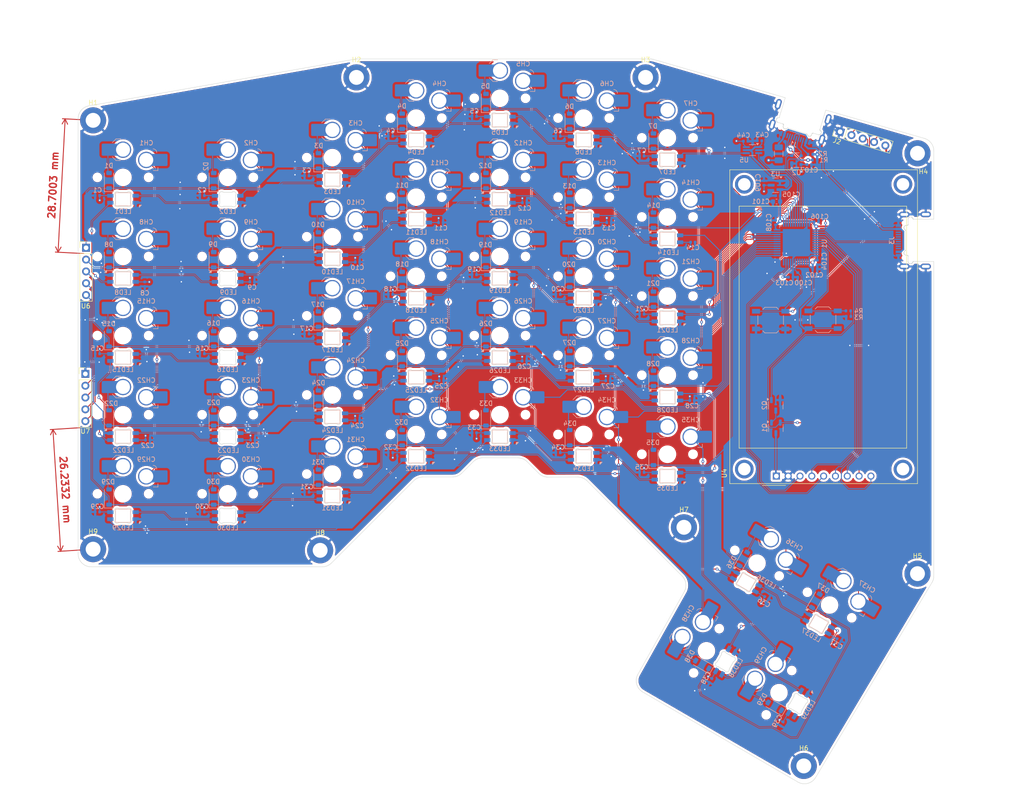
<source format=kicad_pcb>
(kicad_pcb (version 20240108) (generator "pcbnew") (generator_version "8.0")
  (layers (0 "F.Cu" signal) (31 "B.Cu" signal) (34 "B.Paste" user) (35 "F.Paste" user) (36 "B.SilkS" user "B.Silkscreen") (37 "F.SilkS" user "F.Silkscreen") (38 "B.Mask" user) (39 "F.Mask" user) (44 "Edge.Cuts" user))
  (net 0 "")
  (net 1 "BOOT0")
  (net 2 "+3V3")
  (net 3 "NRST")
  (net 4 "GND")
  (net 5 "+5V")
  (net 6 "col3")
  (net 7 "Net-(D1-A)")
  (net 8 "Net-(D2-A)")
  (net 9 "col2")
  (net 10 "col4")
  (net 11 "Net-(D3-A)")
  (net 12 "col5")
  (net 13 "Net-(D4-A)")
  (net 14 "Net-(D5-A)")
  (net 15 "col0")
  (net 16 "col1")
  (net 17 "Net-(D6-A)")
  (net 18 "Net-(D7-A)")
  (net 19 "Net-(D8-A)")
  (net 20 "Net-(D9-A)")
  (net 21 "Net-(D10-A)")
  (net 22 "Net-(D11-A)")
  (net 23 "Net-(D12-A)")
  (net 24 "Net-(D13-A)")
  (net 25 "Net-(D14-A)")
  (net 26 "Net-(D15-A)")
  (net 27 "Net-(D16-A)")
  (net 28 "Net-(D17-A)")
  (net 29 "Net-(D18-A)")
  (net 30 "Net-(D19-A)")
  (net 31 "Net-(D20-A)")
  (net 32 "Net-(D21-A)")
  (net 33 "Net-(D22-A)")
  (net 34 "Net-(D23-A)")
  (net 35 "Net-(D24-A)")
  (net 36 "Net-(D25-A)")
  (net 37 "Net-(D26-A)")
  (net 38 "Net-(D27-A)")
  (net 39 "Net-(D28-A)")
  (net 40 "Net-(D29-A)")
  (net 41 "Net-(D30-A)")
  (net 42 "Net-(D31-A)")
  (net 43 "Net-(D32-A)")
  (net 44 "row0")
  (net 45 "row1")
  (net 46 "row2")
  (net 47 "row3")
  (net 48 "row4")
  (net 49 "row5")
  (net 50 "VBUS")
  (net 51 "D-")
  (net 52 "D+")
  (net 55 "Net-(R3-Pad2)")
  (net 56 "LCD_PWR")
  (net 57 "Net-(Q1-G)")
  (net 58 "LCD_EN")
  (net 59 "/F1")
  (net 60 "/C13")
  (net 61 "/C14")
  (net 62 "Net-(D38-A)")
  (net 63 "LCD_SCK")
  (net 64 "/C15")
  (net 65 "LCD_DC")
  (net 66 "LCD_MISO")
  (net 67 "/F0")
  (net 68 "SplitSerial")
  (net 69 "Net-(D39-A)")
  (net 70 "SWCLK")
  (net 71 "SWD")
  (net 72 "LCD_MOSI")
  (net 73 "RGB5v")
  (net 74 "DOut1")
  (net 75 "Net-(LED10-DIN)")
  (net 76 "Net-(LED10-DOUT)")
  (net 77 "DOut2")
  (net 78 "DOut3")
  (net 79 "DOut4")
  (net 80 "DOut5")
  (net 81 "SDA")
  (net 82 "RGB3.3")
  (net 83 "SCL")
  (net 84 "LCD_CS")
  (net 85 "LCD_RST")
  (net 86 "col6")
  (net 87 "Net-(D33-A)")
  (net 88 "Net-(D34-A)")
  (net 89 "Net-(D35-A)")
  (net 90 "Net-(D36-A)")
  (net 91 "Net-(D37-A)")
  (net 92 "Net-(LED1-DIN)")
  (net 93 "Net-(LED6-DIN)")
  (net 94 "Net-(LED8-DOUT)")
  (net 95 "Net-(LED11-DOUT)")
  (net 96 "Net-(LED3-DIN)")
  (net 97 "Net-(LED15-DIN)")
  (net 98 "Net-(LED17-DIN)")
  (net 99 "Net-(LED20-DIN)")
  (net 100 "Net-(LED12-DOUT)")
  (net 101 "Net-(LED29-DIN)")
  (net 102 "Net-(LED31-DIN)")
  (net 103 "Net-(LED34-DIN)")
  (net 104 "Net-(LED36-DOUT)")
  (net 105 "Net-(LED37-DOUT)")
  (net 107 "Net-(LED38-DOUT)")
  (net 108 "col7")
  (net 109 "Net-(J1-CC2)")
  (net 110 "Net-(J1-CC1)")
  (net 117 "Net-(LED13-DOUT)")
  (net 118 "Net-(LED22-DOUT)")
  (net 119 "Net-(LED16-DIN)")
  (net 120 "Net-(LED18-DIN)")
  (net 121 "Net-(LED23-DOUT)")
  (net 122 "Net-(LED24-DOUT)")
  (net 123 "Net-(LED25-DOUT)")
  (net 124 "Net-(LED30-DIN)")
  (net 125 "Net-(LED32-DIN)")
  (net 126 "Net-(LED2-DIN)")
  (net 127 "Net-(LED4-DIN)")
  (net 128 "Net-(LED5-DIN)")
  (net 129 "Net-(LED26-DOUT)")
  (net 130 "Net-(LED19-DIN)")
  (net 131 "Net-(LED27-DOUT)")
  (net 132 "Net-(LED33-DIN)")
  (net 133 "col8")
  (net 134 "col9")
  (net 135 "col10")
  (net 136 "/A2")
  (footprint "Pogo:Pogo_2.54mm_5p" (layer "F.Cu") (at 36.91 98.34)
    (property "Reference" "U7")
    (property "Value" "~")
  )
  (footprint "MountingHole:MountingHole_3.2mm_M3_DIN965_Pad" (layer "F.Cu") (at 157.3 29.51)
    (property "Reference" "H3")
    (property "Value" "MountingHole_Pad")
  )
  (footprint "MountingHole:MountingHole_3.2mm_M3_DIN965_Pad" (layer "F.Cu") (at 215.74 45.82)
    (property "Reference" "H4")
    (property "Value" "MountingHole_Pad")
  )
  (footprint "Pogo:Pogo_2.54mm_5p" (layer "F.Cu") (at 37.06 71.24)
    (property "Reference" "U6")
    (property "Value" "~")
  )
  (footprint "MountingHole:MountingHole_3.2mm_M3_DIN965_Pad" (layer "F.Cu") (at 95.17 29.51)
    (property "Reference" "H2")
    (property "Value" "MountingHole_Pad")
  )
  (footprint "MountingHole:MountingHole_3.2mm_M3_DIN965_Pad" (layer "F.Cu") (at 215.74 136.16)
    (property "Reference" "H5")
    (property "Value" "MountingHole_Pad")
  )
  (footprint "Display:CR2013-MI2120" (layer "F.Cu") (at 185.41 115.19 90)
    (property "Reference" "U4")
    (property "Value" "CR2013-MI2120")
  )
  (footprint "MountingHole:MountingHole_3.2mm_M3_DIN965_Pad" (layer "F.Cu") (at 165.55 126.2)
    (property "Reference" "H7")
    (property "Value" "MountingHole_Pad")
  )
  (footprint "MountingHole:MountingHole_3.2mm_M3_DIN965_Pad" (layer "F.Cu") (at 191.31 177.48)
    (property "Reference" "H6")
    (property "Value" "MountingHole_Pad")
  )
  (footprint "MountingHole:MountingHole_3.2mm_M3_DIN965_Pad" (layer "F.Cu") (at 87.37 131.15)
    (property "Reference" "H8")
    (property "Value" "MountingHole_Pad")
  )
  (footprint "MountingHole:MountingHole_3.2mm_M3_DIN965_Pad" (layer "F.Cu") (at 38.58 130.9)
    (property "Reference" "H9")
    (property "Value" "MountingHole_Pad")
  )
  (footprint "Connector_PinHeader_2.54mm:PinHeader_1x05_P2.54mm_Vertical" (layer "F.Cu") (at 199.119999 41.18 73)
    (property "Reference" "J2")
    (property "Value" "Conn_01x05")
  )
  (footprint "MountingHole:MountingHole_3.2mm_M3_DIN965_Pad" (layer "F.Cu") (at 38.58 38.74)
    (property "Reference" "H1")
    (property "Value" "MountingHole_Pad")
  )
  (footprint "PCM_marbastlib-choc:SW_choc_v1_HS_CPG135001S30_1u" (layer "B.Cu") (at 90 80.75)
    (property "Reference" "CH17")
    (property "Value" "choc_v1_SW_HS")
  )
  (footprint "PCM_marbastlib-choc:LED_choc_6028R" (layer "B.Cu") (at 178.909574 137.973359 150)
    (property "Reference" "LED36")
    (property "Value" "choc_SK6812MINI-E")
    (fp_line (start 0.794452 -1.5) (end -0.794452 -1.5) (stroke (width 0.1)) (layer "Edge.Cuts"))
    (fp_line (start 1.699999 0.702841) (end 1.699999 -0.702843) (stroke (width 0.1)) (layer "Edge.Cuts"))
    (fp_line (start -1.699999 -0.702843) (end -1.699999 0.702841) (stroke (width 0.1)) (layer "Edge.Cuts"))
    (fp_line (start -0.794452 1.499999) (end 0.794452 1.499999) (stroke (width 0.1)) (layer "Edge.Cuts"))
    (fp_arc (start 1.699999 -0.702844) (mid 1.712536 -0.814067) (end 1.749484 -0.919721) (stroke (width 0.1)) (layer "Edge.Cuts"))
    (fp_arc (start 1.046711 -1.568299) (mid 1.638071 -1.504036) (end 1.749484 -0.919721) (stroke (width 0.1)) (layer "Edge.Cuts"))
    (fp_arc (start 1.046711 -1.568299) (mid 0.925123 -1.517376) (end 0.794452 -1.5) (stroke (width 0.1)) (layer "Edge.Cuts"))
    (fp_arc (start 1.749484 0.919718) (mid 1.638073 1.504037) (end 1.046711 1.568298) (stroke (width 0.1)) (layer "Edge.Cuts"))
    (fp_arc (start 1.749484 0.919719) (mid 1.712511 0.81407) (end 1.699999 0.702841) (stroke (width 0.1)) (layer "Edge.Cuts"))
    (fp_arc (start -0.794453 -1.500001) (mid -0.925123 -1.517378) (end -1.046711 -1.5683) (stroke (width 0.1)) (layer "Edge.Cuts"))
    (fp_arc (start 0.794452 1.499999) (mid 0.925123 1.517374) (end 1.046711 1.568298) (stroke (width 0.1)) (layer "Edge.Cuts"))
    (fp_arc (start -1.749484 -0.919721) (mid -1.63807 -1.504035) (end -1.046711 -1.5683) (stroke (width 0.1)) (layer "Edge.Cuts"))
    (fp_arc (start -1.749484 -0.919721) (mid -1.712527 -0.814069) (end -1.699999 -0.702843) (stroke (width 0.1)) (layer "Edge.Cuts"))
    (fp_arc (start -1.04671 1.568298) (mid -0.925122 1.517376) (end -0.794452 1.499999) (stroke (width 0.1)) (layer "Edge.Cuts"))
    (fp_arc (start -1.046711 1.568296) (mid -1.638071 1.504032) (end -1.749484 0.919719) (stroke (width 0.1)) (layer "Edge.Cuts"))
    (fp_arc (start -1.699998 0.702842) (mid -1.712526 0.814067) (end -1.749484 0.919719) (stroke (width 0.1)) (layer "Edge.Cuts"))
  )
  (footprint "Diode_SMD:D_SOD-123" (layer "B.Cu") (at 64.5 51.7 90)
    (property "Reference" "D2")
    (property "Value" "D")
  )
  (footprint "Diode_SMD:D_SOD-123" (layer "B.Cu") (at 123 102.7 90)
    (property "Reference" "D33")
    (property "Value" "D")
  )
  (footprint "Capacitor_SMD:C_0402_1005Metric" (layer "B.Cu") (at 193.99 60.56)
    (property "Reference" "C106")
    (property "Value" "100nF")
  )
  (footprint "Capacitor_SMD:C_0402_1005Metric" (layer "B.Cu") (at 95.38 69.21)
    (property "Reference" "C10")
    (property "Value" "0.1uF")
  )
  (footprint "Capacitor_SMD:C_0402_1005Metric" (layer "B.Cu") (at 167.29 98.93)
    (property "Reference" "C28")
    (property "Value" "0.1uF")
  )
  (footprint "PCM_marbastlib-choc:LED_choc_6028R" (layer "B.Cu") (at 144 59.95 180)
    (property "Reference" "LED13")
    (property "Value" "choc_SK6812MINI-E")
    (fp_line (start 1.699999 0.702841) (end 1.699999 -0.702843) (stroke (width 0.1)) (layer "Edge.Cuts"))
    (fp_line (start 0.794453 -1.5) (end -0.794452 -1.5) (stroke (width 0.1)) (layer "Edge.Cuts"))
    (fp_line (start -0.794452 1.499999) (end 0.794452 1.499999) (stroke (width 0.1)) (layer "Edge.Cuts"))
    (fp_line (start -1.699999 -0.702843) (end -1.699999 0.702841) (stroke (width 0.1)) (layer "Edge.Cuts"))
    (fp_arc (start 1.749484 0.919719) (mid 1.712541 0.814065) (end 1.699999 0.702841) (stroke (width 0.1)) (layer "Edge.Cuts"))
    (fp_arc (start 1.749484 0.919718) (mid 1.638073 1.504037) (end 1.046711 1.568298) (stroke (width 0.1)) (layer "Edge.Cuts"))
    (fp_arc (start 1.699999 -0.702844) (mid 1.712538 -0.814067) (end 1.749484 -0.919721) (stroke (width 0.1)) (layer "Edge.Cuts"))
    (fp_arc (start 1.046711 -1.568299) (mid 1.638071 -1.504036) (end 1.749484 -0.919721) (stroke (width 0.1)) (layer "Edge.Cuts"))
    (fp_arc (start 1.046711 -1.568299) (mid 0.925123 -1.517377) (end 0.794453 -1.5) (stroke (width 0.1)) (layer "Edge.Cuts"))
    (fp_arc (start 0.794452 1.499999) (mid 0.925123 1.517376) (end 1.046711 1.568298) (stroke (width 0.1)) (layer "Edge.Cuts"))
    (fp_arc (start -0.794453 -1.500001) (mid -0.925123 -1.517378) (end -1.046711 -1.5683) (stroke (width 0.1)) (layer "Edge.Cuts"))
    (fp_arc (start -1.04671 1.568298) (mid -0.925122 1.517376) (end -0.794452 1.499999) (stroke (width 0.1)) (layer "Edge.Cuts"))
    (fp_arc (start -1.046711 1.568296) (mid -1.63807 1.504033) (end -1.749484 0.919719) (stroke (width 0.1)) (layer "Edge.Cuts"))
    (fp_arc (start -1.699999 0.702842) (mid -1.712527 0.814067) (end -1.749484 0.919719) (stroke (width 0.1)) (layer "Edge.Cuts"))
    (fp_arc (start -1.749484 -0.919721) (mid -1.638071 -1.504036) (end -1.046711 -1.5683) (stroke (width 0.1)) (layer "Edge.Cuts"))
    (fp_arc (start -1.749484 -0.919721) (mid -1.712527 -0.814069) (end -1.699999 -0.702843) (stroke (width 0.1)) (layer "Edge.Cuts"))
  )
  (footprint "Diode_SMD:D_SOD-123" (layer "B.Cu") (at 159 94.2 90)
    (property "Reference" "D28")
    (property "Value" "D")
  )
  (footprint "Package_TO_SOT_SMD:SOT-23-3" (layer "B.Cu") (at 185.304999 104.8425 -90)
    (property "Reference" "Q1")
    (property "Value" "AO3401A")
  )
  (footprint "Diode_SMD:D_SOD-123" (layer "B.Cu") (at 141 72.95 90)
    (property "Reference" "D20")
    (property "Value" "D")
  )
  (footprint "Diode_SMD:D_SOD-123" (layer "B.Cu") (at 42 51.7 90)
    (property "Reference" "D1")
    (property "Value" "D")
  )
  (footprint "PCM_marbastlib-choc:LED_choc_6028R" (layer "B.Cu") (at 162 81.2)
    (property "Reference" "LED21")
    (property "Value" "choc_SK6812MINI-E")
    (fp_line (start -1.699999 -0.702843) (end -1.699999 0.702841) (stroke (width 0.1)) (layer "Edge.Cuts"))
    (fp_line (start -0.794452 1.499999) (end 0.794452 1.499999) (stroke (width 0.1)) (layer "Edge.Cuts"))
    (fp_line (start 0.794453 -1.5) (end -0.794452 -1.5) (stroke (width 0.1)) (layer "Edge.Cuts"))
    (fp_line (start 1.699999 0.702841) (end 1.699999 -0.702843) (stroke (width 0.1)) (layer "Edge.Cuts"))
    (fp_arc (start -1.749484 -0.919721) (mid -1.712527 -0.814069) (end -1.699999 -0.702843) (stroke (width 0.1)) (layer "Edge.Cuts"))
    (fp_arc (start -1.749484 -0.919721) (mid -1.638071 -1.504036) (end -1.046711 -1.5683) (stroke (width 0.1)) (layer "Edge.Cuts"))
    (fp_arc (start -1.699999 0.702842) (mid -1.712527 0.814067) (end -1.749484 0.919719) (stroke (width 0.1)) (layer "Edge.Cuts"))
    (fp_arc (start -1.046711 1.568296) (mid -1.63807 1.504033) (end -1.749484 0.919719) (stroke (width 0.1)) (layer "Edge.Cuts"))
    (fp_arc (start -1.04671 1.568298) (mid -0.925122 1.517376) (end -0.794452 1.499999) (stroke (width 0.1)) (layer "Edge.Cuts"))
    (fp_arc (start -0.794453 -1.500001) (mid -0.925123 -1.517378) (end -1.046711 -1.5683) (stroke (width 0.1)) (layer "Edge.Cuts"))
    (fp_arc (start 0.794452 1.499999) (mid 0.925123 1.517376) (end 1.046711 1.568298) (stroke (width 0.1)) (layer "Edge.Cuts"))
    (fp_arc (start 1.046711 -1.568299) (mid 0.925123 -1.517377) (end 0.794453 -1.5) (stroke (width 0.1)) (layer "Edge.Cuts"))
    (fp_arc (start 1.046711 -1.568299) (mid 1.638071 -1.504036) (end 1.749484 -0.919721) (stroke (width 0.1)) (layer "Edge.Cuts"))
    (fp_arc (start 1.699999 -0.702844) (mid 1.712538 -0.814067) (end 1.749484 -0.919721) (stroke (width 0.1)) (layer "Edge.Cuts"))
    (fp_arc (start 1.749484 0.919718) (mid 1.638073 1.504037) (end 1.046711 1.568298) (stroke (width 0.1)) (layer "Edge.Cuts"))
    (fp_arc (start 1.749484 0.919719) (mid 1.712541 0.814065) (end 1.699999 0.702841) (stroke (width 0.1)) (layer "Edge.Cuts"))
  )
  (footprint "PCM_marbastlib-choc:SW_choc_v1_HS_CPG135001S30_1u" (layer "B.Cu") (at 162 59.5)
    (property "Reference" "CH14")
    (property "Value" "choc_v1_SW_HS")
  )
  (footprint "PCM_marbastlib-choc:SW_choc_v1_HS_CPG135001S30_1.5u" (layer "B.Cu") (at 67.5 85)
    (property "Reference" "CH16")
    (property "Value" "choc_v1_SW_HS")
  )
  (footprint "Button_Switch_SMD:SW_SPST_TL3342" (layer "B.Cu") (at 184.189999 81.67 180)
    (property "Reference" "RST1" (hide yes))
    (property "Value" "SW_SPST")
  )
  (footprint "Capacitor_SMD:C_0402_1005Metric" (layer "B.Cu") (at 120.5 71.9 180)
    (property "Reference" "C19")
    (property "Value" "0.1uF")
  )
  (footprint "Capacitor_SMD:C_0402_1005Metric" (layer "B.Cu") (at 181.789999 43.13)
    (property "Reference" "C43")
    (property "Value" "0.1uF")
  )
  (footprint "PCM_marbastlib-choc:SW_choc_v1_HS_CPG135001S30_1u" (layer "B.Cu") (at 126 102)
    (property "Reference" "CH33")
    (property "Value" "choc_v1_SW_HS")
  )
  (footprint "PCM_marbastlib-choc:LED_choc_6028R" (layer "B.Cu") (at 108 110.95)
    (property "Reference" "LED32")
    (property "Value" "choc_SK6812MINI-E")
    (fp_line (start -1.699999 -0.702843) (end -1.699999 0.702841) (stroke (width 0.1)) (layer "Edge.Cuts"))
    (fp_line (start -0.794452 1.499999) (end 0.794452 1.499999) (stroke (width 0.1)) (layer "Edge.Cuts"))
    (fp_line (start 0.794453 -1.5) (end -0.794452 -1.5) (stroke (width 0.1)) (layer "Edge.Cuts"))
    (fp_line (start 1.699999 0.702841) (end 1.699999 -0.702843) (stroke (width 0.1)) (layer "Edge.Cuts"))
    (fp_arc (start -1.749484 -0.919721) (mid -1.712527 -0.814069) (end -1.699999 -0.702843) (stroke (width 0.1)) (layer "Edge.Cuts"))
    (fp_arc (start -1.749484 -0.919721) (mid -1.638071 -1.504036) (end -1.046711 -1.5683) (stroke (width 0.1)) (layer "Edge.Cuts"))
    (fp_arc (start -1.699999 0.702842) (mid -1.712527 0.814067) (end -1.749484 0.919719) (stroke (width 0.1)) (layer "Edge.Cuts"))
    (fp_arc (start -1.046711 1.568296) (mid -1.63807 1.504033) (end -1.749484 0.919719) (stroke (width 0.1)) (layer "Edge.Cuts"))
    (fp_arc (start -1.04671 1.568298) (mid -0.925122 1.517376) (end -0.794452 1.499999) (stroke (width 0.1)) (layer "Edge.Cuts"))
    (fp_arc (start -0.794453 -1.500001) (mid -0.925123 -1.517378) (end -1.046711 -1.5683) (stroke (width 0.1)) (layer "Edge.Cuts"))
    (fp_arc (start 0.794452 1.499999) (mid 0.925123 1.517376) (end 1.046711 1.568298) (stroke (width 0.1)) (layer "Edge.Cuts"))
    (fp_arc (start 1.046711 -1.568299) (mid 0.925123 -1.517377) (end 0.794453 -1.5) (stroke (width 0.1)) (layer "Edge.Cuts"))
    (fp_arc (start 1.046711 -1.568299) (mid 1.638071 -1.504036) (end 1.749484 -0.919721) (stroke (width 0.1)) (layer "Edge.Cuts"))
    (fp_arc (start 1.699999 -0.702844) (mid 1.712538 -0.814067) (end 1.749484 -0.919721) (stroke (width 0.1)) (layer "Edge.Cuts"))
    (fp_arc (start 1.749484 0.919718) (mid 1.638073 1.504037) (end 1.046711 1.568298) (stroke (width 0.1)) (layer "Edge.Cuts"))
    (fp_arc (start 1.749484 0.919719) (mid 1.712541 0.814065) (end 1.699999 0.702841) (stroke (width 0.1)) (layer "Edge.Cuts"))
  )
  (footprint "Capacitor_SMD:C_0402_1005Metric" (layer "B.Cu") (at 113.3 60.71)
    (property "Reference" "C11")
    (property "Value" "0.1uF")
  )
  (footprint "Diode_SMD:D_SOD-123" (layer "B.Cu") (at 178.311497 133.009258 60)
    (property "Reference" "D36")
    (property "Value" "D")
  )
  (footprint "Capacitor_SMD:C_0402_1005Metric" (layer "B.Cu") (at 194.21 69.27 -90)
    (property "Reference" "C104")
    (property "Value" "100nF")
  )
  (footprint "Capacitor_SMD:C_0402_1005Metric" (layer "B.Cu") (at 182.75 52.21 90)
    (property "Reference" "C109")
    (property "Value" "100nF")
  )
  (footprint "Diode_SMD:D_SOD-123" (layer "B.Cu") (at 64.5 119.7 90)
    (property "Reference" "D30")
    (property "Value" "D")
  )
  (footprint "PCM_marbastlib-choc:LED_choc_6028R" (layer "B.Cu") (at 67.5 106.7 180)
    (property "Reference" "LED23")
    (property "Value" "choc_SK6812MINI-E")
    (fp_line (start 1.699999 0.702841) (end 1.699999 -0.702843) (stroke (width 0.1)) (layer "Edge.Cuts"))
    (fp_line (start 0.794453 -1.5) (end -0.794452 -1.5) (stroke (width 0.1)) (layer "Edge.Cuts"))
    (fp_line (start -0.794452 1.499999) (end 0.794452 1.499999) (stroke (width 0.1)) (layer "Edge.Cuts"))
    (fp_line (start -1.699999 -0.702843) (end -1.699999 0.702841) (stroke (width 0.1)) (layer "Edge.Cuts"))
    (fp_arc (start 1.749484 0.919719) (mid 1.712541 0.814065) (end 1.699999 0.702841) (stroke (width 0.1)) (layer "Edge.Cuts"))
    (fp_arc (start 1.749484 0.919718) (mid 1.638073 1.504037) (end 1.046711 1.568298) (stroke (width 0.1)) (layer "Edge.Cuts"))
    (fp_arc (start 1.699999 -0.702844) (mid 1.712538 -0.814067) (end 1.749484 -0.919721) (stroke (width 0.1)) (layer "Edge.Cuts"))
    (fp_arc (start 1.046711 -1.568299) (mid 1.638071 -1.504036) (end 1.749484 -0.919721) (stroke (width 0.1)) (layer "Edge.Cuts"))
    (fp_arc (start 1.046711 -1.568299) (mid 0.925123 -1.517377) (end 0.794453 -1.5) (stroke (width 0.1)) (layer "Edge.Cuts"))
    (fp_arc (start 0.794452 1.499999) (mid 0.925123 1.517376) (end 1.046711 1.568298) (stroke (width 0.1)) (layer "Edge.Cuts"))
    (fp_arc (start -0.794453 -1.500001) (mid -0.925123 -1.517378) (end -1.046711 -1.5683) (stroke (width 0.1)) (layer "Edge.Cuts"))
    (fp_arc (start -1.04671 1.568298) (mid -0.925122 1.517376) (end -0.794452 1.499999) (stroke (width 0.1)) (layer "Edge.Cuts"))
    (fp_arc (start -1.046711 1.568296) (mid -1.63807 1.504033) (end -1.749484 0.919719) (stroke (width 0.1)) (layer "Edge.Cuts"))
    (fp_arc (start -1.699999 0.702842) (mid -1.712527 0.814067) (end -1.749484 0.919719) (stroke (width 0.1)) (layer "Edge.Cuts"))
    (fp_arc (start -1.749484 -0.919721) (mid -1.638071 -1.504036) (end -1.046711 -1.5683) (stroke (width 0.1)) (layer "Edge.Cuts"))
    (fp_arc (start -1.749484 -0.919721) (mid -1.712527 -0.814069) (end -1.699999 -0.702843) (stroke (width 0.1)) (layer "Edge.Cuts"))
  )
  (footprint "PCM_marbastlib-choc:LED_choc_6028R" (layer "B.Cu") (at 67.5 55.7)
    (property "Reference" "LED2")
    (property "Value" "choc_SK6812MINI-E")
    (fp_line (start -1.699999 -0.702843) (end -1.699999 0.702841) (stroke (width 0.1)) (layer "Edge.Cuts"))
    (fp_line (start -0.794452 1.499999) (end 0.794452 1.499999) (stroke (width 0.1)) (layer "Edge.Cuts"))
    (fp_line (start 0.794453 -1.5) (end -0.794452 -1.5) (stroke (width 0.1)) (layer "Edge.Cuts"))
    (fp_line (start 1.699999 0.702841) (end 1.699999 -0.702843) (stroke (width 0.1)) (layer "Edge.Cuts"))
    (fp_arc (start -1.749484 -0.919721) (mid -1.712527 -0.814069) (end -1.699999 -0.702843) (stroke (width 0.1)) (layer "Edge.Cuts"))
    (fp_arc (start -1.749484 -0.919721) (mid -1.638071 -1.504036) (end -1.046711 -1.5683) (stroke (width 0.1)) (layer "Edge.Cuts"))
    (fp_arc (start -1.699999 0.702842) (mid -1.712527 0.814067) (end -1.749484 0.919719) (stroke (width 0.1)) (layer "Edge.Cuts"))
    (fp_arc (start -1.046711 1.568296) (mid -1.63807 1.504033) (end -1.749484 0.919719) (stroke (width 0.1)) (layer "Edge.Cuts"))
    (fp_arc (start -1.04671 1.568298) (mid -0.925122 1.517376) (end -0.794452 1.499999) (stroke (width 0.1)) (layer "Edge.Cuts"))
    (fp_arc (start -0.794453 -1.500001) (mid -0.925123 -1.517378) (end -1.046711 -1.5683) (stroke (width 0.1)) (layer "Edge.Cuts"))
    (fp_arc (start 0.794452 1.499999) (mid 0.925123 1.517376) (end 1.046711 1.568298) (stroke (width 0.1)) (layer "Edge.Cuts"))
    (fp_arc (start 1.046711 -1.568299) (mid 0.925123 -1.517377) (end 0.794453 -1.5) (stroke (width 0.1)) (layer "Edge.Cuts"))
    (fp_arc (start 1.046711 -1.568299) (mid 1.638071 -1.504036) (end 1.749484 -0.919721) (stroke (width 0.1)) (layer "Edge.Cuts"))
    (fp_arc (start 1.699999 -0.702844) (mid 1.712538 -0.814067) (end 1.749484 -0.919721) (stroke (width 0.1)) (layer "Edge.Cuts"))
    (fp_arc (start 1.749484 0.919718) (mid 1.638073 1.504037) (end 1.046711 1.568298) (stroke (width 0.1)) (layer "Edge.Cuts"))
    (fp_arc (start 1.749484 0.919719) (mid 1.712541 0.814065) (end 1.699999 0.702841) (stroke (width 0.1)) (layer "Edge.Cuts"))
  )
  (footprint "PCM_marbastlib-choc:SW_choc_v1_HS_CPG135001S30_1u" (layer "B.Cu") (at 108 55.25)
    (property "Reference" "CH11")
    (property "Value" "choc_v1_SW_HS")
  )
  (footprint "Capacitor_SMD:C_0402_1005Metric" (layer "B.Cu") (at 189.99 71.94 -90)
    (property "Reference" "C100")
    (property "Value" "100nF")
  )
  (footprint "Capacitor_SMD:C_0402_1005Metric" (layer "B.Cu") (at 138.5 76.15 180)
    (property "Reference" "C20")
    (property "Value" "0.1uF")
  )
  (footprint "Capacitor_SMD:C_0402_1005Metric" (layer "B.Cu") (at 138.5 110.15 180)
    (property "Reference" "C34")
    (property "Value" "0.1uF")
  )
  (footprint "Diode_SMD:D_SOD-123" (layer "B.Cu") (at 42 102.7 90)
    (property "Reference" "D22")
    (property "Value" "D")
  )
  (footprint "Capacitor_SMD:C_0402_1005Metric" (layer "B.Cu") (at 193.71 70.73)
    (property "Reference" "C102")
    (property "Value" "100nF")
  )
  (footprint "Diode_SMD:D_SOD-123" (layer "B.Cu") (at 185.079249 164.687169 150)
    (property "Reference" "D39")
    (property "Value" "D")
  )
  (footprint "PCM_marbastlib-choc:LED_choc_6028R" (layer "B.Cu") (at 144 76.95)
    (property "Reference" "LED20")
    (property "Value" "choc_SK6812MINI-E")
    (fp_line (start -1.699999 -0.702843) (end -1.699999 0.702841) (stroke (width 0.1)) (layer "Edge.Cuts"))
    (fp_line (start -0.794452 1.499999) (end 0.794452 1.499999) (stroke (width 0.1)) (layer "Edge.Cuts"))
    (fp_line (start 0.794453 -1.5) (end -0.794452 -1.5) (stroke (width 0.1)) (layer "Edge.Cuts"))
    (fp_line (start 1.699999 0.702841) (end 1.699999 -0.702843) (stroke (width 0.1)) (layer "Edge.Cuts"))
    (fp_arc (start -1.749484 -0.919721) (mid -1.712527 -0.814069) (end -1.699999 -0.702843) (stroke (width 0.1)) (layer "Edge.Cuts"))
    (fp_arc (start -1.749484 -0.919721) (mid -1.638071 -1.504036) (end -1.046711 -1.5683) (stroke (width 0.1)) (layer "Edge.Cuts"))
    (fp_arc (start -1.699999 0.702842) (mid -1.712527 0.814067) (end -1.749484 0.919719) (stroke (width 0.1)) (layer "Edge.Cuts"))
    (fp_arc (start -1.046711 1.568296) (mid -1.63807 1.504033) (end -1.749484 0.919719) (stroke (width 0.1)) (layer "Edge.Cuts"))
    (fp_arc (start -1.04671 1.568298) (mid -0.925122 1.517376) (end -0.794452 1.499999) (stroke (width 0.1)) (layer "Edge.Cuts"))
    (fp_arc (start -0.794453 -1.500001) (mid -0.925123 -1.517378) (end -1.046711 -1.5683) (stroke (width 0.1)) (layer "Edge.Cuts"))
    (fp_arc (start 0.794452 1.499999) (mid 0.925123 1.517376) (end 1.046711 1.568298) (stroke (width 0.1)) (layer "Edge.Cuts"))
    (fp_arc (start 1.046711 -1.568299) (mid 0.925123 -1.517377) (end 0.794453 -1.5) (stroke (width 0.1)) (layer "Edge.Cuts"))
    (fp_arc (start 1.046711 -1.568299) (mid 1.638071 -1.504036) (end 1.749484 -0.919721) (stroke (width 0.1)) (layer "Edge.Cuts"))
    (fp_arc (start 1.699999 -0.702844) (mid 1.712538 -0.814067) (end 1.749484 -0.919721) (stroke (width 0.1)) (layer "Edge.Cuts"))
    (fp_arc (start 1.749484 0.919718) (mid 1.638073 1.504037) (end 1.046711 1.568298) (stroke (width 0.1)) (layer "Edge.Cuts"))
    (fp_arc (start 1.749484 0.919719) (mid 1.712541 0.814065) (end 1.699999 0.702841) (stroke (width 0.1)) (layer "Edge.Cuts"))
  )
  (footprint "PCM_marbastlib-choc:LED_choc_6028R" (layer "B.Cu") (at 45 55.7)
    (property "Reference" "LED1")
    (property "Value" "choc_SK6812MINI-E")
    (fp_line (start -1.699999 -0.702843) (end -1.699999 0.702841) (stroke (width 0.1)) (layer "Edge.Cuts"))
    (fp_line (start -0.794452 1.499999) (end 0.794452 1.499999) (stroke (width 0.1)) (layer "Edge.Cuts"))
    (fp_line (start 0.794453 -1.5) (end -0.794452 -1.5) (stroke (width 0.1)) (layer "Edge.Cuts"))
    (fp_line (start 1.699999 0.702841) (end 1.699999 -0.702843) (stroke (width 0.1)) (layer "Edge.Cuts"))
    (fp_arc (start -1.749484 -0.919721) (mid -1.712527 -0.814069) (end -1.699999 -0.702843) (stroke (width 0.1)) (layer "Edge.Cuts"))
    (fp_arc (start -1.749484 -0.919721) (mid -1.638071 -1.504036) (end -1.046711 -1.5683) (stroke (width 0.1)) (layer "Edge.Cuts"))
    (fp_arc (start -1.699999 0.702842) (mid -1.712527 0.814067) (end -1.749484 0.919719) (stroke (width 0.1)) (layer "Edge.Cuts"))
    (fp_arc (start -1.046711 1.568296) (mid -1.63807 1.504033) (end -1.749484 0.919719) (stroke (width 0.1)) (layer "Edge.Cuts"))
    (fp_arc (start -1.04671 1.568298) (mid -0.925122 1.517376) (end -0.794452 1.499999) (stroke (width 0.1)) (layer "Edge.Cuts"))
    (fp_arc (start -0.794453 -1.500001) (mid -0.925123 -1.517378) (end -1.046711 -1.5683) (stroke (width 0.1)) (layer "Edge.Cuts"))
    (fp_arc (start 0.794452 1.499999) (mid 0.925123 1.517376) (end 1.046711 1.568298) (stroke (width 0.1)) (layer "Edge.Cuts"))
    (fp_arc (start 1.046711 -1.568299) (mid 0.925123 -1.517377) (end 0.794453 -1.5) (stroke (width 0.1)) (layer "Edge.Cuts"))
    (fp_arc (start 1.046711 -1.568299) (mid 1.638071 -1.504036) (end 1.749484 -0.919721) (stroke (width 0.1)) (layer "Edge.Cuts"))
    (fp_arc (start 1.699999 -0.702844) (mid 1.712538 -0.814067) (end 1.749484 -0.919721) (stroke (width 0.1)) (layer "Edge.Cuts"))
    (fp_arc (start 1.749484 0.919718) (mid 1.638073 1.504037) (end 1.046711 1.568298) (stroke (width 0.1)) (layer "Edge.Cuts"))
    (fp_arc (start 1.749484 0.919719) (mid 1.712541 0.814065) (end 1.699999 0.702841) (stroke (width 0.1)) (layer "Edge.Cuts"))
  )
  (footprint "Resistor_SMD:R_0402_1005Metric" (layer "B.Cu") (at 192.719999 46.03)
    (property "Reference" "R2")
    (property "Value" "5.1k")
  )
  (footprint "PCM_marbastlib-choc:LED_choc_6028R" (layer "B.Cu") (at 174.454893 155.089092 60)
    (property "Reference" "LED38")
    (property "Value" "choc_SK6812MINI-E")
    (fp_line (start -1.699999 -0.702843) (end -1.699999 0.702841) (stroke (width 0.1)) (layer "Edge.Cuts"))
    (fp_line (start 0.794452 -1.5) (end -0.794452 -1.5) (stroke (width 0.1)) (layer "Edge.Cuts"))
    (fp_line (start -0.794452 1.499999) (end 0.794452 1.499999) (stroke (width 0.1)) (layer "Edge.Cuts"))
    (fp_line (start 1.699999 0.702841) (end 1.699999 -0.702843) (stroke (width 0.1)) (layer "Edge.Cuts"))
    (fp_arc (start -0.794453 -1.500001) (mid -0.925123 -1.517378) (end -1.046711 -1.5683) (stroke (width 0.1)) (layer "Edge.Cuts"))
    (fp_arc (start -1.749484 -0.919721) (mid -1.63807 -1.504035) (end -1.046711 -1.5683) (stroke (width 0.1)) (layer "Edge.Cuts"))
    (fp_arc (start -1.749484 -0.919721) (mid -1.712527 -0.814069) (end -1.699999 -0.702843) (stroke (width 0.1)) (layer "Edge.Cuts"))
    (fp_arc (start 1.046711 -1.568299) (mid 0.925123 -1.517376) (end 0.794452 -1.5) (stroke (width 0.1)) (layer "Edge.Cuts"))
    (fp_arc (start 1.046711 -1.568299) (mid 1.638071 -1.504036) (end 1.749484 -0.919721) (stroke (width 0.1)) (layer "Edge.Cuts"))
    (fp_arc (start -1.699998 0.702842) (mid -1.712526 0.814067) (end -1.749484 0.919719) (stroke (width 0.1)) (layer "Edge.Cuts"))
    (fp_arc (start 1.699999 -0.702844) (mid 1.712536 -0.814067) (end 1.749484 -0.919721) (stroke (width 0.1)) (layer "Edge.Cuts"))
    (fp_arc (start -1.046711 1.568296) (mid -1.638071 1.504032) (end -1.749484 0.919719) (stroke (width 0.1)) (layer "Edge.Cuts"))
    (fp_arc (start -1.04671 1.568298) (mid -0.925122 1.517376) (end -0.794452 1.499999) (stroke (width 0.1)) (layer "Edge.Cuts"))
    (fp_arc (start 1.749484 0.919718) (mid 1.638073 1.504037) (end 1.046711 1.568298) (stroke (width 0.1)) (layer "Edge.Cuts"))
    (fp_arc (start 1.749484 0.919719) (mid 1.712511 0.81407) (end 1.699999 0.702841) (stroke (width 0.1)) (layer "Edge.Cuts"))
    (fp_arc (start 0.794452 1.499999) (mid 0.925123 1.517374) (end 1.046711 1.568298) (stroke (width 0.1)) (layer "Edge.Cuts"))
  )
  (footprint "PCM_marbastlib-choc:LED_choc_6028R" (layer "B.Cu") (at 45 123.7)
    (property "Reference" "LED29")
    (property "Value" "choc_SK6812MINI-E")
    (fp_line (start -1.699999 -0.702843) (end -1.699999 0.702841) (stroke (width 0.1)) (layer "Edge.Cuts"))
    (fp_line (start -0.794452 1.499999) (end 0.794452 1.499999) (stroke (width 0.1)) (layer "Edge.Cuts"))
    (fp_line (start 0.794453 -1.5) (end -0.794452 -1.5) (stroke (width 0.1)) (layer "Edge.Cuts"))
    (fp_line (start 1.699999 0.702841) (end 1.699999 -0.702843) (stroke (width 0.1)) (layer "Edge.Cuts"))
    (fp_arc (start -1.749484 -0.919721) (mid -1.712527 -0.814069) (end -1.699999 -0.702843) (stroke (width 0.1)) (layer "Edge.Cuts"))
    (fp_arc (start -1.749484 -0.919721) (mid -1.638071 -1.504036) (end -1.046711 -1.5683) (stroke (width 0.1)) (layer "Edge.Cuts"))
    (fp_arc (start -1.699999 0.702842) (mid -1.712527 0.814067) (end -1.749484 0.919719) (stroke (width 0.1)) (layer "Edge.Cuts"))
    (fp_arc (start -1.046711 1.568296) (mid -1.63807 1.504033) (end -1.749484 0.919719) (stroke (width 0.1)) (layer "Edge.Cuts"))
    (fp_arc (start -1.04671 1.568298) (mid -0.925122 1.517376) (end -0.794452 1.499999) (stroke (width 0.1)) (layer "Edge.Cuts"))
    (fp_arc (start -0.794453 -1.500001) (mid -0.925123 -1.517378) (end -1.046711 -1.5683) (stroke (width 0.1)) (layer "Edge.Cuts"))
    (fp_arc (start 0.794452 1.499999) (mid 0.925123 1.517376) (end 1.046711 1.568298) (stroke (width 0.1)) (layer "Edge.Cuts"))
    (fp_arc (start 1.046711 -1.568299) (mid 0.925123 -1.517377) (end 0.794453 -1.5) (stroke (width 0.1)) (layer "Edge.Cuts"))
    (fp_arc (start 1.046711 -1.568299) (mid 1.638071 -1.504036) (end 1.749484 -0.919721) (stroke (width 0.1)) (layer "Edge.Cuts"))
    (fp_arc (start 1.699999 -0.702844) (mid 1.712538 -0.814067) (end 1.749484 -0.919721) (stroke (width 0.1)) (layer "Edge.Cuts"))
    (fp_arc (start 1.749484 0.919718) (mid 1.638073 1.504037) (end 1.046711 1.568298) (stroke (width 0.1)) (layer "Edge.Cuts"))
    (fp_arc (start 1.749484 0.919719) (mid 1.712541 0.814065) (end 1.699999 0.702841) (stroke (width 0.1)) (layer "Edge.Cuts"))
  )
  (footprint "PCM_marbastlib-choc:LED_choc_6028R" (layer "B.Cu") (at 126 106.7)
    (property "Reference" "LED33")
    (property "Value" "choc_SK6812MINI-E")
    (fp_line (start -1.699999 -0.702843) (end -1.699999 0.702841) (stroke (width 0.1)) (layer "Edge.Cuts"))
    (fp_line (start -0.794452 1.499999) (end 0.794452 1.499999) (stroke (width 0.1)) (layer "Edge.Cuts"))
    (fp_line (start 0.794453 -1.5) (end -0.794452 -1.5) (stroke (width 0.1)) (layer "Edge.Cuts"))
    (fp_line (start 1.699999 0.702841) (end 1.699999 -0.702843) (stroke (width 0.1)) (layer "Edge.Cuts"))
    (fp_arc (start -1.749484 -0.919721) (mid -1.712527 -0.814069) (end -1.699999 -0.702843) (stroke (width 0.1)) (layer "Edge.Cuts"))
    (fp_arc (start -1.749484 -0.919721) (mid -1.638071 -1.504036) (end -1.046711 -1.5683) (stroke (width 0.1)) (layer "Edge.Cuts"))
    (fp_arc (start -1.699999 0.702842) (mid -1.712527 0.814067) (end -1.749484 0.919719) (stroke (width 0.1)) (layer "Edge.Cuts"))
    (fp_arc (start -1.046711 1.568296) (mid -1.63807 1.504033) (end -1.749484 0.919719) (stroke (width 0.1)) (layer "Edge.Cuts"))
    (fp_arc (start -1.04671 1.568298) (mid -0.925122 1.517376) (end -0.794452 1.499999) (stroke (width 0.1)) (layer "Edge.Cuts"))
    (fp_arc (start -0.794453 -1.500001) (mid -0.925123 -1.517378) (end -1.046711 -1.5683) (stroke (width 0.1)) (layer "Edge.Cuts"))
    (fp_arc (start 0.794452 1.499999) (mid 0.925123 1.517376) (end 1.046711 1.568298) (stroke (width 0.1)) (layer "Edge.Cuts"))
    (fp_arc (start 1.046711 -1.568299) (mid 0.925123 -1.517377) (end 0.794453 -1.5) (stroke (width 0.1)) (layer "Edge.Cuts"))
    (fp_arc (start 1.046711 -1.568299) (mid 1.638071 -1.504036) (end 1.749484 -0.919721) (stroke (width 0.1)) (layer "Edge.Cuts"))
    (fp_arc (start 1.699999 -0.702844) (mid 1.712538 -0.814067) (end 1.749484 -0.919721) (stroke (width 0.1)) (layer "Edge.Cuts"))
    (fp_arc (start 1.749484 0.919718) (mid 1.638073 1.504037) (end 1.046711 1.568298) (stroke (width 0.1)) (layer "Edge.Cuts"))
    (fp_arc (start 1.749484 0.919719) (mid 1.712541 0.814065) (end 1.699999 0.702841) (stroke (width 0.1)) (layer "Edge.Cuts"))
  )
  (footprint "PCM_marbastlib-choc:LED_choc_6028R" (layer "B.Cu") (at 67.5 123.7)
    (property "Reference" "LED30")
    (property "Value" "choc_SK6812MINI-E")
    (fp_line (start -1.699999 -0.702843) (end -1.699999 0.702841) (stroke (width 0.1)) (layer "Edge.Cuts"))
    (fp_line (start -0.794452 1.499999) (end 0.794452 1.499999) (stroke (width 0.1)) (layer "Edge.Cuts"))
    (fp_line (start 0.794453 -1.5) (end -0.794452 -1.5) (stroke (width 0.1)) (layer "Edge.Cuts"))
    (fp_line (start 1.699999 0.702841) (end 1.699999 -0.702843) (stroke (width 0.1)) (layer "Edge.Cuts"))
    (fp_arc (start -1.749484 -0.919721) (mid -1.712527 -0.814069) (end -1.699999 -0.702843) (stroke (width 0.1)) (layer "Edge.Cuts"))
    (fp_arc (start -1.749484 -0.919721) (mid -1.638071 -1.504036) (end -1.046711 -1.5683) (stroke (width 0.1)) (layer "Edge.Cuts"))
    (fp_arc (start -1.699999 0.702842) (mid -1.712527 0.814067) (end -1.749484 0.919719) (stroke (width 0.1)) (layer "Edge.Cuts"))
    (fp_arc (start -1.046711 1.568296) (mid -1.63807 1.504033) (end -1.749484 0.919719) (stroke (width 0.1)) (layer "Edge.Cuts"))
    (fp_arc (start -1.04671 1.568298) (mid -0.925122 1.517376) (end -0.794452 1.499999) (stroke (width 0.1)) (layer "Edge.Cuts"))
    (fp_arc (start -0.794453 -1.500001) (mid -0.925123 -1.517378) (end -1.046711 -1.5683) (stroke (width 0.1)) (layer "Edge.Cuts"))
    (fp_arc (start 0.794452 1.499999) (mid 0.925123 1.517376) (end 1.046711 1.568298) (stroke (width 0.1)) (layer "Edge.Cuts"))
    (fp_arc (start 1.046711 -1.568299) (mid 0.925123 -1.517377) (end 0.794453 -1.5) (stroke (width 0.1)) (layer "Edge.Cuts"))
    (fp_arc (start 1.046711 -1.568299) (mid 1.638071 -1.504036) (end 1.749484 -0.919721) (stroke (width 0.1)) (layer "Edge.Cuts"))
    (fp_arc (start 1.699999 -0.702844) (mid 1.712538 -0.814067) (end 1.749484 -0.919721) (stroke (width 0.1)) (layer "Edge.Cuts"))
    (fp_arc (start 1.749484 0.919718) (mid 1.638073 1.504037) (end 1.046711 1.568298) (stroke (width 0.1)) (layer "Edge.Cuts"))
    (fp_arc (start 1.749484 0.919719) (mid 1.712541 0.814065) (end 1.699999 0.702841) (stroke (width 0.1)) (layer "Edge.Cuts"))
  )
  (footprint "PCM_marbastlib-choc:SW_choc_v1_HS_CPG135001S30_1u" (layer "B.Cu") (at 126 51)
    (property "Reference" "CH12")
    (property "Value" "choc_v1_SW_HS")
  )
  (footprint "PCM_marbastlib-choc:SW_choc_v1_HS_CPG135001S30_1u" (layer "B.Cu") (at 162 76.5)
    (property "Reference" "CH21")
    (property "Value" "choc_v1_SW_HS")
  )
  (footprint "Diode_SMD:D_SOD-123" (layer "B.Cu") (at 159 60.2 90)
    (property "Reference" "D14")
    (property "Value" "D")
  )
  (footprint "PCM_marbastlib-choc:LED_choc_6028R" (layer "B.Cu") (at 108 76.95)
    (property "Reference" "LED18")
    (property "Value" "choc_SK6812MINI-E")
    (fp_line (start -1.699999 -0.702843) (end -1.699999 0.702841) (stroke (width 0.1)) (layer "Edge.Cuts"))
    (fp_line (start -0.794452 1.499999) (end 0.794452 1.499999) (stroke (width 0.1)) (layer "Edge.Cuts"))
    (fp_line (start 0.794453 -1.5) (end -0.794452 -1.5) (stroke (width 0.1)) (layer "Edge.Cuts"))
    (fp_line (start 1.699999 0.702841) (end 1.699999 -0.702843) (stroke (width 0.1)) (layer "Edge.Cuts"))
    (fp_arc (start -1.749484 -0.919721) (mid -1.712527 -0.814069) (end -1.699999 -0.702843) (stroke (width 0.1)) (layer "Edge.Cuts"))
    (fp_arc (start -1.749484 -0.919721) (mid -1.638071 -1.504036) (end -1.046711 -1.5683) (stroke (width 0.1)) (layer "Edge.Cuts"))
    (fp_arc (start -1.699999 0.702842) (mid -1.712527 0.814067) (end -1.749484 0.919719) (stroke (width 0.1)) (layer "Edge.Cuts"))
    (fp_arc (start -1.046711 1.568296) (mid -1.63807 1.504033) (end -1.749484 0.919719) (stroke (width 0.1)) (layer "Edge.Cuts"))
    (fp_arc (start -1.04671 1.568298) (mid -0.925122 1.517376) (end -0.794452 1.499999) (stroke (width 0.1)) (layer "Edge.Cuts"))
    (fp_arc (start -0.794453 -1.500001) (mid -0.925123 -1.517378) (end -1.046711 -1.5683) (stroke (width 0.1)) (layer "Edge.Cuts"))
    (fp_arc (start 0.794452 1.499999) (mid 0.925123 1.517376) (end 1.046711 1.568298) (stroke (width 0.1)) (layer "Edge.Cuts"))
    (fp_arc (start 1.046711 -1.568299) (mid 0.925123 -1.517377) (end 0.794453 -1.5) (stroke (width 0.1)) (layer "Edge.Cuts"))
    (fp_arc (start 1.046711 -1.568299) (mid 1.638071 -1.504036) (end 1.749484 -0.919721) (stroke (width 0.1)) (layer "Edge.Cuts"))
    (fp_arc (start 1.699999 -0.702844) (mid 1.712538 -0.814067) (end 1.749484 -0.919721) (stroke (width 0.1)) (layer "Edge.Cuts"))
    (fp_arc (start 1.749484 0.919718) (mid 1.638073 1.504037) (end 1.046711 1.568298) (stroke (width 0.1)) (layer "Edge.Cuts"))
    (fp_arc (start 1.749484 0.919719) (mid 1.712541 0.814065) (end 1.699999 0.702841) (stroke (width 0.1)) (layer "Edge.Cuts"))
  )
  (footprint "PCM_marbastlib-choc:SW_choc_v1_HS_CPG135001S30_1u" (layer "B.Cu") (at 126 34)
    (property "Reference" "CH5")
    (property "Value" "choc_v1_SW_HS")
  )
  (footprint "PCM_marbastlib-choc:LED_choc_6028R" (layer "B.Cu") (at 126 72.7)
    (property "Reference" "LED19")
    (property "Value" "choc_SK6812MINI-E")
    (fp_line (start -1.699999 -0.702843) (end -1.699999 0.702841) (stroke (width 0.1)) (layer "Edge.Cuts"))
    (fp_line (start -0.794452 1.499999) (end 0.794452 1.499999) (stroke (width 0.1)) (layer "Edge.Cuts"))
    (fp_line (start 0.794453 -1.5) (end -0.794452 -1.5) (stroke (width 0.1)) (layer "Edge.Cuts"))
    (fp_line (start 1.699999 0.702841) (end 1.699999 -0.702843) (stroke (width 0.1)) (layer "Edge.Cuts"))
    (fp_arc (start -1.749484 -0.919721) (mid -1.712527 -0.814069) (end -1.699999 -0.702843) (stroke (width 0.1)) (layer "Edge.Cuts"))
    (fp_arc (start -1.749484 -0.919721) (mid -1.638071 -1.504036) (end -1.046711 -1.5683) (stroke (width 0.1)) (layer "Edge.Cuts"))
    (fp_arc (start -1.699999 0.702842) (mid -1.712527 0.814067) (end -1.749484 0.919719) (stroke (width 0.1)) (layer "Edge.Cuts"))
    (fp_arc (start -1.046711 1.568296) (mid -1.63807 1.504033) (end -1.749484 0.919719) (stroke (width 0.1)) (layer "Edge.Cuts"))
    (fp_arc (start -1.04671 1.568298) (mid -0.925122 1.517376) (end -0.794452 1.499999) (stroke (width 0.1)) (layer "Edge.Cuts"))
    (fp_arc (start -0.794453 -1.500001) (mid -0.925123 -1.517378) (end -1.046711 -1.5683) (stroke (width 0.1)) (layer "Edge.Cuts"))
    (fp_arc (start 0.794452 1.499999) (mid 0.925123 1.517376) (end 1.046711 1.568298) (stroke (width 0.1)) (layer "Edge.Cuts"))
    (fp_arc (start 1.046711 -1.568299) (mid 0.925123 -1.517377) (end 0.794453 -1.5) (stroke (width 0.1)) (layer "Edge.Cuts"))
    (fp_arc (start 1.046711 -1.568299) (mid 1.638071 -1.504036) (end 1.749484 -0.919721) (stroke (width 0.1)) (layer "Edge.Cuts"))
    (fp_arc (start 1.699999 -0.702844) (mid 1.712538 -0.814067) (end 1.749484 -0.919721) (stroke (width 0.1)) (layer "Edge.Cuts"))
    (fp_arc (start 1.749484 0.919718) (mid 1.638073 1.504037) (end 1.046711 1.568298) (stroke (width 0.1)) (layer "Edge.Cuts"))
    (fp_arc (start 1.749484 0.919719) (mid 1.712541 0.814065) (end 1.699999 0.702841) (stroke (width 0.1)) (layer "Edge.Cuts"))
  )
  (footprint "PCM_marbastlib-choc:LED_choc_6028R" (layer "B.Cu") (at 90 85.45)
    (property "Reference" "LED17")
    (property "Value" "choc_SK6812MINI-E")
    (fp_line (start -1.699999 -0.702843) (end -1.699999 0.702841) (stroke (width 0.1)) (layer "Edge.Cuts"))
    (fp_line (start -0.794452 1.499999) (end 0.794452 1.499999) (stroke (width 0.1)) (layer "Edge.Cuts"))
    (fp_line (start 0.794453 -1.5) (end -0.794452 -1.5) (stroke (width 0.1)) (layer "Edge.Cuts"))
    (fp_line (start 1.699999 0.702841) (end 1.699999 -0.702843) (stroke (width 0.1)) (layer "Edge.Cuts"))
    (fp_arc (start -1.749484 -0.919721) (mid -1.712527 -0.814069) (end -1.699999 -0.702843) (stroke (width 0.1)) (layer "Edge.Cuts"))
    (fp_arc (start -1.749484 -0.919721) (mid -1.638071 -1.504036) (end -1.046711 -1.5683) (stroke (width 0.1)) (layer "Edge.Cuts"))
    (fp_arc (start -1.699999 0.702842) (mid -1.712527 0.814067) (end -1.749484 0.919719) (stroke (width 0.1)) (layer "Edge.Cuts"))
    (fp_arc (start -1.046711 1.568296) (mid -1.63807 1.504033) (end -1.749484 0.919719) (stroke (width 0.1)) (layer "Edge.Cuts"))
    (fp_arc (start -1.04671 1.568298) (mid -0.925122 1.517376) (end -0.794452 1.499999) (stroke (width 0.1)) (layer "Edge.Cuts"))
    (fp_arc (start -0.794453 -1.500001) (mid -0.925123 -1.517378) (end -1.046711 -1.5683) (stroke (width 0.1)) (layer "Edge.Cuts"))
    (fp_arc (start 0.794452 1.499999) (mid 0.925123 1.517376) (end 1.046711 1.568298) (stroke (width 0.1)) (layer "Edge.Cuts"))
    (fp_arc (start 1.046711 -1.568299) (mid 0.925123 -1.517377) (end 0.794453 -1.5) (stroke (width 0.1)) (layer "Edge.Cuts"))
    (fp_arc (start 1.046711 -1.568299) (mid 1.638071 -1.504036) (end 1.749484 -0.919721) (stroke (width 0.1)) (layer "Edge.Cuts"))
    (fp_arc (start 1.699999 -0.702844) (mid 1.712538 -0.814067) (end 1.749484 -0.919721) (stroke (width 0.1)) (layer "Edge.Cuts"))
    (fp_arc (start 1.749484 0.919718) (mid 1.638073 1.504037) (end 1.046711 1.568298) (stroke (width 0.1)) (layer "Edge.Cuts"))
    (fp_arc (start 1.749484 0.919719) (mid 1.712541 0.814065) (end 1.699999 0.702841) (stroke (width 0.1)) (layer "Edge.Cuts"))
  )
  (footprint "Diode_SMD:D_SOD-123" (layer "B.Cu") (at 87 98.45 90)
    (property "Reference" "D24")
    (property "Value" "D")
  )
  (footprint "PCM_marbastlib-choc:LED_choc_6028R" (layer "B.Cu") (at 45 72.7 180)
    (property "Reference" "LED8")
    (property "Value" "choc_SK6812MINI-E")
    (fp_line (start 1.699999 0.702841) (end 1.699999 -0.702843) (stroke (width 0.1)) (layer "Edge.Cuts"))
    (fp_line (start 0.794453 -1.5) (end -0.794452 -1.5) (stroke (width 0.1)) (layer "Edge.Cuts"))
    (fp_line (start -0.794452 1.499999) (end 0.794452 1.499999) (stroke (width 0.1)) (layer "Edge.Cuts"))
    (fp_line (start -1.699999 -0.702843) (end -1.699999 0.702841) (stroke (width 0.1)) (layer "Edge.Cuts"))
    (fp_arc (start 1.749484 0.919719) (mid 1.712541 0.814065) (end 1.699999 0.702841) (stroke (width 0.1)) (layer "Edge.Cuts"))
    (fp_arc (start 1.749484 0.919718) (mid 1.638073 1.504037) (end 1.046711 1.568298) (stroke (width 0.1)) (layer "Edge.Cuts"))
    (fp_arc (start 1.699999 -0.702844) (mid 1.712538 -0.814067) (end 1.749484 -0.919721) (stroke (width 0.1)) (layer "Edge.Cuts"))
    (fp_arc (start 1.046711 -1.568299) (mid 1.638071 -1.504036) (end 1.749484 -0.919721) (stroke (width 0.1)) (layer "Edge.Cuts"))
    (fp_arc (start 1.046711 -1.568299) (mid 0.925123 -1.517377) (end 0.794453 -1.5) (stroke (width 0.1)) (layer "Edge.Cuts"))
    (fp_arc (start 0.794452 1.499999) (mid 0.925123 1.517376) (end 1.046711 1.568298) (stroke (width 0.1)) (layer "Edge.Cuts"))
    (fp_arc (start -0.794453 -1.500001) (mid -0.925123 -1.517378) (end -1.046711 -1.5683) (stroke (width 0.1)) (layer "Edge.Cuts"))
    (fp_arc (start -1.04671 1.568298) (mid -0.925122 1.517376) (end -0.794452 1.499999) (stroke (width 0.1)) (layer "Edge.Cuts"))
    (fp_arc (start -1.046711 1.568296) (mid -1.63807 1.504033) (end -1.749484 0.919719) (stroke (width 0.1)) (layer "Edge.Cuts"))
    (fp_arc (start -1.699999 0.702842) (mid -1.712527 0.814067) (end -1.749484 0.919719) (stroke (width 0.1)) (layer "Edge.Cuts"))
    (fp_arc (start -1.749484 -0.919721) (mid -1.638071 -1.504036) (end -1.046711 -1.5683) (stroke (width 0.1)) (layer "Edge.Cuts"))
    (fp_arc (start -1.749484 -0.919721) (mid -1.712527 -0.814069) (end -1.699999 -0.702843) (stroke (width 0.1)) (layer "Edge.Cuts"))
  )
  (footprint "Capacitor_SMD:C_0603_1608Metric" (layer "B.Cu") (at 185.45 56.19 180)
    (property "Reference" "C101")
    (property "Value" "10uF")
  )
  (footprint "Button_Switch_SMD:SW_SPST_TL3342" (layer "B.Cu") (at 195.449999 81.59)
    (property "Reference" "BOOT1" (hide yes))
    (property "Value" "SW_SPST")
  )
  (footprint "Capacitor_SMD:C_0402_1005Metric" (layer "B.Cu") (at 120.5 105.9 180)
    (property "Reference" "C33")
    (property "Value" "0.1uF")
  )
  (footprint "Capacitor_SMD:C_0402_1005Metric" (layer "B.Cu") (at 192.47 48.26)
    (property "Reference" "C107")
    (property "Value" "1uF")
  )
  (footprint "PCM_marbastlib-choc:SW_choc_v1_HS_CPG135001S30_1u" (layer "B.Cu") (at 144 38.25)
    (property "Reference" "CH6")
    (property "Value" "choc_v1_SW_HS")
  )
  (footprint "PCM_marbastlib-choc:LED_choc_6028R" (layer "B.Cu") (at 190.04335 164.089092 60)
    (property "Reference" "LED39")
    (property "Value" "choc_SK6812MINI-E")
    (fp_line (start -1.699999 -0.702843) (end -1.699999 0.702841) (stroke (width 0.1)) (layer "Edge.Cuts"))
    (fp_line (start 0.794452 -1.5) (end -0.794452 -1.5) (stroke (width 0.1)) (layer "Edge.Cuts"))
    (fp_line (start -0.794452 1.499999) (end 0.794452 1.499999) (stroke (width 0.1)) (layer "Edge.Cuts"))
    (fp_line (start 1.699999 0.702841) (end 1.699999 -0.702843) (stroke (width 0.1)) (layer "Edge.Cuts"))
    (fp_arc (start -0.794453 -1.500001) (mid -0.925123 -1.517378) (end -1.046711 -1.5683) (stroke (width 0.1)) (layer "Edge.Cuts"))
    (fp_arc (start -1.749484 -0.919721) (mid -1.63807 -1.504035) (end -1.046711 -1.5683) (stroke (width 0.1)) (layer "Edge.Cuts"))
    (fp_arc (start -1.749484 -0.919721) (mid -1.712527 -0.814069) (end -1.699999 -0.702843) (stroke (width 0.1)) (layer "Edge.Cuts"))
    (fp_arc (start 1.046711 -1.568299) (mid 0.925123 -1.517376) (end 0.794452 -1.5) (stroke (width 0.1)) (layer "Edge.Cuts"))
    (fp_arc (start 1.046711 -1.568299) (mid 1.638071 -1.504036) (end 1.749484 -0.919721) (stroke (width 0.1)) (layer "Edge.Cuts"))
    (fp_arc (start -1.699998 0.702842) (mid -1.712526 0.814067) (end -1.749484 0.919719) (stroke (width 0.1)) (layer "Edge.Cuts"))
    (fp_arc (start 1.699999 -0.702844) (mid 1.712536 -0.814067) (end 1.749484 -0.919721) (stroke (width 0.1)) (layer "Edge.Cuts"))
    (fp_arc (start -1.046711 1.568296) (mid -1.638071 1.504032) (end -1.749484 0.919719) (stroke (width 0.1)) (layer "Edge.Cuts"))
    (fp_arc (start -1.04671 1.568298) (mid -0.925122 1.517376) (end -0.794452 1.499999) (stroke (width 0.1)) (layer "Edge.Cuts"))
    (fp_arc (start 1.749484 0.919718) (mid 1.638073 1.504037) (end 1.046711 1.568298) (stroke (width 0.1)) (layer "Edge.Cuts"))
    (fp_arc (start 1.749484 0.919719) (mid 1.712511 0.81407) (end 1.699999 0.702841) (stroke (width 0.1)) (layer "Edge.Cuts"))
    (fp_arc (start 0.794452 1.499999) (mid 0.925123 1.517374) (end 1.046711 1.568298) (stroke (width 0.1)) (layer "Edge.Cuts"))
  )
  (footprint "Capacitor_SMD:C_0402_1005Metric" (layer "B.Cu") (at 178.809999 43.23)
    (property "Reference" "C44")
    (property "Value" "0.1uF")
  )
  (footprint "PCM_marbastlib-choc:SW_choc_v1_HS_CPG135001S30_1u" (layer "B.Cu") (at 90 114.75)
    (property "Reference" "CH31")
    (property "Value" "choc_v1_SW_HS")
  )
  (footprint "Capacitor_SMD:C_0402_1005Metric" (layer "B.Cu") (at 183.32 141.35 -30)
    (property "Reference" "C36")
    (property "Value" "0.1uF")
  )
  (footprint "Diode_SMD:D_SOD-123" (layer "B.Cu") (at 141 55.95 90)
    (property "Reference" "D13")
    (property "Value" "D")
  )
  (footprint "Diode_SMD:D_SOD-123" (layer "B.Cu") (at 123 51.7 90)
    (property "Reference" "D12")
    (property "Value" "D")
  )
  (footprint "Diode_SMD:D_SOD-123" (layer "B.Cu") (at 123 68.7 90)
    (property "Reference" "D19")
    (property "Value" "D")
  )
  (footprint "PCM_marbastlib-choc:LED_choc_6028R" (layer "B.Cu") (at 45 89.7)
    (property "Reference" "LED15")
    (property "Value" "choc_SK6812MINI-E")
    (fp_line (start -1.699999 -0.702843) (end -1.699999 0.702841) (stroke (width 0.1)) (layer "Edge.Cuts"))
    (fp_line (start -0.794452 1.499999) (end 0.794452 1.499999) (stroke (width 0.1)) (layer "Edge.Cuts"))
    (fp_line (start 0.794453 -1.5) (end -0.794452 -1.5) (stroke (width 0.1)) (layer "Edge.Cuts"))
    (fp_line (start 1.699999 0.702841) (end 1.699999 -0.702843) (stroke (width 0.1)) (layer "Edge.Cuts"))
    (fp_arc (start -1.749484 -0.919721) (mid -1.712527 -0.814069) (end -1.699999 -0.702843) (stroke (width 0.1)) (layer "Edge.Cuts"))
    (fp_arc (start -1.749484 -0.919721) (mid -1.638071 -1.504036) (end -1.046711 -1.5683) (stroke (width 0.1)) (layer "Edge.Cuts"))
    (fp_arc (start -1.699999 0.702842) (mid -1.712527 0.814067) (end -1.749484 0.919719) (stroke (width 0.1)) (layer "Edge.Cuts"))
    (fp_arc (start -1.046711 1.568296) (mid -1.63807 1.504033) (end -1.749484 0.919719) (stroke (width 0.1)) (layer "Edge.Cuts"))
    (fp_arc (start -1.04671 1.568298) (mid -0.925122 1.517376) (end -0.794452 1.499999) (stroke (width 0.1)) (layer "Edge.Cuts"))
    (fp_arc (start -0.794453 -1.500001) (mid -0.925123 -1.517378) (end -1.046711 -1.5683) (stroke (width 0.1)) (layer "Edge.Cuts"))
    (fp_arc (start 0.794452 1.499999) (mid 0.925123 1.517376) (end 1.046711 1.568298) (stroke (width 0.1)) (layer "Edge.Cuts"))
    (fp_arc (start 1.046711 -1.568299) (mid 0.925123 -1.517377) (end 0.794453 -1.5) (stroke (width 0.1)) (layer "Edge.Cuts"))
    (fp_arc (start 1.046711 -1.568299) (mid 1.638071 -1.504036) (end 1.749484 -0.919721) (stroke (width 0.1)) (layer "Edge.Cuts"))
    (fp_arc (start 1.699999 -0.702844) (mid 1.712538 -0.814067) (end 1.749484 -0.919721) (stroke (width 0.1)) (layer "Edge.Cuts"))
    (fp_arc (start 1.749484 0.919718) (mid 1.638073 1.504037) (end 1.046711 1.568298) (stroke (width 0.1)) (layer "Edge.Cuts"))
    (fp_arc (start 1.749484 0.919719) (mid 1.712541 0.814065) (end 1.699999 0.702841) (stroke (width 0.1)) (layer "Edge.Cuts"))
  )
  (footprint "Capacitor_SMD:C_0402_1005Metric" (layer "B.Cu") (at 72.88 107.44)
    (property "Reference" "C23")
    (property "Value" "0.1uF")
  )
  (footprint "Fuse:Fuse_1206_3216Metric" (layer "B.Cu") (at 185.919999 45.92 -90)
    (property "Reference" "F1" (hide yes))
    (property "Value" "500mA")
  )
  (footprint "Diode_SMD:D_SOD-123" (layer "B.Cu") (at 64.5 85.7 90)
    (property "Reference" "D16")
    (property "Value" "D")
  )
  (footprint "PCM_marbastlib-choc:LED_choc_6028R" (layer "B.Cu") (at 90 102.45 180)
    (property "Reference" "LED24")
    (property "Value" "choc_SK6812MINI-E")
    (fp_line (start 1.699999 0.702841) (end 1.699999 -0.702843) (stroke (width 0.1)) (layer "Edge.Cuts"))
    (fp_line (start 0.794453 -1.5) (end -0.794452 -1.5) (stroke (width 0.1)) (layer "Edge.Cuts"))
    (fp_line (start -0.794452 1.499999) (end 0.794452 1.499999) (stroke (width 0.1)) (layer "Edge.Cuts"))
    (fp_line (start -1.699999 -0.702843) (end -1.699999 0.702841) (stroke (width 0.1)) (layer "Edge.Cuts"))
    (fp_arc (start 1.749484 0.919719) (mid 1.712541 0.814065) (end 1.699999 0.702841) (stroke (width 0.1)) (layer "Edge.Cuts"))
    (fp_arc (start 1.749484 0.919718) (mid 1.638073 1.504037) (end 1.046711 1.568298) (stroke (width 0.1)) (layer "Edge.Cuts"))
    (fp_arc (start 1.699999 -0.702844) (mid 1.712538 -0.814067) (end 1.749484 -0.919721) (stroke (width 0.1)) (layer "Edge.Cuts"))
    (fp_arc (start 1.046711 -1.568299) (mid 1.638071 -1.504036) (end 1.749484 -0.919721) (stroke (width 0.1)) (layer "Edge.Cuts"))
    (fp_arc (start 1.046711 -1.568299) (mid 0.925123 -1.517377) (end 0.794453 -1.5) (stroke (width 0.1)) (layer "Edge.Cuts"))
    (fp_arc (start 0.794452 1.499999) (mid 0.925123 1.517376) (end 1.046711 1.568298) (stroke (width 0.1)) (layer "Edge.Cuts"))
    (fp_arc (start -0.794453 -1.500001) (mid -0.925123 -1.517378) (end -1.046711 -1.5683) (stroke (width 0.1)) (layer "Edge.Cuts"))
    (fp_arc (start -1.04671 1.568298) (mid -0.925122 1.517376) (end -0.794452 1.499999) (stroke (width 0.1)) (layer "Edge.Cuts"))
    (fp_arc (start -1.046711 1.568296) (mid -1.63807 1.504033) (end -1.749484 0.919719) (stroke (width 0.1)) (layer "Edge.Cuts"))
    (fp_arc (start -1.699999 0.702842) (mid -1.712527 0.814067) (end -1.749484 0.919719) (stroke (width 0.1)) (layer "Edge.Cuts"))
    (fp_arc (start -1.749484 -0.919721) (mid -1.638071 -1.504036) (end -1.046711 -1.5683) (stroke (width 0.1)) (layer "Edge.Cuts"))
    (fp_arc (start -1.749484 -0.919721) (mid -1.712527 -0.814069) (end -1.699999 -0.702843) (stroke (width 0.1)) (layer "Edge.Cuts"))
  )
  (footprint "Diode_SMD:D_SOD-123" (layer "B.Cu") (at 105 89.95 90)
    (property "Reference" "D25")
    (property "Value" "D")
  )
  (footprint "PCM_marbastlib-choc:SW_choc_v1_HS_CPG135001S30_1u" (layer "B.Cu") (at 126 85)
    (property "Reference" "CH26")
    (property "Value" "choc_v1_SW_HS")
  )
  (footprint "PCM_marbastlib-choc:SW_choc_v1_HS_CPG135001S30_1u" (layer "B.Cu") (at 90 97.75)
    (property "Reference" "CH24")
    (property "Value" "choc_v1_SW_HS")
  )
  (footprint "PCM_marbastlib-choc:SW_choc_v1_HS_CPG135001S30_1u" (layer "B.Cu") (at 144 89.25)
    (property "Reference" "CH27")
    (property "Value" "choc_v1_SW_HS")
  )
  (footprint "Diode_SMD:D_SOD-123" (layer "B.Cu") (at 105 55.95 90)
    (property "Reference" "D11")
    (property "Value" "D")
  )
  (footprint "Diode_SMD:D_SOD-123" (layer "B.Cu") (at 87 47.45 90)
    (property "Reference" "D3")
    (property "Value" "D")
  )
  (footprint "PCM_marbastlib-choc:LED_choc_6028R" (layer "B.Cu") (at 67.5 89.7)
    (property "Reference" "LED16")
    (property "Value" "choc_SK6812MINI-E")
    (fp_line (start -1.699999 -0.702843) (end -1.699999 0.702841) (stroke (width 0.1)) (layer "Edge.Cuts"))
    (fp_line (start -0.794452 1.499999) (end 0.794452 1.499999) (stroke (width 0.1)) (layer "Edge.Cuts"))
    (fp_line (start 0.794453 -1.5) (end -0.794452 -1.5) (stroke (width 0.1)) (layer "Edge.Cuts"))
    (fp_line (start 1.699999 0.702841) (end 1.699999 -0.702843) (stroke (width 0.1)) (layer "Edge.Cuts"))
    (fp_arc (start -1.749484 -0.919721) (mid -1.712527 -0.814069) (end -1.699999 -0.702843) (stroke (width 0.1)) (layer "Edge.Cuts"))
    (fp_arc (start -1.749484 -0.919721) (mid -1.638071 -1.504036) (end -1.046711 -1.5683) (stroke (width 0.1)) (layer "Edge.Cuts"))
    (fp_arc (start -1.699999 0.702842) (mid -1.712527 0.814067) (end -1.749484 0.919719) (stroke (width 0.1)) (layer "Edge.Cuts"))
    (fp_arc (start -1.046711 1.568296) (mid -1.63807 1.504033) (end -1.749484 0.919719) (stroke (width 0.1)) (layer "Edge.Cuts"))
    (fp_arc (start -1.04671 1.568298) (mid -0.925122 1.517376) (end -0.794452 1.499999) (stroke (width 0.1)) (layer "Edge.Cuts"))
    (fp_arc (start -0.794453 -1.500001) (mid -0.925123 -1.517378) (end -1.046711 -1.5683) (stroke (width 0.1)) (layer "Edge.Cuts"))
    (fp_arc (start 0.794452 1.499999) (mid 0.925123 1.517376) (end 1.046711 1.568298) (stroke (width 0.1)) (layer "Edge.Cuts"))
    (fp_arc (start 1.046711 -1.568299) (mid 0.925123 -1.517377) (end 0.794453 -1.5) (stroke (width 0.1)) (layer "Edge.Cuts"))
    (fp_arc (start 1.046711 -1.568299) (mid 1.638071 -1.504036) (end 1.749484 -0.919721) (stroke (width 0.1)) (layer "Edge.Cuts"))
    (fp_arc (start 1.699999 -0.702844) (mid 1.712538 -0.814067) (end 1.749484 -0.919721) (stroke (width 0.1)) (layer "Edge.Cuts"))
    (fp_arc (start 1.749484 0.919718) (mid 1.638073 1.504037) (end 1.046711 1.568298) (stroke (width 0.1)) (layer "Edge.Cuts"))
    (fp_arc (start 1.749484 0.919719) (mid 1.712541 0.814065) (end 1.699999 0.702841) (stroke (width 0.1)) (layer "Edge.Cuts"))
  )
  (footprint "Diode_SMD:D_SOD-123" (layer "B.Cu") (at 193.899954 142.009258 60)
    (property "Reference" "D37")
    (property "Value" "D")
  )
  (footprint "Capacitor_SMD:C_0402_1005Metric" (layer "B.Cu") (at 149.23 94.7)
    (property "Reference" "C27")
    (property "Value" "0.1uF")
  )
  (footprint "PCM_marbastlib-choc:LED_choc_6028R" (layer "B.Cu") (at 90 51.45)
    (property "Reference" "LED3")
    (property "Value" "choc_SK6812MINI-E")
    (fp_line (start -1.699999 -0.702843) (end -1.699999 0.702841) (stroke (width 0.1)) (layer "Edge.Cuts"))
    (fp_line (start -0.794452 1.499999) (end 0.794452 1.499999) (stroke (width 0.1)) (layer "Edge.Cuts"))
    (fp_line (start 0.794453 -1.5) (end -0.794452 -1.5) (stroke (width 0.1)) (layer "Edge.Cuts"))
    (fp_line (start 1.699999 0.702841) (end 1.699999 -0.702843) (stroke (width 0.1)) (layer "Edge.Cuts"))
    (fp_arc (start -1.749484 -0.919721) (mid -1.712527 -0.814069) (end -1.699999 -0.702843) (stroke (width 0.1)) (layer "Edge.Cuts"))
    (fp_arc (start -1.749484 -0.919721) (mid -1.638071 -1.504036) (end -1.046711 -1.5683) (stroke (width 0.1)) (layer "Edge.Cuts"))
    (fp_arc (start -1.699999 0.702842) (mid -1.712527 0.814067) (end -1.749484 0.919719) (stroke (width 0.1)) (layer "Edge.Cuts"))
    (fp_arc (start -1.046711 1.568296) (mid -1.63807 1.504033) (end -1.749484 0.919719) (stroke (width 0.1)) (layer "Edge.Cuts"))
    (fp_arc (start -1.04671 1.568298) (mid -0.925122 1.517376) (end -0.794452 1.499999) (stroke (width 0.1)) (layer "Edge.Cuts"))
    (fp_arc (start -0.794453 -1.500001) (mid -0.925123 -1.517378) (end -1.046711 -1.5683) (stroke (width 0.1)) (layer "Edge.Cuts"))
    (fp_arc (start 0.794452 1.499999) (mid 0.925123 1.517376) (end 1.046711 1.568298) (stroke (width 0.1)) (layer "Edge.Cuts"))
    (fp_arc (start 1.046711 -1.568299) (mid 0.925123 -1.517377) (end 0.794453 -1.5) (stroke (width 0.1)) (layer "Edge.Cuts"))
    (fp_arc (start 1.046711 -1.568299) (mid 1.638071 -1.504036) (end 1.749484 -0.919721) (stroke (width 0.1)) (layer "Edge.Cuts"))
    (fp_arc (start 1.699999 -0.702844) (mid 1.712538 -0.814067) (end 1.749484 -0.919721) (stroke (width 0.1)) (layer "Edge.Cuts"))
    (fp_arc (start 1.749484 0.919718) (mid 1.638073 1.504037) (end 1.046711 1.568298) (stroke (width 0.1)) (layer "Edge.Cuts"))
    (fp_arc (start 1.749484 0.919719) (mid 1.712541 0.814065) (end 1.699999 0.702841) (stroke (width 0.1)) (layer "Edge.Cuts"))
  )
  (footprint "PCM_marbastlib-choc:SW_choc_v1_HS_CPG135001S30_1u" (layer "B.Cu") (at 108 89.25)
    (property "Reference" "CH25")
    (property "Value" "choc_v1_SW_HS")
  )
  (footprint "PCM_marbastlib-choc:LED_choc_6028R" (layer "B.Cu") (at 108 42.95)
    (property "Reference" "LED4")
    (property "Value" "choc_SK6812MINI-E")
    (fp_line (start -1.699999 -0.702843) (end -1.699999 0.702841) (stroke (width 0.1)) (layer "Edge.Cuts"))
    (fp_line (start -0.794452 1.499999) (end 0.794452 1.499999) (stroke (width 0.1)) (layer "Edge.Cuts"))
    (fp_line (start 0.794453 -1.5) (end -0.794452 -1.5) (stroke (width 0.1)) (layer "Edge.Cuts"))
    (fp_line (start 1.699999 0.702841) (end 1.699999 -0.702843) (stroke (width 0.1)) (layer "Edge.Cuts"))
    (fp_arc (start -1.749484 -0.919721) (mid -1.712527 -0.814069) (end -1.699999 -0.702843) (stroke (width 0.1)) (layer "Edge.Cuts"))
    (fp_arc (start -1.749484 -0.919721) (mid -1.638071 -1.504036) (end -1.046711 -1.5683) (stroke (width 0.1)) (layer "Edge.Cuts"))
    (fp_arc (start -1.699999 0.702842) (mid -1.712527 0.814067) (end -1.749484 0.919719) (stroke (width 0.1)) (layer "Edge.Cuts"))
    (fp_arc (start -1.046711 1.568296) (mid -1.63807 1.504033) (end -1.749484 0.919719) (stroke (width 0.1)) (layer "Edge.Cuts"))
    (fp_arc (start -1.04671 1.568298) (mid -0.925122 1.517376) (end -0.794452 1.499999) (stroke (width 0.1)) (layer "Edge.Cuts"))
    (fp_arc (start -0.794453 -1.500001) (mid -0.925123 -1.517378) (end -1.046711 -1.5683) (stroke (width 0.1)) (layer "Edge.Cuts"))
    (fp_arc (start 0.794452 1.499999) (mid 0.925123 1.517376) (end 1.046711 1.568298) (stroke (width 0.1)) (layer "Edge.Cuts"))
    (fp_arc (start 1.046711 -1.568299) (mid 0.925123 -1.517377) (end 0.794453 -1.5) (stroke (width 0.1)) (layer "Edge.Cuts"))
    (fp_arc (start 1.046711 -1.568299) (mid 1.638071 -1.504036) (end 1.749484 -0.919721) (stroke (width 0.1)) (layer "Edge.Cuts"))
    (fp_arc (start 1.699999 -0.702844) (mid 1.712538 -0.814067) (end 1.749484 -0.919721) (stroke (width 0.1)) (layer "Edge.Cuts"))
    (fp_arc (start 1.749484 0.919718) (mid 1.638073 1.504037) (end 1.046711 1.568298) (stroke (width 0.1)) (layer "Edge.Cuts"))
    (fp_arc (start 1.749484 0.919719) (mid 1.712541 0.814065) (end 1.699999 0.702841) (stroke (width 0.1)) (layer "Edge.Cuts"))
  )
  (footprint "PCM_marbastlib-choc:SW_choc_v1_HS_CPG135001S30_1u" (layer "B.Cu") (at 144 72.25)
    (property "Reference" "CH20")
    (property "Value" "choc_v1_SW_HS")
  )
  (footprint "Capacitor_SMD:C_0402_1005Metric" (layer "B.Cu") (at 102.5 110.15 180)
    (property "Reference" "C32")
    (property "Value" "0.1uF")
  )
  (footprint "PCM_marbastlib-choc:LED_choc_6028R" (layer "B.Cu") (at 126 38.7)
    (property "Reference" "LED5")
    (property "Value" "choc_SK6812MINI-E")
    (fp_line (start -1.699999 -0.702843) (end -1.699999 0.702841) (stroke (width 0.1)) (layer "Edge.Cuts"))
    (fp_line (start -0.794452 1.499999) (end 0.794452 1.499999) (stroke (width 0.1)) (layer "Edge.Cuts"))
    (fp_line (start 0.794453 -1.5) (end -0.794452 -1.5) (stroke (width 0.1)) (layer "Edge.Cuts"))
    (fp_line (start 1.699999 0.702841) (end 1.699999 -0.702843) (stroke (width 0.1)) (layer "Edge.Cuts"))
    (fp_arc (start -1.749484 -0.919721) (mid -1.712527 -0.814069) (end -1.699999 -0.702843) (stroke (width 0.1)) (layer "Edge.Cuts"))
    (fp_arc (start -1.749484 -0.919721) (mid -1.638071 -1.504036) (end -1.046711 -1.5683) (stroke (width 0.1)) (layer "Edge.Cuts"))
    (fp_arc (start -1.699999 0.702842) (mid -1.712527 0.814067) (end -1.749484 0.919719) (stroke (width 0.1)) (layer "Edge.Cuts"))
    (fp_arc (start -1.046711 1.568296) (mid -1.63807 1.504033) (end -1.749484 0.919719) (stroke (width 0.1)) (layer "Edge.Cuts"))
    (fp_arc (start -1.04671 1.568298) (mid -0.925122 1.517376) (end -0.794452 1.499999) (stroke (width 0.1)) (layer "Edge.Cuts"))
    (fp_arc (start -0.794453 -1.500001) (mid -0.925123 -1.517378) (end -1.046711 -1.5683) (stroke (width 0.1)) (layer "Edge.Cuts"))
    (fp_arc (start 0.794452 1.499999) (mid 0.925123 1.517376) (end 1.046711 1.568298) (stroke (width 0.1)) (layer "Edge.Cuts"))
    (fp_arc (start 1.046711 -1.568299) (mid 0.925123 -1.517377) (end 0.794453 -1.5) (stroke (width 0.1)) (layer "Edge.Cuts"))
    (fp_arc (start 1.046711 -1.568299) (mid 1.638071 -1.504036) (end 1.749484 -0.919721) (stroke (width 0.1)) (layer "Edge.Cuts"))
    (fp_arc (start 1.699999 -0.702844) (mid 1.712538 -0.814067) (end 1.749484 -0.919721) (stroke (width 0.1)) (layer "Edge.Cuts"))
    (fp_arc (start 1.749484 0.919718) (mid 1.638073 1.504037) (end 1.046711 1.568298) (stroke (width 0.1)) (layer "Edge.Cuts"))
    (fp_arc (start 1.749484 0.919719) (mid 1.712541 0.814065) (end 1.699999 0.702841) (stroke (width 0.1)) (layer "Edge.Cuts"))
  )
  (footprint "Diode_SMD:D_SOD-123" (layer "B.Cu") (at 42 85.7 90)
    (property "Reference" "D15")
    (property "Value" "D")
  )
  (footprint "Capacitor_SMD:C_0402_1005Metric" (layer "B.Cu") (at 50.32 107.45)
    (property "Reference" "C22")
    (property "Value" "0.1uF")
  )
  (footprint "Capacitor_SMD:C_0402_1005Metric" (layer "B.Cu") (at 185.75 54.93 180)
    (property "Reference" "C105")
    (property "Value" "100nF")
  )
  (footprint "PCM_marbastlib-choc:SW_choc_v1_HS_CPG135001S30_1u" (layer "B.Cu") (at 162 42.5)
    (property "Reference" "CH7")
    (property "Value" "choc_v1_SW_HS")
  )
  (footprint "PCM_marbastlib-choc:LED_choc_6028R" (layer "B.Cu") (at 126 89.7 180)
    (property "Reference" "LED26")
    (property "Value" "choc_SK6812MINI-E")
    (fp_line (start 1.699999 0.702841) (end 1.699999 -0.702843) (stroke (width 0.1)) (layer "Edge.Cuts"))
    (fp_line (start 0.794453 -1.5) (end -0.794452 -1.5) (stroke (width 0.1)) (layer "Edge.Cuts"))
    (fp_line (start -0.794452 1.499999) (end 0.794452 1.499999) (stroke (width 0.1)) (layer "Edge.Cuts"))
    (fp_line (start -1.699999 -0.702843) (end -1.699999 0.702841) (stroke (width 0.1)) (layer "Edge.Cuts"))
    (fp_arc (start 1.749484 0.919719) (mid 1.712541 0.814065) (end 1.699999 0.702841) (stroke (width 0.1)) (layer "Edge.Cuts"))
    (fp_arc (start 1.749484 0.919718) (mid 1.638073 1.504037) (end 1.046711 1.568298) (stroke (width 0.1)) (layer "Edge.Cuts"))
    (fp_arc (start 1.699999 -0.702844) (mid 1.712538 -0.814067) (end 1.749484 -0.919721) (stroke (width 0.1)) (layer "Edge.Cuts"))
    (fp_arc (start 1.046711 -1.568299) (mid 1.638071 -1.504036) (end 1.749484 -0.919721) (stroke (width 0.1)) (layer "Edge.Cuts"))
    (fp_arc (start 1.046711 -1.568299) (mid 0.925123 -1.517377) (end 0.794453 -1.5) (stroke (width 0.1)) (layer "Edge.Cuts"))
    (fp_arc (start 0.794452 1.499999) (mid 0.925123 1.517376) (end 1.046711 1.568298) (stroke (width 0.1)) (layer "Edge.Cuts"))
    (fp_arc (start -0.794453 -1.500001) (mid -0.925123 -1.517378) (end -1.046711 -1.5683) (stroke (width 0.1)) (layer "Edge.Cuts"))
    (fp_arc (start -1.04671 1.568298) (mid -0.925122 1.517376) (end -0.794452 1.499999) (stroke (width 0.1)) (layer "Edge.Cuts"))
    (fp_arc (start -1.046711 1.568296) (mid -1.63807 1.504033) (end -1.749484 0.919719) (stroke (width 0.1)) (layer "Edge.Cuts"))
    (fp_arc (start -1.699999 0.702842) (mid -1.712527 0.814067) (end -1.749484 0.919719) (stroke (width 0.1)) (layer "Edge.Cuts"))
    (fp_arc (start -1.749484 -0.919721) (mid -1.638071 -1.504036) (end -1.046711 -1.5683) (stroke (width 0.1)) (layer "Edge.Cuts"))
    (fp_arc (start -1.749484 -0.919721) (mid -1.712527 -0.814069) (end -1.699999 -0.702843) (stroke (width 0.1)) (layer "Edge.Cuts"))
  )
  (footprint "Capacitor_SMD:C_0402_1005Metric" (layer "B.Cu") (at 156.5 80.4 180)
    (property "Reference" "C21")
    (property "Value" "0.1uF")
  )
  (footprint "PCM_marbastlib-choc:SW_choc_v1_HS_CPG135001S30_1.5u" (layer "B.Cu") (at 170.384574 152.739093 60)
    (property "Reference" "CH38")
    (property "Value" "choc_v1_SW_HS")
  )
  (footprint "PCM_marbastlib-choc:LED_choc_6028R" (layer "B.Cu") (at 144 93.95 180)
    (property "Reference" "LED27")
    (property "Value" "choc_SK6812MINI-E")
    (fp_line (start 1.699999 0.702841) (end 1.699999 -0.702843) (stroke (width 0.1)) (layer "Edge.Cuts"))
    (fp_line (start 0.794453 -1.5) (end -0.794452 -1.5) (stroke (width 0.1)) (layer "Edge.Cuts"))
    (fp_line (start -0.794452 1.499999) (end 0.794452 1.499999) (stroke (width 0.1)) (layer "Edge.Cuts"))
    (fp_line (start -1.699999 -0.702843) (end -1.699999 0.702841) (stroke (width 0.1)) (layer "Edge.Cuts"))
    (fp_arc (start 1.749484 0.919719) (mid 1.712541 0.814065) (end 1.699999 0.702841) (stroke (width 0.1)) (layer "Edge.Cuts"))
    (fp_arc (start 1.749484 0.919718) (mid 1.638073 1.504037) (end 1.046711 1.568298) (stroke (width 0.1)) (layer "Edge.Cuts"))
    (fp_arc (start 1.699999 -0.702844) (mid 1.712538 -0.814067) (end 1.749484 -0.919721) (stroke (width 0.1)) (layer "Edge.Cuts"))
    (fp_arc (start 1.046711 -1.568299) (mid 1.638071 -1.504036) (end 1.749484 -0.919721) (stroke (width 0.1)) (layer "Edge.Cuts"))
    (fp_arc (start 1.046711 -1.568299) (mid 0.925123 -1.517377) (end 0.794453 -1.5) (stroke (width 0.1)) (layer "Edge.Cuts"))
    (fp_arc (start 0.794452 1.499999) (mid 0.925123 1.517376) (end 1.046711 1.568298) (stroke (width 0.1)) (layer "Edge.Cuts"))
    (fp_arc (start -0.794453 -1.500001) (mid -0.925123 -1.517378) (end -1.046711 -1.5683) (stroke (width 0.1)) (layer "Edge.Cuts"))
    (fp_arc (start -1.04671 1.568298) (mid -0.925122 1.517376) (end -0.794452 1.499999) (stroke (width 0.1)) (layer "Edge.Cuts"))
    (fp_arc (start -1.046711 1.568296) (mid -1.63807 1.504033) (end -1.749484 0.919719) (stroke (width 0.1)) (layer "Edge.Cuts"))
    (fp_arc (start -1.699999 0.702842) (mid -1.712527 0.814067) (end -1.749484 0.919719) (stroke (width 0.1)) (layer "Edge.Cuts"))
    (fp_arc (start -1.749484 -0.919721) (mid -1.638071 -1.504036) (end -1.046711 -1.5683) (stroke (width 0.1)) (layer "Edge.Cuts"))
    (fp_arc (start -1.749484 -0.919721) (mid -1.712527 -0.814069) (end -1.699999 -0.702843) (stroke (width 0.1)) (layer "Edge.Cuts"))
  )
  (footprint "PCM_marbastlib-choc:LED_choc_6028R" (layer "B.Cu") (at 90 119.45)
    (property "Reference" "LED31")
    (property "Value" "choc_SK6812MINI-E")
    (fp_line (start -1.699999 -0.702843) (end -1.699999 0.702841) (stroke (width 0.1)) (layer "Edge.Cuts"))
    (fp_line (start -0.794452 1.499999) (end 0.794452 1.499999) (stroke (width 0.1)) (layer "Edge.Cuts"))
    (fp_line (start 0.794453 -1.5) (end -0.794452 -1.5) (stroke (width 0.1)) (layer "Edge.Cuts"))
    (fp_line (start 1.699999 0.702841) (end 1.699999 -0.702843) (stroke (width 0.1)) (layer "Edge.Cuts"))
    (fp_arc (start -1.749484 -0.919721) (mid -1.712527 -0.814069) (end -1.699999 -0.702843) (stroke (width 0.1)) (layer "Edge.Cuts"))
    (fp_arc (start -1.749484 -0.919721) (mid -1.638071 -1.504036) (end -1.046711 -1.5683) (stroke (width 0.1)) (layer "Edge.Cuts"))
    (fp_arc (start -1.699999 0.702842) (mid -1.712527 0.814067) (end -1.749484 0.919719) (stroke (width 0.1)) (layer "Edge.Cuts"))
    (fp_arc (start -1.046711 1.568296) (mid -1.63807 1.504033) (end -1.749484 0.919719) (stroke (width 0.1)) (layer "Edge.Cuts"))
    (fp_arc (start -1.04671 1.568298) (mid -0.925122 1.517376) (end -0.794452 1.499999) (stroke (width 0.1)) (layer "Edge.Cuts"))
    (fp_arc (start -0.794453 -1.500001) (mid -0.925123 -1.517378) (end -1.046711 -1.5683) (stroke (width 0.1)) (layer "Edge.Cuts"))
    (fp_arc (start 0.794452 1.499999) (mid 0.925123 1.517376) (end 1.046711 1.568298) (stroke (width 0.1)) (layer "Edge.Cuts"))
    (fp_arc (start 1.046711 -1.568299) (mid 0.925123 -1.517377) (end 0.794453 -1.5) (stroke (width 0.1)) (layer "Edge.Cuts"))
    (fp_arc (start 1.046711 -1.568299) (mid 1.638071 -1.504036) (end 1.749484 -0.919721) (stroke (width 0.1)) (layer "Edge.Cuts"))
    (fp_arc (start 1.699999 -0.702844) (mid 1.712538 -0.814067) (end 1.749484 -0.919721) (stroke (width 0.1)) (layer "Edge.Cuts"))
    (fp_arc (start 1.749484 0.919718) (mid 1.638073 1.504037) (end 1.046711 1.568298) (stroke (width 0.1)) (layer "Edge.Cuts"))
    (fp_arc (start 1.749484 0.919719) (mid 1.712541 0.814065) (end 1.699999 0.702841) (stroke (width 0.1)) (layer "Edge.Cuts"))
  )
  (footprint "PCM_marbastlib-choc:SW_choc_v1_HS_CPG135001S30_1u" (layer "B.Cu") (at 45 68)
    (property "Reference" "CH8")
    (property "Value" "choc_v1_SW_HS")
  )
  (footprint "Capacitor_SMD:C_0402_1005Metric" (layer "B.Cu") (at 138.5 42.15 180)
    (property "Reference" "C6")
    (property "Value" "0.1uF")
  )
  (footprint "PCM_marbastlib-choc:LED_choc_6028R" (layer "B.Cu") (at 108 93.95 180)
    (property "Reference" "LED25")
    (property "Value" "choc_SK6812MINI-E")
    (fp_line (start 1.699999 0.702841) (end 1.699999 -0.702843) (stroke (width 0.1)) (layer "Edge.Cuts"))
    (fp_line (start 0.794453 -1.5) (end -0.794452 -1.5) (stroke (width 0.1)) (layer "Edge.Cuts"))
    (fp_line (start -0.794452 1.499999) (end 0.794452 1.499999) (stroke (width 0.1)) (layer "Edge.Cuts"))
    (fp_line (start -1.699999 -0.702843) (end -1.699999 0.702841) (stroke (width 0.1)) (layer "Edge.Cuts"))
    (fp_arc (start 1.749484 0.919719) (mid 1.712541 0.814065) (end 1.699999 0.702841) (stroke (width 0.1)) (layer "Edge.Cuts"))
    (fp_arc (start 1.749484 0.919718) (mid 1.638073 1.504037) (end 1.046711 1.568298) (stroke (width 0.1)) (layer "Edge.Cuts"))
    (fp_arc (start 1.699999 -0.702844) (mid 1.712538 -0.814067) (end 1.749484 -0.919721) (stroke (width 0.1)) (layer "Edge.Cuts"))
    (fp_arc (start 1.046711 -1.568299) (mid 1.638071 -1.504036) (end 1.749484 -0.919721) (stroke (width 0.1)) (layer "Edge.Cuts"))
    (fp_arc (start 1.046711 -1.568299) (mid 0.925123 -1.517377) (end 0.794453 -1.5) (stroke (width 0.1)) (layer "Edge.Cuts"))
    (fp_arc (start 0.794452 1.499999) (mid 0.925123 1.517376) (end 1.046711 1.568298) (stroke (width 0.1)) (layer "Edge.Cuts"))
    (fp_arc (start -0.794453 -1.500001) (mid -0.925123 -1.517378) (end -1.046711 -1.5683) (stroke (width 0.1)) (layer "Edge.Cuts"))
    (fp_arc (start -1.04671 1.568298) (mid -0.925122 1.517376) (end -0.794452 1.499999) (stroke (width 0.1)) (layer "Edge.Cuts"))
    (fp_arc (start -1.046711 1.568296) (mid -1.63807 1.504033) (end -1.749484 0.919719) (stroke (width 0.1)) (layer "Edge.Cuts"))
    (fp_arc (start -1.699999 0.702842) (mid -1.712527 0.814067) (end -1.749484 0.919719) (stroke (width 0.1)) (layer "Edge.Cuts"))
    (fp_arc (start -1.749484 -0.919721) (mid -1.638071 -1.504036) (end -1.046711 -1.5683) (stroke (width 0.1)) (layer "Edge.Cuts"))
    (fp_arc (start -1.749484 -0.919721) (mid -1.712527 -0.814069) (end -1.699999 -0.702843) (stroke (width 0.1)) (layer "Edge.Cuts"))
  )
  (footprint "PCM_marbastlib-choc:LED_choc_6028R" (layer "B.Cu") (at 67.5 72.7 180)
    (property "Reference" "LED9")
    (property "Value" "choc_SK6812MINI-E")
    (fp_line (start 1.699999 0.702841) (end 1.699999 -0.702843) (stroke (width 0.1)) (layer "Edge.Cuts"))
    (fp_line (start 0.794453 -1.5) (end -0.794452 -1.5) (stroke (width 0.1)) (layer "Edge.Cuts"))
    (fp_line (start -0.794452 1.499999) (end 0.794452 1.499999) (stroke (width 0.1)) (layer "Edge.Cuts"))
    (fp_line (start -1.699999 -0.702843) (end -1.699999 0.702841) (stroke (width 0.1)) (layer "Edge.Cuts"))
    (fp_arc (start 1.749484 0.919719) (mid 1.712541 0.814065) (end 1.699999 0.702841) (stroke (width 0.1)) (layer "Edge.Cuts"))
    (fp_arc (start 1.749484 0.919718) (mid 1.638073 1.504037) (end 1.046711 1.568298) (stroke (width 0.1)) (layer "Edge.Cuts"))
    (fp_arc (start 1.699999 -0.702844) (mid 1.712538 -0.814067) (end 1.749484 -0.919721) (stroke (width 0.1)) (layer "Edge.Cuts"))
    (fp_arc (start 1.046711 -1.568299) (mid 1.638071 -1.504036) (end 1.749484 -0.919721) (stroke (width 0.1)) (layer "Edge.Cuts"))
    (fp_arc (start 1.046711 -1.568299) (mid 0.925123 -1.517377) (end 0.794453 -1.5) (stroke (width 0.1)) (layer "Edge.Cuts"))
    (fp_arc (start 0.794452 1.499999) (mid 0.925123 1.517376) (end 1.046711 1.568298) (stroke (width 0.1)) (layer "Edge.Cuts"))
    (fp_arc (start -0.794453 -1.500001) (mid -0.925123 -1.517378) (end -1.046711 -1.5683) (stroke (width 0.1)) (layer "Edge.Cuts"))
    (fp_arc (start -1.04671 1.568298) (mid -0.925122 1.517376) (end -0.794452 1.499999) (stroke (width 0.1)) (layer "Edge.Cuts"))
    (fp_arc (start -1.046711 1.568296) (mid -1.63807 1.504033) (end -1.749484 0.919719) (stroke (width 0.1)) (layer "Edge.Cuts"))
    (fp_arc (start -1.699999 0.702842) (mid -1.712527 0.814067) (end -1.749484 0.919719) (stroke (width 0.1)) (layer "Edge.Cuts"))
    (fp_arc (start -1.749484 -0.919721) (mid -1.638071 -1.504036) (end -1.046711 -1.5683) (stroke (width 0.1)) (layer "Edge.Cuts"))
    (fp_arc (start -1.749484 -0.919721) (mid -1.712527 -0.814069) (end -1.699999 -0.702843) (stroke (width 0.1)) (layer "Edge.Cuts"))
  )
  (footprint "PCM_marbastlib-choc:LED_choc_6028R" (layer "B.Cu") (at 126 55.7 180)
    (property "Reference" "LED12")
    (property "Value" "choc_SK6812MINI-E")
    (fp_line (start 1.699999 0.702841) (end 1.699999 -0.702843) (stroke (width 0.1)) (layer "Edge.Cuts"))
    (fp_line (start 0.794453 -1.5) (end -0.794452 -1.5) (stroke (width 0.1)) (layer "Edge.Cuts"))
    (fp_line (start -0.794452 1.499999) (end 0.794452 1.499999) (stroke (width 0.1)) (layer "Edge.Cuts"))
    (fp_line (start -1.699999 -0.702843) (end -1.699999 0.702841) (stroke (width 0.1)) (layer "Edge.Cuts"))
    (fp_arc (start 1.749484 0.919719) (mid 1.712541 0.814065) (end 1.699999 0.702841) (stroke (width 0.1)) (layer "Edge.Cuts"))
    (fp_arc (start 1.749484 0.919718) (mid 1.638073 1.504037) (end 1.046711 1.568298) (stroke (width 0.1)) (layer "Edge.Cuts"))
    (fp_arc (start 1.699999 -0.702844) (mid 1.712538 -0.814067) (end 1.749484 -0.919721) (stroke (width 0.1)) (layer "Edge.Cuts"))
    (fp_arc (start 1.046711 -1.568299) (mid 1.638071 -1.504036) (end 1.749484 -0.919721) (stroke (width 0.1)) (layer "Edge.Cuts"))
    (fp_arc (start 1.046711 -1.568299) (mid 0.925123 -1.517377) (end 0.794453 -1.5) (stroke (width 0.1)) (layer "Edge.Cuts"))
    (fp_arc (start 0.794452 1.499999) (mid 0.925123 1.517376) (end 1.046711 1.568298) (stroke (width 0.1)) (layer "Edge.Cuts"))
    (fp_arc (start -0.794453 -1.500001) (mid -0.925123 -1.517378) (end -1.046711 -1.5683) (stroke (width 0.1)) (layer "Edge.Cuts"))
    (fp_arc (start -1.04671 1.568298) (mid -0.925122 1.517376) (end -0.794452 1.499999) (stroke (width 0.1)) (layer "Edge.Cuts"))
    (fp_arc (start -1.046711 1.568296) (mid -1.63807 1.504033) (end -1.749484 0.919719) (stroke (width 0.1)) (layer "Edge.Cuts"))
    (fp_arc (start -1.699999 0.702842) (mid -1.712527 0.814067) (end -1.749484 0.919719) (stroke (width 0.1)) (layer "Edge.Cuts"))
    (fp_arc (start -1.749484 -0.919721) (mid -1.638071 -1.504036) (end -1.046711 -1.5683) (stroke (width 0.1)) (layer "Edge.Cuts"))
    (fp_arc (start -1.749484 -0.919721) (mid -1.712527 -0.814069) (end -1.699999 -0.702843) (stroke (width 0.1)) (layer "Edge.Cuts"))
  )
  (footprint "PCM_marbastlib-choc:SW_choc_v1_HS_CPG135001S30_1u" (layer "B.Cu") (at 45 51)
    (property "Reference" "CH1")
    (property "Value" "choc_v1_SW_HS")
  )
  (footprint "Package_TO_SOT_SMD:SOT-363_SC-70-6_Handsoldering" (layer "B.Cu") (at 180.279999 45.14 180)
    (property "Reference" "U5")
    (property "Value" "TXB0101")
  )
  (footprint "PCM_marbastlib-choc:LED_choc_6028R" (layer "B.Cu") (at 45 106.7 180)
    (property "Reference" "LED22")
    (property "Value" "choc_SK6812MINI-E")
    (fp_line (start 1.699999 0.702841) (end 1.699999 -0.702843) (stroke (width 0.1)) (layer "Edge.Cuts"))
    (fp_line (start 0.794453 -1.5) (end -0.794452 -1.5) (stroke (width 0.1)) (layer "Edge.Cuts"))
    (fp_line (start -0.794452 1.499999) (end 0.794452 1.499999) (stroke (width 0.1)) (layer "Edge.Cuts"))
    (fp_line (start -1.699999 -0.702843) (end -1.699999 0.702841) (stroke (width 0.1)) (layer "Edge.Cuts"))
    (fp_arc (start 1.749484 0.919719) (mid 1.712541 0.814065) (end 1.699999 0.702841) (stroke (width 0.1)) (layer "Edge.Cuts"))
    (fp_arc (start 1.749484 0.919718) (mid 1.638073 1.504037) (end 1.046711 1.568298) (stroke (width 0.1)) (layer "Edge.Cuts"))
    (fp_arc (start 1.699999 -0.702844) (mid 1.712538 -0.814067) (end 1.749484 -0.919721) (stroke (width 0.1)) (layer "Edge.Cuts"))
    (fp_arc (start 1.046711 -1.568299) (mid 1.638071 -1.504036) (end 1.749484 -0.919721) (stroke (width 0.1)) (layer "Edge.Cuts"))
    (fp_arc (start 1.046711 -1.568299) (mid 0.925123 -1.517377) (end 0.794453 -1.5) (stroke (width 0.1)) (layer "Edge.Cuts"))
    (fp_arc (start 0.794452 1.499999) (mid 0.925123 1.517376) (end 1.046711 1.568298) (stroke (width 0.1)) (layer "Edge.Cuts"))
    (fp_arc (start -0.794453 -1.500001) (mid -0.925123 -1.517378) (end -1.046711 -1.5683) (stroke (width 0.1)) (layer "Edge.Cuts"))
    (fp_arc (start -1.04671 1.568298) (mid -0.925122 1.517376) (end -0.794452 1.499999) (stroke (width 0.1)) (layer "Edge.Cuts"))
    (fp_arc (start -1.046711 1.568296) (mid -1.63807 1.504033) (end -1.749484 0.919719) (stroke (width 0.1)) (layer "Edge.Cuts"))
    (fp_arc (start -1.699999 0.702842) (mid -1.712527 0.814067) (end -1.749484 0.919719) (stroke (width 0.1)) (layer "Edge.Cuts"))
    (fp_arc (start -1.749484 -0.919721) (mid -1.638071 -1.504036) (end -1.046711 -1.5683) (stroke (width 0.1)) (layer "Edge.Cuts"))
    (fp_arc (start -1.749484 -0.919721) (mid -1.712527 -0.814069) (end -1.699999 -0.702843) (stroke (width 0.1)) (layer "Edge.Cuts"))
  )
  (footprint "Package_TO_SOT_SMD:SOT-143" (layer "B.Cu") (at 189.719999 47.28)
    (property "Reference" "U2")
    (property "Value" "PRTR5V0U2X")
  )
  (footprint "Diode_SMD:D_SOD-123" (layer "B.Cu") (at 105 72.95 90)
    (property "Reference" "D18")
    (property "Value" "D")
  )
  (footprint "Capacitor_SMD:C_0402_1005Metric" (layer "B.Cu") (at 198.89 150.39 -30)
    (property "Reference" "C37")
    (property "Value" "0.1uF")
  )
  (footprint "PCM_marbastlib-choc:SW_choc_v1_HS_CPG135001S30_1u" (layer "B.Cu") (at 126 68)
    (property "Reference" "CH19")
    (property "Value" "choc_v1_SW_HS")
  )
  (footprint "PCM_marbastlib-choc:SW_choc_v1_HS_CPG135001S30_1u" (layer "B.Cu") (at 90 63.75)
    (property "Reference" "CH10")
    (property "Value" "choc_v1_SW_HS")
  )
  (footprint "Diode_SMD:D_SOD-123" (layer "B.Cu") (at 64.5 102.7 90)
    (property "Reference" "D23")
    (property "Value" "D")
  )
  (footprint "Capacitor_SMD:C_0402_1005Metric" (layer "B.Cu") (at 167.46 64.93)
    (property "Reference" "C14")
    (property "Value" "0.1uF")
  )
  (footprint "Capacitor_SMD:C_0402_1005Metric" (layer "B.Cu") (at 84.5 50.65 180)
    (property "Reference" "C3")
    (property "Value" "0.1uF")
  )
  (footprint "Diode_SMD:D_SOD-123" (layer "B.Cu") (at 141 106.95 90)
    (property "Reference" "D34")
    (property "Value" "D")
  )
  (footprint "Capacitor_SMD:C_0402_1005Metric" (layer "B.Cu") (at 186.60053 168.452232 -120)
    (property "Reference" "C39")
    (property "Value" "0.1uF")
  )
  (footprint "Capacitor_SMD:C_0402_1005Metric" (layer "B.Cu") (at 102.5 76.15 180)
    (property "Reference" "C18")
    (property "Value" "0.1uF")
  )
  (footprint "Capacitor_SMD:C_0402_1005Metric" (layer "B.Cu") (at 72.75 73.47)
    (property "Reference" "C9")
    (property "Value" "0.1uF")
  )
  (footprint "Diode_SMD:D_SOD-123" (layer "B.Cu") (at 159 77.2 90)
    (property "Reference" "D21")
    (property "Value" "D")
  )
  (footprint "PCM_marbastlib-choc:LED_choc_6028R" (layer "B.Cu") (at 144 110.95)
    (property "Reference" "LED34")
    (property "Value" "choc_SK6812MINI-E")
    (fp_line (start -1.699999 -0.702843) (end -1.699999 0.702841) (stroke (width 0.1)) (layer "Edge.Cuts"))
    (fp_line (start -0.794452 1.499999) (end 0.794452 1.499999) (stroke (width 0.1)) (layer "Edge.Cuts"))
    (fp_line (start 0.794453 -1.5) (end -0.794452 -1.5) (stroke (width 0.1)) (layer "Edge.Cuts"))
    (fp_line (start 1.699999 0.702841) (end 1.699999 -0.702843) (stroke (width 0.1)) (layer "Edge.Cuts"))
    (fp_arc (start -1.749484 -0.919721) (mid -1.712527 -0.814069) (end -1.699999 -0.702843) (stroke (width 0.1)) (layer "Edge.Cuts"))
    (fp_arc (start -1.749484 -0.919721) (mid -1.638071 -1.504036) (end -1.046711 -1.5683) (stroke (width 0.1)) (layer "Edge.Cuts"))
    (fp_arc (start -1.699999 0.702842) (mid -1.712527 0.814067) (end -1.749484 0.919719) (stroke (width 0.1)) (layer "Edge.Cuts"))
    (fp_arc (start -1.046711 1.568296) (mid -1.63807 1.504033) (end -1.749484 0.919719) (stroke (width 0.1)) (layer "Edge.Cuts"))
    (fp_arc (start -1.04671 1.568298) (mid -0.925122 1.517376) (end -0.794452 1.499999) (stroke (width 0.1)) (layer "Edge.Cuts"))
    (fp_arc (start -0.794453 -1.500001) (mid -0.925123 -1.517378) (end -1.046711 -1.5683) (stroke (width 0.1)) (layer "Edge.Cuts"))
    (fp_arc (start 0.794452 1.499999) (mid 0.925123 1.517376) (end 1.046711 1.568298) (stroke (width 0.1)) (layer "Edge.Cuts"))
    (fp_arc (start 1.046711 -1.568299) (mid 0.925123 -1.517377) (end 0.794453 -1.5) (stroke (width 0.1)) (layer "Edge.Cuts"))
    (fp_arc (start 1.046711 -1.568299) (mid 1.638071 -1.504036) (end 1.749484 -0.919721) (stroke (width 0.1)) (layer "Edge.Cuts"))
    (fp_arc (start 1.699999 -0.702844) (mid 1.712538 -0.814067) (end 1.749484 -0.919721) (stroke (width 0.1)) (layer "Edge.Cuts"))
    (fp_arc (start 1.749484 0.919718) (mid 1.638073 1.504037) (end 1.046711 1.568298) (stroke (width 0.1)) (layer "Edge.Cuts"))
    (fp_arc (start 1.749484 0.919719) (mid 1.712541 0.814065) (end 1.699999 0.702841) (stroke (width 0.1)) (layer "Edge.Cuts"))
  )
  (footprint "Diode_SMD:D_SOD-123" (layer "B.Cu") (at 141 38.95 90)
    (property "Reference" "D6")
    (property "Value" "D")
  )
  (footprint "Capacitor_SMD:C_0402_1005Metric" (layer "B.Cu") (at 156.5 46.4 180)
    (property "Reference" "C7")
    (property "Value" "0.1uF")
  )
  (footprint "Diode_SMD:D_SOD-123" (layer "B.Cu") (at 123 34.7 90)
    (property "Reference" "D5")
    (property "Value" "D")
  )
  (footprint "Diode_SMD:D_SOD-123" (layer "B.Cu") (at 159 111.2 90)
    (property "Reference" "D35")
    (property "Value" "D")
  )
  (footprint "PCM_marbastlib-choc:SW_choc_v1_HS_CPG135001S30_1u" (layer "B.Cu") (at 144 106.25)
    (property "Reference" "CH34")
    (property "Value" "choc_v1_SW_HS")
  )
  (footprint "Package_QFP:LQFP-48_7x7mm_P0.5mm" (layer "B.Cu") (at 189.719999 65.03 90)
    (property "Reference" "U1")
    (property "Value" "STM32F072CBT6")
  )
  (footprint "Diode_SMD:D_SOD-123" (layer "B.Cu") (at 105 38.95 90)
    (property "Reference" "D4")
    (property "Value" "D")
  )
  (footprint "PCM_marbastlib-choc:SW_choc_v1_HS_CPG135001S30_1u" (layer "B.Cu") (at 45 102)
    (property "Reference" "CH22")
    (property "Value" "choc_v1_SW_HS")
  )
  (footprint "PCM_marbastlib-choc:LED_choc_6028R" (layer "B.Cu") (at 144 42.95)
    (property "Reference" "LED6")
    (property "Value" "choc_SK6812MINI-E")
    (fp_line (start -1.699999 -0.702843) (end -1.699999 0.702841) (stroke (width 0.1)) (layer "Edge.Cuts"))
    (fp_line (start -0.794452 1.499999) (end 0.794452 1.499999) (stroke (width 0.1)) (layer "Edge.Cuts"))
    (fp_line (start 0.794453 -1.5) (end -0.794452 -1.5) (stroke (width 0.1)) (layer "Edge.Cuts"))
    (fp_line (start 1.699999 0.702841) (end 1.699999 -0.702843) (stroke (width 0.1)) (layer "Edge.Cuts"))
    (fp_arc (start -1.749484 -0.919721) (mid -1.712527 -0.814069) (end -1.699999 -0.702843) (stroke (width 0.1)) (layer "Edge.Cuts"))
    (fp_arc (start -1.749484 -0.919721) (mid -1.638071 -1.504036) (end -1.046711 -1.5683) (stroke (width 0.1)) (layer "Edge.Cuts"))
    (fp_arc (start -1.699999 0.702842) (mid -1.712527 0.814067) (end -1.749484 0.919719) (stroke (width 0.1)) (layer "Edge.Cuts"))
    (fp_arc (start -1.046711 1.568296) (mid -1.63807 1.504033) (end -1.749484 0.919719) (stroke (width 0.1)) (layer "Edge.Cuts"))
    (fp_arc (start -1.04671 1.568298) (mid -0.925122 1.517376) (end -0.794452 1.499999) (stroke (width 0.1)) (layer "Edge.Cuts"))
    (fp_arc (start -0.794453 -1.500001) (mid -0.925123 -1.517378) (end -1.046711 -1.5683) (stroke (width 0.1)) (layer "Edge.Cuts"))
    (fp_arc (start 0.794452 1.499999) (mid 0.925123 1.517376) (end 1.046711 1.568298) (stroke (width 0.1)) (layer "Edge.Cuts"))
    (fp_arc (start 1.046711 -1.568299) (mid 0.925123 -1.517377) (end 0.794453 -1.5) (stroke (width 0.1)) (layer "Edge.Cuts"))
    (fp_arc (start 1.046711 -1.568299) (mid 1.638071 -1.504036) (end 1.749484 -0.919721) (stroke (width 0.1)) (layer "Edge.Cuts"))
    (fp_arc (start 1.699999 -0.702844) (mid 1.712538 -0.814067) (end 1.749484 -0.919721) (stroke (width 0.1)) (layer "Edge.Cuts"))
    (fp_arc (start 1.749484 0.919718) (mid 1.638073 1.504037) (end 1.046711 1.568298) (stroke (width 0.1)) (layer "Edge.Cuts"))
    (fp_arc (start 1.749484 0.919719) (mid 1.712541 0.814065) (end 1.699999 0.702841) (stroke (width 0.1)) (layer "Edge.Cuts"))
  )
  (footprint "Capacitor_SMD:C_0402_1005Metric" (layer "B.Cu") (at 39.5 88.9 180)
    (property "Reference" "C15")
    (property "Value" "0.1uF")
  )
  (footprint "PCM_marbastlib-various:USB_C_Receptacle_HRO_TYPE-C-31-M-14" (layer "B.Cu") (at 189.814592 41.369687 -17)
    (property "Reference" "J1")
    (property "Value" "USB_C_Receptacle_USB2.0")
  )
  (footprint "Diode_SMD:D_SOD-123" (layer "B.Cu") (at 87 115.45 90)
    (property "Reference" "D31")
    (property "Value" "D")
  )
  (footprint "PCM_marbastlib-choc:LED_choc_6028R" (layer "B.Cu") (at 90 68.45 180)
    (property "Reference" "LED10")
    (property "Value" "choc_SK6812MINI-E")
    (fp_line (start 1.699999 0.702841) (end 1.699999 -0.702843) (stroke (width 0.1)) (layer "Edge.Cuts"))
    (fp_line (start 0.794453 -1.5) (end -0.794452 -1.5) (stroke (width 0.1)) (layer "Edge.Cuts"))
    (fp_line (start -0.794452 1.499999) (end 0.794452 1.499999) (stroke (width 0.1)) (layer "Edge.Cuts"))
    (fp_line (start -1.699999 -0.702843) (end -1.699999 0.702841) (stroke (width 0.1)) (layer "Edge.Cuts"))
    (fp_arc (start 1.749484 0.919719) (mid 1.712541 0.814065) (end 1.699999 0.702841) (stroke (width 0.1)) (layer "Edge.Cuts"))
    (fp_arc (start 1.749484 0.919718) (mid 1.638073 1.504037) (end 1.046711 1.568298) (stroke (width 0.1)) (layer "Edge.Cuts"))
    (fp_arc (start 1.699999 -0.702844) (mid 1.712538 -0.814067) (end 1.749484 -0.919721) (stroke (width 0.1)) (layer "Edge.Cuts"))
    (fp_arc (start 1.046711 -1.568299) (mid 1.638071 -1.504036) (end 1.749484 -0.919721) (stroke (width 0.1)) (layer "Edge.Cuts"))
    (fp_arc (start 1.046711 -1.568299) (mid 0.925123 -1.517377) (end 0.794453 -1.5) (stroke (width 0.1)) (layer "Edge.Cuts"))
    (fp_arc (start 0.794452 1.499999) (mid 0.925123 1.517376) (end 1.046711 1.568298) (stroke (width 0.1)) (layer "Edge.Cuts"))
    (fp_arc (start -0.794453 -1.500001) (mid -0.925123 -1.517378) (end -1.046711 -1.5683) (stroke (width 0.1)) (layer "Edge.Cuts"))
    (fp_arc (start -1.04671 1.568298) (mid -0.925122 1.517376) (end -0.794452 1.499999) (stroke (width 0.1)) (layer "Edge.Cuts"))
    (fp_arc (start -1.046711 1.568296) (mid -1.63807 1.504033) (end -1.749484 0.919719) (stroke (width 0.1)) (layer "Edge.Cuts"))
    (fp_arc (start -1.699999 0.702842) (mid -1.712527 0.814067) (end -1.749484 0.919719) (stroke (width 0.1)) (layer "Edge.Cuts"))
    (fp_arc (start -1.749484 -0.919721) (mid -1.638071 -1.504036) (end -1.046711 -1.5683) (stroke (width 0.1)) (layer "Edge.Cuts"))
    (fp_arc (start -1.749484 -0.919721) (mid -1.712527 -0.814069) (end -1.699999 -0.702843) (stroke (width 0.1)) (layer "Edge.Cuts"))
  )
  (footprint "Package_TO_SOT_SMD:SOT-23" (layer "B.Cu") (at 185.234999 52.6825 180)
    (property "Reference" "U3")
    (property "Value" "XC6206PxxxMR-Regulator_Linear")
  )
  (footprint "Capacitor_SMD:C_0402_1005Metric" (layer "B.Cu") (at 62 122.9 180)
    (property "Reference" "C30")
    (property "Value" "0.1uF")
  )
  (footprint "PCM_marbastlib-various:USB_C_Receptacle_HRO_TYPE-C-31-M-14" (layer "B.Cu") (at 212.83 64.545 -90)
    (property "Reference" "J3")
    (property "Value" "USB_C_Receptacle_USB2.0")
  )
  (footprint "PCM_marbastlib-choc:SW_choc_v1_HS_CPG135001S30_1.5u" (layer "B.Cu") (at 67.5 102)
    (property "Reference" "CH23")
    (property "Value" "choc_v1_SW_HS")
  )
  (footprint "PCM_marbastlib-choc:LED_choc_6028R" (layer "B.Cu") (at 108 59.95 180)
    (property "Reference" "LED11")
    (property "Value" "choc_SK6812MINI-E")
    (fp_line (start 1.699999 0.702841) (end 1.699999 -0.702843) (stroke (width 0.1)) (layer "Edge.Cuts"))
    (fp_line (start 0.794453 -1.5) (end -0.794452 -1.5) (stroke (width 0.1)) (layer "Edge.Cuts"))
    (fp_line (start -0.794452 1.499999) (end 0.794452 1.499999) (stroke (width 0.1)) (layer "Edge.Cuts"))
    (fp_line (start -1.699999 -0.702843) (end -1.699999 0.702841) (stroke (width 0.1)) (layer "Edge.Cuts"))
    (fp_arc (start 1.749484 0.919719) (mid 1.712541 0.814065) (end 1.699999 0.702841) (stroke (width 0.1)) (layer "Edge.Cuts"))
    (fp_arc (start 1.749484 0.919718) (mid 1.638073 1.504037) (end 1.046711 1.568298) (stroke (width 0.1)) (layer "Edge.Cuts"))
    (fp_arc (start 1.699999 -0.702844) (mid 1.712538 -0.814067) (end 1.749484 -0.919721) (stroke (width 0.1)) (layer "Edge.Cuts"))
    (fp_arc (start 1.046711 -1.568299) (mid 1.638071 -1.504036) (end 1.749484 -0.919721) (stroke (width 0.1)) (layer "Edge.Cuts"))
    (fp_arc (start 1.046711 -1.568299) (mid 0.925123 -1.517377) (end 0.794453 -1.5) (stroke (width 0.1)) (layer "Edge.Cuts"))
    (fp_arc (start 0.794452 1.499999) (mid 0.925123 1.517376) (end 1.046711 1.568298) (stroke (width 0.1)) (layer "Edge.Cuts"))
    (fp_arc (start -0.794453 -1.500001) (mid -0.925123 -1.517378) (end -1.046711 -1.5683) (stroke (width 0.1)) (layer "Edge.Cuts"))
    (fp_arc (start -1.04671 1.568298) (mid -0.925122 1.517376) (end -0.794452 1.499999) (stroke (width 0.1)) (layer "Edge.Cuts"))
    (fp_arc (start -1.046711 1.568296) (mid -1.63807 1.504033) (end -1.749484 0.919719) (stroke (width 0.1)) (layer "Edge.Cuts"))
    (fp_arc (start -1.699999 0.702842) (mid -1.712527 0.814067) (end -1.749484 0.919719) (stroke (width 0.1)) (layer "Edge.Cuts"))
    (fp_arc (start -1.749484 -0.919721) (mid -1.638071 -1.504036) (end -1.046711 -1.5683) (stroke (width 0.1)) (layer "Edge.Cuts"))
    (fp_arc (start -1.749484 -0.919721) (mid -1.712527 -0.814069) (end -1.699999 -0.702843) (stroke (width 0.1)) (layer "Edge.Cuts"))
  )
  (footprint "PCM_marbastlib-choc:SW_choc_v1_HS_CPG135001S30_1u" (layer "B.Cu") (at 90 46.75)
    (property "Reference" "CH3")
    (property "Value" "choc_v1_SW_HS")
  )
  (footprint "Capacitor_SMD:C_0402_1005Metric" (layer "B.Cu") (at 185.25 60.72 90)
    (property "Reference" "C108")
    (property "Value" "1uF")
  )
  (footprint "Diode_SMD:D_SOD-123" (layer "B.Cu") (at 42 119.7 90)
    (property "Reference" "D29")
    (property "Value" "D")
  )
  (footprint "Diode_SMD:D_SOD-123" (layer "B.Cu") (at 169.490792 155.687169 150)
    (property "Reference" "D38")
    (property "Value" "D")
  )
  (footprint "PCM_marbastlib-choc:LED_choc_6028R" (layer "B.Cu") (at 162 47.2)
    (property "Reference" "LED7")
    (property "Value" "choc_SK6812MINI-E")
    (fp_line (start -1.699999 -0.702843) (end -1.699999 0.702841) (stroke (width 0.1)) (layer "Edge.Cuts"))
    (fp_line (start -0.794452 1.499999) (end 0.794452 1.499999) (stroke (width 0.1)) (layer "Edge.Cuts"))
    (fp_line (start 0.794453 -1.5) (end -0.794452 -1.5) (stroke (width 0.1)) (layer "Edge.Cuts"))
    (fp_line (start 1.699999 0.702841) (end 1.699999 -0.702843) (stroke (width 0.1)) (layer "Edge.Cuts"))
    (fp_arc (start -1.749484 -0.919721) (mid -1.712527 -0.814069) (end -1.699999 -0.702843) (stroke (width 0.1)) (layer "Edge.Cuts"))
    (fp_arc (start -1.749484 -0.919721) (mid -1.638071 -1.504036) (end -1.046711 -1.5683) (stroke (width 0.1)) (layer "Edge.Cuts"))
    (fp_arc (start -1.699999 0.702842) (mid -1.712527 0.814067) (end -1.749484 0.919719) (stroke (width 0.1)) (layer "Edge.Cuts"))
    (fp_arc (start -1.046711 1.568296) (mid -1.63807 1.504033) (end -1.749484 0.919719) (stroke (width 0.1)) (layer "Edge.Cuts"))
    (fp_arc (start -1.04671 1.568298) (mid -0.925122 1.517376) (end -0.794452 1.499999) (stroke (width 0.1)) (layer "Edge.Cuts"))
    (fp_arc (start -0.794453 -1.500001) (mid -0.925123 -1.517378) (end -1.046711 -1.5683) (stroke (width 0.1)) (layer "Edge.Cuts"))
    (fp_arc (start 0.794452 1.499999) (mid 0.925123 1.517376) (end 1.046711 1.568298) (stroke (width 0.1)) (layer "Edge.Cuts"))
    (fp_arc (start 1.046711 -1.568299) (mid 0.925123 -1.517377) (end 0.794453 -1.5) (stroke (width 0.1)) (layer "Edge.Cuts"))
    (fp_arc (start 1.046711 -1.568299) (mid 1.638071 -1.504036) (end 1.749484 -0.919721) (stroke (width 0.1)) (layer "Edge.Cuts"))
    (fp_arc (start 1.699999 -0.702844) (mid 1.712538 -0.814067) (end 1.749484 -0.919721) (stroke (width 0.1)) (layer "Edge.Cuts"))
    (fp_arc (start 1.749484 0.919718) (mid 1.638073 1.504037) (end 1.046711 1.568298) (stroke (width 0.1)) (layer "Edge.Cuts"))
    (fp_arc (start 1.749484 0.919719) (mid 1.712541 0.814065) (end 1.699999 0.702841) (stroke (width 0.1)) (layer "Edge.Cuts"))
  )
  (footprint "PCM_marbastlib-choc:SW_choc_v1_HS_CPG135001S30_1.5u" (layer "B.Cu") (at 67.5 119)
    (property "Reference" "CH30")
    (property "Value" "choc_v1_SW_HS")
  )
  (footprint "PCM_marbastlib-choc:SW_choc_v1_HS_CPG135001S30_1.5u" (layer "B.Cu") (at 67.5 51)
    (property "Reference" "CH2")
    (property "Value" "choc_v1_SW_HS")
  )
  (footprint "PCM_marbastlib-choc:SW_choc_v1_HS_CPG135001S30_1u" (layer "B.Cu") (at 181.259573 133.90304 -30)
    (property "Reference" "CH36")
    (property "Value" "choc_v1_SW_HS")
  )
  (footprint "PCM_marbastlib-choc:SW_choc_v1_HS_CPG135001S30_1.5u" (layer "B.Cu") (at 185.973031 161.739093 60)
    (property "Reference" "CH39")
    (property "Value" "choc_v1_SW_HS")
  )
  (footprint "Capacitor_SMD:C_0402_1005Metric" (layer "B.Cu") (at 171.29 159.13 -120)
    (property "Reference" "C38")
    (property "Value" "0.1uF")
  )
  (footprint "PCM_marbastlib-choc:SW_choc_v1_HS_CPG135001S30_1u" (layer "B.Cu") (at 108 38.25)
    (property "Reference" "CH4")
    (property "Value" "choc_v1_SW_HS")
  )
  (footprint "PCM_marbastlib-choc:LED_choc_6028R" (layer "B.Cu") (at 162 115.2)
    (property "Reference" "LED35")
    (property "Value" "choc_SK6812MINI-E")
    (fp_line (start -1.699999 -0.702843) (end -1.699999 0.702841) (stroke (width 0.1)) (layer "Edge.Cuts"))
    (fp_line (start -0.794452 1.499999) (end 0.794452 1.499999) (stroke (width 0.1)) (layer "Edge.Cuts"))
    (fp_line (start 0.794453 -1.5) (end -0.794452 -1.5) (stroke (width 0.1)) (layer "Edge.Cuts"))
    (fp_line (start 1.699999 0.702841) (end 1.699999 -0.702843) (stroke (width 0.1)) (layer "Edge.Cuts"))
    (fp_arc (start -1.749484 -0.919721) (mid -1.712527 -0.814069) (end -1.699999 -0.702843) (stroke (width 0.1)) (layer "Edge.Cuts"))
    (fp_arc (start -1.749484 -0.919721) (mid -1.638071 -1.504036) (end -1.046711 -1.5683) (stroke (width 0.1)) (layer "Edge.Cuts"))
    (fp_arc (start -1.699999 0.702842) (mid -1.712527 0.814067) (end -1.749484 0.919719) (stroke (width 0.1)) (layer "Edge.Cuts"))
    (fp_arc (start -1.046711 1.568296) (mid -1.63807 1.504033) (end -1.749484 0.919719) (stroke (width 0.1)) (layer "Edge.Cuts"))
    (fp_arc (start -1.04671 1.568298) (mid -0.925122 1.517376) (end -0.794452 1.499999) (stroke (width 0.1)) (layer "Edge.Cuts"))
    (fp_arc (start -0.794453 -1.500001) (mid -0.925123 -1.517378) (end -1.046711 -1.5683) (stroke (width 0.1)) (layer "Edge.Cuts"))
    (fp_arc (start 0.794452 1.499999) (mid 0.925123 1.517376) (end 1.046711 1.568298) (stroke (width 0.1)) (layer "Edge.Cuts"))
    (fp_arc (start 1.046711 -1.568299) (mid 0.925123 -1.517377) (end 0.794453 -1.5) (stroke (width 0.1)) (layer "Edge.Cuts"))
    (fp_arc (start 1.046711 -1.568299) (mid 1.638071 -1.504036) (end 1.749484 -0.919721) (stroke (width 0.1)) (layer "Edge.Cuts"))
    (fp_arc (start 1.699999 -0.702844) (mid 1.712538 -0.814067) (end 1.749484 -0.919721) (stroke (width 0.1)) (layer "Edge.Cuts"))
    (fp_arc (start 1.749484 0.919718) (mid 1.638073 1.504037) (end 1.046711 1.568298) (stroke (width 0.1)) (layer "Edge.Cuts"))
    (fp_arc (start 1.749484 0.919719) (mid 1.712541 0.814065) (end 1.699999 0.702841) (stroke (width 0.1)) (layer "Edge.Cuts"))
  )
  (footprint "Diode_SMD:D_SOD-123" (layer "B.Cu") (at 87 64.45 90)
    (property "Reference" "D10")
    (property "Value" "D")
  )
  (footprint "Capacitor_SMD:C_0402_1005Metric" (layer "B.Cu") (at 95.36 103.2)
    (property "Reference" "C24")
    (property "Value" "0.1uF")
  )
  (footprint "PCM_marbastlib-choc:SW_choc_v1_HS_CPG135001S30_1u" (layer "B.Cu") (at 144 55.25)
    (property "Reference" "CH13")
    (property "Value" "choc_v1_SW_HS")
  )
  (footprint "PCM_marbastlib-choc:LED_choc_6028R" (layer "B.Cu") (at 162 98.2 180)
    (property "Reference" "LED28")
    (property "Value" "choc_SK6812MINI-E")
    (fp_line (start 1.699999 0.702841) (end 1.699999 -0.702843) (stroke (width 0.1)) (layer "Edge.Cuts"))
    (fp_line (start 0.794453 -1.5) (end -0.794452 -1.5) (stroke (width 0.1)) (layer "Edge.Cuts"))
    (fp_line (start -0.794452 1.499999) (end 0.794452 1.499999) (stroke (width 0.1)) (layer "Edge.Cuts"))
    (fp_line (start -1.699999 -0.702843) (end -1.699999 0.702841) (stroke (width 0.1)) (layer "Edge.Cuts"))
    (fp_arc (start 1.749484 0.919719) (mid 1.712541 0.814065) (end 1.699999 0.702841) (stroke (width 0.1)) (layer "Edge.Cuts"))
    (fp_arc (start 1.749484 0.919718) (mid 1.638073 1.504037) (end 1.046711 1.568298) (stroke (width 0.1)) (layer "Edge.Cuts"))
    (fp_arc (start 1.699999 -0.702844) (mid 1.712538 -0.814067) (end 1.749484 -0.919721) (stroke (width 0.1)) (layer "Edge.Cuts"))
    (fp_arc (start 1.046711 -1.568299) (mid 1.638071 -1.504036) (end 1.749484 -0.919721) (stroke (width 0.1)) (layer "Edge.Cuts"))
    (fp_arc (start 1.046711 -1.568299) (mid 0.925123 -1.517377) (end 0.794453 -1.5) (stroke (width 0.1)) (layer "Edge.Cuts"))
    (fp_arc (start 0.794452 1.499999) (mid 0.925123 1.517376) (end 1.046711 1.568298) (stroke (width 0.1)) (layer "Edge.Cuts"))
    (fp_arc (start -0.794453 -1.500001) (mid -0.925123 -1.517378) (end -1.046711 -1.5683) (stroke (width 0.1)) (layer "Edge.Cuts"))
    (fp_arc (start -1.04671 1.568298) (mid -0.925122 1.517376) (end -0.794452 1.499999) (stroke (width 0.1)) (layer "Edge.Cuts"))
    (fp_arc (start -1.046711 1.568296) (mid -1.63807 1.504033) (end -1.749484 0.919719) (stroke (width 0.1)) (layer "Edge.Cuts"))
    (fp_arc (start -1.699999 0.702842) (mid -1.712527 0.814067) (end -1.749484 0.919719) (stroke (width 0.1)) (layer "Edge.Cuts"))
    (fp_arc (start -1.749484 -0.919721) (mid -1.638071 -1.504036) (end -1.046711 -1.5683) (stroke (width 0.1)) (layer "Edge.Cuts"))
    (fp_arc (start -1.749484 -0.919721) (mid -1.712527 -0.814069) (end -1.699999 -0.702843) (stroke (width 0.1)) (layer "Edge.Cuts"))
  )
  (footprint "Capacitor_SMD:C_0402_1005Metric" (layer "B.Cu") (at 39.5 122.9 180)
    (property "Reference" "C29")
    (property "Value" "0.1uF")
  )
  (footprint "Capacitor_SMD:C_0402_1005Metric" (layer "B.Cu") (at 113.43 94.68)
    (property "Reference" "C25")
    (property "Value" "0.1uF")
  )
  (footprint "PCM_marbastlib-choc:SW_choc_v1_HS_CPG135001S30_1u" (layer "B.Cu") (at 45 119)
    (property "Reference" "CH29")
    (property "Value" "choc_v1_SW_HS")
  )
  (footprint "PCM_marbastlib-choc:SW_choc_v1_HS_CPG135001S30_1u" (layer "B.Cu") (at 162 110.5)
    (property "Reference" "CH35")
    (property "Value" "choc_v1_SW_HS")
  )
  (footprint "Capacitor_SMD:C_0402_1005Metric" (layer "B.Cu") (at 102.5 42.15 180)
    (property "Reference" "C4")
    (property "Value" "0.1uF")
  )
  (footprint "Capacitor_SMD:C_0402_1005Metric" (layer "B.Cu") (at 131.26 90.46)
    (property "Reference" "C26")
    (property "Value" "0.1uF")
  )
  (footprint "Diode_SMD:D_SOD-123" (layer "B.Cu") (at 123 85.7 90)
    (property "Reference" "D26")
    (property "Value" "D")
  )
  (footprint "Diode_SMD:D_SOD-123" (layer "B.Cu") (at 42 68.7 90)
    (property "Reference" "D8")
    (property "Value" "D")
  )
  (footprint "PCM_marbastlib-choc:SW_choc_v1_HS_CPG135001S30_1.5u" (layer "B.Cu") (at 67.5 68)
    (property "Reference" "CH9")
    (property "Value" "choc_v1_SW_HS")
  )
  (footprint "Resistor_SMD:R_0402_1005Metric" (layer "B.Cu") (at 200.869999 79.68)
    (property "Reference" "R3")
    (property "Value" "5.1k")
  )
  (footprint "Capacitor_SMD:C_0402_1005Metric" (layer "B.Cu") (at 156.5 114.4 180)
    (property "Reference" "C35")
    (property "Value" "0.1uF")
  )
  (footprint "Capacitor_SMD:C_0402_1005Metric" (layer "B.Cu") (at 49.68 73.95 -90)
    (property "Reference" "C8")
    (property "Value" "0.1uF")
  )
  (footprint "Capacitor_SMD:C_0402_1005Metric" (layer "B.Cu") (at 131.3 56.45)
    (property "Reference" "C12")
    (property "Value" "0.1uF")
  )
  (footprint "Capacitor_SMD:C_0402_1005Metric" (layer "B.Cu") (at 62 88.9 180)
    (property "Reference" "C16")
    (property "Value" "0.1uF")
  )
  (footprint "PCM_marbastlib-choc:SW_choc_v1_HS_CPG135001S30_1u" (layer "B.Cu") (at 108 72.25)
    (property "Reference" "CH18")
    (property "Value" "choc_v1_SW_HS")
  )
  (footprint "PCM_marbastlib-choc:SW_choc_v1_HS_CPG135001S30_1u" (layer "B.Cu") (at 45 85)
    (property "Reference" "CH15")
    (property "Value" "choc_v1_SW_HS")
  )
  (footprint "Capacitor_SMD:C_0402_1005Metric" (layer "B.Cu") (at 120.5 37.9 180)
    (property "Reference" "C5")
    (property "Value" "0.1uF")
  )
  (footprint "Capacitor_SMD:C_0402_1005Metric" (layer "B.Cu") (at 84.5 84.65 180)
    (property "Reference" "C17")
    (property "Value" "0.1uF")
  )
  (footprint "PCM_marbastlib-choc:LED_choc_6028R" (layer "B.Cu") (at 162 64.2 180)
    (property "Reference" "LED14")
    (property "Value" "choc_SK6812MINI-E")
    (fp_line (start 1.699999 0.702841) (end 1.699999 -0.702843) (stroke (width 0.1)) (layer "Edge.Cuts"))
    (fp_line (start 0.794453 -1.5) (end -0.794452 -1.5) (stroke (width 0.1)) (layer "Edge.Cuts"))
    (fp_line (start -0.794452 1.499999) (end 0.794452 1.499999) (stroke (width 0.1)) (layer "Edge.Cuts"))
    (fp_line (start -1.699999 -0.702843) (end -1.699999 0.702841) (stroke (width 0.1)) (layer "Edge.Cuts"))
    (fp_arc (start 1.749484 0.919719) (mid 1.712541 0.814065) (end 1.699999 0.702841) (stroke (width 0.1)) (layer "Edge.Cuts"))
    (fp_arc (start 1.749484 0.919718) (mid 1.638073 1.504037) (end 1.046711 1.568298) (stroke (width 0.1)) (layer "Edge.Cuts"))
    (fp_arc (start 1.699999 -0.702844) (mid 1.712538 -0.814067) (end 1.749484 -0.919721) (stroke (width 0.1)) (layer "Edge.Cuts"))
    (fp_arc (start 1.046711 -1.568299) (mid 1.638071 -1.504036) (end 1.749484 -0.919721) (stroke (width 0.1)) (layer "Edge.Cuts"))
    (fp_arc (start 1.046711 -1.568299) (mid 0.925123 -1.517377) (end 0.794453 -1.5) (stroke (width 0.1)) (layer "Edge.Cuts"))
    (fp_arc (start 0.794452 1.499999) (mid 0.925123 1.517376) (end 1.046711 1.568298) (stroke (width 0.1)) (layer "Edge.Cuts"))
    (fp_arc (start -0.794453 -1.500001) (mid -0.925123 -1.517378) (end -1.046711 -1.5683) (stroke (width 0.1)) (layer "Edge.Cuts"))
    (fp_arc (start -1.04671 1.568298) (mid -0.925122 1.517376) (end -0.794452 1.499999) (stroke (width 0.1)) (layer "Edge.Cuts"))
    (fp_arc (start -1.046711 1.568296) (mid -1.63807 1.504033) (end -1.749484 0.919719) (stroke (width 0.1)) (layer "Edge.Cuts"))
    (fp_arc (start -1.699999 0.702842) (mid -1.712527 0.814067) (end -1.749484 0.919719) (stroke (width 0.1)) (layer "Edge.Cuts"))
    (fp_arc (start -1.749484 -0.919721) (mid -1.638071 -1.504036) (end -1.046711 -1.5683) (stroke (width 0.1)) (layer "Edge.Cuts"))
    (fp_arc (start -1.749484 -0.919721) (mid -1.712527 -0.814069) (end -1.699999 -0.702843) (stroke (width 0.1)) (layer "Edge.Cuts"))
  )
  (footprint "Capacitor_SMD:C_0402_1005Metric" (layer "B.Cu") (at 84.5 118.65 180)
    (property "Reference" "C31")
    (property "Value" "0.1uF")
  )
  (footprint "PCM_marbastlib-choc:SW_choc_v1_HS_CPG135001S30_1u" (layer "B.Cu") (at 196.84803 142.90304 -30)
    (property "Reference" "CH37")
    (property "Value" "choc_v1_SW_HS")
  )
  (footprint "Diode_SMD:D_SOD-123" (layer "B.Cu") (at 87 81.45 90)
    (property "Reference" "D17")
    (property "Value" "D")
  )
  (footprint "Diode_SMD:D_SOD-123" (layer "B.Cu") (at 159 43.2 90)
    (property "Reference" "D7")
    (property "Value" "D")
  )
  (footprint "PCM_marbastlib-choc:SW_choc_v1_HS_CPG135001S30_1u" (layer "B.Cu") (at 108 106.25)
    (property "Reference" "CH32")
    (property "Value" "choc_v1_SW_HS")
  )
  (footprint "Capacitor_SMD:C_0402_1005Metric" (layer "B.Cu") (at 39.5 54.9 180)
    (property "Reference" "C1")
    (property "Value" "0.1uF")
  )
  (footprint "Capacitor_SMD:C_0402_1005Metric" (layer "B.Cu") (at 188.49 72.44)
    (property "Reference" "C103")
    (property "Value" "100nF")
  )
  (footprint "PCM_marbastlib-choc:LED_choc_6028R" (layer "B.Cu") (at 194.498031 146.973359 150)
    (property "Reference" "LED37")
    (property "Value" "choc_SK6812MINI-E")
    (fp_line (start 0.794452 -1.5) (end -0.794452 -1.5) (stroke (width 0.1)) (layer "Edge.Cuts"))
    (fp_line (start 1.699999 0.702841) (end 1.699999 -0.702843) (stroke (width 0.1)) (layer "Edge.Cuts"))
    (fp_line (start -1.699999 -0.702843) (end -1.699999 0.702841) (stroke (width 0.1)) (layer "Edge.Cuts"))
    (fp_line (start -0.794452 1.499999) (end 0.794452 1.499999) (stroke (width 0.1)) (layer "Edge.Cuts"))
    (fp_arc (start 1.699999 -0.702844) (mid 1.712536 -0.814067) (end 1.749484 -0.919721) (stroke (width 0.1)) (layer "Edge.Cuts"))
    (fp_arc (start 1.046711 -1.568299) (mid 1.638071 -1.504036) (end 1.749484 -0.919721) (stroke (width 0.1)) (layer "Edge.Cuts"))
    (fp_arc (start 1.046711 -1.568299) (mid 0.925123 -1.517376) (end 0.794452 -1.5) (stroke (width 0.1)) (layer "Edge.Cuts"))
    (fp_arc (start 1.749484 0.919718) (mid 1.638073 1.504037) (end 1.046711 1.568298) (stroke (width 0.1)) (layer "Edge.Cuts"))
    (fp_arc (start 1.749484 0.919719) (mid 1.712511 0.81407) (end 1.699999 0.702841) (stroke (width 0.1)) (layer "Edge.Cuts"))
    (fp_arc (start -0.794453 -1.500001) (mid -0.925123 -1.517378) (end -1.046711 -1.5683) (stroke (width 0.1)) (layer "Edge.Cuts"))
    (fp_arc (start 0.794452 1.499999) (mid 0.925123 1.517374) (end 1.046711 1.568298) (stroke (width 0.1)) (layer "Edge.Cuts"))
    (fp_arc (start -1.749484 -0.919721) (mid -1.63807 -1.504035) (end -1.046711 -1.5683) (stroke (width 0.1)) (layer "Edge.Cuts"))
    (fp_arc (start -1.749484 -0.919721) (mid -1.712527 -0.814069) (end -1.699999 -0.702843) (stroke (width 0.1)) (layer "Edge.Cuts"))
    (fp_arc (start -1.04671 1.568298) (mid -0.925122 1.517376) (end -0.794452 1.499999) (stroke (width 0.1)) (layer "Edge.Cuts"))
    (fp_arc (start -1.046711 1.568296) (mid -1.638071 1.504032) (end -1.749484 0.919719) (stroke (width 0.1)) (layer "Edge.Cuts"))
    (fp_arc (start -1.699998 0.702842) (mid -1.712526 0.814067) (end -1.749484 0.919719) (stroke (width 0.1)) (layer "Edge.Cuts"))
  )
  (footprint "Capacitor_SMD:C_0402_1005Metric" (layer "B.Cu") (at 149.44 60.71)
    (property "Reference" "C13")
    (property "Value" "0.1uF")
  )
  (footprint "Resistor_SMD:R_0402_1005Metric" (layer "B.Cu") (at 193.679999 47.26 180)
    (property "Reference" "R1")
    (property "Value" "5.1k")
  )
  (footprint "Diode_SMD:D_SOD-123" (layer "B.Cu") (at 105 106.95 90)
    (property "Reference" "D32")
    (property "Value" "D")
  )
  (footprint "Resistor_SMD:R_0402_1005Metric" (layer "B.Cu") (at 200.919999 80.88 180)
    (property "Reference" "R4")
    (property "Value" "5.1k")
  )
  (footprint "Package_TO_SOT_SMD:SOT-23-3" (layer "B.Cu") (at 185.279999 99.9875 -90)
    (property "Reference" "Q2")
    (property "Value" "MMUN2233LT1G")
  )
  (footprint "Diode_SMD:D_SOD-123" (layer "B.Cu") (at 64.5 68.7 90)
    (property "Reference" "D9")
    (property "Value" "D")
  )
  (footprint "PCM_marbastlib-choc:SW_choc_v1_HS_CPG135001S30_1u" (layer "B.Cu") (at 162 93.5)
    (property "Reference" "CH28")
    (property "Value" "choc_v1_SW_HS")
  )
  (footprint "Capacitor_SMD:C_0402_1005Metric" (layer "B.Cu") (at 62 54.9 180)
    (property "Reference" "C2")
    (property "Value" "0.1uF")
  )
  (footprint "Diode_SMD:D_SOD-123" (layer "B.Cu") (at 141 89.95 90)
    (property "Reference" "D27")
    (property "Value" "D")
  )
  (gr_line (start 212.982799 62.189084) (end 212.971065 62.177733) (stroke (width 0.081138)) (layer "Edge.Cuts"))
  (gr_line (start 192.286884 42.10932) (end 192.26625 42.097076) (stroke (width 0.081138)) (layer "Edge.Cuts"))
  (gr_line (start 185.412242 38.922206) (end 185.403573 38.904359) (stroke (width 0.081138)) (layer "Edge.Cuts"))
  (gr_line (start 214.233544 59.471095) (end 214.258052 59.471994) (stroke (width 0.081138)) (layer "Edge.Cuts"))
  (gr_line (start 88.224499 134.665979) (end 88.360946 134.642244) (stroke (width 0.081138)) (layer "Edge.Cuts"))
  (gr_line (start 212.88519 67.475022) (end 212.87293 67.452353) (stroke (width 0.081138)) (layer "Edge.Cuts"))
  (gr_line (start 185.421602 38.939668) (end 185.412242 38.922206) (stroke (width 0.081138)) (layer "Edge.Cuts"))
  (gr_line (start 186.953819 39.707486) (end 186.953967 39.697582) (stroke (width 0.081138)) (layer "Edge.Cuts"))
  (gr_line (start 185.81144 38.193507) (end 185.836794 38.19159) (stroke (width 0.081138)) (layer "Edge.Cuts"))
  (gr_line (start 191.975418 41.676023) (end 191.965152 41.668262) (stroke (width 0.081138)) (layer "Edge.Cuts"))
  (gr_line (start 213.300211 61.323234) (end 213.326169 61.322578) (stroke (width 0.081138)) (layer "Edge.Cuts"))
  (gr_line (start 195.066423 41.338383) (end 195.066608 41.358172) (stroke (width 0.081138)) (layer "Edge.Cuts"))
  (gr_line (start 187.34627 40.594242) (end 187.313742 40.592006) (stroke (width 0.081138)) (layer "Edge.Cuts"))
  (gr_line (start 213.727273 61.142355) (end 213.728063 61.132002) (stroke (width 0.081138)) (layer "Edge.Cuts"))
  (gr_line (start 192.099067 41.925261) (end 192.087087 41.903681) (stroke (width 0.081138)) (layer "Edge.Cuts"))
  (gr_line (start 194.759051 40.725723) (end 194.756382 40.741762) (stroke (width 0.081138)) (layer "Edge.Cuts"))
  (gr_line (start 192.022081 181.26059) (end 192.152902 181.229946) (stroke (width 0.081138)) (layer "Edge.Cuts"))
  (gr_line (start 219.246718 45.093424) (end 219.234787 44.977929) (stroke (width 0.081138)) (layer "Edge.Cuts"))
  (gr_line (start 185.505189 39.04944) (end 185.491416 39.035234) (stroke (width 0.081138)) (layer "Edge.Cuts"))
  (gr_line (start 190.28349 181.0702) (end 190.413564 181.125278) (stroke (width 0.081138)) (layer "Edge.Cuts"))
  (gr_line (start 37.325515 134.569985) (end 37.459463 134.608001) (stroke (width 0.081138)) (layer "Edge.Cuts"))
  (gr_line (start 214.729787 69.161463) (end 214.725365 69.168209) (stroke (width 0.081138)) (layer "Edge.Cuts"))
  (gr_line (start 213.728063 61.132002) (end 213.72833 61.121493) (stroke (width 0.081138)) (layer "Edge.Cuts"))
  (gr_line (start 213.326169 61.322578) (end 213.527259 61.322578) (stroke (width 0.081138)) (layer "Edge.Cuts"))
  (gr_line (start 214.050585 69.547013) (end 214.027869 69.538001) (stroke (width 0.081138)) (layer "Edge.Cuts"))
  (gr_line (start 195.066608 41.358172) (end 195.066 41.377999) (stroke (width 0.081138)) (layer "Edge.Cuts"))
  (gr_line (start 185.565843 39.100614) (end 185.549875 39.088708) (stroke (width 0.081138)) (layer "Edge.Cuts"))
  (gr_line (start 194.796763 40.891348) (end 194.807053 40.903635) (stroke (width 0.081138)) (layer "Edge.Cuts"))
  (gr_line (start 185.710758 39.171665) (end 185.691113 39.165323) (stroke (width 0.081138)) (layer "Edge.Cuts"))
  (gr_line (start 135.010338 115.084703) (end 135.134208 115.146606) (stroke (width 0.081138)) (layer "Edge.Cuts"))
  (gr_line (start 214.855629 59.966002) (end 214.86354 59.967682) (stroke (width 0.081138)) (layer "Edge.Cuts"))
  (gr_line (start 213.249408 61.328386) (end 213.274614 61.325181) (stroke (width 0.081138)) (layer "Edge.Cuts"))
  (gr_line (start 214.887797 59.970953) (end 214.896033 59.971438) (stroke (width 0.081138)) (layer "Edge.Cuts"))
  (gr_line (start 213.590077 67.737887) (end 213.580679 67.73468) (stroke (width 0.081138)) (layer "Edge.Cuts"))
  (gr_line (start 109.468412 115.378714) (end 115.825466 115.378714) (stroke (width 0.081138)) (layer "Edge.Cuts"))
  (gr_line (start 214.597123 59.633615) (end 214.612989 59.651897) (stroke (width 0.081138)) (layer "Edge.Cuts"))
  (gr_line (start 212.863537 62.016626) (end 212.857546 62.001479) (stroke (width 0.081138)) (layer "Edge.Cuts"))
  (gr_line (start 213.005408 66.834413) (end 213.025537 66.818938) (stroke (width 0.081138)) (layer "Edge.Cuts"))
  (gr_line (start 185.478229 39.020502) (end 185.465643 39.005266) (stroke (width 0.081138)) (layer "Edge.Cuts"))
  (gr_line (start 214.707244 69.205112) (end 214.704472 69.213096) (stroke (width 0.081138)) (layer "Edge.Cuts"))
  (gr_line (start 165.926195 139.17405) (end 165.903274 139.28563) (stroke (width 0.081138)) (layer "Edge.Cuts"))
  (gr_line (start 213.794159 69.335726) (end 213.782051 69.314749) (stroke (width 0.081138)) (layer "Edge.Cuts"))
  (gr_line (start 186.93005 39.604259) (end 186.925303 39.595854) (stroke (width 0.081138)) (layer "Edge.Cuts"))
  (gr_line (start 144.057459 115.721912) (end 144.178291 115.789991) (stroke (width 0.081138)) (layer "Edge.Cuts"))
  (gr_line (start 214.892514 69.076632) (end 214.876111 69.077288) (stroke (width 0.081138)) (layer "Edge.Cuts"))
  (gr_line (start 89.257627 134.297256) (end 89.374521 134.22354) (stroke (width 0.081138)) (layer "Edge.Cuts"))
  (gr_line (start 165.849672 137.836149) (end 165.90679 138.053952) (stroke (width 0.081138)) (layer "Edge.Cuts"))
  (gr_line (start 213.721946 69.102279) (end 213.72129 69.076632) (stroke (width 0.081138)) (layer "Edge.Cuts"))
  (gr_line (start 194.690096 41.835055) (end 194.666562 41.840416) (stroke (width 0.081138)) (layer "Edge.Cuts"))
  (gr_line (start 120.488248 111.906809) (end 120.59805 111.82137) (stroke (width 0.081138)) (layer "Edge.Cuts"))
  (gr_line (start 192.872589 42.036221) (end 192.848229 42.057624) (stroke (width 0.081138)) (layer "Edge.Cuts"))
  (gr_line (start 212.849961 67.050118) (end 212.858892 67.027822) (stroke (width 0.081138)) (layer "Edge.Cuts"))
  (gr_line (start 213.091116 66.775971) (end 213.096312 66.771879) (stroke (width 0.081138)) (layer "Edge.Cuts"))
  (gr_line (start 212.819671 67.26257) (end 212.818451 67.238413) (stroke (width 0.081138)) (layer "Edge.Cuts"))
  (gr_line (start 213.125167 62.298952) (end 213.116417 62.289409) (stroke (width 0.081138)) (layer "Edge.Cuts"))
  (gr_line (start 214.619727 69.382231) (end 214.607355 69.397702) (stroke (width 0.081138)) (layer "Edge.Cuts"))
  (gr_line (start 135.134208 115.146606) (end 135.260878 115.202318) (stroke (width 0.081138)) (layer "Edge.Cuts"))
  (gr_line (start 213.886 69.446917) (end 213.86857 69.430293) (stroke (width 0.081138)) (layer "Edge.Cuts"))
  (gr_line (start 117.50551 114.825894) (end 117.615139 114.740613) (stroke (width 0.081138)) (layer "Edge.Cuts"))
  (gr_line (start 214.814222 69.092415) (end 214.799989 69.099142) (stroke (width 0.081138)) (layer "Edge.Cuts"))
  (gr_line (start 186.050613 38.065369) (end 186.056472 38.049832) (stroke (width 0.081138)) (layer "Edge.Cuts"))
  (gr_line (start 131.313904 111.684084) (end 131.430264 111.757725) (stroke (width 0.081138)) (layer "Edge.Cuts"))
  (gr_line (start 195.03708 41.520932) (end 195.027781 41.544689) (stroke (width 0.081138)) (layer "Edge.Cuts"))
  (gr_line (start 158.681327 25.576058) (end 158.582199 25.56358) (stroke (width 0.081138)) (layer "Edge.Cuts"))
  (gr_line (start 212.864294 61.629163) (end 212.874265 61.606994) (stroke (width 0.081138)) (layer "Edge.Cuts"))
  (gr_line (start 187.313742 40.592006) (end 187.281301 40.587599) (stroke (width 0.081138)) (layer "Edge.Cuts"))
  (gr_line (start 213.252573 67.721099) (end 213.220118 67.715682) (stroke (width 0.081138)) (layer "Edge.Cuts"))
  (gr_line (start 214.817746 59.95338) (end 214.825075 59.956452) (stroke (width 0.081138)) (layer "Edge.Cuts"))
  (gr_line (start 193.142661 41.523796) (end 193.135003 41.529703) (stroke (width 0.081138)) (layer "Edge.Cuts"))
  (gr_line (start 213.942804 69.49163) (end 213.923149 69.477618) (stroke (width 0.081138)) (layer "Edge.Cuts"))
  (gr_line (start 37.07403 35.802719) (end 36.960899 35.852968) (stroke (width 0.081138)) (layer "Edge.Cuts"))
  (gr_line (start 130.285538 111.314099) (end 130.421536 111.338028) (stroke (width 0.081138)) (layer "Edge.Cuts"))
  (gr_line (start 194.993561 41.611538) (end 194.980175 41.632277) (stroke (width 0.081138)) (layer "Edge.Cuts"))
  (gr_line (start 191.985094 41.684476) (end 191.975418 41.676023) (stroke (width 0.081138)) (layer "Edge.Cuts"))
  (gr_line (start 213.086674 62.264418) (end 213.075681 62.257438) (stroke (width 0.081138)) (layer "Edge.Cuts"))
  (gr_line (start 192.493379 42.17174) (end 192.469036 42.169345) (stroke (width 0.081138)) (layer "Edge.Cuts"))
  (gr_line (start 193.202791 41.493501) (end 193.193615 41.496586) (stroke (width 0.081138)) (layer "Edge.Cuts"))
  (gr_line (start 212.87293 67.452353) (end 212.86194 67.429354) (stroke (width 0.081138)) (layer "Edge.Cuts"))
  (gr_line (start 37.552574 35.651128) (end 37.429261 35.681347) (stroke (width 0.081138)) (layer "Edge.Cuts"))
  (gr_line (start 194.862747 41.753723) (end 194.843046 41.767435) (stroke (width 0.081138)) (layer "Edge.Cuts"))
  (gr_line (start 186.873819 39.538365) (end 186.865822 39.53264) (stroke (width 0.081138)) (layer "Edge.Cuts"))
  (gr_line (start 214.159258 59.475695) (end 214.184108 59.472926) (stroke (width 0.081138)) (layer "Edge.Cuts"))
  (gr_line (start 213.135186 66.728463) (end 213.138606 66.723002) (stroke (width 0.081138)) (layer "Edge.Cuts"))
  (gr_line (start 134.547623 114.777046) (end 134.657912 114.862781) (stroke (width 0.081138)) (layer "Edge.Cuts"))
  (gr_line (start 213.668802 61.264369) (end 213.675502 61.257425) (stroke (width 0.081138)) (layer "Edge.Cuts"))
  (gr_line (start 213.155197 66.688136) (end 213.157297 66.682023) (stroke (width 0.081138)) (layer "Edge.Cuts"))
  (gr_line (start 120.949284 111.599685) (end 121.072811 111.537696) (stroke (width 0.081138)) (layer "Edge.Cuts"))
  (gr_line (start 213.701774 67.840139) (end 213.697389 67.831481) (stroke (width 0.081138)) (layer "Edge.Cuts"))
  (gr_line (start 194.980175 41.632277) (end 194.965865 41.65221) (stroke (width 0.081138)) (layer "Edge.Cuts"))
  (gr_line (start 192.010434 41.713629) (end 192.002618 41.703315) (stroke (width 0.081138)) (layer "Edge.Cuts"))
  (gr_line (start 193.135003 41.529703) (end 193.127628 41.535979) (stroke (width 0.081138)) (layer "Edge.Cuts"))
  (gr_line (start 213.068641 66.790632) (end 213.074511 66.787233) (stroke (width 0.081138)) (layer "Edge.Cuts"))
  (gr_line (start 120.281047 112.094352) (end 120.382497 111.997839) (stroke (width 0.081138)) (layer "Edge.Cuts"))
  (gr_line (start 187.859713 40.405583) (end 187.846822 40.404733) (stroke (width 0.081138)) (layer "Edge.Cuts"))
  (gr_line (start 89.703167 133.967789) (end 89.804578 133.871314) (stroke (width 0.081138)) (layer "Edge.Cuts"))
  (gr_line (start 195.066 41.377999) (end 195.064591 41.397841) (stroke (width 0.081138)) (layer "Edge.Cuts"))
  (gr_line (start 185.431637 38.956725) (end 185.421602 38.939668) (stroke (width 0.081138)) (layer "Edge.Cuts"))
  (gr_line (start 130.009326 111.286457) (end 130.148062 111.296873) (stroke (width 0.081138)) (layer "Edge.Cuts"))
  (gr_line (start 214.073817 69.554928) (end 214.050585 69.547013) (stroke (width 0.081138)) (layer "Edge.Cuts"))
  (gr_line (start 155.293906 159.243922) (end 155.301104 159.378576) (stroke (width 0.081138)) (layer "Edge.Cuts"))
  (gr_line (start 35.856238 36.781903) (end 35.788688 36.882401) (stroke (width 0.081138)) (layer "Edge.Cuts"))
  (gr_line (start 213.174456 62.4303) (end 213.174006 62.417119) (stroke (width 0.081138)) (layer "Edge.Cuts"))
  (gr_line (start 212.968048 66.867803) (end 212.986241 66.850715) (stroke (width 0.081138)) (layer "Edge.Cuts"))
  (gr_line (start 214.121698 69.567339) (end 214.097532 69.561715) (stroke (width 0.081138)) (layer "Edge.Cuts"))
  (gr_line (start 195.01425 41.129922) (end 195.022649 41.147749) (stroke (width 0.081138)) (layer "Edge.Cuts"))
  (gr_line (start 155.431456 160.036318) (end 155.475946 160.16311) (stroke (width 0.081138)) (layer "Edge.Cuts"))
  (gr_line (start 219.195542 137.188523) (end 219.212965 137.095436) (stroke (width 0.081138)) (layer "Edge.Cuts"))
  (gr_line (start 186.895813 39.55765) (end 186.888823 39.550886) (stroke (width 0.081138)) (layer "Edge.Cuts"))
  (gr_line (start 212.919425 66.923366) (end 212.93463 66.90417) (stroke (width 0.081138)) (layer "Edge.Cuts"))
  (gr_line (start 143.806918 115.604043) (end 143.933589 115.6599) (stroke (width 0.081138)) (layer "Edge.Cuts"))
  (gr_line (start 194.766555 40.835896) (end 194.772422 40.85056) (stroke (width 0.081138)) (layer "Edge.Cuts"))
  (gr_line (start 218.854203 138.069362) (end 218.901699 137.986612) (stroke (width 0.081138)) (layer "Edge.Cuts"))
  (gr_line (start 130.818491 111.448945) (end 130.946406 111.498598) (stroke (width 0.081138)) (layer "Edge.Cuts"))
  (gr_line (start 214.109491 59.485043) (end 214.134372 59.479728) (stroke (width 0.081138)) (layer "Edge.Cuts"))
  (gr_line (start 194.877355 40.959915) (end 194.893029 40.972968) (stroke (width 0.081138)) (layer "Edge.Cuts"))
  (gr_line (start 187.770923 40.417508) (end 187.758901 40.422519) (stroke (width 0.081138)) (layer "Edge.Cuts"))
  (gr_line (start 214.580895 69.427025) (end 214.566846 69.440849) (stroke (width 0.081138)) (layer "Edge.Cuts"))
  (gr_line (start 194.99536 41.095244) (end 195.005151 41.112413) (stroke (width 0.081138)) (layer "Edge.Cuts"))
  (gr_line (start 213.70372 61.218154) (end 213.708213 61.20947) (stroke (width 0.081138)) (layer "Edge.Cuts"))
  (gr_line (start 193.250638 41.484794) (end 193.240861 41.485612) (stroke (width 0.081138)) (layer "Edge.Cuts"))
  (gr_line (start 194.520307 41.847981) (end 194.495452 41.844949) (stroke (width 0.081138)) (layer "Edge.Cuts"))
  (gr_line (start 186.910931 40.307348) (end 186.90123 40.28542) (stroke (width 0.081138)) (layer "Edge.Cuts"))
  (gr_line (start 187.50643 40.573588) (end 187.475091 40.581894) (stroke (width 0.081138)) (layer "Edge.Cuts"))
  (gr_line (start 213.692605 67.823062) (end 213.687431 67.814895) (stroke (width 0.081138)) (layer "Edge.Cuts"))
  (gr_line (start 115.965324 115.375257) (end 116.104283 115.364948) (stroke (width 0.081138)) (layer "Edge.Cuts"))
  (gr_line (start 214.242976 69.577157) (end 214.222226 69.577578) (stroke (width 0.081138)) (layer "Edge.Cuts"))
  (gr_line (start 144.409887 115.943998) (end 144.520177 116.02975) (stroke (width 0.081138)) (layer "Edge.Cuts"))
  (gr_line (start 214.580433 59.616195) (end 214.597123 59.633615) (stroke (width 0.081138)) (layer "Edge.Cuts"))
  (gr_line (start 165.147328 136.665299) (end 165.228942 136.750688) (stroke (width 0.081138)) (layer "Edge.Cuts"))
  (gr_line (start 194.761845 40.820818) (end 194.766555 40.835896) (stroke (width 0.081138)) (layer "Edge.Cuts"))
  (gr_line (start 35.342762 131.87459) (end 35.346432 132.019875) (stroke (width 0.081138)) (layer "Edge.Cuts"))
  (gr_line (start 192.057369 41.83483) (end 192.049661 41.810591) (stroke (width 0.081138)) (layer "Edge.Cuts"))
  (gr_line (start 193.175783 41.504033) (end 193.167161 41.508377) (stroke (width 0.081138)) (layer "Edge.Cuts"))
  (gr_line (start 156.45852 161.450612) (end 156.575832 161.531251) (stroke (width 0.081138)) (layer "Edge.Cuts"))
  (gr_line (start 94.828131 25.589728) (end 37.67815 35.626253) (stroke (width 0.081138)) (layer "Edge.Cuts"))
  (gr_line (start 35.469591 132.714058) (end 35.513945 132.845207) (stroke (width 0.081138)) (layer "Edge.Cuts"))
  (gr_line (start 192.329799 42.130793) (end 192.308079 42.120567) (stroke (width 0.081138)) (layer "Edge.Cuts"))
  (gr_line (start 186.921666 40.328777) (end 186.910931 40.307348) (stroke (width 0.081138)) (layer "Edge.Cuts"))
  (gr_line (start 213.698826 61.226577) (end 213.70372 61.218154) (stroke (width 0.081138)) (layer "Edge.Cuts"))
  (gr_line (start 107.573099 116.107738) (end 107.678737 116.016813) (stroke (width 0.081138)) (layer "Edge.Cuts"))
  (gr_line (start 155.654074 157.782583) (end 155.586864 157.909605) (stroke (width 0.081138)) (layer "Edge.Cuts"))
  (gr_line (start 213.66308 67.785026) (end 213.656137 67.778326) (stroke (width 0.081138)) (layer "Edge.Cuts"))
  (gr_line (start 193.193615 41.496586) (end 193.184607 41.500099) (stroke (width 0.081138)) (layer "Edge.Cuts"))
  (gr_line (start 36.369536 134.052551) (end 36.476142 134.136316) (stroke (width 0.081138)) (layer "Edge.Cuts"))
  (gr_line (start 195.03034 41.165871) (end 195.037316 41.184263) (stroke (width 0.081138)) (layer "Edge.Cuts"))
  (gr_line (start 186.026658 38.1076) (end 186.035649 38.094295) (stroke (width 0.081138)) (layer "Edge.Cuts"))
  (gr_line (start 219.026343 44.210001) (end 218.929133 44.006974) (stroke (width 0.081138)) (layer "Edge.Cuts"))
  (gr_line (start 185.408318 38.472513) (end 185.419565 38.451063) (stroke (width 0.081138)) (layer "Edge.Cuts"))
  (gr_line (start 185.357985 38.688361) (end 185.358652 38.662724) (stroke (width 0.081138)) (layer "Edge.Cuts"))
  (gr_line (start 36.083543 36.4993) (end 36.003779 36.590218) (stroke (width 0.081138)) (layer "Edge.Cuts"))
  (gr_line (start 213.12694 67.687172) (end 213.097534 67.673755) (stroke (width 0.081138)) (layer "Edge.Cuts"))
  (gr_line (start 212.843729 67.382528) (end 212.836486 67.358785) (stroke (width 0.081138)) (layer "Edge.Cuts"))
  (gr_line (start 214.196579 69.576922) (end 214.171254 69.574975) (stroke (width 0.081138)) (layer "Edge.Cuts"))
  (gr_line (start 186.948188 39.747336) (end 186.950368 39.737371) (stroke (width 0.081138)) (layer "Edge.Cuts"))
  (gr_line (start 213.115363 66.753961) (end 213.119687 66.74912) (stroke (width 0.081138)) (layer "Edge.Cuts"))
  (gr_line (start 213.675964 67.799374) (end 213.669693 67.792047) (stroke (width 0.081138)) (layer "Edge.Cuts"))
  (gr_line (start 213.167457 62.378485) (end 213.163627 62.366048) (stroke (width 0.081138)) (layer "Edge.Cuts"))
  (gr_line (start 192.767141 42.112179) (end 192.737666 42.126905) (stroke (width 0.081138)) (layer "Edge.Cuts"))
  (gr_line (start 193.127628 41.535979) (end 193.12055 41.542616) (stroke (width 0.081138)) (layer "Edge.Cuts"))
  (gr_line (start 89.487901 134.143994) (end 89.597528 134.058713) (stroke (width 0.081138)) (layer "Edge.Cuts"))
  (gr_line (start 214.065007 59.497993) (end 214.084653 59.491661) (stroke (width 0.081138)) (layer "Edge.Cuts"))
  (gr_line (start 213.015361 67.622487) (end 212.990243 67.601898) (stroke (width 0.081138)) (layer "Edge.Cuts"))
  (gr_line (start 187.724733 40.442286) (end 187.714116 40.450418) (stroke (width 0.081138)) (layer "Edge.Cuts"))
  (gr_line (start 217.436147 42.688381) (end 217.326122 42.649402) (stroke (width 0.081138)) (layer "Edge.Cuts"))
  (gr_line (start 186.839947 39.517801) (end 186.830722 39.513687) (stroke (width 0.081138)) (layer "Edge.Cuts"))
  (gr_line (start 194.569762 41.850282) (end 194.54509 41.849752) (stroke (width 0.081138)) (layer "Edge.Cuts"))
  (gr_line (start 214.702003 69.22127) (end 214.695671 69.240915) (stroke (width 0.081138)) (layer "Edge.Cuts"))
  (gr_line (start 193.150583 41.518267) (end 193.142661 41.523796) (stroke (width 0.081138)) (layer "Edge.Cuts"))
  (gr_line (start 187.123576 40.532919) (end 187.102052 40.520497) (stroke (width 0.081138)) (layer "Edge.Cuts"))
  (gr_line (start 165.379753 136.929349) (end 165.448911 137.022346) (stroke (width 0.081138)) (layer "Edge.Cuts"))
  (gr_line (start 165.875754 139.396581) (end 165.843617 139.506767) (stroke (width 0.081138)) (layer "Edge.Cuts"))
  (gr_line (start 213.625288 67.755001) (end 213.616865 67.750106) (stroke (width 0.081138)) (layer "Edge.Cuts"))
  (gr_line (start 194.755981 40.789713) (end 194.758314 40.8054) (stroke (width 0.081138)) (layer "Edge.Cuts"))
  (gr_line (start 213.641304 67.765941) (end 213.633438 67.760284) (stroke (width 0.081138)) (layer "Edge.Cuts"))
  (gr_line (start 186.888823 39.550886) (end 186.881489 39.544453) (stroke (width 0.081138)) (layer "Edge.Cuts"))
  (gr_line (start 37.189876 35.757277) (end 37.07403 35.802719) (stroke (width 0.081138)) (layer "Edge.Cuts"))
  (gr_line (start 219.251235 136.718126) (end 219.252844 136.622972) (stroke (width 0.081138)) (layer "Edge.Cuts"))
  (gr_line (start 155.314679 159.512509) (end 155.334567 159.645486) (stroke (width 0.081138)) (layer "Edge.Cuts"))
  (gr_line (start 214.688686 59.778579) (end 214.697684 59.802337) (stroke (width 0.081138)) (layer "Edge.Cuts"))
  (gr_line (start 213.656137 67.778326) (end 213.648874 67.77196) (stroke (width 0.081138)) (layer "Edge.Cuts"))
  (gr_line (start 193.09554 41.572607) (end 193.090193 41.580924) (stroke (width 0.081138)) (layer "Edge.Cuts"))
  (gr_line (start 219.218227 44.863659) (end 219.171556 44.639238) (stroke (width 0.081138)) (layer "Edge.Cuts"))
  (gr_line (start 35.612276 37.200909) (end 35.562594 37.312301) (stroke (width 0.081138)) (layer "Edge.Cuts"))
  (gr_line (start 191.90553 41.64111) (end 189.901747 41.027277) (stroke (width 0.081138)) (layer "Edge.Cuts"))
  (gr_line (start 37.735046 134.664311) (end 37.876327 134.68225) (stroke (width 0.081138)) (layer "Edge.Cuts"))
  (gr_line (start 192.675451 42.150735) (end 192.642845 42.159694) (stroke (width 0.081138)) (layer "Edge.Cuts"))
  (gr_line (start 155.645095 160.529731) (end 155.713154 160.646566) (stroke (width 0.081138)) (layer "Edge.Cuts"))
  (gr_line (start 192.617715 42.164969) (end 192.592623 42.168904) (stroke (width 0.081138)) (layer "Edge.Cuts"))
  (gr_line (start 108.138808 115.710474) (end 108.262017 115.648695) (stroke (width 0.081138)) (layer "Edge.Cuts"))
  (gr_line (start 213.116417 62.289409) (end 213.107068 62.280444) (stroke (width 0.081138)) (layer "Edge.Cuts"))
  (gr_line (start 109.051768 115.409549) (end 109.189592 115.392481) (stroke (width 0.081138)) (layer "Edge.Cuts"))
  (gr_line (start 214.695671 69.240915) (end 214.688592 69.260153) (stroke (width 0.081138)) (layer "Edge.Cuts"))
  (gr_line (start 214.353757 59.487217) (end 214.376906 59.49383) (stroke (width 0.081138)) (layer "Edge.Cuts"))
  (gr_line (start 192.226819 42.0697) (end 192.208097 42.054616) (stroke (width 0.081138)) (layer "Edge.Cuts"))
  (gr_line (start 214.717202 59.857176) (end 214.720833 59.864323) (stroke (width 0.081138)) (layer "Edge.Cuts"))
  (gr_line (start 156.042057 161.080763) (end 156.138125 161.179847) (stroke (width 0.081138)) (layer "Edge.Cuts"))
  (gr_line (start 192.657795 181.046391) (end 192.778235 180.985567) (stroke (width 0.081138)) (layer "Edge.Cuts"))
  (gr_line (start 213.006669 61.437452) (end 213.025564 61.422538) (stroke (width 0.081138)) (layer "Edge.Cuts"))
  (gr_line (start 88.759666 134.531971) (end 88.888239 134.482501) (stroke (width 0.081138)) (layer "Edge.Cuts"))
  (gr_line (start 214.721198 69.175172) (end 214.717295 69.182348) (stroke (width 0.081138)) (layer "Edge.Cuts"))
  (gr_line (start 116.777273 115.213871) (end 116.905846 115.164401) (stroke (width 0.081138)) (layer "Edge.Cuts"))
  (gr_line (start 213.770942 69.29316) (end 213.760866 69.270991) (stroke (width 0.081138)) (layer "Edge.Cuts"))
  (gr_line (start 155.475946 160.16311) (end 155.526426 160.287767) (stroke (width 0.081138)) (layer "Edge.Cuts"))
  (gr_line (start 134.441323 114.685585) (end 134.547623 114.777046) (stroke (width 0.081138)) (layer "Edge.Cuts"))
  (gr_line (start 35.412495 37.7804) (end 35.387693 37.902385) (stroke (width 0.081138)) (layer "Edge.Cuts"))
  (gr_line (start 213.537457 61.322322) (end 213.547539 61.32156) (stroke (width 0.081138)) (layer "Edge.Cuts"))
  (gr_line (start 187.411156 40.592285) (end 187.378778 40.594328) (stroke (width 0.081138)) (layer "Edge.Cuts"))
  (gr_line (start 187.042273 40.477604) (end 187.024014 40.46156) (stroke (width 0.081138)) (layer "Edge.Cuts"))
  (gr_line (start 95.131473 25.553348) (end 95.070226 25.557978) (stroke (width 0.081138)) (layer "Edge.Cuts"))
  (gr_line (start 187.833931 40.404752) (end 187.821081 40.405629) (stroke (width 0.081138)) (layer "Edge.Cuts"))
  (gr_line (start 212.829609 61.890205) (end 212.827695 61.873698) (stroke (width 0.081138)) (layer "Edge.Cuts"))
  (gr_line (start 214.443853 59.520083) (end 214.465204 59.530906) (stroke (width 0.081138)) (layer "Edge.Cuts"))
  (gr_line (start 212.822073 67.286727) (end 212.819671 67.26257) (stroke (width 0.081138)) (layer "Edge.Cuts"))
  (gr_line (start 214.783352 59.934137) (end 214.789905 59.938488) (stroke (width 0.081138)) (layer "Edge.Cuts"))
  (gr_line (start 194.961908 41.046019) (end 194.97373 41.062024) (stroke (width 0.081138)) (layer "Edge.Cuts"))
  (gr_line (start 193.101265 41.56461) (end 193.09554 41.572607) (stroke (width 0.081138)) (layer "Edge.Cuts"))
  (gr_line (start 192.352006 42.139975) (end 192.329799 42.130793) (stroke (width 0.081138)) (layer "Edge.Cuts"))
  (gr_line (start 165.958322 138.949555) (end 165.944538 139.061979) (stroke (width 0.081138)) (layer "Edge.Cuts"))
  (gr_line (start 121.727657 111.321933) (end 121.864331 111.298377) (stroke (width 0.081138)) (layer "Edge.Cuts"))
  (gr_line (start 144.520177 116.02975) (end 144.626477 116.121218) (stroke (width 0.081138)) (layer "Edge.Cuts"))
  (gr_line (start 212.892081 66.963577) (end 212.905239 66.943182) (stroke (width 0.081138)) (layer "Edge.Cuts"))
  (gr_line (start 143.933589 115.6599) (end 144.057459 115.721912) (stroke (width 0.081138)) (layer "Edge.Cuts"))
  (gr_line (start 186.920161 39.587682) (end 186.914632 39.57976) (stroke (width 0.081138)) (layer "Edge.Cuts"))
  (gr_line (start 36.476142 134.136316) (end 36.586785 134.214982) (stroke (width 0.081138)) (layer "Edge.Cuts"))
  (gr_line (start 213.096312 66.771879) (end 213.101336 66.767627) (stroke (width 0.081138)) (layer "Edge.Cuts"))
  (gr_line (start 117.615139 114.740613) (end 117.720778 114.649688) (stroke (width 0.081138)) (layer "Edge.Cuts"))
  (gr_line (start 191.352243 181.319243) (end 191.487518 181.320329) (stroke (width 0.081138)) (layer "Edge.Cuts"))
  (gr_line (start 186.885009 40.240224) (end 186.878532 40.217033) (stroke (width 0.081138)) (layer "Edge.Cuts"))
  (gr_line (start 214.737994 59.890988) (end 214.742904 59.89715) (stroke (width 0.081138)) (layer "Edge.Cuts"))
  (gr_line (start 196.036551 36.539947) (end 194.763023 40.709777) (stroke (width 0.081138)) (layer "Edge.Cuts"))
  (gr_line (start 134.771953 114.942698) (end 134.889508 115.016703) (stroke (width 0.081138)) (layer "Edge.Cuts"))
  (gr_line (start 131.430264 111.757725) (end 131.543193 111.837092) (stroke (width 0.081138)) (layer "Edge.Cuts"))
  (gr_line (start 191.216789 181.311626) (end 191.352243 181.319243) (stroke (width 0.081138)) (layer "Edge.Cuts"))
  (gr_line (start 213.101336 66.767627) (end 213.106186 66.76322) (stroke (width 0.081138)) (layer "Edge.Cuts"))
  (gr_line (start 193.621497 180.293596) (end 193.708317 180.182358) (stroke (width 0.081138)) (layer "Edge.Cuts"))
  (gr_line (start 36.941168 134.418615) (end 37.066191 134.475115) (stroke (width 0.081138)) (layer "Edge.Cuts"))
  (gr_line (start 187.846822 40.404733) (end 187.833931 40.404752) (stroke (width 0.081138)) (layer "Edge.Cuts"))
  (gr_line (start 213.17048 62.39117) (end 213.167457 62.378485) (stroke (width 0.081138)) (layer "Edge.Cuts"))
  (gr_line (start 213.734959 59.889617) (end 213.743074 59.850074) (stroke (width 0.081138)) (layer "Edge.Cuts"))
  (gr_line (start 185.381851 38.848709) (end 185.376089 38.829522) (stroke (width 0.081138)) (layer "Edge.Cuts"))
  (gr_line (start 186.938327 39.621704) (end 186.934394 39.612881) (stroke (width 0.081138)) (layer "Edge.Cuts"))
  (gr_line (start 192.517946 42.172918) (end 192.493379 42.17174) (stroke (width 0.081138)) (layer "Edge.Cuts"))
  (gr_line (start 185.981957 38.152138) (end 185.994329 38.142389) (stroke (width 0.081138)) (layer "Edge.Cuts"))
  (gr_line (start 192.848229 42.057624) (end 192.82249 42.077466) (stroke (width 0.081138)) (layer "Edge.Cuts"))
  (gr_line (start 214.810557 59.950043) (end 214.817746 59.95338) (stroke (width 0.081138)) (layer "Edge.Cuts"))
  (gr_line (start 213.719145 61.18197) (end 213.721895 61.172359) (stroke (width 0.081138)) (layer "Edge.Cuts"))
  (gr_line (start 192.140699 41.985546) (end 192.12591 41.966218) (stroke (width 0.081138)) (layer "Edge.Cuts"))
  (gr_line (start 185.542993 38.304384) (end 185.5621 38.28963) (stroke (width 0.081138)) (layer "Edge.Cuts"))
  (gr_line (start 192.592623 42.168904) (end 192.567606 42.171525) (stroke (width 0.081138)) (layer "Edge.Cuts"))
  (gr_line (start 35.666594 37.092039) (end 35.612276 37.200909) (stroke (width 0.081138)) (layer "Edge.Cuts"))
  (gr_line (start 213.728751 59.950688) (end 213.730006 59.930122) (stroke (width 0.081138)) (layer "Edge.Cuts"))
  (gr_line (start 212.905239 66.943182) (end 212.919425 66.923366) (stroke (width 0.081138)) (layer "Edge.Cuts"))
  (gr_line (start 213.097145 62.2721) (end 213.086674 62.264418) (stroke (width 0.081138)) (layer "Edge.Cuts"))
  (gr_line (start 187.145866 40.544338) (end 187.123576 40.532919) (stroke (width 0.081138)) (layer "Edge.Cuts"))
  (gr_line (start 187.378778 40.594328) (end 187.34627 40.594242) (stroke (width 0.081138)) (layer "Edge.Cuts"))
  (gr_line (start 212.892242 62.074876) (end 212.884368 62.060687) (stroke (width 0.081138)) (layer "Edge.Cuts"))
  (gr_line (start 165.903274 139.28563) (end 165.875754 139.396581) (stroke (width 0.081138)) (layer "Edge.Cuts"))
  (gr_line (start 194.900147 41.723469) (end 194.881793 41.739061) (stroke (width 0.081138)) (layer "Edge.Cuts"))
  (gr_line (start 212.874265 61.606994) (end 212.885265 61.585405) (stroke (width 0.081138)) (layer "Edge.Cuts"))
  (gr_line (start 192.397732 42.155104) (end 192.374663 42.148086) (stroke (width 0.081138)) (layer "Edge.Cuts"))
  (gr_line (start 219.252844 136.622972) (end 219.252844 69.076632) (stroke (width 0.081138)) (layer "Edge.Cuts"))
  (gr_line (start 213.080215 66.783653) (end 213.08575 66.779897) (stroke (width 0.081138)) (layer "Edge.Cuts"))
  (gr_line (start 185.653061 39.150361) (end 185.634683 39.141783) (stroke (width 0.081138)) (layer "Edge.Cuts"))
  (gr_line (start 185.862451 38.190944) (end 185.878854 38.190289) (stroke (width 0.081138)) (layer "Edge.Cuts"))
  (gr_line (start 187.88533 40.409927) (end 187.872563 40.40731) (stroke (width 0.081138)) (layer "Edge.Cuts"))
  (gr_line (start 186.944924 39.639888) (end 186.941839 39.630712) (stroke (width 0.081138)) (layer "Edge.Cuts"))
  (gr_line (start 214.146283 69.57177) (end 214.121698 69.567339) (stroke (width 0.081138)) (layer "Edge.Cuts"))
  (gr_line (start 95.253968 25.548056) (end 95.192762 25.55004) (stroke (width 0.081138)) (layer "Edge.Cuts"))
  (gr_line (start 194.758483 41.812359) (end 194.736096 41.821006) (stroke (width 0.081138)) (layer "Edge.Cuts"))
  (gr_line (start 219.212965 137.095436) (end 219.227266 137.00177) (stroke (width 0.081138)) (layer "Edge.Cuts"))
  (gr_line (start 213.167313 66.624376) (end 213.167417 66.617773) (stroke (width 0.081138)) (layer "Edge.Cuts"))
  (gr_line (start 165.90679 138.053952) (end 165.946369 138.275295) (stroke (width 0.081138)) (layer "Edge.Cuts"))
  (gr_line (start 194.950668 41.671317) (end 194.934623 41.689576) (stroke (width 0.081138)) (layer "Edge.Cuts"))
  (gr_line (start 213.5202 67.725495) (end 213.319109 67.725495) (stroke (width 0.081138)) (layer "Edge.Cuts"))
  (gr_line (start 131.652473 111.922076) (end 131.757888 112.012569) (stroke (width 0.081138)) (layer "Edge.Cuts"))
  (gr_line (start 36.537785 36.099333) (end 36.439924 36.171596) (stroke (width 0.081138)) (layer "Edge.Cuts"))
  (gr_line (start 214.283905 69.573828) (end 214.263542 69.575902) (stroke (width 0.081138)) (layer "Edge.Cuts"))
  (gr_line (start 212.819517 67.190265) (end 212.821781 67.166356) (stroke (width 0.081138)) (layer "Edge.Cuts"))
  (gr_line (start 186.950368 39.737371) (end 186.952028 39.727397) (stroke (width 0.081138)) (layer "Edge.Cuts"))
  (gr_line (start 214.027869 69.538001) (end 214.0057 69.527924) (stroke (width 0.081138)) (layer "Edge.Cuts"))
  (gr_line (start 214.773447 69.115878) (end 214.761261 69.125814) (stroke (width 0.081138)) (layer "Edge.Cuts"))
  (gr_line (start 192.778235 180.985567) (end 192.895888 180.918894) (stroke (width 0.081138)) (layer "Edge.Cuts"))
  (gr_line (start 213.804891 59.704508) (end 213.827115 59.672018) (stroke (width 0.081138)) (layer "Edge.Cuts"))
  (gr_line (start 185.376089 38.829522) (end 185.371092 38.81005) (stroke (width 0.081138)) (layer "Edge.Cuts"))
  (gr_line (start 155.47364 158.169032) (end 155.427498 158.300965) (stroke (width 0.081138)) (layer "Edge.Cuts"))
  (gr_line (start 165.513878 137.117603) (end 165.574635 137.214984) (stroke (width 0.081138)) (layer "Edge.Cuts"))
  (gr_line (start 212.903204 67.503415) (end 212.88519 67.475022) (stroke (width 0.081138)) (layer "Edge.Cuts"))
  (gr_line (start 165.228942 136.750688) (end 165.306424 136.838751) (stroke (width 0.081138)) (layer "Edge.Cuts"))
  (gr_line (start 213.827115 59.672018) (end 213.851819 59.641389) (stroke (width 0.081138)) (layer "Edge.Cuts"))
  (gr_line (start 213.71229 61.200537) (end 213.715939 61.191367) (stroke (width 0.081138)) (layer "Edge.Cuts"))
  (gr_line (start 165.806844 139.616048) (end 165.765414 139.724289) (stroke (width 0.081138)) (layer "Edge.Cuts"))
  (gr_line (start 144.72855 116.218314) (end 165.147328 136.665299) (stroke (width 0.081138)) (layer "Edge.Cuts"))
  (gr_line (start 212.835307 61.722993) (end 212.840858 61.698827) (stroke (width 0.081138)) (layer "Edge.Cuts"))
  (gr_line (start 186.865881 40.145553) (end 186.863993 40.12122) (stroke (width 0.081138)) (layer "Edge.Cuts"))
  (gr_line (start 143.677684 115.554429) (end 143.806918 115.604043) (stroke (width 0.081138)) (layer "Edge.Cuts"))
  (gr_line (start 194.922503 41.0007) (end 194.936286 41.015333) (stroke (width 0.081138)) (layer "Edge.Cuts"))
  (gr_line (start 219.151416 137.372629) (end 219.175019 137.280948) (stroke (width 0.081138)) (layer "Edge.Cuts"))
  (gr_line (start 186.941839 39.630712) (end 186.938327 39.621704) (stroke (width 0.081138)) (layer "Edge.Cuts"))
  (gr_line (start 192.246216 42.083862) (end 192.226819 42.0697) (stroke (width 0.081138)) (layer "Edge.Cuts"))
  (gr_line (start 120.59805 111.82137) (end 120.711655 111.74163) (stroke (width 0.081138)) (layer "Edge.Cuts"))
  (gr_line (start 214.306448 59.47732) (end 214.330258 59.481707) (stroke (width 0.081138)) (layer "Edge.Cuts"))
  (gr_line (start 213.065501 61.395449) (end 213.086481 61.383341) (stroke (width 0.081138)) (layer "Edge.Cuts"))
  (gr_line (start 214.544739 59.584022) (end 214.562958 59.599657) (stroke (width 0.081138)) (layer "Edge.Cuts"))
  (gr_line (start 191.942916 41.654962) (end 191.930976 41.649496) (stroke (width 0.081138)) (layer "Edge.Cuts"))
  (gr_line (start 35.345626 38.278099) (end 35.342762 38.406141) (stroke (width 0.081138)) (layer "Edge.Cuts"))
  (gr_line (start 95.070226 25.557978) (end 95.009145 25.563931) (stroke (width 0.081138)) (layer "Edge.Cuts"))
  (gr_line (start 165.631162 137.31435) (end 165.683439 137.415564) (stroke (width 0.081138)) (layer "Edge.Cuts"))
  (gr_line (start 186.857505 39.527294) (end 186.848877 39.522342) (stroke (width 0.081138)) (layer "Edge.Cuts"))
  (gr_line (start 185.419565 38.451063) (end 185.431819 38.430232) (stroke (width 0.081138)) (layer "Edge.Cuts"))
  (gr_line (start 185.445048 38.410052) (end 185.459217 38.390555) (stroke (width 0.081138)) (layer "Edge.Cuts"))
  (gr_line (start 213.571068 67.73193) (end 213.561253 67.72965) (stroke (width 0.081138)) (layer "Edge.Cuts"))
  (gr_line (start 191.487518 181.320329) (end 191.622377 181.314944) (stroke (width 0.081138)) (layer "Edge.Cuts"))
  (gr_line (start 214.717295 69.182348) (end 214.713663 69.189734) (stroke (width 0.081138)) (layer "Edge.Cuts"))
  (gr_line (start 143.001387 115.403067) (end 143.139871 115.420152) (stroke (width 0.081138)) (layer "Edge.Cuts"))
  (gr_line (start 143.412478 115.474278) (end 143.546125 115.511144) (stroke (width 0.081138)) (layer "Edge.Cuts"))
  (gr_line (start 194.949424 41.030447) (end 194.961908 41.046019) (stroke (width 0.081138)) (layer "Edge.Cuts"))
  (gr_line (start 213.973168 59.540472) (end 214.00857 59.521392) (stroke (width 0.081138)) (layer "Edge.Cuts"))
  (gr_line (start 214.680787 69.27897) (end 214.672273 69.297351) (stroke (width 0.081138)) (layer "Edge.Cuts"))
  (gr_line (start 214.672273 69.297351) (end 214.663068 69.315283) (stroke (width 0.081138)) (layer "Edge.Cuts"))
  (gr_line (start 213.061306 62.248944) (end 213.04729 62.240008) (stroke (width 0.081138)) (layer "Edge.Cuts"))
  (gr_line (start 185.968882 38.160896) (end 185.981957 38.152138) (stroke (width 0.081138)) (layer "Edge.Cuts"))
  (gr_line (start 219.234787 44.977929) (end 219.218227 44.863659) (stroke (width 0.081138)) (layer "Edge.Cuts"))
  (gr_line (start 192.024097 41.735864) (end 192.017598 41.724491) (stroke (width 0.081138)) (layer "Edge.Cuts"))
  (gr_line (start 187.808315 40.407353) (end 187.795672 40.409915) (stroke (width 0.081138)) (layer "Edge.Cuts"))
  (gr_line (start 192.936717 41.963373) (end 192.9169 41.989023) (stroke (width 0.081138)) (layer "Edge.Cuts"))
  (gr_line (start 187.714116 40.450418) (end 187.703952 40.459304) (stroke (width 0.081138)) (layer "Edge.Cuts"))
  (gr_line (start 213.16486 66.65048) (end 213.165777 66.644011) (stroke (width 0.081138)) (layer "Edge.Cuts"))
  (gr_line (start 213.04729 62.240008) (end 213.033637 62.230639) (stroke (width 0.081138)) (layer "Edge.Cuts"))
  (gr_line (start 195.043568 41.202904) (end 195.049088 41.22177) (stroke (width 0.081138)) (layer "Edge.Cuts"))
  (gr_line (start 194.80184 41.791923) (end 194.780411 41.802657) (stroke (width 0.081138)) (layer "Edge.Cuts"))
  (gr_line (start 213.721034 67.916379) (end 213.720272 67.906297) (stroke (width 0.081138)) (layer "Edge.Cuts"))
  (gr_line (start 212.99493 62.200062) (end 212.982799 62.189084) (stroke (width 0.081138)) (layer "Edge.Cuts"))
  (gr_line (start 212.842522 61.954821) (end 212.838518 61.938901) (stroke (width 0.081138)) (layer "Edge.Cuts"))
  (gr_line (start 212.938306 62.141555) (end 212.928223 62.128826) (stroke (width 0.081138)) (layer "Edge.Cuts"))
  (gr_line (start 214.419195 69.537571) (end 214.400776 69.544981) (stroke (width 0.081138)) (layer "Edge.Cuts"))
  (gr_line (start 185.453672 38.989544) (end 185.442332 38.973357) (stroke (width 0.081138)) (layer "Edge.Cuts"))
  (gr_line (start 194.756382 40.741762) (end 194.754995 40.757821) (stroke (width 0.081138)) (layer "Edge.Cuts"))
  (gr_line (start 213.150423 66.700123) (end 213.152906 66.694171) (stroke (width 0.081138)) (layer "Edge.Cuts"))
  (gr_line (start 214.71031 69.197323) (end 214.707244 69.205112) (stroke (width 0.081138)) (layer "Edge.Cuts"))
  (gr_line (start 186.908726 39.572103) (end 186.90245 39.564727) (stroke (width 0.081138)) (layer "Edge.Cuts"))
  (gr_line (start 155.39302 159.907626) (end 155.431456 160.036318) (stroke (width 0.081138)) (layer "Edge.Cuts"))
  (gr_line (start 185.926008 38.180801) (end 185.94085 38.175269) (stroke (width 0.081138)) (layer "Edge.Cuts"))
  (gr_line (start 192.986007 41.879084) (end 192.971338 41.908331) (stroke (width 0.081138)) (layer "Edge.Cuts"))
  (gr_line (start 120.711655 111.74163) (end 120.828816 111.667699) (stroke (width 0.081138)) (layer "Edge.Cuts"))
  (gr_line (start 214.796629 59.942592) (end 214.803516 59.946446) (stroke (width 0.081138)) (layer "Edge.Cuts"))
  (gr_line (start 195.064591 41.397841) (end 195.062373 41.417676) (stroke (width 0.081138)) (layer "Edge.Cuts"))
  (gr_line (start 37.596033 134.639502) (end 37.735046 134.664311) (stroke (width 0.081138)) (layer "Edge.Cuts"))
  (gr_line (start 122.141401 111.271727) (end 122.2813 111.268852) (stroke (width 0.081138)) (layer "Edge.Cuts"))
  (gr_line (start 194.470563 41.840636) (end 194.445679 41.835021) (stroke (width 0.081138)) (layer "Edge.Cuts"))
  (gr_line (start 129.869545 111.282961) (end 130.009326 111.286457) (stroke (width 0.081138)) (layer "Edge.Cuts"))
  (gr_line (start 186.952811 39.677956) (end 186.951524 39.668267) (stroke (width 0.081138)) (layer "Edge.Cuts"))
  (gr_line (start 212.847032 61.970565) (end 212.842522 61.954821) (stroke (width 0.081138)) (layer "Edge.Cuts"))
  (gr_line (start 165.574635 137.214984) (end 165.631162 137.31435) (stroke (width 0.081138)) (layer "Edge.Cuts"))
  (gr_line (start 213.723893 69.127604) (end 213.721946 69.102279) (stroke (width 0.081138)) (layer "Edge.Cuts"))
  (gr_line (start 185.786421 38.196664) (end 185.81144 38.193507) (stroke (width 0.081138)) (layer "Edge.Cuts"))
  (gr_line (start 155.29315 159.108783) (end 155.293906 159.243922) (stroke (width 0.081138)) (layer "Edge.Cuts"))
  (gr_line (start 192.029913 41.747713) (end 192.024097 41.735864) (stroke (width 0.081138)) (layer "Edge.Cuts"))
  (gr_line (start 35.562594 37.312301) (end 35.517662 37.42608) (stroke (width 0.081138)) (layer "Edge.Cuts"))
  (gr_line (start 36.075711 133.77243) (end 36.169143 133.87043) (stroke (width 0.081138)) (layer "Edge.Cuts"))
  (gr_line (start 218.04343 43.007407) (end 217.851627 42.88559) (stroke (width 0.081138)) (layer "Edge.Cuts"))
  (gr_line (start 212.827777 61.772549) (end 212.830936 61.747578) (stroke (width 0.081138)) (layer "Edge.Cuts"))
  (gr_line (start 217.648977 42.77895) (end 217.543793 42.7316) (stroke (width 0.081138)) (layer "Edge.Cuts"))
  (gr_line (start 89.137457 134.365051) (end 89.257627 134.297256) (stroke (width 0.081138)) (layer "Edge.Cuts"))
  (gr_line (start 192.534804 181.101302) (end 192.657795 181.046391) (stroke (width 0.081138)) (layer "Edge.Cuts"))
  (gr_line (start 186.868635 40.022388) (end 186.872948 39.9975) (stroke (width 0.081138)) (layer "Edge.Cuts"))
  (gr_line (start 192.642845 42.159694) (end 192.617715 42.164969) (stroke (width 0.081138)) (layer "Edge.Cuts"))
  (gr_line (start 191.081391 181.297415) (end 191.216789 181.311626) (stroke (width 0.081138)) (layer "Edge.Cuts"))
  (gr_line (start 194.861065 40.947437) (end 194.877355 40.959915) (stroke (width 0.081138)) (layer "Edge.Cuts"))
  (gr_line (start 214.84782 59.964034) (end 214.855629 59.966002) (stroke (width 0.081138)) (layer "Edge.Cuts"))
  (gr_line (start 185.358652 38.662724) (end 185.360628 38.637429) (stroke (width 0.081138)) (layer "Edge.Cuts"))
  (gr_line (start 190.02873 180.938899) (end 190.155133 181.008095) (stroke (width 0.081138)) (layer "Edge.Cuts"))
  (gr_line (start 213.725972 61.152539) (end 213.727273 61.142355) (stroke (width 0.081138)) (layer "Edge.Cuts"))
  (gr_line (start 194.936286 41.015333) (end 194.949424 41.030447) (stroke (width 0.081138)) (layer "Edge.Cuts"))
  (gr_line (start 185.581912 38.275776) (end 185.602396 38.262852) (stroke (width 0.081138)) (layer "Edge.Cuts"))
  (gr_line (start 195.049088 41.22177) (end 195.05387 41.240838) (stroke (width 0.081138)) (layer "Edge.Cuts"))
  (gr_line (start 192.409501 181.15024) (end 192.534804 181.101302) (stroke (width 0.081138)) (layer "Edge.Cuts"))
  (gr_line (start 186.949775 39.658682) (end 186.947572 39.649217) (stroke (width 0.081138)) (layer "Edge.Cuts"))
  (gr_line (start 213.086481 61.383341) (end 213.108096 61.372232) (stroke (width 0.081138)) (layer "Edge.Cuts"))
  (gr_line (start 214.739369 69.148643) (end 214.729787 69.161463) (stroke (width 0.081138)) (layer "Edge.Cuts"))
  (gr_line (start 212.879964 66.98451) (end 212.892081 66.963577) (stroke (width 0.081138)) (layer "Edge.Cuts"))
  (gr_line (start 212.959734 62.16602) (end 212.948812 62.153956) (stroke (width 0.081138)) (layer "Edge.Cuts"))
  (gr_line (start 212.948812 62.153956) (end 212.938306 62.141555) (stroke (width 0.081138)) (layer "Edge.Cuts"))
  (gr_line (start 158.482617 25.554615) (end 158.382623 25.549207) (stroke (width 0.081138)) (layer "Edge.Cuts"))
  (gr_line (start 192.172824 42.021778) (end 192.156349 42.004074) (stroke (width 0.081138)) (layer "Edge.Cuts"))
  (gr_line (start 214.803516 59.946446) (end 214.810557 59.950043) (stroke (width 0.081138)) (layer "Edge.Cuts"))
  (gr_line (start 195.065452 41.318657) (end 195.066423 41.338383) (stroke (width 0.081138)) (layer "Edge.Cuts"))
  (gr_line (start 212.885265 61.585405) (end 212.897264 61.564429) (stroke (width 0.081138)) (layer "Edge.Cuts"))
  (gr_line (start 37.459463 134.608001) (end 37.596033 134.639502) (stroke (width 0.081138)) (layer "Edge.Cuts"))
  (gr_line (start 213.119687 66.74912) (end 213.123833 66.744144) (stroke (width 0.081138)) (layer "Edge.Cuts"))
  (gr_line (start 192.737666 42.126905) (end 192.70708 42.139781) (stroke (width 0.081138)) (layer "Edge.Cuts"))
  (gr_line (start 144.626477 116.121218) (end 144.72855 116.218314) (stroke (width 0.081138)) (layer "Edge.Cuts"))
  (gr_line (start 190.946289 181.276547) (end 191.081391 181.297415) (stroke (width 0.081138)) (layer "Edge.Cuts"))
  (gr_line (start 186.863834 40.072026) (end 186.865604 40.047243) (stroke (width 0.081138)) (layer "Edge.Cuts"))
  (gr_line (start 35.4425 37.660264) (end 35.412495 37.7804) (stroke (width 0.081138)) (layer "Edge.Cuts"))
  (gr_line (start 193.866956 179.944067) (end 218.854203 138.069362) (stroke (width 0.081138)) (layer "Edge.Cuts"))
  (gr_line (start 213.782051 69.314749) (end 213.770942 69.29316) (stroke (width 0.081138)) (layer "Edge.Cuts"))
  (gr_line (start 37.194365 134.52563) (end 37.325515 134.569985) (stroke (width 0.081138)) (layer "Edge.Cuts"))
  (gr_line (start 135.390112 115.251746) (end 135.521671 115.294797) (stroke (width 0.081138)) (layer "Edge.Cuts"))
  (gr_line (start 130.148062 111.296873) (end 130.285538 111.314099) (stroke (width 0.081138)) (layer "Edge.Cuts"))
  (gr_line (start 214.437261 69.529456) (end 214.419195 69.537571) (stroke (width 0.081138)) (layer "Edge.Cuts"))
  (gr_line (start 212.832055 61.906581) (end 212.829609 61.890205) (stroke (width 0.081138)) (layer "Edge.Cuts"))
  (gr_line (start 212.909349 62.102435) (end 212.900571 62.088796) (stroke (width 0.081138)) (layer "Edge.Cuts"))
  (gr_line (start 213.712407 67.867411) (end 213.709294 67.858118) (stroke (width 0.081138)) (layer "Edge.Cuts"))
  (gr_line (start 213.020356 62.220851) (end 213.007451 62.210655) (stroke (width 0.081138)) (layer "Edge.Cuts"))
  (gr_line (start 212.922794 67.530351) (end 212.903204 67.503415) (stroke (width 0.081138)) (layer "Edge.Cuts"))
  (gr_line (start 195.061186 41.279484) (end 195.063704 41.299016) (stroke (width 0.081138)) (layer "Edge.Cuts"))
  (gr_line (start 213.681868 61.250163) (end 213.687886 61.242593) (stroke (width 0.081138)) (layer "Edge.Cuts"))
  (gr_line (start 214.134372 59.479728) (end 214.159258 59.475695) (stroke (width 0.081138)) (layer "Edge.Cuts"))
  (gr_line (start 88.360946 134.642244) (end 88.495782 134.611935) (stroke (width 0.081138)) (layer "Edge.Cuts"))
  (gr_line (start 193.090193 41.580924) (end 193.085241 41.589551) (stroke (width 0.081138)) (layer "Edge.Cuts"))
  (gr_line (start 165.843617 139.506767) (end 165.806844 139.616048) (stroke (width 0.081138)) (layer "Edge.Cuts"))
  (gr_line (start 108.388026 115.593024) (end 108.516599 115.543554) (stroke (width 0.081138)) (layer "Edge.Cuts"))
  (gr_line (start 213.760866 69.270991) (end 213.751854 69.248274) (stroke (width 0.081138)) (layer "Edge.Cuts"))
  (gr_line (start 195.062373 41.417676) (end 195.059339 41.43748) (stroke (width 0.081138)) (layer "Edge.Cuts"))
  (gr_line (start 193.12055 41.542616) (end 193.113786 41.549606) (stroke (width 0.081138)) (layer "Edge.Cuts"))
  (gr_line (start 187.821081 40.405629) (end 187.808315 40.407353) (stroke (width 0.081138)) (layer "Edge.Cuts"))
  (gr_line (start 194.594283 41.849593) (end 194.569762 41.850282) (stroke (width 0.081138)) (layer "Edge.Cuts"))
  (gr_line (start 195.037316 41.184263) (end 195.043568 41.202904) (stroke (width 0.081138)) (layer "Edge.Cuts"))
  (gr_line (start 213.127798 66.73904) (end 213.131583 66.733811) (stroke (width 0.081138)) (layer "Edge.Cuts"))
  (gr_line (start 212.990243 67.601898) (end 212.966391 67.579644) (stroke (width 0.081138)) (layer "Edge.Cuts"))
  (gr_line (start 185.403573 38.904359) (end 185.395608 38.886147) (stroke (width 0.081138)) (layer "Edge.Cuts"))
  (gr_line (start 212.827695 61.873698) (end 212.826321 61.857075) (stroke (width 0.081138)) (layer "Edge.Cuts"))
  (gr_line (start 212.954639 61.487292) (end 212.971176 61.469862) (stroke (width 0.081138)) (layer "Edge.Cuts"))
  (gr_line (start 217.326122 42.649402) (end 217.213802 42.614777) (stroke (width 0.081138)) (layer "Edge.Cuts"))
  (gr_line (start 212.835027 61.922818) (end 212.832055 61.906581) (stroke (width 0.081138)) (layer "Edge.Cuts"))
  (gr_line (start 213.140764 62.319608) (end 213.133291 62.309032) (stroke (width 0.081138)) (layer "Edge.Cuts"))
  (gr_line (start 193.113786 41.549606) (end 193.107352 41.55694) (stroke (width 0.081138)) (layer "Edge.Cuts"))
  (gr_line (start 194.780411 41.802657) (end 194.758483 41.812359) (stroke (width 0.081138)) (layer "Edge.Cuts"))
  (gr_line (start 213.14184 66.717432) (end 213.144889 66.711759) (stroke (width 0.081138)) (layer "Edge.Cuts"))
  (gr_line (start 213.708213 61.20947) (end 213.71229 61.200537) (stroke (width 0.081138)) (layer "Edge.Cuts"))
  (gr_line (start 214.896033 59.971438) (end 219.256364 59.971438) (stroke (width 0.081138)) (layer "Edge.Cuts"))
  (gr_line (start 214.552276 69.454095) (end 214.537203 69.46675) (stroke (width 0.081138)) (layer "Edge.Cuts"))
  (gr_line (start 213.106186 66.76322) (end 213.110863 66.758663) (stroke (width 0.081138)) (layer "Edge.Cuts"))
  (gr_line (start 94.948352 25.571207) (end 94.887973 25.579806) (stroke (width 0.081138)) (layer "Edge.Cuts"))
  (gr_line (start 185.524626 38.320006) (end 185.542993 38.304384) (stroke (width 0.081138)) (layer "Edge.Cuts"))
  (gr_line (start 194.787547 40.878358) (end 194.796763 40.891348) (stroke (width 0.081138)) (layer "Edge.Cuts"))
  (gr_line (start 214.860019 69.07923) (end 214.844299 69.082422) (stroke (width 0.081138)) (layer "Edge.Cuts"))
  (gr_line (start 190.413564 181.125278) (end 190.545118 181.173389) (stroke (width 0.081138)) (layer "Edge.Cuts"))
  (gr_line (start 213.567296 61.318568) (end 213.576945 61.316361) (stroke (width 0.081138)) (layer "Edge.Cuts"))
  (gr_line (start 213.110863 66.758663) (end 213.115363 66.753961) (stroke (width 0.081138)) (layer "Edge.Cuts"))
  (gr_line (start 213.144889 66.711759) (end 213.14775 66.705988) (stroke (width 0.081138)) (layer "Edge.Cuts"))
  (gr_line (start 185.465643 39.005266) (end 185.453672 38.989544) (stroke (width 0.081138)) (layer "Edge.Cuts"))
  (gr_line (start 214.728902 59.87805) (end 214.733324 59.88462) (stroke (width 0.081138)) (layer "Edge.Cuts"))
  (gr_line (start 35.751203 133.338284) (end 35.824592 133.452788) (stroke (width 0.081138)) (layer "Edge.Cuts"))
  (gr_line (start 213.172672 62.404061) (end 213.17048 62.39117) (stroke (width 0.081138)) (layer "Edge.Cuts"))
  (gr_line (start 108.91532 115.433283) (end 109.051768 115.409549) (stroke (width 0.081138)) (layer "Edge.Cuts"))
  (gr_line (start 213.163627 62.366048) (end 213.159017 62.353901) (stroke (width 0.081138)) (layer "Edge.Cuts"))
  (gr_line (start 214.776977 59.929544) (end 214.783352 59.934137) (stroke (width 0.081138)) (layer "Edge.Cuts"))
  (gr_line (start 213.319109 67.725495) (end 213.285596 67.724387) (stroke (width 0.081138)) (layer "Edge.Cuts"))
  (gr_line (start 218.946281 137.902456) (end 218.987928 137.816977) (stroke (width 0.081138)) (layer "Edge.Cuts"))
  (gr_line (start 213.046619 66.80433) (end 213.068641 66.790632) (stroke (width 0.081138)) (layer "Edge.Cuts"))
  (gr_line (start 131.757888 112.012569) (end 131.85922 112.108462) (stroke (width 0.081138)) (layer "Edge.Cuts"))
  (gr_line (start 218.901699 137.986612) (end 218.946281 137.902456) (stroke (width 0.081138)) (layer "Edge.Cuts"))
  (gr_line (start 213.622351 61.298677) (end 213.63077 61.293893) (stroke (width 0.081138)) (layer "Edge.Cuts"))
  (gr_line (start 95.192762 25.55004) (end 95.131473 25.553348) (stroke (width 0.081138)) (layer "Edge.Cuts"))
  (gr_line (start 214.505625 69.490227) (end 214.489157 69.501021) (stroke (width 0.081138)) (layer "Edge.Cuts"))
  (gr_line (start 193.320182 41.492943) (end 193.310242 41.490234) (stroke (width 0.081138)) (layer "Edge.Cuts"))
  (gr_line (start 219.256364 59.971438) (end 219.256364 45.327638) (stroke (width 0.081138)) (layer "Edge.Cuts"))
  (gr_line (start 186.016736 38.120078) (end 186.026658 38.1076) (stroke (width 0.081138)) (layer "Edge.Cuts"))
  (gr_line (start 193.221586 41.48865) (end 193.21212 41.490853) (stroke (width 0.081138)) (layer "Edge.Cuts"))
  (gr_line (start 185.602396 38.262852) (end 185.623518 38.250888) (stroke (width 0.081138)) (layer "Edge.Cuts"))
  (gr_line (start 186.881489 39.544453) (end 186.873819 39.538365) (stroke (width 0.081138)) (layer "Edge.Cuts"))
  (gr_line (start 212.830936 61.747578) (end 212.835307 61.722993) (stroke (width 0.081138)) (layer "Edge.Cuts"))
  (gr_line (start 214.594404 69.412638) (end 214.580895 69.427025) (stroke (width 0.081138)) (layer "Edge.Cuts"))
  (gr_line (start 187.596633 40.536474) (end 187.56731 40.550858) (stroke (width 0.081138)) (layer "Edge.Cuts"))
  (gr_line (start 214.472261 69.511167) (end 214.454956 69.52065) (stroke (width 0.081138)) (layer "Edge.Cuts"))
  (gr_line (start 186.865822 39.53264) (end 186.857505 39.527294) (stroke (width 0.081138)) (layer "Edge.Cuts"))
  (gr_line (start 213.697389 67.831481) (end 213.692605 67.823062) (stroke (width 0.081138)) (layer "Edge.Cuts"))
  (gr_line (start 214.627993 59.671022) (end 214.642094 59.690969) (stroke (width 0.081138)) (layer "Edge.Cuts"))
  (gr_line (start 165.306424 136.838751) (end 165.379753 136.929349) (stroke (width 0.081138)) (layer "Edge.Cuts"))
  (gr_line (start 213.724175 61.162545) (end 213.725972 61.152539) (stroke (width 0.081138)) (layer "Edge.Cuts"))
  (gr_line (start 186.885502 39.947777) (end 186.945479 39.757276) (stroke (width 0.081138)) (layer "Edge.Cuts"))
  (gr_line (start 194.736096 41.821006) (end 194.713287 41.828578) (stroke (width 0.081138)) (layer "Edge.Cuts"))
  (gr_line (start 212.83536 67.095786) (end 212.842113 67.072787) (stroke (width 0.081138)) (layer "Edge.Cuts"))
  (gr_line (start 214.663068 69.315283) (end 214.653193 69.332751) (stroke (width 0.081138)) (layer "Edge.Cuts"))
  (gr_line (start 194.818399 40.915147) (end 194.830777 40.925811) (stroke (width 0.081138)) (layer "Edge.Cuts"))
  (gr_line (start 116.646375 115.257047) (end 116.777273 115.213871) (stroke (width 0.081138)) (layer "Edge.Cuts"))
  (gr_line (start 36.167153 36.411845) (end 36.083543 36.4993) (stroke (width 0.081138)) (layer "Edge.Cuts"))
  (gr_line (start 134.657912 114.862781) (end 134.771953 114.942698) (stroke (width 0.081138)) (layer "Edge.Cuts"))
  (gr_line (start 165.765414 139.724289) (end 165.719309 139.831351) (stroke (width 0.081138)) (layer "Edge.Cuts"))
  (gr_line (start 214.34359 69.562835) (end 214.323948 69.56728) (stroke (width 0.081138)) (layer "Edge.Cuts"))
  (gr_line (start 195.022649 41.147749) (end 195.03034 41.165871) (stroke (width 0.081138)) (layer "Edge.Cuts"))
  (gr_line (start 214.642094 59.690969) (end 214.655253 59.711718) (stroke (width 0.081138)) (layer "Edge.Cuts"))
  (gr_line (start 195.057905 41.260083) (end 195.061186 41.279484) (stroke (width 0.081138)) (layer "Edge.Cuts"))
  (gr_line (start 212.928223 62.128826) (end 212.918568 62.115782) (stroke (width 0.081138)) (layer "Edge.Cuts"))
  (gr_line (start 195.05079 41.476901) (end 195.045259 41.496472) (stroke (width 0.081138)) (layer "Edge.Cuts"))
  (gr_line (start 212.938949 61.505496) (end 212.954639 61.487292) (stroke (width 0.081138)) (layer "Edge.Cuts"))
  (gr_line (start 217.213802 42.614777) (end 196.036551 36.539947) (stroke (width 0.081138)) (layer "Edge.Cuts"))
  (gr_line (start 185.691113 39.165323) (end 185.671876 39.158215) (stroke (width 0.081138)) (layer "Edge.Cuts"))
  (gr_line (start 185.623518 38.250888) (end 185.645245 38.239917) (stroke (width 0.081138)) (layer "Edge.Cuts"))
  (gr_line (start 213.025537 66.818938) (end 213.046619 66.80433) (stroke (width 0.081138)) (layer "Edge.Cuts"))
  (gr_line (start 213.904204 69.462703) (end 213.886 69.446917) (stroke (width 0.081138)) (layer "Edge.Cuts"))
  (gr_line (start 213.939679 59.562161) (end 213.973168 59.540472) (stroke (width 0.081138)) (layer "Edge.Cuts"))
  (gr_line (start 185.358086 38.709121) (end 185.357985 38.688361) (stroke (width 0.081138)) (layer "Edge.Cuts"))
  (gr_line (start 212.857546 62.001479) (end 212.852043 61.986121) (stroke (width 0.081138)) (layer "Edge.Cuts"))
  (gr_line (start 213.908215 59.58631) (end 213.939679 59.562161) (stroke (width 0.081138)) (layer "Edge.Cuts"))
  (gr_line (start 156.138125 161.179847) (end 156.239602 161.274674) (stroke (width 0.081138)) (layer "Edge.Cuts"))
  (gr_line (start 187.735764 40.434918) (end 187.724733 40.442286) (stroke (width 0.081138)) (layer "Edge.Cuts"))
  (gr_line (start 193.434044 180.499951) (end 193.529994 180.399482) (stroke (width 0.081138)) (layer "Edge.Cuts"))
  (gr_line (start 219.246422 136.813033) (end 219.251235 136.718126) (stroke (width 0.081138)) (layer "Edge.Cuts"))
  (gr_line (start 214.330258 59.481707) (end 214.353757 59.487217) (stroke (width 0.081138)) (layer "Edge.Cuts"))
  (gr_line (start 155.586864 157.909605) (end 155.52674 158.0385) (stroke (width 0.081138)) (layer "Edge.Cuts"))
  (gr_line (start 214.713663 69.189734) (end 214.71031 69.197323) (stroke (width 0.081138)) (layer "Edge.Cuts"))
  (gr_line (start 89.804578 133.871314) (end 107.471688 116.204215) (stroke (width 0.081138)) (layer "Edge.Cuts"))
  (gr_line (start 213.138606 66.723002) (end 213.14184 66.717432) (stroke (width 0.081138)) (layer "Edge.Cuts"))
  (gr_line (start 212.986241 66.850715) (end 213.005408 66.834413) (stroke (width 0.081138)) (layer "Edge.Cuts"))
  (gr_line (start 185.690378 38.221076) (end 185.713717 38.213268) (stroke (width 0.081138)) (layer "Edge.Cuts"))
  (gr_line (start 95.009145 25.563931) (end 94.948352 25.571207) (stroke (width 0.081138)) (layer "Edge.Cuts"))
  (gr_line (start 120.828816 111.667699) (end 120.949284 111.599685) (stroke (width 0.081138)) (layer "Edge.Cuts"))
  (gr_line (start 156.575832 161.531251) (end 156.698294 161.606689) (stroke (width 0.081138)) (layer "Edge.Cuts"))
  (gr_line (start 213.646835 61.283168) (end 213.654455 61.277252) (stroke (width 0.081138)) (layer "Edge.Cuts"))
  (gr_line (start 155.52674 158.0385) (end 155.47364 158.169032) (stroke (width 0.081138)) (layer "Edge.Cuts"))
  (gr_line (start 185.534433 39.076197) (end 185.519533 39.063101) (stroke (width 0.081138)) (layer "Edge.Cuts"))
  (gr_line (start 213.224624 61.332817) (end 213.249408 61.328386) (stroke (width 0.081138)) (layer "Edge.Cuts"))
  (gr_line (start 194.807053 40.903635) (end 194.818399 40.915147) (stroke (width 0.081138)) (layer "Edge.Cuts"))
  (gr_line (start 213.14756 62.330639) (end 213.140764 62.319608) (stroke (width 0.081138)) (layer "Edge.Cuts"))
  (gr_line (start 193.333884 180.594943) (end 193.434044 180.499951) (stroke (width 0.081138)) (layer "Edge.Cuts"))
  (gr_line (start 185.994329 38.142389) (end 186.005941 38.131688) (stroke (width 0.081138)) (layer "Edge.Cuts"))
  (gr_line (start 214.642665 69.349742) (end 214.631504 69.36624) (stroke (width 0.081138)) (layer "Edge.Cuts"))
  (gr_line (start 193.270392 41.484603) (end 193.260487 41.484455) (stroke (width 0.081138)) (layer "Edge.Cuts"))
  (gr_line (start 213.530709 67.725761) (end 213.5202 67.725495) (stroke (width 0.081138)) (layer "Edge.Cuts"))
  (gr_line (start 35.400074 132.44354) (end 35.431575 132.580109) (stroke (width 0.081138)) (layer "Edge.Cuts"))
  (gr_line (start 212.924136 61.524442) (end 212.938949 61.505496) (stroke (width 0.081138)) (layer "Edge.Cuts"))
  (gr_line (start 165.944538 139.061979) (end 165.926195 139.17405) (stroke (width 0.081138)) (layer "Edge.Cuts"))
  (gr_line (start 218.929133 44.006974) (end 218.81641 43.812866) (stroke (width 0.081138)) (layer "Edge.Cuts"))
  (gr_line (start 165.731449 137.518488) (end 165.77517 137.622986) (stroke (width 0.081138)) (layer "Edge.Cuts"))
  (gr_line (start 212.910231 61.544097) (end 212.924136 61.524442) (stroke (width 0.081138)) (layer "Edge.Cuts"))
  (gr_line (start 213.68188 67.806995) (end 213.675964 67.799374) (stroke (width 0.081138)) (layer "Edge.Cuts"))
  (gr_line (start 213.157224 67.698667) (end 213.12694 67.687172) (stroke (width 0.081138)) (layer "Edge.Cuts"))
  (gr_line (start 214.382023 69.55167) (end 214.362955 69.557627) (stroke (width 0.081138)) (layer "Edge.Cuts"))
  (gr_line (start 212.838518 61.938901) (end 212.835027 61.922818) (stroke (width 0.081138)) (layer "Edge.Cuts"))
  (gr_line (start 193.076587 41.607704) (end 193.072916 41.617213) (stroke (width 0.081138)) (layer "Edge.Cuts"))
  (gr_line (start 186.925303 39.595854) (end 186.920161 39.587682) (stroke (width 0.081138)) (layer "Edge.Cuts"))
  (gr_line (start 185.360628 38.637429) (end 185.36388 38.612505) (stroke (width 0.081138)) (layer "Edge.Cuts"))
  (gr_line (start 194.844169 40.935555) (end 194.861065 40.947437) (stroke (width 0.081138)) (layer "Edge.Cuts"))
  (gr_line (start 185.667542 38.22997) (end 185.690378 38.221076) (stroke (width 0.081138)) (layer "Edge.Cuts"))
  (gr_line (start 212.858892 67.027822) (end 212.868897 67.005938) (stroke (width 0.081138)) (layer "Edge.Cuts"))
  (gr_line (start 185.671876 39.158215) (end 185.653061 39.150361) (stroke (width 0.081138)) (layer "Edge.Cuts"))
  (gr_line (start 214.840119 59.961784) (end 214.84782 59.964034) (stroke (width 0.081138)) (layer "Edge.Cuts"))
  (gr_line (start 165.97229 138.724197) (end 165.958322 138.949555) (stroke (width 0.081138)) (layer "Edge.Cuts"))
  (gr_line (start 185.431819 38.430232) (end 185.445048 38.410052) (stroke (width 0.081138)) (layer "Edge.Cuts"))
  (gr_line (start 213.163742 66.656902) (end 213.16486 66.65048) (stroke (width 0.081138)) (layer "Edge.Cuts"))
  (gr_line (start 213.123833 66.744144) (end 213.127798 66.73904) (stroke (width 0.081138)) (layer "Edge.Cuts"))
  (gr_line (start 37.67815 35.626253) (end 37.552574 35.651128) (stroke (width 0.081138)) (layer "Edge.Cuts"))
  (gr_line (start 185.371092 38.81005) (end 185.366873 38.790314) (stroke (width 0.081138)) (layer "Edge.Cuts"))
  (gr_line (start 214.708012 59.834651) (end 214.710783 59.842335) (stroke (width 0.081138)) (layer "Edge.Cuts"))
  (gr_line (start 213.705746 67.849022) (end 213.701774 67.840139) (stroke (width 0.081138)) (layer "Edge.Cuts"))
  (gr_line (start 187.703952 40.459304) (end 187.678836 40.481501) (stroke (width 0.081138)) (layer "Edge.Cuts"))
  (gr_line (start 213.041667 67.641361) (end 213.015361 67.622487) (stroke (width 0.081138)) (layer "Edge.Cuts"))
  (gr_line (start 35.987024 133.670038) (end 36.075711 133.77243) (stroke (width 0.081138)) (layer "Edge.Cuts"))
  (gr_line (start 35.342762 38.406141) (end 35.342762 131.87459) (stroke (width 0.081138)) (layer "Edge.Cuts"))
  (gr_line (start 213.153108 61.353143) (end 213.176444 61.345228) (stroke (width 0.081138)) (layer "Edge.Cuts"))
  (gr_line (start 218.81641 43.812866) (end 218.688841 43.628572) (stroke (width 0.081138)) (layer "Edge.Cuts"))
  (gr_line (start 36.638926 36.031205) (end 36.537785 36.099333) (stroke (width 0.081138)) (layer "Edge.Cuts"))
  (gr_line (start 213.576945 61.316361) (end 213.586423 61.313695) (stroke (width 0.081138)) (layer "Edge.Cuts"))
  (gr_line (start 218.22372 43.143509) (end 218.04343 43.007407) (stroke (width 0.081138)) (layer "Edge.Cuts"))
  (gr_line (start 214.506225 59.555539) (end 214.525815 59.569309) (stroke (width 0.081138)) (layer "Edge.Cuts"))
  (gr_line (start 213.285596 67.724387) (end 213.252573 67.721099) (stroke (width 0.081138)) (layer "Edge.Cuts"))
  (gr_line (start 156.346421 161.365007) (end 156.45852 161.450612) (stroke (width 0.081138)) (layer "Edge.Cuts"))
  (gr_line (start 194.445679 41.835021) (end 194.420839 41.828082) (stroke (width 0.081138)) (layer "Edge.Cuts"))
  (gr_line (start 36.439924 36.171596) (end 36.345456 36.247858) (stroke (width 0.081138)) (layer "Edge.Cuts"))
  (gr_line (start 219.171556 44.639238) (end 219.107373 44.421054) (stroke (width 0.081138)) (layer "Edge.Cuts"))
  (gr_line (start 213.166492 66.6375) (end 213.167005 66.630954) (stroke (width 0.081138)) (layer "Edge.Cuts"))
  (gr_line (start 36.345456 36.247858) (end 36.254495 36.327986) (stroke (width 0.081138)) (layer "Edge.Cuts"))
  (gr_line (start 186.951524 39.668267) (end 186.949775 39.658682) (stroke (width 0.081138)) (layer "Edge.Cuts"))
  (gr_line (start 190.545118 181.173389) (end 190.677915 181.214597) (stroke (width 0.081138)) (layer "Edge.Cuts"))
  (gr_line (start 213.107068 62.280444) (end 213.097145 62.2721) (stroke (width 0.081138)) (layer "Edge.Cuts"))
  (gr_line (start 214.725365 69.168209) (end 214.721198 69.175172) (stroke (width 0.081138)) (layer "Edge.Cuts"))
  (gr_line (start 155.311219 158.837992) (end 155.298899 158.973394) (stroke (width 0.081138)) (layer "Edge.Cuts"))
  (gr_line (start 212.943882 67.555778) (end 212.922794 67.530351) (stroke (width 0.081138)) (layer "Edge.Cuts"))
  (gr_line (start 213.220118 67.715682) (end 213.18831 67.708187) (stroke (width 0.081138)) (layer "Edge.Cuts"))
  (gr_line (start 213.687431 67.814895) (end 213.68188 67.806995) (stroke (width 0.081138)) (layer "Edge.Cuts"))
  (gr_line (start 158.975573 25.634163) (end 158.878056 25.611391) (stroke (width 0.081138)) (layer "Edge.Cuts"))
  (gr_line (start 213.045185 61.408526) (end 213.065501 61.395449) (stroke (width 0.081138)) (layer "Edge.Cuts"))
  (gr_line (start 192.971338 41.908331) (end 192.954885 41.936451) (stroke (width 0.081138)) (layer "Edge.Cuts"))
  (gr_line (start 107.788365 115.93153) (end 107.901745 115.851985) (stroke (width 0.081138)) (layer "Edge.Cuts"))
  (gr_line (start 193.280336 41.485247) (end 193.270392 41.484603) (stroke (width 0.081138)) (layer "Edge.Cuts"))
  (gr_line (start 195.027781 41.544689) (end 195.017403 41.567723) (stroke (width 0.081138)) (layer "Edge.Cuts"))
  (gr_line (start 191.994166 41.693586) (end 191.985094 41.684476) (stroke (width 0.081138)) (layer "Edge.Cuts"))
  (gr_line (start 214.678588 59.755543) (end 214.688686 59.778579) (stroke (width 0.081138)) (layer "Edge.Cuts"))
  (gr_line (start 89.597528 134.058713) (end 89.703167 133.967789) (stroke (width 0.081138)) (layer "Edge.Cuts"))
  (gr_line (start 121.459269 111.388968) (end 121.592553 111.352167) (stroke (width 0.081138)) (layer "Edge.Cuts"))
  (gr_line (start 192.043114 41.785749) (end 192.039437 41.772691) (stroke (width 0.081138)) (layer "Edge.Cuts"))
  (gr_line (start 214.537203 69.46675) (end 214.521646 69.478799) (stroke (width 0.081138)) (layer "Edge.Cuts"))
  (gr_line (start 186.90123 40.28542) (end 186.892582 40.263033) (stroke (width 0.081138)) (layer "Edge.Cuts"))
  (gr_line (start 185.519533 39.063101) (end 185.505189 39.04944) (stroke (width 0.081138)) (layer "Edge.Cuts"))
  (gr_line (start 192.26625 42.097076) (end 192.246216 42.083862) (stroke (width 0.081138)) (layer "Edge.Cuts"))
  (gr_line (start 158.582199 25.56358) (end 158.482617 25.554615) (stroke (width 0.081138)) (layer "Edge.Cuts"))
  (gr_line (start 214.097532 69.561715) (end 214.073817 69.554928) (stroke (width 0.081138)) (layer "Edge.Cuts"))
  (gr_line (start 194.772422 40.85056) (end 194.779426 40.864738) (stroke (width 0.081138)) (layer "Edge.Cuts"))
  (gr_line (start 213.687886 61.242593) (end 213.693543 61.234727) (stroke (width 0.081138)) (layer "Edge.Cuts"))
  (gr_line (start 35.824592 133.452788) (end 35.903258 133.563431) (stroke (width 0.081138)) (layer "Edge.Cuts"))
  (gr_line (start 193.21212 41.490853) (end 193.202791 41.493501) (stroke (width 0.081138)) (layer "Edge.Cuts"))
  (gr_line (start 193.0807 41.598481) (end 193.076587 41.607704) (stroke (width 0.081138)) (layer "Edge.Cuts"))
  (gr_line (start 213.669693 67.792047) (end 213.66308 67.785026) (stroke (width 0.081138)) (layer "Edge.Cuts"))
  (gr_line (start 213.580679 67.73468) (end 213.571068 67.73193) (stroke (width 0.081138)) (layer "Edge.Cuts"))
  (gr_line (start 213.72129 69.076632) (end 213.72129 67.926578) (stroke (width 0.081138)) (layer "Edge.Cuts"))
  (gr_line (start 213.174456 64.525799) (end 213.174456 62.4303) (stroke (width 0.081138)) (layer "Edge.Cuts"))
  (gr_line (start 214.489157 69.501021) (end 214.472261 69.511167) (stroke (width 0.081138)) (layer "Edge.Cuts"))
  (gr_line (start 185.616758 39.132498) (end 185.599299 39.122529) (stroke (width 0.081138)) (layer "Edge.Cuts"))
  (gr_line (start 117.155065 115.04695) (end 117.275235 114.979156) (stroke (width 0.081138)) (layer "Edge.Cuts"))
  (gr_line (start 212.830469 67.334876) (end 212.825669 67.310843) (stroke (width 0.081138)) (layer "Edge.Cuts"))
  (gr_line (start 35.477593 37.542113) (end 35.4425 37.660264) (stroke (width 0.081138)) (layer "Edge.Cuts"))
  (gr_line (start 165.448911 137.022346) (end 165.513878 137.117603) (stroke (width 0.081138)) (layer "Edge.Cuts"))
  (gr_line (start 214.758999 59.914356) (end 214.764793 59.919648) (stroke (width 0.081138)) (layer "Edge.Cuts"))
  (gr_line (start 194.666562 41.840416) (end 194.642722 41.844639) (stroke (width 0.081138)) (layer "Edge.Cuts"))
  (gr_line (start 185.388982 38.517152) (end 185.398113 38.494554) (stroke (width 0.081138)) (layer "Edge.Cuts"))
  (gr_line (start 186.863303 40.096698) (end 186.863834 40.072026) (stroke (width 0.081138)) (layer "Edge.Cuts"))
  (gr_line (start 116.242105 115.347879) (end 116.378553 115.324144) (stroke (width 0.081138)) (layer "Edge.Cuts"))
  (gr_line (start 187.006623 40.444707) (end 186.990121 40.427084) (stroke (width 0.081138)) (layer "Edge.Cuts"))
  (gr_line (start 212.840858 61.698827) (end 212.84756 61.675112) (stroke (width 0.081138)) (layer "Edge.Cuts"))
  (gr_line (start 122.2813 111.268852) (end 129.869545 111.282961) (stroke (width 0.081138)) (layer "Edge.Cuts"))
  (gr_line (start 192.035031 41.76) (end 192.029913 41.747713) (stroke (width 0.081138)) (layer "Edge.Cuts"))
  (gr_line (start 193.184607 41.500099) (end 193.175783 41.504033) (stroke (width 0.081138)) (layer "Edge.Cuts"))
  (gr_line (start 212.852043 61.986121) (end 212.847032 61.970565) (stroke (width 0.081138)) (layer "Edge.Cuts"))
  (gr_line (start 214.688592 69.260153) (end 214.680787 69.27897) (stroke (width 0.081138)) (layer "Edge.Cuts"))
  (gr_line (start 192.82249 42.077466) (end 192.795438 42.095675) (stroke (width 0.081138)) (layer "Edge.Cuts"))
  (gr_line (start 213.527259 61.322578) (end 213.537457 61.322322) (stroke (width 0.081138)) (layer "Edge.Cuts"))
  (gr_line (start 213.08575 66.779897) (end 213.091116 66.775971) (stroke (width 0.081138)) (layer "Edge.Cuts"))
  (gr_line (start 213.133291 62.309032) (end 213.125167 62.298952) (stroke (width 0.081138)) (layer "Edge.Cuts"))
  (gr_line (start 116.104283 115.364948) (end 116.242105 115.347879) (stroke (width 0.081138)) (layer "Edge.Cuts"))
  (gr_line (start 192.12591 41.966218) (end 192.11202 41.946115) (stroke (width 0.081138)) (layer "Edge.Cuts"))
  (gr_line (start 186.914632 39.57976) (end 186.908726 39.572103) (stroke (width 0.081138)) (layer "Edge.Cuts"))
  (gr_line (start 213.557489 61.320305) (end 213.567296 61.318568) (stroke (width 0.081138)) (layer "Edge.Cuts"))
  (gr_line (start 212.826321 61.857075) (end 212.825491 61.840345) (stroke (width 0.081138)) (layer "Edge.Cuts"))
  (gr_line (start 185.398113 38.494554) (end 185.408318 38.472513) (stroke (width 0.081138)) (layer "Edge.Cuts"))
  (gr_line (start 195.045259 41.496472) (end 195.03708 41.520932) (stroke (width 0.081138)) (layer "Edge.Cuts"))
  (gr_line (start 193.085241 41.589551) (end 193.0807 41.598481) (stroke (width 0.081138)) (layer "Edge.Cuts"))
  (gr_line (start 191.756581 181.303151) (end 191.889895 181.285013) (stroke (width 0.081138)) (layer "Edge.Cuts"))
  (gr_line (start 213.836162 69.394658) (end 213.821247 69.375713) (stroke (width 0.081138)) (layer "Edge.Cuts"))
  (gr_line (start 213.599248 67.741535) (end 213.590077 67.737887) (stroke (width 0.081138)) (layer "Edge.Cuts"))
  (gr_line (start 38.164983 134.696814) (end 87.807859 134.696814) (stroke (width 0.081138)) (layer "Edge.Cuts"))
  (gr_line (start 194.779426 40.864738) (end 194.787547 40.878358) (stroke (width 0.081138)) (layer "Edge.Cuts"))
  (gr_line (start 213.719017 67.896346) (end 213.71728 67.886539) (stroke (width 0.081138)) (layer "Edge.Cuts"))
  (gr_line (start 214.770788 59.924713) (end 214.776977 59.929544) (stroke (width 0.081138)) (layer "Edge.Cuts"))
  (gr_line (start 192.70708 42.139781) (end 192.675451 42.150735) (stroke (width 0.081138)) (layer "Edge.Cuts"))
  (gr_line (start 212.825183 67.142612) (end 212.829713 67.119075) (stroke (width 0.081138)) (layer "Edge.Cuts"))
  (gr_line (start 35.903258 133.563431) (end 35.987024 133.670038) (stroke (width 0.081138)) (layer "Edge.Cuts"))
  (gr_line (start 185.955161 38.16862) (end 185.968882 38.160896) (stroke (width 0.081138)) (layer "Edge.Cuts"))
  (gr_line (start 213.71728 67.886539) (end 213.715073 67.87689) (stroke (width 0.081138)) (layer "Edge.Cuts"))
  (gr_line (start 193.167161 41.508377) (end 193.158756 41.513125) (stroke (width 0.081138)) (layer "Edge.Cuts"))
  (gr_line (start 130.688229 111.40556) (end 130.818491 111.448945) (stroke (width 0.081138)) (layer "Edge.Cuts"))
  (gr_line (start 195.05548 41.457229) (end 195.05079 41.476901) (stroke (width 0.081138)) (layer "Edge.Cuts"))
  (gr_line (start 190.677915 181.214597) (end 190.811718 181.248962) (stroke (width 0.081138)) (layer "Edge.Cuts"))
  (gr_line (start 213.074511 66.787233) (end 213.080215 66.783653) (stroke (width 0.081138)) (layer "Edge.Cuts"))
  (gr_line (start 219.256364 45.327638) (end 219.253938 45.21003) (stroke (width 0.081138)) (layer "Edge.Cuts"))
  (gr_line (start 193.121883 180.768246) (end 193.229751 180.684396) (stroke (width 0.081138)) (layer "Edge.Cuts"))
  (gr_line (start 213.604811 61.307033) (end 213.613694 61.303061) (stroke (width 0.081138)) (layer "Edge.Cuts"))
  (gr_line (start 36.701289 134.288372) (end 36.819475 134.356309) (stroke (width 0.081138)) (layer "Edge.Cuts"))
  (gr_line (start 155.951461 160.977657) (end 156.042057 161.080763) (stroke (width 0.081138)) (layer "Edge.Cuts"))
  (gr_line (start 213.743074 59.850074) (end 213.754239 59.811641) (stroke (width 0.081138)) (layer "Edge.Cuts"))
  (gr_line (start 186.863993 40.12122) (end 186.863303 40.096698) (stroke (width 0.081138)) (layer "Edge.Cuts"))
  (gr_line (start 135.521671 115.294797) (end 135.655318 115.331379) (stroke (width 0.081138)) (layer "Edge.Cuts"))
  (gr_line (start 142.721247 115.389294) (end 142.861767 115.392752) (stroke (width 0.081138)) (layer "Edge.Cuts"))
  (gr_line (start 194.965865 41.65221) (end 194.950668 41.671317) (stroke (width 0.081138)) (layer "Edge.Cuts"))
  (gr_line (start 108.780484 115.463591) (end 108.91532 115.433283) (stroke (width 0.081138)) (layer "Edge.Cuts"))
  (gr_line (start 214.521646 69.478799) (end 214.505625 69.490227) (stroke (width 0.081138)) (layer "Edge.Cuts"))
  (gr_line (start 219.253938 45.21003) (end 219.246718 45.093424) (stroke (width 0.081138)) (layer "Edge.Cuts"))
  (gr_line (start 187.102052 40.520497) (end 187.081312 40.507112) (stroke (width 0.081138)) (layer "Edge.Cuts"))
  (gr_line (start 131.071758 111.554412) (end 131.19433 111.616276) (stroke (width 0.081138)) (layer "Edge.Cuts"))
  (gr_line (start 35.368205 38.026087) (end 35.354145 38.151369) (stroke (width 0.081138)) (layer "Edge.Cuts"))
  (gr_line (start 88.495782 134.611935) (end 88.628768 134.575147) (stroke (width 0.081138)) (layer "Edge.Cuts"))
  (gr_line (start 131.85922 112.108462) (end 134.33925 114.588492) (stroke (width 0.081138)) (layer "Edge.Cuts"))
  (gr_line (start 193.290303 41.486394) (end 193.280336 41.485247) (stroke (width 0.081138)) (layer "Edge.Cuts"))
  (gr_line (start 191.930976 41.649496) (end 191.918509 41.644866) (stroke (width 0.081138)) (layer "Edge.Cuts"))
  (gr_line (start 88.888239 134.482501) (end 89.014248 134.42683) (stroke (width 0.081138)) (layer "Edge.Cuts"))
  (gr_line (start 213.878891 59.61277) (end 213.908215 59.58631) (stroke (width 0.081138)) (layer "Edge.Cuts"))
  (gr_line (start 193.072916 41.617213) (end 193.069704 41.627) (stroke (width 0.081138)) (layer "Edge.Cuts"))
  (gr_line (start 214.399664 59.501525) (end 214.421993 59.510283) (stroke (width 0.081138)) (layer "Edge.Cuts"))
  (gr_line (start 213.709294 67.858118) (end 213.705746 67.849022) (stroke (width 0.081138)) (layer "Edge.Cuts"))
  (gr_line (start 156.698294 161.606689) (end 190.02873 180.938899) (stroke (width 0.081138)) (layer "Edge.Cuts"))
  (gr_line (start 193.229751 180.684396) (end 193.333884 180.594943) (stroke (width 0.081138)) (layer "Edge.Cuts"))
  (gr_line (start 213.108096 61.372232) (end 213.130315 61.362155) (stroke (width 0.081138)) (layer "Edge.Cuts"))
  (gr_line (start 192.039437 41.772691) (end 192.035031 41.76) (stroke (width 0.081138)) (layer "Edge.Cuts"))
  (gr_line (start 165.968254 138.499077) (end 165.97229 138.724197) (stroke (width 0.081138)) (layer "Edge.Cuts"))
  (gr_line (start 185.442332 38.973357) (end 185.431637 38.956725) (stroke (width 0.081138)) (layer "Edge.Cuts"))
  (gr_line (start 214.710783 59.842335) (end 214.713849 59.849845) (stroke (width 0.081138)) (layer "Edge.Cuts"))
  (gr_line (start 192.087087 41.903681) (end 192.07612 41.881399) (stroke (width 0.081138)) (layer "Edge.Cuts"))
  (gr_line (start 109.328552 115.382171) (end 109.468412 115.378714) (stroke (width 0.081138)) (layer "Edge.Cuts"))
  (gr_line (start 213.200293 61.338441) (end 213.224624 61.332817) (stroke (width 0.081138)) (layer "Edge.Cuts"))
  (gr_line (start 214.00857 59.521392) (end 214.045769 59.505072) (stroke (width 0.081138)) (layer "Edge.Cuts"))
  (gr_line (start 185.459217 38.390555) (end 185.474293 38.37177) (stroke (width 0.081138)) (layer "Edge.Cuts"))
  (gr_line (start 187.443297 40.588134) (end 187.411156 40.592285) (stroke (width 0.081138)) (layer "Edge.Cuts"))
  (gr_line (start 192.07612 41.881399) (end 192.066201 41.858441) (stroke (width 0.081138)) (layer "Edge.Cuts"))
  (gr_line (start 213.638935 61.288719) (end 213.646835 61.283168) (stroke (width 0.081138)) (layer "Edge.Cuts"))
  (gr_line (start 143.546125 115.511144) (end 143.677684 115.554429) (stroke (width 0.081138)) (layer "Edge.Cuts"))
  (gr_line (start 214.753415 59.908839) (end 214.758999 59.914356) (stroke (width 0.081138)) (layer "Edge.Cuts"))
  (gr_line (start 187.33 33.88) (end 159.07247 25.660283) (stroke (width 0.081138)) (layer "Edge.Cuts"))
  (gr_line (start 214.655253 59.711718) (end 214.667431 59.73325) (stroke (width 0.081138)) (layer "Edge.Cuts"))
  (gr_line (start 192.002618 41.703315) (end 191.994166 41.693586) (stroke (width 0.081138)) (layer "Edge.Cuts"))
  (gr_line (start 213.159017 62.353901) (end 213.153653 62.342084) (stroke (width 0.081138)) (layer "Edge.Cuts"))
  (gr_line (start 185.507031 38.336465) (end 185.524626 38.320006) (stroke (width 0.081138)) (layer "Edge.Cuts"))
  (gr_line (start 155.786945 160.760323) (end 155.866402 160.870765) (stroke (width 0.081138)) (layer "Edge.Cuts"))
  (gr_line (start 214.724736 59.871283) (end 214.728902 59.87805) (stroke (width 0.081138)) (layer "Edge.Cuts"))
  (gr_line (start 212.825859 61.797875) (end 212.827777 61.772549) (stroke (width 0.081138)) (layer "Edge.Cuts"))
  (gr_line (start 213.547539 61.32156) (end 213.557489 61.320305) (stroke (width 0.081138)) (layer "Edge.Cuts"))
  (gr_line (start 186.990121 40.427084) (end 186.974529 40.40873) (stroke (width 0.081138)) (layer "Edge.Cuts"))
  (gr_line (start 185.368376 38.587985) (end 185.37408 38.563898) (stroke (width 0.081138)) (layer "Edge.Cuts"))
  (gr_line (start 194.618616 41.847705) (end 194.594283 41.849593) (stroke (width 0.081138)) (layer "Edge.Cuts"))
  (gr_line (start 108.516599 115.543554) (end 108.647497 115.500379) (stroke (width 0.081138)) (layer "Edge.Cuts"))
  (gr_line (start 186.821213 39.510016) (end 186.811425 39.506804) (stroke (width 0.081138)) (layer "Edge.Cuts"))
  (gr_line (start 214.362955 69.557627) (end 214.34359 69.562835) (stroke (width 0.081138)) (layer "Edge.Cuts"))
  (gr_line (start 159.07247 25.660283) (end 158.975573 25.634163) (stroke (width 0.081138)) (layer "Edge.Cuts"))
  (gr_line (start 212.93463 66.90417) (end 212.950841 66.885635) (stroke (width 0.081138)) (layer "Edge.Cuts"))
  (gr_line (start 185.360832 38.750127) (end 185.35904 38.729716) (stroke (width 0.081138)) (layer "Edge.Cuts"))
  (gr_line (start 214.764793 59.919648) (end 214.770788 59.924713) (stroke (width 0.081138)) (layer "Edge.Cuts"))
  (gr_line (start 94.887973 25.579806) (end 94.828131 25.589728) (stroke (width 0.081138)) (layer "Edge.Cuts"))
  (gr_line (start 192.542701 42.172854) (end 192.517946 42.172918) (stroke (width 0.081138)) (layer "Edge.Cuts"))
  (gr_line (start 186.056472 38.049832) (end 187.33 33.88) (stroke (width 0.081138)) (layer "Edge.Cuts"))
  (gr_line (start 193.529994 180.399482) (end 193.621497 180.293596) (stroke (width 0.081138)) (layer "Edge.Cuts"))
  (gr_line (start 116.905846 115.164401) (end 117.031856 115.10873) (stroke (width 0.081138)) (layer "Edge.Cuts"))
  (gr_line (start 214.720833 59.864323) (end 214.724736 59.871283) (stroke (width 0.081138)) (layer "Edge.Cuts"))
  (gr_line (start 194.54509 41.849752) (end 194.520307 41.847981) (stroke (width 0.081138)) (layer "Edge.Cuts"))
  (gr_line (start 213.751854 69.248274) (end 213.743939 69.225042) (stroke (width 0.081138)) (layer "Edge.Cuts"))
  (gr_line (start 213.851819 59.641389) (end 213.878891 59.61277) (stroke (width 0.081138)) (layer "Edge.Cuts"))
  (gr_line (start 117.720778 114.649688) (end 117.82219 114.553214) (stroke (width 0.081138)) (layer "Edge.Cuts"))
  (gr_line (start 193.158756 41.513125) (end 193.150583 41.518267) (stroke (width 0.081138)) (layer "Edge.Cuts"))
  (gr_line (start 214.761261 69.125814) (end 214.749881 69.136748) (stroke (width 0.081138)) (layer "Edge.Cuts"))
  (gr_line (start 192.017598 41.724491) (end 192.010434 41.713629) (stroke (width 0.081138)) (layer "Edge.Cuts"))
  (gr_line (start 121.072811 111.537696) (end 121.19915 111.481842) (stroke (width 0.081138)) (layer "Edge.Cuts"))
  (gr_line (start 218.547092 43.454985) (end 218.391829 43.292999) (stroke (width 0.081138)) (layer "Edge.Cuts"))
  (gr_line (start 192.895888 180.918894) (end 193.010516 180.846433) (stroke (width 0.081138)) (layer "Edge.Cuts"))
  (gr_line (start 187.652505 40.501775) (end 187.625068 40.520107) (stroke (width 0.081138)) (layer "Edge.Cuts"))
  (gr_line (start 195.005983 41.590013) (end 194.993561 41.611538) (stroke (width 0.081138)) (layer "Edge.Cuts"))
  (gr_line (start 213.720272 67.906297) (end 213.719017 67.896346) (stroke (width 0.081138)) (layer "Edge.Cuts"))
  (gr_line (start 185.645245 38.239917) (end 185.667542 38.22997) (stroke (width 0.081138)) (layer "Edge.Cuts"))
  (gr_line (start 190.155133 181.008095) (end 190.28349 181.0702) (stroke (width 0.081138)) (layer "Edge.Cuts"))
  (gr_line (start 214.631504 69.36624) (end 214.619727 69.382231) (stroke (width 0.081138)) (layer "Edge.Cuts"))
  (gr_line (start 185.634683 39.141783) (end 185.616758 39.132498) (stroke (width 0.081138)) (layer "Edge.Cuts"))
  (gr_line (start 143.139871 115.420152) (end 143.276981 115.443918) (stroke (width 0.081138)) (layer "Edge.Cuts"))
  (gr_line (start 193.107352 41.55694) (end 193.101265 41.56461) (stroke (width 0.081138)) (layer "Edge.Cuts"))
  (gr_line (start 186.945479 39.757276) (end 186.948188 39.747336) (stroke (width 0.081138)) (layer "Edge.Cuts"))
  (gr_line (start 214.704472 69.213096) (end 214.702003 69.22127) (stroke (width 0.081138)) (layer "Edge.Cuts"))
  (gr_line (start 213.72129 67.926578) (end 213.721034 67.916379) (stroke (width 0.081138)) (layer "Edge.Cuts"))
  (gr_line (start 155.298899 158.973394) (end 155.29315 159.108783) (stroke (width 0.081138)) (layer "Edge.Cuts"))
  (gr_line (start 213.63077 61.293893) (end 213.638935 61.288719) (stroke (width 0.081138)) (layer "Edge.Cuts"))
  (gr_line (start 194.822731 41.780175) (end 194.80184 41.791923) (stroke (width 0.081138)) (layer "Edge.Cuts"))
  (gr_line (start 214.0057 69.527924) (end 213.984111 69.516815) (stroke (width 0.081138)) (layer "Edge.Cuts"))
  (gr_line (start 187.192656 40.564014) (end 187.168899 40.554716) (stroke (width 0.081138)) (layer "Edge.Cuts"))
  (gr_line (start 185.395608 38.886147) (end 185.388362 38.86759) (stroke (width 0.081138)) (layer "Edge.Cuts"))
  (gr_line (start 213.715939 61.191367) (end 213.719145 61.18197) (stroke (width 0.081138)) (layer "Edge.Cuts"))
  (gr_line (start 187.795672 40.409915) (end 187.783194 40.413303) (stroke (width 0.081138)) (layer "Edge.Cuts"))
  (gr_line (start 219.238425 136.907608) (end 219.246422 136.813033) (stroke (width 0.081138)) (layer "Edge.Cuts"))
  (gr_line (start 213.18831 67.708187) (end 213.157224 67.698667) (stroke (width 0.081138)) (layer "Edge.Cuts"))
  (gr_line (start 214.832535 59.959255) (end 214.840119 59.961784) (stroke (width 0.081138)) (layer "Edge.Cuts"))
  (gr_line (start 214.454956 69.52065) (end 214.437261 69.529456) (stroke (width 0.081138)) (layer "Edge.Cuts"))
  (gr_line (start 212.836486 67.358785) (end 212.830469 67.334876) (stroke (width 0.081138)) (layer "Edge.Cuts"))
  (gr_line (start 214.258052 59.471994) (end 214.282366 59.474076) (stroke (width 0.081138)) (layer "Edge.Cuts"))
  (gr_line (start 213.661782 61.270982) (end 213.668802 61.264369) (stroke (width 0.081138)) (layer "Edge.Cuts"))
  (gr_line (start 213.033637 62.230639) (end 213.020356 62.220851) (stroke (width 0.081138)) (layer "Edge.Cuts"))
  (gr_line (start 185.599299 39.122529) (end 185.582323 39.111894) (stroke (width 0.081138)) (layer "Edge.Cuts"))
  (gr_line (start 185.363448 38.770333) (end 185.360832 38.750127) (stroke (width 0.081138)) (layer "Edge.Cuts"))
  (gr_line (start 213.160912 66.669587) (end 213.162426 66.663273) (stroke (width 0.081138)) (layer "Edge.Cuts"))
  (gr_line (start 218.987928 137.816977) (end 219.02662 137.730257) (stroke (width 0.081138)) (layer "Edge.Cuts"))
  (gr_line (start 37.429261 35.681347) (end 37.308325 35.716774) (stroke (width 0.081138)) (layer "Edge.Cuts"))
  (gr_line (start 214.829012 69.086829) (end 214.814222 69.092415) (stroke (width 0.081138)) (layer "Edge.Cuts"))
  (gr_line (start 186.830722 39.513687) (end 186.821213 39.510016) (stroke (width 0.081138)) (layer "Edge.Cuts"))
  (gr_line (start 187.081312 40.507112) (end 187.061379 40.492801) (stroke (width 0.081138)) (layer "Edge.Cuts"))
  (gr_line (start 35.387693 37.902385) (end 35.368205 38.026087) (stroke (width 0.081138)) (layer "Edge.Cuts"))
  (gr_line (start 213.633438 67.760284) (end 213.625288 67.755001) (stroke (width 0.081138)) (layer "Edge.Cuts"))
  (gr_line (start 109.189592 115.392481) (end 109.328552 115.382171) (stroke (width 0.081138)) (layer "Edge.Cuts"))
  (gr_line (start 186.946154 40.369983) (end 186.933414 40.349668) (stroke (width 0.081138)) (layer "Edge.Cuts"))
  (gr_line (start 185.836794 38.19159) (end 185.862451 38.190944) (stroke (width 0.081138)) (layer "Edge.Cuts"))
  (gr_line (start 37.066191 134.475115) (end 37.194365 134.52563) (stroke (width 0.081138)) (layer "Edge.Cuts"))
  (gr_line (start 108.262017 115.648695) (end 108.388026 115.593024) (stroke (width 0.081138)) (layer "Edge.Cuts"))
  (gr_line (start 213.561253 67.72965) (end 213.551248 67.727852) (stroke (width 0.081138)) (layer "Edge.Cuts"))
  (gr_line (start 120.382497 111.997839) (end 120.488248 111.906809) (stroke (width 0.081138)) (layer "Edge.Cuts"))
  (gr_line (start 191.622377 181.314944) (end 191.756581 181.303151) (stroke (width 0.081138)) (layer "Edge.Cuts"))
  (gr_line (start 214.282366 59.474076) (end 214.306448 59.47732) (stroke (width 0.081138)) (layer "Edge.Cuts"))
  (gr_line (start 36.169143 133.87043) (end 36.267144 133.963863) (stroke (width 0.081138)) (layer "Edge.Cuts"))
  (gr_line (start 35.357326 132.163246) (end 35.375265 132.304527) (stroke (width 0.081138)) (layer "Edge.Cuts"))
  (gr_line (start 117.39213 114.90544) (end 117.50551 114.825894) (stroke (width 0.081138)) (layer "Edge.Cuts"))
  (gr_line (start 185.38096 38.540277) (end 185.388982 38.517152) (stroke (width 0.081138)) (layer "Edge.Cuts"))
  (gr_line (start 194.754868 40.773829) (end 194.755981 40.789713) (stroke (width 0.081138)) (layer "Edge.Cuts"))
  (gr_line (start 212.868897 67.005938) (end 212.879964 66.98451) (stroke (width 0.081138)) (layer "Edge.Cuts"))
  (gr_line (start 186.043653 38.080204) (end 186.050613 38.065369) (stroke (width 0.081138)) (layer "Edge.Cuts"))
  (gr_line (start 122.002329 111.281605) (end 122.141401 111.271727) (stroke (width 0.081138)) (layer "Edge.Cuts"))
  (gr_line (start 212.870009 62.031551) (end 212.863537 62.016626) (stroke (width 0.081138)) (layer "Edge.Cuts"))
  (gr_line (start 155.388249 158.434063) (end 155.355829 158.568091) (stroke (width 0.081138)) (layer "Edge.Cuts"))
  (gr_line (start 212.884368 62.060687) (end 212.876954 62.046242) (stroke (width 0.081138)) (layer "Edge.Cuts"))
  (gr_line (start 212.842113 67.072787) (end 212.849961 67.050118) (stroke (width 0.081138)) (layer "Edge.Cuts"))
  (gr_line (start 165.612995 140.041387) (end 155.654074 157.782583) (stroke (width 0.081138)) (layer "Edge.Cuts"))
  (gr_line (start 185.582323 39.111894) (end 185.565843 39.100614) (stroke (width 0.081138)) (layer "Edge.Cuts"))
  (gr_line (start 107.678737 116.016813) (end 107.788365 115.93153) (stroke (width 0.081138)) (layer "Edge.Cuts"))
  (gr_line (start 187.475091 40.581894) (end 187.443297 40.588134) (stroke (width 0.081138)) (layer "Edge.Cuts"))
  (gr_line (start 187.024014 40.46156) (end 187.006623 40.444707) (stroke (width 0.081138)) (layer "Edge.Cuts"))
  (gr_line (start 219.062335 137.64238) (end 219.095054 137.553428) (stroke (width 0.081138)) (layer "Edge.Cuts"))
  (gr_line (start 213.72833 59.971438) (end 213.728751 59.950688) (stroke (width 0.081138)) (layer "Edge.Cuts"))
  (gr_line (start 158.77996 25.592009) (end 158.681327 25.576058) (stroke (width 0.081138)) (layer "Edge.Cuts"))
  (gr_line (start 187.897973 40.413443) (end 187.88533 40.409927) (stroke (width 0.081138)) (layer "Edge.Cuts"))
  (gr_line (start 213.675502 61.257425) (end 213.681868 61.250163) (stroke (width 0.081138)) (layer "Edge.Cuts"))
  (gr_line (start 186.873172 40.193498) (end 186.868948 40.169658) (stroke (width 0.081138)) (layer "Edge.Cuts"))
  (gr_line (start 186.953967 39.697582) (end 186.953629 39.687733) (stroke (width 0.081138)) (layer "Edge.Cuts"))
  (gr_line (start 193.069704 41.627) (end 193.009727 41.817499) (stroke (width 0.081138)) (layer "Edge.Cuts"))
  (gr_line (start 212.950841 66.885635) (end 212.968048 66.867803) (stroke (width 0.081138)) (layer "Edge.Cuts"))
  (gr_line (start 192.9169 41.989023) (end 192.895501 42.01333) (stroke (width 0.081138)) (layer "Edge.Cuts"))
  (gr_line (start 194.91777 41.706967) (end 194.900147 41.723469) (stroke (width 0.081138)) (layer "Edge.Cuts"))
  (gr_line (start 121.864331 111.298377) (end 122.002329 111.281605) (stroke (width 0.081138)) (layer "Edge.Cuts"))
  (gr_line (start 192.998826 41.848782) (end 192.986007 41.879084) (stroke (width 0.081138)) (layer "Edge.Cuts"))
  (gr_line (start 194.893029 40.972968) (end 194.908081 40.98657) (stroke (width 0.081138)) (layer "Edge.Cuts"))
  (gr_line (start 213.648874 67.77196) (end 213.641304 67.765941) (stroke (width 0.081138)) (layer "Edge.Cuts"))
  (gr_line (start 213.715073 67.87689) (end 213.712407 67.867411) (stroke (width 0.081138)) (layer "Edge.Cuts"))
  (gr_line (start 214.562958 59.599657) (end 214.580433 59.616195) (stroke (width 0.081138)) (layer "Edge.Cuts"))
  (gr_line (start 185.35904 38.729716) (end 185.358086 38.709121) (stroke (width 0.081138)) (layer "Edge.Cuts"))
  (gr_line (start 36.850596 35.907887) (end 36.743234 35.967345) (stroke (width 0.081138)) (layer "Edge.Cuts"))
  (gr_line (start 35.375265 132.304527) (end 35.400074 132.44354) (stroke (width 0.081138)) (layer "Edge.Cuts"))
  (gr_line (start 194.97373 41.062024) (end 194.984883 41.07844) (stroke (width 0.081138)) (layer "Edge.Cuts"))
  (gr_line (start 144.295846 115.864049) (end 144.409887 115.943998) (stroke (width 0.081138)) (layer "Edge.Cuts"))
  (gr_line (start 37.308325 35.716774) (end 37.189876 35.757277) (stroke (width 0.081138)) (layer "Edge.Cuts"))
  (gr_line (start 158.282258 25.547395) (end 95.314968 25.547395) (stroke (width 0.081138)) (layer "Edge.Cuts"))
  (gr_line (start 214.705543 59.826797) (end 214.708012 59.834651) (stroke (width 0.081138)) (layer "Edge.Cuts"))
  (gr_line (start 193.231171 41.4869) (end 193.221586 41.48865) (stroke (width 0.081138)) (layer "Edge.Cuts"))
  (gr_line (start 213.14775 66.705988) (end 213.150423 66.700123) (stroke (width 0.081138)) (layer "Edge.Cuts"))
  (gr_line (start 195.063704 41.299016) (end 195.065452 41.318657) (stroke (width 0.081138)) (layer "Edge.Cuts"))
  (gr_line (start 214.612989 59.651897) (end 214.627993 59.671022) (stroke (width 0.081138)) (layer "Edge.Cuts"))
  (gr_line (start 130.421536 111.338028) (end 130.555839 111.368551) (stroke (width 0.081138)) (layer "Edge.Cuts"))
  (gr_line (start 213.737153 69.201327) (end 213.731529 69.17716) (stroke (width 0.081138)) (layer "Edge.Cuts"))
  (gr_line (start 131.543193 111.837092) (end 131.652473 111.922076) (stroke (width 0.081138)) (layer "Edge.Cuts"))
  (gr_line (start 187.56731 40.550858) (end 187.537206 40.563236) (stroke (width 0.081138)) (layer "Edge.Cuts"))
  (gr_line (start 156.239602 161.274674) (end 156.346421 161.365007) (stroke (width 0.081138)) (layer "Edge.Cuts"))
  (gr_line (start 212.900571 62.088796) (end 212.892242 62.074876) (stroke (width 0.081138)) (layer "Edge.Cuts"))
  (gr_line (start 214.304047 69.57095) (end 214.283905 69.573828) (stroke (width 0.081138)) (layer "Edge.Cuts"))
  (gr_line (start 213.025564 61.422538) (end 213.045185 61.408526) (stroke (width 0.081138)) (layer "Edge.Cuts"))
  (gr_line (start 214.749881 69.136748) (end 214.739369 69.148643) (stroke (width 0.081138)) (layer "Edge.Cuts"))
  (gr_line (start 155.360702 159.77727) (end 155.39302 159.907626) (stroke (width 0.081138)) (layer "Edge.Cuts"))
  (gr_line (start 130.555839 111.368551) (end 130.688229 111.40556) (stroke (width 0.081138)) (layer "Edge.Cuts"))
  (gr_line (start 219.252844 69.076632) (end 214.892514 69.076632) (stroke (width 0.081138)) (layer "Edge.Cuts"))
  (gr_line (start 190.811718 181.248962) (end 190.946289 181.276547) (stroke (width 0.081138)) (layer "Edge.Cuts"))
  (gr_line (start 121.19915 111.481842) (end 121.328052 111.43223) (stroke (width 0.081138)) (layer "Edge.Cuts"))
  (gr_line (start 193.708317 180.182358) (end 193.790215 180.065827) (stroke (width 0.081138)) (layer "Edge.Cuts"))
  (gr_line (start 219.175019 137.280948) (end 219.195542 137.188523) (stroke (width 0.081138)) (layer "Edge.Cuts"))
  (gr_line (start 186.953629 39.687733) (end 186.952811 39.677956) (stroke (width 0.081138)) (layer "Edge.Cuts"))
  (gr_line (start 217.543793 42.7316) (end 217.436147 42.688381) (stroke (width 0.081138)) (layer "Edge.Cuts"))
  (gr_line (start 186.872948 39.9975) (end 186.878564 39.972616) (stroke (width 0.081138)) (layer "Edge.Cuts"))
  (gr_line (start 192.066201 41.858441) (end 192.057369 41.83483) (stroke (width 0.081138)) (layer "Edge.Cuts"))
  (gr_line (start 193.240861 41.485612) (end 193.231171 41.4869) (stroke (width 0.081138)) (layer "Edge.Cuts"))
  (gr_line (start 143.276981 115.443918) (end 143.412478 115.474278) (stroke (width 0.081138)) (layer "Edge.Cuts"))
  (gr_line (start 219.02662 137.730257) (end 219.062335 137.64238) (stroke (width 0.081138)) (layer "Edge.Cuts"))
  (gr_line (start 214.465204 59.530906) (end 214.486008 59.542731) (stroke (width 0.081138)) (layer "Edge.Cuts"))
  (gr_line (start 165.719309 139.831351) (end 165.668509 139.937096) (stroke (width 0.081138)) (layer "Edge.Cuts"))
  (gr_line (start 186.005941 38.131688) (end 186.016736 38.120078) (stroke (width 0.081138)) (layer "Edge.Cuts"))
  (gr_line (start 88.086676 134.683048) (end 88.224499 134.665979) (stroke (width 0.081138)) (layer "Edge.Cuts"))
  (gr_line (start 87.807859 134.696814) (end 87.947717 134.693357) (stroke (width 0.081138)) (layer "Edge.Cuts"))
  (gr_line (start 89.014248 134.42683) (end 89.137457 134.365051) (stroke (width 0.081138)) (layer "Edge.Cuts"))
  (gr_line (start 130.946406 111.498598) (end 131.071758 111.554412) (stroke (width 0.081138)) (layer "Edge.Cuts"))
  (gr_line (start 155.427498 158.300965) (end 155.388249 158.434063) (stroke (width 0.081138)) (layer "Edge.Cuts"))
  (gr_line (start 192.795438 42.095675) (end 192.767141 42.112179) (stroke (width 0.081138)) (layer "Edge.Cuts"))
  (gr_line (start 217.851627 42.88559) (end 217.648977 42.77895) (stroke (width 0.081138)) (layer "Edge.Cuts"))
  (gr_line (start 185.761772 38.201031) (end 185.786421 38.196664) (stroke (width 0.081138)) (layer "Edge.Cuts"))
  (gr_line (start 155.713154 160.646566) (end 155.786945 160.760323) (stroke (width 0.081138)) (layer "Edge.Cuts"))
  (gr_line (start 214.879631 59.970162) (end 214.887797 59.970953) (stroke (width 0.081138)) (layer "Edge.Cuts"))
  (gr_line (start 192.208097 42.054616) (end 192.190086 42.038634) (stroke (width 0.081138)) (layer "Edge.Cuts"))
  (gr_line (start 195.05387 41.240838) (end 195.057905 41.260083) (stroke (width 0.081138)) (layer "Edge.Cuts"))
  (gr_line (start 187.537206 40.563236) (end 187.50643 40.573588) (stroke (width 0.081138)) (layer "Edge.Cuts"))
  (gr_line (start 213.768339 59.774469) (end 213.785261 59.738708) (stroke (width 0.081138)) (layer "Edge.Cuts"))
  (gr_line (start 191.954313 41.661229) (end 191.942916 41.654962) (stroke (width 0.081138)) (layer "Edge.Cuts"))
  (gr_line (start 186.952028 39.727397) (end 186.953175 39.71743) (stroke (width 0.081138)) (layer "Edge.Cuts"))
  (gr_line (start 194.843046 41.767435) (end 194.822731 41.780175) (stroke (width 0.081138)) (layer "Edge.Cuts"))
  (gr_line (start 194.908081 40.98657) (end 194.922503 41.0007) (stroke (width 0.081138)) (layer "Edge.Cuts"))
  (gr_line (start 213.963135 69.504706) (end 213.942804 69.49163) (stroke (width 0.081138)) (layer "Edge.Cuts"))
  (gr_line (start 213.613694 61.303061) (end 213.622351 61.298677) (stroke (width 0.081138)) (layer "Edge.Cuts"))
  (gr_line (start 214.825075 59.956452) (end 214.832535 59.959255) (stroke (width 0.081138)) (layer "Edge.Cuts"))
  (gr_line (start 214.486008 59.542731) (end 214.506225 59.555539) (stroke (width 0.081138)) (layer "Edge.Cuts"))
  (gr_line (start 187.758901 40.422519) (end 187.747167 40.428326) (stroke (width 0.081138)) (layer "Edge.Cuts"))
  (gr_line (start 213.167005 66.630954) (end 213.167313 66.624376) (stroke (width 0.081138)) (layer "Edge.Cuts"))
  (gr_line (start 136.346554 115.413982) (end 142.721247 115.389294) (stroke (width 0.081138)) (layer "Edge.Cuts"))
  (gr_line (start 212.821781 67.166356) (end 212.825183 67.142612) (stroke (width 0.081138)) (layer "Edge.Cuts"))
  (gr_line (start 213.754239 59.811641) (end 213.768339 59.774469) (stroke (width 0.081138)) (layer "Edge.Cuts"))
  (gr_line (start 212.825669 67.310843) (end 212.822073 67.286727) (stroke (width 0.081138)) (layer "Edge.Cuts"))
  (gr_line (start 185.366873 38.790314) (end 185.363448 38.770333) (stroke (width 0.081138)) (layer "Edge.Cuts"))
  (gr_line (start 214.222226 69.577578) (end 214.196579 69.576922) (stroke (width 0.081138)) (layer "Edge.Cuts"))
  (gr_line (start 213.785261 59.738708) (end 213.804891 59.704508) (stroke (width 0.081138)) (layer "Edge.Cuts"))
  (gr_line (start 213.130315 61.362155) (end 213.153108 61.353143) (stroke (width 0.081138)) (layer "Edge.Cuts"))
  (gr_line (start 213.157297 66.682023) (end 213.159202 66.675839) (stroke (width 0.081138)) (layer "Edge.Cuts"))
  (gr_line (start 117.275235 114.979156) (end 117.39213 114.90544) (stroke (width 0.081138)) (layer "Edge.Cuts"))
  (gr_line (start 213.097534 67.673755) (end 213.069084 67.658468) (stroke (width 0.081138)) (layer "Edge.Cuts"))
  (gr_line (start 155.334567 159.645486) (end 155.360702 159.77727) (stroke (width 0.081138)) (layer "Edge.Cuts"))
  (gr_line (start 165.668509 139.937096) (end 165.612995 140.041387) (stroke (width 0.081138)) (layer "Edge.Cuts"))
  (gr_line (start 193.790215 180.065827) (end 193.866956 179.944067) (stroke (width 0.081138)) (layer "Edge.Cuts"))
  (gr_line (start 212.86194 67.429354) (end 212.85221 67.406065) (stroke (width 0.081138)) (layer "Edge.Cuts"))
  (gr_line (start 214.844299 69.082422) (end 214.829012 69.086829) (stroke (width 0.081138)) (layer "Edge.Cuts"))
  (gr_line (start 195.017403 41.567723) (end 195.005983 41.590013) (stroke (width 0.081138)) (layer "Edge.Cuts"))
  (gr_line (start 214.184108 59.472926) (end 214.208883 59.471399) (stroke (width 0.081138)) (layer "Edge.Cuts"))
  (gr_line (start 193.260487 41.484455) (end 193.250638 41.484794) (stroke (width 0.081138)) (layer "Edge.Cuts"))
  (gr_line (start 37.876327 134.68225) (end 38.019698 134.693144) (stroke (width 0.081138)) (layer "Edge.Cuts"))
  (gr_line (start 35.927973 36.684463) (end 35.856238 36.781903) (stroke (width 0.081138)) (layer "Edge.Cuts"))
  (gr_line (start 214.786377 69.106975) (end 214.773447 69.115878) (stroke (width 0.081138)) (layer "Edge.Cuts"))
  (gr_line (start 192.954885 41.936451) (end 192.936717 41.963373) (stroke (width 0.081138)) (layer "Edge.Cuts"))
  (gr_line (start 187.217116 40.572193) (end 187.192656 40.564014) (stroke (width 0.081138)) (layer "Edge.Cuts"))
  (gr_line (start 213.807236 69.356058) (end 213.794159 69.335726) (stroke (width 0.081138)) (layer "Edge.Cuts"))
  (gr_line (start 212.825213 61.823521) (end 212.825859 61.797875) (stroke (width 0.081138)) (layer "Edge.Cuts"))
  (gr_line (start 186.90245 39.564727) (end 186.895813 39.55765) (stroke (width 0.081138)) (layer "Edge.Cuts"))
  (gr_line (start 155.58283 160.410052) (end 155.645095 160.529731) (stroke (width 0.081138)) (layer "Edge.Cuts"))
  (gr_line (start 194.881793 41.739061) (end 194.862747 41.753723) (stroke (width 0.081138)) (layer "Edge.Cuts"))
  (gr_line (start 135.260878 115.202318) (end 135.390112 115.251746) (stroke (width 0.081138)) (layer "Edge.Cuts"))
  (gr_line (start 192.567606 42.171525) (end 192.542701 42.172854) (stroke (width 0.081138)) (layer "Edge.Cuts"))
  (gr_line (start 195.059339 41.43748) (end 195.05548 41.457229) (stroke (width 0.081138)) (layer "Edge.Cuts"))
  (gr_line (start 131.19433 111.616276) (end 131.313904 111.684084) (stroke (width 0.081138)) (layer "Edge.Cuts"))
  (gr_line (start 212.855382 61.65188) (end 212.864294 61.629163) (stroke (width 0.081138)) (layer "Edge.Cuts"))
  (gr_line (start 185.910689 38.185177) (end 185.926008 38.180801) (stroke (width 0.081138)) (layer "Edge.Cuts"))
  (gr_line (start 35.517662 37.42608) (end 35.477593 37.542113) (stroke (width 0.081138)) (layer "Edge.Cuts"))
  (gr_line (start 212.84756 61.675112) (end 212.855382 61.65188) (stroke (width 0.081138)) (layer "Edge.Cuts"))
  (gr_line (start 185.894953 38.188353) (end 185.910689 38.185177) (stroke (width 0.081138)) (layer "Edge.Cuts"))
  (gr_line (start 186.878564 39.972616) (end 186.885502 39.947777) (stroke (width 0.081138)) (layer "Edge.Cuts"))
  (gr_line (start 213.721895 61.172359) (end 213.724175 61.162545) (stroke (width 0.081138)) (layer "Edge.Cuts"))
  (gr_line (start 194.713287 41.828578) (end 194.690096 41.835055) (stroke (width 0.081138)) (layer "Edge.Cuts"))
  (gr_line (start 185.490242 38.35373) (end 185.507031 38.336465) (stroke (width 0.081138)) (layer "Edge.Cuts"))
  (gr_line (start 87.947717 134.693357) (end 88.086676 134.683048) (stroke (width 0.081138)) (layer "Edge.Cuts"))
  (gr_line (start 212.897264 61.564429) (end 212.910231 61.544097) (stroke (width 0.081138)) (layer "Edge.Cuts"))
  (gr_line (start 107.901745 115.851985) (end 108.018638 115.778268) (stroke (width 0.081138)) (layer "Edge.Cuts"))
  (gr_line (start 193.010516 180.846433) (end 193.121883 180.768246) (stroke (width 0.081138)) (layer "Edge.Cuts"))
  (gr_line (start 214.86354 59.967682) (end 214.871543 59.96907) (stroke (width 0.081138)) (layer "Edge.Cuts"))
  (gr_line (start 36.586785 134.214982) (end 36.701289 134.288372) (stroke (width 0.081138)) (layer "Edge.Cuts"))
  (gr_line (start 165.946369 138.275295) (end 165.968254 138.499077) (stroke (width 0.081138)) (layer "Edge.Cuts"))
  (gr_line (start 213.551248 67.727852) (end 213.541063 67.726552) (stroke (width 0.081138)) (layer "Edge.Cuts"))
  (gr_line (start 116.378553 115.324144) (end 116.513389 115.293835) (stroke (width 0.081138)) (layer "Edge.Cuts"))
  (gr_line (start 194.830777 40.925811) (end 194.844169 40.935555) (stroke (width 0.081138)) (layer "Edge.Cuts"))
  (gr_line (start 192.421175 42.161002) (end 192.397732 42.155104) (stroke (width 0.081138)) (layer "Edge.Cuts"))
  (gr_line (start 136.206032 115.411146) (end 136.346554 115.413982) (stroke (width 0.081138)) (layer "Edge.Cuts"))
  (gr_line (start 192.469036 42.169345) (end 192.444956 42.165758) (stroke (width 0.081138)) (layer "Edge.Cuts"))
  (gr_line (start 214.697684 59.802337) (end 214.705543 59.826797) (stroke (width 0.081138)) (layer "Edge.Cuts"))
  (gr_line (start 213.075681 62.257438) (end 213.061306 62.248944) (stroke (width 0.081138)) (layer "Edge.Cuts"))
  (gr_line (start 36.960899 35.852968) (end 36.850596 35.907887) (stroke (width 0.081138)) (layer "Edge.Cuts"))
  (gr_line (start 214.400776 69.544981) (end 214.382023 69.55167) (stroke (width 0.081138)) (layer "Edge.Cuts"))
  (gr_line (start 213.069084 67.658468) (end 213.041667 67.641361) (stroke (width 0.081138)) (layer "Edge.Cuts"))
  (gr_line (start 212.876954 62.046242) (end 212.870009 62.031551) (stroke (width 0.081138)) (layer "Edge.Cuts"))
  (gr_line (start 186.811425 39.506804) (end 185.710758 39.171665) (stroke (width 0.081138)) (layer "Edge.Cuts"))
  (gr_line (start 213.162426 66.663273) (end 213.163742 66.656902) (stroke (width 0.081138)) (layer "Edge.Cuts"))
  (gr_line (start 35.354145 38.151369) (end 35.345626 38.278099) (stroke (width 0.081138)) (layer "Edge.Cuts"))
  (gr_line (start 214.263542 69.575902) (end 214.242976 69.577157) (stroke (width 0.081138)) (layer "Edge.Cuts"))
  (gr_line (start 35.683266 133.220097) (end 35.751203 133.338284) (stroke (width 0.081138)) (layer "Edge.Cuts"))
  (gr_line (start 134.33925 114.588492) (end 134.441323 114.685585) (stroke (width 0.081138)) (layer "Edge.Cuts"))
  (gr_line (start 187.625068 40.520107) (end 187.596633 40.536474) (stroke (width 0.081138)) (layer "Edge.Cuts"))
  (gr_line (start 214.421993 59.510283) (end 214.443853 59.520083) (stroke (width 0.081138)) (layer "Edge.Cuts"))
  (gr_line (start 213.616865 67.750106) (end 213.608181 67.745613) (stroke (width 0.081138)) (layer "Edge.Cuts"))
  (gr_line (start 214.323948 69.56728) (end 214.304047 69.57095) (stroke (width 0.081138)) (layer "Edge.Cuts"))
  (gr_line (start 186.878532 40.217033) (end 186.873172 40.193498) (stroke (width 0.081138)) (layer "Edge.Cuts"))
  (gr_line (start 213.86857 69.430293) (end 213.851947 69.412862) (stroke (width 0.081138)) (layer "Edge.Cuts"))
  (gr_line (start 212.825491 61.840345) (end 212.825213 61.823521) (stroke (width 0.081138)) (layer "Edge.Cuts"))
  (gr_line (start 192.895501 42.01333) (end 192.872589 42.036221) (stroke (width 0.081138)) (layer "Edge.Cuts"))
  (gr_line (start 195.005151 41.112413) (end 195.01425 41.129922) (stroke (width 0.081138)) (layer "Edge.Cuts"))
  (gr_line (start 194.763023 40.709777) (end 194.759051 40.725723) (stroke (width 0.081138)) (layer "Edge.Cuts"))
  (gr_line (start 214.653193 69.332751) (end 214.642665 69.349742) (stroke (width 0.081138)) (layer "Edge.Cuts"))
  (gr_line (start 135.790816 115.361397) (end 135.927925 115.38476) (stroke (width 0.081138)) (layer "Edge.Cuts"))
  (gr_line (start 213.541063 67.726552) (end 213.530709 67.725761) (stroke (width 0.081138)) (layer "Edge.Cuts"))
  (gr_line (start 213.851947 69.412862) (end 213.836162 69.394658) (stroke (width 0.081138)) (layer "Edge.Cuts"))
  (gr_line (start 95.314968 25.547395) (end 95.253968 25.548056) (stroke (width 0.081138)) (layer "Edge.Cuts"))
  (gr_line (start 213.007451 62.210655) (end 212.99493 62.200062) (stroke (width 0.081138)) (layer "Edge.Cuts"))
  (gr_line (start 155.526426 160.287767) (end 155.58283 160.410052) (stroke (width 0.081138)) (layer "Edge.Cuts"))
  (gr_line (start 194.758314 40.8054) (end 194.761845 40.820818) (stroke (width 0.081138)) (layer "Edge.Cuts"))
  (gr_line (start 192.156349 42.004074) (end 192.140699 41.985546) (stroke (width 0.081138)) (layer "Edge.Cuts"))
  (gr_line (start 117.031856 115.10873) (end 117.155065 115.04695) (stroke (width 0.081138)) (layer "Edge.Cuts"))
  (gr_line (start 212.971176 61.469862) (end 212.988529 61.453238) (stroke (width 0.081138)) (layer "Edge.Cuts"))
  (gr_line (start 214.733324 59.88462) (end 214.737994 59.890988) (stroke (width 0.081138)) (layer "Edge.Cuts"))
  (gr_line (start 213.131583 66.733811) (end 213.135186 66.728463) (stroke (width 0.081138)) (layer "Edge.Cuts"))
  (gr_line (start 213.727098 69.152575) (end 213.723893 69.127604) (stroke (width 0.081138)) (layer "Edge.Cuts"))
  (gr_line (start 38.019698 134.693144) (end 38.164983 134.696814) (stroke (width 0.081138)) (layer "Edge.Cuts"))
  (gr_line (start 214.045769 59.505072) (end 214.065007 59.497993) (stroke (width 0.081138)) (layer "Edge.Cuts"))
  (gr_line (start 192.444956 42.165758) (end 192.421175 42.161002) (stroke (width 0.081138)) (layer "Edge.Cuts"))
  (gr_line (start 212.85221 67.406065) (end 212.843729 67.382528) (stroke (width 0.081138)) (layer "Edge.Cuts"))
  (gr_line (start 213.743939 69.225042) (end 213.737153 69.201327) (stroke (width 0.081138)) (layer "Edge.Cuts"))
  (gr_line (start 194.984883 41.07844) (end 194.99536 41.095244) (stroke (width 0.081138)) (layer "Edge.Cuts"))
  (gr_line (start 214.799989 69.099142) (end 214.786377 69.106975) (stroke (width 0.081138)) (layer "Edge.Cuts"))
  (gr_line (start 214.171254 69.574975) (end 214.146283 69.57177) (stroke (width 0.081138)) (layer "Edge.Cuts"))
  (gr_line (start 213.730006 59.930122) (end 213.734959 59.889617) (stroke (width 0.081138)) (layer "Edge.Cuts"))
  (gr_line (start 192.152902 181.229946) (end 192.282121 181.193142) (stroke (width 0.081138)) (layer "Edge.Cuts"))
  (gr_line (start 186.035649 38.094295) (end 186.043653 38.080204) (stroke (width 0.081138)) (layer "Edge.Cuts"))
  (gr_line (start 185.878854 38.190289) (end 185.894953 38.188353) (stroke (width 0.081138)) (layer "Edge.Cuts"))
  (gr_line (start 219.124754 137.463484) (end 219.151416 137.372629) (stroke (width 0.081138)) (layer "Edge.Cuts"))
  (gr_line (start 107.471688 116.204215) (end 107.573099 116.107738) (stroke (width 0.081138)) (layer "Edge.Cuts"))
  (gr_line (start 185.388362 38.86759) (end 185.381851 38.848709) (stroke (width 0.081138)) (layer "Edge.Cuts"))
  (gr_line (start 186.974529 40.40873) (end 186.959866 40.389684) (stroke (width 0.081138)) (layer "Edge.Cuts"))
  (gr_line (start 193.300277 41.488054) (end 193.290303 41.486394) (stroke (width 0.081138)) (layer "Edge.Cuts"))
  (gr_line (start 213.165777 66.644011) (end 213.166492 66.6375) (stroke (width 0.081138)) (layer "Edge.Cuts"))
  (gr_line (start 194.495452 41.844949) (end 194.470563 41.840636) (stroke (width 0.081138)) (layer "Edge.Cuts"))
  (gr_line (start 155.301104 159.378576) (end 155.314679 159.512509) (stroke (width 0.081138)) (layer "Edge.Cuts"))
  (gr_line (start 142.861767 115.392752) (end 143.001387 115.403067) (stroke (width 0.081138)) (layer "Edge.Cuts"))
  (gr_line (start 214.084653 59.491661) (end 214.109491 59.485043) (stroke (width 0.081138)) (layer "Edge.Cuts"))
  (gr_line (start 136.06641 115.401374) (end 136.206032 115.411146) (stroke (width 0.081138)) (layer "Edge.Cuts"))
  (gr_line (start 219.227266 137.00177) (end 219.238425 136.907608) (stroke (width 0.081138)) (layer "Edge.Cuts"))
  (gr_line (start 89.374521 134.22354) (end 89.487901 134.143994) (stroke (width 0.081138)) (layer "Edge.Cuts"))
  (gr_line (start 192.11202 41.946115) (end 192.099067 41.925261) (stroke (width 0.081138)) (layer "Edge.Cuts"))
  (gr_line (start 35.431575 132.580109) (end 35.469591 132.714058) (stroke (width 0.081138)) (layer "Edge.Cuts"))
  (gr_line (start 185.713717 38.213268) (end 185.737526 38.206576) (stroke (width 0.081138)) (layer "Edge.Cuts"))
  (gr_line (start 192.282121 181.193142) (end 192.409501 181.15024) (stroke (width 0.081138)) (layer "Edge.Cuts"))
  (gr_line (start 213.586423 61.313695) (end 213.595716 61.310582) (stroke (width 0.081138)) (layer "Edge.Cuts"))
  (gr_line (start 185.737526 38.206576) (end 185.761772 38.201031) (stroke (width 0.081138)) (layer "Edge.Cuts"))
  (gr_line (start 185.94085 38.175269) (end 185.955161 38.16862) (stroke (width 0.081138)) (layer "Edge.Cuts"))
  (gr_line (start 212.918568 62.115782) (end 212.909349 62.102435) (stroke (width 0.081138)) (layer "Edge.Cuts"))
  (gr_line (start 135.927925 115.38476) (end 136.06641 115.401374) (stroke (width 0.081138)) (layer "Edge.Cuts"))
  (gr_line (start 213.159202 66.675839) (end 213.160912 66.669587) (stroke (width 0.081138)) (layer "Edge.Cuts"))
  (gr_line (start 185.549875 39.088708) (end 185.534433 39.076197) (stroke (width 0.081138)) (layer "Edge.Cuts"))
  (gr_line (start 36.819475 134.356309) (end 36.941168 134.418615) (stroke (width 0.081138)) (layer "Edge.Cuts"))
  (gr_line (start 214.871543 59.96907) (end 214.879631 59.970162) (stroke (width 0.081138)) (layer "Edge.Cuts"))
  (gr_line (start 186.865604 40.047243) (end 186.868635 40.022388) (stroke (width 0.081138)) (layer "Edge.Cuts"))
  (gr_line (start 212.988529 61.453238) (end 213.006669 61.437452) (stroke (width 0.081138)) (layer "Edge.Cuts"))
  (gr_line (start 213.274614 61.325181) (end 213.300211 61.323234) (stroke (width 0.081138)) (layer "Edge.Cuts"))
  (gr_line (start 214.607355 69.397702) (end 214.594404 69.412638) (stroke (width 0.081138)) (layer "Edge.Cuts"))
  (gr_line (start 36.003779 36.590218) (end 35.927973 36.684463) (stroke (width 0.081138)) (layer "Edge.Cuts"))
  (gr_line (start 212.971065 62.177733) (end 212.959734 62.16602) (stroke (width 0.081138)) (layer "Edge.Cuts"))
  (gr_line (start 35.725436 36.985825) (end 35.666594 37.092039) (stroke (width 0.081138)) (layer "Edge.Cuts"))
  (gr_line (start 212.829713 67.119075) (end 212.83536 67.095786) (stroke (width 0.081138)) (layer "Edge.Cuts"))
  (gr_line (start 186.933414 40.349668) (end 186.921666 40.328777) (stroke (width 0.081138)) (layer "Edge.Cuts"))
  (gr_line (start 158.878056 25.611391) (end 158.77996 25.592009) (stroke (width 0.081138)) (layer "Edge.Cuts"))
  (gr_line (start 155.866402 160.870765) (end 155.951461 160.977657) (stroke (width 0.081138)) (layer "Edge.Cuts"))
  (gr_line (start 192.308079 42.120567) (end 192.286884 42.10932) (stroke (width 0.081138)) (layer "Edge.Cuts"))
  (gr_line (start 214.742904 59.89715) (end 214.748047 59.903102) (stroke (width 0.081138)) (layer "Edge.Cuts"))
  (gr_line (start 135.655318 115.331379) (end 135.790816 115.361397) (stroke (width 0.081138)) (layer "Edge.Cuts"))
  (gr_line (start 212.818451 67.238413) (end 212.818404 67.214298) (stroke (width 0.081138)) (layer "Edge.Cuts"))
  (gr_line (start 108.647497 115.500379) (end 108.780484 115.463591) (stroke (width 0.081138)) (layer "Edge.Cuts"))
  (gr_line (start 187.872563 40.40731) (end 187.859713 40.405583) (stroke (width 0.081138)) (layer "Edge.Cuts"))
  (gr_line (start 214.208883 59.471399) (end 214.233544 59.471095) (stroke (width 0.081138)) (layer "Edge.Cuts"))
  (gr_line (start 214.748047 59.903102) (end 214.753415 59.908839) (stroke (width 0.081138)) (layer "Edge.Cuts"))
  (gr_line (start 185.474293 38.37177) (end 185.490242 38.35373) (stroke (width 0.081138)) (layer "Edge.Cuts"))
  (gr_line (start 213.654455 61.277252) (end 213.661782 61.270982) (stroke (width 0.081138)) (layer "Edge.Cuts"))
  (gr_line (start 194.642722 41.844639) (end 194.618616 41.847705) (stroke (width 0.081138)) (layer "Edge.Cuts"))
  (gr_line (start 191.965152 41.668262) (end 191.954313 41.661229) (stroke (width 0.081138)) (layer "Edge.Cuts"))
  (gr_line (start 186.947572 39.649217) (end 186.944924 39.639888) (stroke (width 0.081138)) (layer "Edge.Cuts"))
  (gr_line (start 185.36388 38.612505) (end 185.368376 38.587985) (stroke (width 0.081138)) (layer "Edge.Cuts"))
  (gr_line (start 155.355829 158.568091) (end 155.330174 158.702813) (stroke (width 0.081138)) (layer "Edge.Cuts"))
  (gr_line (start 115.825466 115.378714) (end 115.965324 115.375257) (stroke (width 0.081138)) (layer "Edge.Cuts"))
  (gr_line (start 213.984111 69.516815) (end 213.963135 69.504706) (stroke (width 0.081138)) (layer "Edge.Cuts"))
  (gr_line (start 165.683439 137.415564) (end 165.731449 137.518488) (stroke (width 0.081138)) (layer "Edge.Cuts"))
  (gr_line (start 192.190086 42.038634) (end 192.172824 42.021778) (stroke (width 0.081138)) (layer "Edge.Cuts"))
  (gr_line (start 187.281301 40.587599) (end 187.249056 40.581002) (stroke (width 0.081138)) (layer "Edge.Cuts"))
  (gr_line (start 35.788688 36.882401) (end 35.725436 36.985825) (stroke (width 0.081138)) (layer "Edge.Cuts"))
  (gr_line (start 213.72833 61.121493) (end 213.72833 59.971438) (stroke (width 0.081138)) (layer "Edge.Cuts"))
  (gr_line (start 193.310242 41.490234) (end 193.300277 41.488054) (stroke (width 0.081138)) (layer "Edge.Cuts"))
  (gr_line (start 185.491416 39.035234) (end 185.478229 39.020502) (stroke (width 0.081138)) (layer "Edge.Cuts"))
  (gr_line (start 213.153653 62.342084) (end 213.14756 62.330639) (stroke (width 0.081138)) (layer "Edge.Cuts"))
  (gr_line (start 35.346432 132.019875) (end 35.357326 132.163246) (stroke (width 0.081138)) (layer "Edge.Cuts"))
  (gr_line (start 187.678836 40.481501) (end 187.652505 40.501775) (stroke (width 0.081138)) (layer "Edge.Cuts"))
  (gr_line (start 187.061379 40.492801) (end 187.042273 40.477604) (stroke (width 0.081138)) (layer "Edge.Cuts"))
  (gr_line (start 213.731529 69.17716) (end 213.727098 69.152575) (stroke (width 0.081138)) (layer "Edge.Cuts"))
  (gr_line (start 185.37408 38.563898) (end 185.38096 38.540277) (stroke (width 0.081138)) (layer "Edge.Cuts"))
  (gr_line (start 192.374663 42.148086) (end 192.352006 42.139975) (stroke (width 0.081138)) (layer "Edge.Cuts"))
  (gr_line (start 218.688841 43.628572) (end 218.547092 43.454985) (stroke (width 0.081138)) (layer "Edge.Cuts"))
  (gr_line (start 108.018638 115.778268) (end 108.138808 115.710474) (stroke (width 0.081138)) (layer "Edge.Cuts"))
  (gr_line (start 187.168899 40.554716) (end 187.145866 40.544338) (stroke (width 0.081138)) (layer "Edge.Cuts"))
  (gr_line (start 155.330174 158.702813) (end 155.311219 158.837992) (stroke (width 0.081138)) (layer "Edge.Cuts"))
  (gr_line (start 186.892582 40.263033) (end 186.885009 40.240224) (stroke (width 0.081138)) (layer "Edge.Cuts"))
  (gr_line (start 187.783194 40.413303) (end 187.770923 40.417508) (stroke (width 0.081138)) (layer "Edge.Cuts"))
  (gr_line (start 158.382623 25.549207) (end 158.282258 25.547395) (stroke (width 0.081138)) (layer "Edge.Cuts"))
  (gr_line (start 191.918509 41.644866) (end 191.90553 41.64111) (stroke (width 0.081138)) (layer "Edge.Cuts"))
  (gr_line (start 116.513389 115.293835) (end 116.646375 115.257047) (stroke (width 0.081138)) (layer "Edge.Cuts"))
  (gr_line (start 213.152906 66.694171) (end 213.155197 66.688136) (stroke (width 0.081138)) (layer "Edge.Cuts"))
  (gr_line (start 214.525815 59.569309) (end 214.544739 59.584022) (stroke (width 0.081138)) (layer "Edge.Cuts"))
  (gr_line (start 213.176444 61.345228) (end 213.200293 61.338441) (stroke (width 0.081138)) (layer "Edge.Cuts"))
  (gr_line (start 214.566846 69.440849) (end 214.552276 69.454095) (stroke (width 0.081138)) (layer "Edge.Cuts"))
  (gr_line (start 214.876111 69.077288) (end 214.860019 69.07923) (stroke (width 0.081138)) (layer "Edge.Cuts"))
  (gr_line (start 121.592553 111.352167) (end 121.727657 111.321933) (stroke (width 0.081138)) (layer "Edge.Cuts"))
  (gr_line (start 194.934623 41.689576) (end 194.91777 41.706967) (stroke (width 0.081138)) (layer "Edge.Cuts"))
  (gr_line (start 165.77517 137.622986) (end 165.849672 137.836149) (stroke (width 0.081138)) (layer "Edge.Cuts"))
  (gr_line (start 117.82219 114.553214) (end 120.281047 112.094352) (stroke (width 0.081138)) (layer "Edge.Cuts"))
  (gr_line (start 186.959866 40.389684) (end 186.946154 40.369983) (stroke (width 0.081138)) (layer "Edge.Cuts"))
  (gr_line (start 219.107373 44.421054) (end 219.026343 44.210001) (stroke (width 0.081138)) (layer "Edge.Cuts"))
  (gr_line (start 189.901747 41.027277) (end 187.897973 40.413443) (stroke (width 0.081138)) (layer "Edge.Cuts"))
  (gr_line (start 134.889508 115.016703) (end 135.010338 115.084703) (stroke (width 0.081138)) (layer "Edge.Cuts"))
  (gr_line (start 35.513945 132.845207) (end 35.56446 132.973382) (stroke (width 0.081138)) (layer "Edge.Cuts"))
  (gr_line (start 212.818404 67.214298) (end 212.819517 67.190265) (stroke (width 0.081138)) (layer "Edge.Cuts"))
  (gr_line (start 121.328052 111.43223) (end 121.459269 111.388968) (stroke (width 0.081138)) (layer "Edge.Cuts"))
  (gr_line (start 186.868948 40.169658) (end 186.865881 40.145553) (stroke (width 0.081138)) (layer "Edge.Cuts"))
  (gr_line (start 214.789905 59.938488) (end 214.796629 59.942592) (stroke (width 0.081138)) (layer "Edge.Cuts"))
  (gr_line (start 194.754995 40.757821) (end 194.754868 40.773829) (stroke (width 0.081138)) (layer "Edge.Cuts"))
  (gr_line (start 186.848877 39.522342) (end 186.839947 39.517801) (stroke (width 0.081138)) (layer "Edge.Cuts"))
  (gr_line (start 214.376906 59.49383) (end 214.399664 59.501525) (stroke (width 0.081138)) (layer "Edge.Cuts"))
  (gr_line (start 213.167417 66.617773) (end 213.167417 64.522274) (stroke (width 0.081138)) (layer "Edge.Cuts"))
  (gr_line (start 213.608181 67.745613) (end 213.599248 67.741535) (stroke (width 0.081138)) (layer "Edge.Cuts"))
  (gr_line (start 192.049661 41.810591) (end 192.043114 41.785749) (stroke (width 0.081138)) (layer "Edge.Cuts"))
  (gr_line (start 213.693543 61.234727) (end 213.698826 61.226577) (stroke (width 0.081138)) (layer "Edge.Cuts"))
  (gr_line (start 35.62096 133.098404) (end 35.683266 133.220097) (stroke (width 0.081138)) (layer "Edge.Cuts"))
  (gr_line (start 212.966391 67.579644) (end 212.943882 67.555778) (stroke (width 0.081138)) (layer "Edge.Cuts"))
  (gr_line (start 36.743234 35.967345) (end 36.638926 36.031205) (stroke (width 0.081138)) (layer "Edge.Cuts"))
  (gr_line (start 36.267144 133.963863) (end 36.369536 134.052551) (stroke (width 0.081138)) (layer "Edge.Cuts"))
  (gr_line (start 187.747167 40.428326) (end 187.735764 40.434918) (stroke (width 0.081138)) (layer "Edge.Cuts"))
  (gr_line (start 219.095054 137.553428) (end 219.124754 137.463484) (stroke (width 0.081138)) (layer "Edge.Cuts"))
  (gr_line (start 144.178291 115.789991) (end 144.295846 115.864049) (stroke (width 0.081138)) (layer "Edge.Cuts"))
  (gr_line (start 187.249056 40.581002) (end 187.217116 40.572193) (stroke (width 0.081138)) (layer "Edge.Cuts"))
  (gr_line (start 213.923149 69.477618) (end 213.904204 69.462703) (stroke (width 0.081138)) (layer "Edge.Cuts"))
  (gr_line (start 35.56446 132.973382) (end 35.62096 133.098404) (stroke (width 0.081138)) (layer "Edge.Cuts"))
  (gr_line (start 214.667431 59.73325) (end 214.678588 59.755543) (stroke (width 0.081138)) (layer "Edge.Cuts"))
  (gr_line (start 36.254495 36.327986) (end 36.167153 36.411845) (stroke (width 0.081138)) (layer "Edge.Cuts"))
  (gr_line (start 194.420839 41.828082) (end 193.320182 41.492943) (stroke (width 0.081138)) (layer "Edge.Cuts"))
  (gr_line (start 191.889895 181.285013) (end 192.022081 181.26059) (stroke (width 0.081138)) (layer "Edge.Cuts"))
  (gr_line (start 218.391829 43.292999) (end 218.22372 43.143509) (stroke (width 0.081138)) (layer "Edge.Cuts"))
  (gr_line (start 186.934394 39.612881) (end 186.93005 39.604259) (stroke (width 0.081138)) (layer "Edge.Cuts"))
  (gr_line (start 193.009727 41.817499) (end 192.998826 41.848782) (stroke (width 0.081138)) (layer "Edge.Cuts"))
  (gr_line (start 213.595716 61.310582) (end 213.604811 61.307033) (stroke (width 0.081138)) (layer "Edge.Cuts"))
  (gr_line (start 213.174006 62.417119) (end 213.172672 62.404061) (stroke (width 0.081138)) (layer "Edge.Cuts"))
  (gr_line (start 213.821247 69.375713) (end 213.807236 69.356058) (stroke (width 0.081138)) (layer "Edge.Cuts"))
  (gr_line (start 88.628768 134.575147) (end 88.759666 134.531971) (stroke (width 0.081138)) (layer "Edge.Cuts"))
  (gr_line (start 185.5621 38.28963) (end 185.581912 38.275776) (stroke (width 0.081138)) (layer "Edge.Cuts"))
  (gr_line (start 214.713849 59.849845) (end 214.717202 59.857176) (stroke (width 0.081138)) (layer "Edge.Cuts"))
  (gr_line (start 186.953175 39.71743) (end 186.953819 39.707486) (stroke (width 0.081138)) (layer "Edge.Cuts"))
  (dimension (type aligned) (layer "F.Cu") (pts (xy 38.58 38.74) (xy 37.06 67.4)) (height 6.022429) (gr_text "28.7003 mm" (at 30.008549 52.655715 86.96412882) (layer "F.Cu") (effects (font (size 1.5 1.5) (thickness 0.3)))) (format (prefix "") (suffix "") (units 3) (units_format 1) (precision 4)) (style (thickness 0.2) (arrow_length 1.27) (text_position_mode 0) (extension_height 0.58642) (extension_offset 0.5) keep_text_aligned))
  (dimension (type aligned) (layer "F.Cu") (pts (xy 38.58 130.9) (xy 36.91 104.72)) (height -6.984251) (gr_text "26.2332 mm" (at 32.571264 118.140028 -86.350096) (layer "F.Cu") (effects (font (size 1.5 1.5) (thickness 0.3)))) (format (prefix "") (suffix "") (units 3) (units_format 1) (precision 4)) (style (thickness 0.2) (arrow_length 1.27) (text_position_mode 0) (extension_height 0.58642) (extension_offset 0.5) keep_text_aligned))
  (segment (start 192.299999 79.69) (end 196.519999 75.47) (width 0.2) (layer "B.Cu") (net 1))
  (segment (start 198.609999 79.68) (end 198.599999 79.69) (width 0.2) (layer "B.Cu") (net 1))
  (segment (start 195.237767 65.78) (end 193.882499 65.78) (width 0.2) (layer "B.Cu") (net 1))
  (segment (start 196.519999 75.47) (end 196.519999 67.062232) (width 0.2) (layer "B.Cu") (net 1))
  (segment (start 198.599999 79.69) (end 192.299999 79.69) (width 0.2) (layer "B.Cu") (net 1))
  (segment (start 200.359999 79.68) (end 198.609999 79.68) (width 0.2) (layer "B.Cu") (net 1))
  (segment (start 196.519999 67.062232) (end 195.237767 65.78) (width 0.2) (layer "B.Cu") (net 1))
  (segment (start 209.026055 59.036838) (end 206.532893 61.53) (width 0.4) (layer "F.Cu") (net 2))
  (segment (start 186.219999 60.377556) (end 192.817555 60.377556) (width 0.4) (layer "F.Cu") (net 2))
  (segment (start 209.026055 43.540497) (end 209.026055 59.036838) (width 0.4) (layer "F.Cu") (net 2))
  (segment (start 187.686153 71.543847) (end 186.8 72.43) (width 0.4) (layer "F.Cu") (net 2))
  (segment (start 193.969999 61.53) (end 193.969999 68.53) (width 0.4) (layer "F.Cu") (net 2))
  (segment (start 189.943153 69.28) (end 193.219999 69.28) (width 0.4) (layer "F.Cu") (net 2))
  (segment (start 192.817555 60.377556) (end 193.969999 61.53) (width 0.4) (layer "F.Cu") (net 2))
  (segment (start 187.686153 71.537) (end 189.943153 69.28) (width 0.4) (layer "F.Cu") (net 2))
  (segment (start 203.19 111.340001) (end 203.19 115.19) (width 0.2) (layer "F.Cu") (net 2))
  (segment (start 206.532893 61.53) (end 193.969999 61.53) (width 0.4) (layer "F.Cu") (net 2))
  (segment (start 187.686153 71.537) (end 187.686153 71.543847) (width 0.4) (layer "F.Cu") (net 2))
  (segment (start 193.969999 68.53) (end 193.219999 69.28) (width 0.4) (layer "F.Cu") (net 2))
  (segment (start 195.569999 103.72) (end 203.19 111.340001) (width 0.2) (layer "F.Cu") (net 2))
  (segment (start 189.939999 103.72) (end 195.569999 103.72) (width 0.2) (layer "F.Cu") (net 2))
  (via (at 193.969999 61.53) (size 0.8) (drill 0.4) (layers "F.Cu" "B.Cu") (net 2))
  (via (at 186.8 72.43) (size 0.6) (drill 0.3) (layers "F.Cu" "B.Cu") (net 2))
  (via (at 193.219999 69.28) (size 0.8) (drill 0.4) (layers "F.Cu" "B.Cu") (net 2))
  (via (at 186.219999 60.377556) (size 0.8) (drill 0.4) (layers "F.Cu" "B.Cu") (net 2))
  (via (at 189.939999 103.72) (size 0.6) (drill 0.3) (layers "F.Cu" "B.Cu") (net 2))
  (segment (start 192.469999 70.01) (end 192.469999 69.1925) (width 0.3) (layer "B.Cu") (net 2))
  (segment (start 183.729999 92.06) (end 183.729999 104.383052) (width 0.2) (layer "B.Cu") (net 2))
  (segment (start 189.924999 103.705) (end 186.254999 103.705) (width 0.2) (layer "B.Cu") (net 2))
  (segment (start 193.489999 61.05) (end 193.489999 60.53) (width 0.4) (layer "B.Cu") (net 2))
  (segment (start 178.949999 45.14) (end 180.150121 45.14) (width 0.4) (layer "B.Cu") (net 2))
  (segment (start 193.969999 61.53) (end 193.489999 61.05) (width 0.4) (layer "B.Cu") (net 2))
  (segment (start 180.259999 46.6) (end 180.259999 45.62125) (width 0.4) (layer "B.Cu") (net 2))
  (segment (start 193.219999 76.62) (end 190.599999 79.24) (width 0.4) (layer "B.Cu") (net 2))
  (segment (start 186.219999 60.377556) (end 185.617555 60.98) (width 0.4) (layer "B.Cu") (net 2))
  (segment (start 190.599999 82.74) (end 191.349999 83.49) (width 0.4) (layer "B.Cu") (net 2))
  (segment (start 193.882499 67.78) (end 192.969999 67.78) (width 0.3) (layer "B.Cu") (net 2))
  (segment (start 194.219999 68.1175) (end 193.882499 67.78) (width 0.3) (layer "B.Cu") (net 2))
  (segment (start 186.28 54.93) (end 186.28 53.740001) (width 0.4) (layer "B.Cu") (net 2))
  (segment (start 193.219999 69.28) (end 193.219999 76.62) (width 0.4) (layer "B.Cu") (net 2))
  (segment (start 184.046947 104.7) (end 185.259999 104.7) (width 0.2) (layer "B.Cu") (net 2))
  (segment (start 188.469999 70.760001) (end 186.8 72.43) (width 0.3) (layer "B.Cu") (net 2))
  (segment (start 186.219999 54.990001) (end 186.28 54.93) (width 0.4) (layer "B.Cu") (net 2))
  (segment (start 193.219999 69.28) (end 193.699999 68.8) (width 0.4) (layer "B.Cu") (net 2))
  (segment (start 180.150121 45.14) (end 180.800121 44.49) (width 0.4) (layer "B.Cu") (net 2))
  (segment (start 193.239999 70.78) (end 192.469999 70.01) (width 0.3) (layer "B.Cu") (net 2))
  (segment (start 188.469999 69.1925) (end 188.469999 70.760001) (width 0.3) (layer "B.Cu") (net 2))
  (segment (start 188.6 52.81) (end 188.6 51.615243) (width 0.4) (layer "B.Cu") (net 2))
  (segment (start 192.969999 67.78) (end 192.469999 68.28) (width 0.3) (layer "B.Cu") (net 2))
  (segment (start 191.349999 83.49) (end 192.299999 83.49) (width 0.4) (layer "B.Cu") (net 2))
  (segment (start 185.337555 61.26) (end 185.219999 61.26) (width 0.4) (layer "B.Cu") (net 2))
  (segment (start 188 72.43) (end 188.01 72.44) (width 0.4) (layer "B.Cu") (net 2))
  (segment (start 180.800121 44.49) (end 181.609999 44.49) (width 0.4) (layer "B.Cu") (net 2))
  (segment (start 186.195 56.235) (end 186.23 56.2) (width 0.4) (layer "B.Cu") (net 2))
  (segment (start 192.299999 83.49) (end 183.729999 92.06) (width 0.2) (layer "B.Cu") (net 2))
  (segment (start 182.269999 43.83) (end 182.269999 43.19) (width 0.2) (layer "B.Cu") (net 2))
  (segment (start 186.28 53.740001) (end 186.172499 53.6325) (width 0.4) (layer "B.Cu") (net 2))
  (segment (start 192.469999 60.8675) (end 192.807499 60.53) (width 0.3) (layer "B.Cu") (net 2))
  (segment (start 192.469999 68.28) (end 192.469999 69.1925) (width 0.3) (layer "B.Cu") (net 2))
  (segment (start 192.807499 60.53) (end 193.489999 60.53) (width 0.3) (layer "B.Cu") (net 2))
  (segment (start 190.599999 79.24) (end 190.599999 82.74) (width 0.4) (layer "B.Cu") (net 2))
  (segment (start 181.609999 44.49) (end 182.269999 43.83) (width 0.2) (layer "B.Cu") (net 2))
  (segment (start 185.219999 61.9425) (end 185.219999 61.26) (width 0.3) (layer "B.Cu") (net 2))
  (segment (start 194.219999 68.8) (end 194.219999 68.1175) (width 0.3) (layer "B.Cu") (net 2))
  (segment (start 193.219999 69.28) (end 193.239999 69.3) (width 0.4) (layer "B.Cu") (net 2))
  (segment (start 186.23 55.010001) (end 186.122499 54.9025) (width 0.2) (layer "B.Cu") (net 2))
  (segment (start 187.958077 72.44) (end 187.9785 72.419577) (width 0.4) (layer "B.Cu") (net 2))
  (segment (start 192.299999 83.49) (end 198.599999 83.49) (width 0.2) (layer "B.Cu") (net 2))
  (segment (start 186.219999 60.377556) (end 185.337555 61.26) (width 0.4) (layer "B.Cu") (net 2))
  (segment (start 185.557499 62.28) (end 185.219999 61.9425) (width 0.3) (layer "B.Cu") (net 2))
  (segment (start 193.239999 69.3) (end 193.239999 70.78) (width 0.4) (layer "B.Cu") (net 2))
  (segment (start 187.7775 53.6325) (end 188.6 52.81) (width 0.4) (layer "B.Cu") (net 2))
  (segment (start 189.939999 103.72) (end 189.924999 103.705) (width 0.2) (layer "B.Cu") (net 2))
  (segment (start 188.6 51.615243) (end 187.482257 50.4975) (width 0.4) (layer "B.Cu") (net 2))
  (segment (start 186.219999 60.377556) (end 186.219999 54.990001) (width 0.4) (layer "B.Cu") (net 2))
  (segment (start 193.699999 68.8) (end 194.219999 68.8) (width 0.4) (layer "B.Cu") (net 2))
  (segment (start 185.259999 104.7) (end 186.254999 103.705) (width 0.2) (layer "B.Cu") (net 2))
  (segment (start 180.941543 44.49) (end 181.609999 44.49) (width 0.2) (layer "B.Cu") (net 2))
  (segment (start 183.729999 104.383052) (end 184.046947 104.7) (width 0.2) (layer "B.Cu") (net 2))
  (segment (start 186.8 72.43) (end 188 72.43) (width 0.4) (layer "B.Cu") (net 2))
  (segment (start 180.259999 45.62125) (end 179.778749 45.14) (width 0.4) (layer "B.Cu") (net 2))
  (segment (start 184.157499 50.4975) (end 180.259999 46.6) (width 0.4) (layer "B.Cu") (net 2))
  (segment (start 187.482257 50.4975) (end 184.157499 50.4975) (width 0.4) (layer "B.Cu") (net 2))
  (segment (start 179.778749 45.14) (end 178.949999 45.14) (width 0.4) (layer "B.Cu") (net 2))
  (segment (start 186.172499 53.6325) (end 187.7775 53.6325) (width 0.4) (layer "B.Cu") (net 2))
  (segment (start 210.079999 42.05) (end 207.344913 42.05) (width 0.2) (layer "F.Cu") (net 3))
  (segment (start 210.619999 44.35) (end 210.619999 42.59) (width 0.2) (layer "F.Cu") (net 3))
  (segment (start 209.526055 45.443944) (end 210.619999 44.35) (width 0.2) (layer "F.Cu") (net 3))
  (segment (start 210.619999 42.59) (end 210.079999 42.05) (width 0.2) (layer "F.Cu") (net 3))
  (segment (start 188.929999 79.77) (end 188.999999 79.77) (width 0.2) (layer "F.Cu") (net 3))
  (segment (start 207.344913 42.05) (end 206.597041 42.797872) (width 0.2) (layer "F.Cu") (net 3))
  (segment (start 188.999999 79.77) (end 209.526055 59.243944) (width 0.2) (layer "F.Cu") (net 3))
  (segment (start 209.526055 59.243944) (end 209.526055 45.443944) (width 0.2) (layer "F.Cu") (net 3))
  (via (at 188.929999 79.77) (size 0.6) (drill 0.3) (layers "F.Cu" "B.Cu") (net 3))
  (segment (start 190.76 72.23) (end 190.76 75.662499) (width 0.2) (layer "B.Cu") (net 3))
  (segment (start 189.99 71.46) (end 190.76 72.23) (width 0.2) (layer "B.Cu") (net 3))
  (segment (start 188.929999 79.77) (end 187.339999 79.77) (width 0.2) (layer "B.Cu") (net 3))
  (segment (start 187.339999 79.77) (end 181.039999 79.77) (width 0.2) (layer "B.Cu") (net 3))
  (segment (start 189.469999 69.1925) (end 189.469999 70.939999) (width 0.2) (layer "B.Cu") (net 3))
  (segment (start 188.689999 77.7325) (end 187.339999 79.0825) (width 0.25) (layer "B.Cu") (net 3))
  (segment (start 189.469999 70.939999) (end 189.99 71.46) (width 0.2) (layer "B.Cu") (net 3))
  (segment (start 190.76 75.662499) (end 188.689999 77.7325) (width 0.2) (layer "B.Cu") (net 3))
  (segment (start 187.339999 79.0825) (end 187.339999 79.77) (width 0.25) (layer "B.Cu") (net 3))
  (segment (start 189.43 81.63) (end 192.17 81.63) (width 0.2) (layer "F.Cu") (net 4))
  (segment (start 75.565 106.63) (end 75.235 105.11) (width 0.2) (layer "F.Cu") (net 4))
  (segment (start 195.169381 45.120618) (end 195.169381 42.923155) (width 0.4) (layer "F.Cu") (net 4))
  (segment (start 59.17 86.02) (end 59.3 88.58) (width 0.2) (layer "F.Cu") (net 4))
  (segment (start 154.32 76.33) (end 153.21 77.96) (width 0.2) (layer "F.Cu") (net 4))
  (segment (start 103.18 93.69) (end 103.34 95.57) (width 0.2) (layer "F.Cu") (net 4))
  (segment (start 58.58 123.11) (end 58.708845 125.61571) (width 0.2) (layer "F.Cu") (net 4))
  (segment (start 36.86 81.62) (end 39.42 81.49) (width 0.2) (layer "F.Cu") (net 4))
  (segment (start 139.1 56.79) (end 139.08 58.78) (width 0.2) (layer "F.Cu") (net 4))
  (segment (start 187.55 67.33) (end 185.69 69.19) (width 0.2) (layer "F.Cu") (net 4))
  (segment (start 186.3 74.58) (end 186.3 74.53) (width 0.2) (layer "F.Cu") (net 4))
  (segment (start 82.18 99.28) (end 82.29 101.29) (width 0.2) (layer "F.Cu") (net 4))
  (segment (start 156.85 96.71) (end 156.88 95) (width 0.2) (layer "F.Cu") (net 4))
  (segment (start 149.92 110.89) (end 148.33 109.3) (width 0.2) (layer "F.Cu") (net 4))
  (segment (start 194.219999 46.07) (end 195.169381 45.120618) (width 0.4) (layer "F.Cu") (net 4))
  (segment (start 101.66 113.67) (end 103.65 115.56) (width 0.2) (layer "F.Cu") (net 4))
  (segment (start 120.68 55.28) (end 120.71 57.57) (width 0.2) (layer "F.Cu") (net 4))
  (segment (start 118.11 89.38) (end 117.05 91.74) (width 0.2) (layer "F.Cu") (net 4))
  (segment (start 149.92 110.97) (end 149.92 110.89) (width 0.2) (layer "F.Cu") (net 4))
  (segment (start 81.96 50.44) (end 81.96 47.61) (width 0.2) (layer "F.Cu") (net 4))
  (segment (start 103.72 77.11) (end 103.57 78.49) (width 0.2) (layer "F.Cu") (net 4))
  (segment (start 133.52 91.07) (end 135.04 89.68) (width 0.2) (layer "F.Cu") (net 4))
  (segment (start 118.19 72.51) (end 118.04 74.87) (width 0.2) (layer "F.Cu") (net 4))
  (segment (start 121.02 86.55) (end 121.15 89.11) (width 0.2) (layer "F.Cu") (net 4))
  (segment (start 192.03 72.33) (end 194.42 72.33) (width 0.2) (layer "F.Cu") (net 4))
  (segment (start 167.86 161.33) (end 170.02 161.04) (width 0.2) (layer "F.Cu") (net 4))
  (segment (start 139.04 92.42) (end 139.04 90.75) (width 0.2) (layer "F.Cu") (net 4))
  (segment (start 152.3 45.9) (end 154.59 45.7) (width 0.2) (layer "F.Cu") (net 4))
  (segment (start 156.09 62.77) (end 153.79 63.59) (width 0.2) (layer "F.Cu") (net 4))
  (segment (start 201.21 87.12) (end 205.24 87.12) (width 0.2) (layer "F.Cu") (net 4))
  (segment (start 118.36 40.78) (end 118.47 37.47) (width 0.2) (layer "F.Cu") (net 4))
  (segment (start 137.2 60.17) (end 139.08 58.78) (width 0.2) (layer "F.Cu") (net 4))
  (segment (start 40.353144 69.456689) (end 40.206856 71.423311) (width 0.2) (layer "F.Cu") (net 4))
  (segment (start 116.58 109.27) (end 116.24 111.6) (width 0.2) (layer "F.Cu") (net 4))
  (segment (start 186.81 138.96) (end 187 140.89) (width 0.2) (layer "F.Cu") (net 4))
  (segment (start 151.43 95.14) (end 152.91 93.49) (width 0.2) (layer "F.Cu") (net 4))
  (segment (start 50.165 127.45) (end 49.835 125.93) (width 0.2) (layer "F.Cu") (net 4))
  (segment (start 57.54 73.44) (end 57.54 71.19) (width 0.2) (layer "F.Cu") (net 4))
  (segment (start 174.33 46.9) (end 174.33 44.56) (width 0.2) (layer "F.Cu") (net 4))
  (segment (start 122.32 109.52) (end 120.12 109.45) (width 0.2) (layer "F.Cu") (net 4))
  (segment (start 57.27 54.68) (end 57.27 52.080002) (width 0.2) (layer "F.Cu") (net 4))
  (segment (start 79.44 68) (end 79.41 70.41) (width 0.2) (layer "F.Cu") (net 4))
  (segment (start 169.65 95.13) (end 169.62 98.16) (width 0.2) (layer "F.Cu") (net 4))
  (segment (start 101.52 60.41) (end 102.7 62.24) (width 0.2) (layer "F.Cu") (net 4))
  (segment (start 204.9 59.95) (end 206.48 58.37) (width 0.2) (layer "F.Cu") (net 4))
  (segment (start 81.64 81.62) (end 81.71 84.7) (width 0.2) (layer "F.Cu") (net 4))
  (segment (start 57.21 57.73) (end 57.21 54.74) (width 0.2) (layer "F.Cu") (net 4))
  (segment (start 39.85 90.66) (end 39.89 90.7) (width 0.2) (layer "F.Cu") (net 4))
  (segment (start 36.79 90.66) (end 39.85 90.66) (width 0.2) (layer "F.Cu") (net 4))
  (segment (start 186.3 74.53) (end 183.41 71.64) (width 0.2) (layer "F.Cu") (net 4))
  (segment (start 135.59 39.46) (end 136.66 37.79) (width 0.2) (layer "F.Cu") (net 4))
  (segment (start 186.3 74.58) (end 191.88 74.58) (width 0.2) (layer "F.Cu") (net 4))
  (segment (start 57.48 69.08) (end 57.54 71.19) (width 0.2) (layer "F.Cu") (net 4))
  (segment (start 57.21 54.74) (end 57.27 54.68) (width 0.2) (layer "F.Cu") (net 4))
  (segment (start 57.27 52.080002) (end 57.290002 52.06) (width 0.2) (layer "F.Cu") (net 4))
  (segment (start 100.06 39.94) (end 100.67 42.07) (width 0.2) (layer "F.Cu") (net 4))
  (segment (start 81.5 118.92) (end 81.43 121.55) (width 0.2) (layer "F.Cu") (net 4))
  (segment (start 50.01 88.02) (end 50.14 90.58) (width 0.2) (layer "F.Cu") (net 4))
  (segment (start 118.47 37.47) (end 118.55 35.3) (width 0.2) (layer "F.Cu") (net 4))
  (segment (start 149.85 75.39) (end 148.74 77.02) (width 0.2) (layer "F.Cu") (net 4))
  (segment (start 61.88 103.6) (end 61.8 105.67) (width 0.2) (layer "F.Cu") (net 4))
  (segment (start 204.36 59.95) (end 204.9 59.95) (width 0.2) (layer "F.Cu") (net 4))
  (segment (start 155.33 60.97) (end 156.09 62.77) (width 0.2) (layer "F.Cu") (net 4))
  (segment (start 191.92 72.44) (end 192.03 72.33) (width 0.2) (layer "F.Cu") (net 4))
  (segment (start 185.69 69.19) (end 185.12 69.19) (width 0.2) (layer "F.Cu") (net 4))
  (segment (start 132.57 105.45) (end 131.49 107.6) (width 0.2) (layer "F.Cu") (net 4))
  (segment (start 154.39 43.67) (end 154.59 45.7) (width 0.2) (layer "F.Cu") (net 4))
  (segment (start 71.92 105.07) (end 71.59 103.55) (width 0.2) (layer "F.Cu") (net 4))
  (segment (start 195.1 51.07) (end 197.67 49.67) (width 0.2) (layer "F.Cu") (net 4))
  (segment (start 136.46 70.75) (end 136.01 74.27) (width 0.2) (layer "F.Cu") (net 4))
  (segment (start 40.52 82.21) (end 43.08 82.08) (width 0.2) (layer "F.Cu") (net 4))
  (via (at 156.85 96.71) (size 0.6) (drill 0.3) (layers "F.Cu" "B.Cu") (net 4))
  (via (at 103.72 77.11) (size 0.6) (drill 0.3) (layers "F.Cu" "B.Cu") (net 4))
  (via (at 40.52 82.21) (size 0.6) (drill 0.3) (layers "F.Cu" "B.Cu") (net 4))
  (via (at 139.04 90.75) (size 0.6) (drill 0.3) (layers "F.Cu" "B.Cu") (net 4))
  (via (at 121.15 89.11) (size 0.6) (drill 0.3) (layers "F.Cu" "B.Cu") (net 4))
  (via (at 170.02 161.04) (size 0.6) (drill 0.3) (layers "F.Cu" "B.Cu") (net 4))
  (via (at 154.32 76.33) (size 0.6) (drill 0.3) (layers "F.Cu" "B.Cu") (net 4))
  (via (at 58.58 123.11) (size 0.6) (drill 0.3) (layers "F.Cu" "B.Cu") (net 4))
  (via (at 57.21 57.73) (size 0.6) (drill 0.3) (layers "F.Cu" "B.Cu") (net 4))
  (via (at 118.19 72.51) (size 0.6) (drill 0.3) (layers "F.Cu" "B.Cu") (net 4))
  (via (at 57.27 54.68) (size 0.6) (drill 0.3) (layers "F.Cu" "B.Cu") (net 4))
  (via (at 118.47 37.47) (size 0.6) (drill 0.3) (layers "F.Cu" "B.Cu") (net 4))
  (via (at 82.29 101.29) (size 0.6) (drill 0.3) (layers "F.Cu" "B.Cu") (net 4))
  (via (at 169.62 98.16) (size 0.6) (drill 0.3) (layers "F.Cu" "B.Cu") (net 4))
  (via (at 57.54 73.44) (size 0.6) (drill 0.3) (layers "F.Cu" "B.Cu") (net 4))
  (via (at 117.05 91.74) (size 0.6) (drill 0.3) (layers "F.Cu" "B.Cu") (net 4))
  (via (at 139.08 58.78) (size 0.6) (drill 0.3) (layers "F.Cu" "B.Cu") (net 4))
  (via (at 71.92 105.07) (size 0.6) (drill 0.3) (layers "F.Cu" "B.Cu") (net 4))
  (via (at 174.33 44.56) (size 0.6) (drill 0.3) (layers "F.Cu" "B.Cu") (net 4))
  (via (at 57.54 71.19) (size 0.6) (drill 0.3) (layers "F.Cu" "B.Cu") (net 4))
  (via (at 103.65 115.56) (size 0.6) (drill 0.3) (layers "F.Cu" "B.Cu") (net 4))
  (via (at 186.81 138.96) (size 0.6) (drill 0.3) (layers "F.Cu" "B.Cu") (net 4))
  (via (at 116.58 109.27) (size 0.6) (drill 0.3) (layers "F.Cu" "B.Cu") (net 4))
  (via (at 75.565 106.63) (size 0.6) (drill 0.3) (layers "F.Cu" "B.Cu") (net 4))
  (via (at 156.88 95) (size 0.6) (drill 0.3) (layers "F.Cu" "B.Cu") (net 4))
  (via (at 154.59 45.7) (size 0.6) (drill 0.3) (layers "F.Cu" "B.Cu") (net 4))
  (via (at 136.66 37.79) (size 0.6) (drill 0.3) (layers "F.Cu" "B.Cu") (net 4))
  (via (at 183.41 71.64) (size 0.6) (drill 0.3) (layers "F.Cu" "B.Cu") (net 4))
  (via (at 194.42 72.33) (size 0.6) (drill 0.3) (layers "F.Cu" "B.Cu") (net 4))
  (via (at 135.59 39.46) (size 0.6) (drill 0.3) (layers "F.Cu" "B.Cu") (net 4))
  (via (at 136.01 74.27) (size 0.6) (drill 0.3) (layers "F.Cu" "B.Cu") (net 4))
  (via (at 61.88 103.6) (size 0.6) (drill 0.3) (layers "F.Cu" "B.Cu") (net 4))
  (via (at 204.36 59.95) (size 0.6) (drill 0.3) (layers "F.Cu" "B.Cu") (net 4))
  (via (at 120.68 55.28) (size 0.6) (drill 0.3) (layers "F.Cu" "B.Cu") (net 4))
  (via (at 169.65 95.13) (size 0.6) (drill 0.3) (layers "F.Cu" "B.Cu") (net 4))
  (via (at 118.11 89.38) (size 0.6) (drill 0.3) (layers "F.Cu" "B.Cu") (net 4))
  (via (at 148.74 77.02) (size 0.6) (drill 0.3) (layers "F.Cu" "B.Cu") (net 4))
  (via (at 118.55 35.3) (size 0.6) (drill 0.3) (layers "F.Cu" "B.Cu") (net 4))
  (via (at 135.04 89.68) (size 0.6) (drill 0.3) (layers "F.Cu" "B.Cu") (net 4))
  (via (at 131.49 107.6) (size 0.6) (drill 0.3) (layers "F.Cu" "B.Cu") (net 4))
  (via (at 191.88 74.58) (size 0.6) (drill 0.3) (layers "F.Cu" "B.Cu") (net 4))
  (via (at 139.1 56.79) (size 0.6) (drill 0.3) (layers "F.Cu" "B.Cu") (net 4))
  (via (at 189.43 81.63) (size 0.6) (drill 0.3) (layers "F.Cu" "B.Cu") (net 4))
  (via (at 186.3 74.58) (size 0.6) (drill 0.3) (layers "F.Cu" "B.Cu") (net 4))
  (via (at 39.42 81.49) (size 0.6) (drill 0.3) (layers "F.Cu" "B.Cu") (net 4))
  (via (at 133.52 91.07) (size 0.6) (drill 0.3) (layers "F.Cu" "B.Cu") (net 4))
  (via (at 121.02 86.55) (size 0.6) (drill 0.3) (layers "F.Cu" "B.Cu") (net 4))
  (via (at 101.66 113.67) (size 0.6) (drill 0.3) (layers "F.Cu" "B.Cu") (net 4))
  (via (at 156.09 62.77) (size 0.6) (drill 0.3) (layers "F.Cu" "B.Cu") (net 4))
  (via (at 152.3 45.9) (size 0.6) (drill 0.3) (layers "F.Cu" "B.Cu") (net 4))
  (via (at 116.24 111.6) (size 0.6) (drill 0.3) (layers "F.Cu" "B.Cu") (net 4))
  (via (at 50.165 127.45) (size 0.6) (drill 0.3) (layers "F.Cu" "B.Cu") (net 4))
  (via (at 36.79 90.66) (size 0.6) (drill 0.3) (layers "F.Cu" "B.Cu") (net 4))
  (via (at 174.33 46.9) (size 0.6) (drill 0.3) (layers "F.Cu" "B.Cu") (net 4))
  (via (at 101.52 60.41) (size 0.6) (drill 0.3) (layers "F.Cu" "B.Cu") (net 4))
  (via (at 81.96 50.44) (size 0.6) (drill 0.3) (layers "F.Cu" "B.Cu") (net 4))
  (via (at 82.18 99.28) (size 0.6) (drill 0.3) (layers "F.Cu" "B.Cu") (net 4))
  (via (at 187.55 67.33) (size 0.6) (drill 0.3) (layers "F.Cu" "B.Cu") (net 4))
  (via (at 50.14 90.58) (size 0.6) (drill 0.3) (layers "F.Cu" "B.Cu") (net 4))
  (via (at 148.33 109.3) (size 0.6) (drill 0.3) (layers "F.Cu" "B.Cu") (net 4))
  (via (at 81.71 84.7) (size 0.6) (drill 0.3) (layers "F.Cu" "B.Cu") (net 4))
  (via (at 81.43 121.55) (size 0.6) (drill 0.3) (layers "F.Cu" "B.Cu") (net 4))
  (via (at 40.206856 71.423311) (size 0.6) (drill 0.3) (layers "F.Cu" "B.Cu") (net 4))
  (via (at 118.36 40.78) (size 0.6) (drill 0.3) (layers "F.Cu" "B.Cu") (net 4))
  (via (at 151.43 95.14) (size 0.6) (drill 0.3) (layers "F.Cu" "B.Cu") (net 4))
  (via (at 205.24 87.12) (size 0.6) (drill 0.3) (layers "F.Cu" "B.Cu") (net 4))
  (via (at 191.92 72.44) (size 0.6) (drill 0.3) (layers "F.Cu" "B.Cu") (net 4))
  (via (at 194.219999 46.07) (size 0.8) (drill 0.4) (layers "F.Cu" "B.Cu") (net 4))
  (via (at 81.5 118.92) (size 0.6) (drill 0.3) (layers "F.Cu" "B.Cu") (net 4))
  (via (at 75.235 105.11) (size 0.6) (drill 0.3) (layers "F.Cu" "B.Cu") (net 4))
  (via (at 57.48 69.08) (size 0.6) (drill 0.3) (layers "F.Cu" "B.Cu") (net 4))
  (via (at 40.353144 69.456689) (size 0.6) (drill 0.3) (layers "F.Cu" "B.Cu") (net 4))
  (via (at 103.57 78.49) (size 0.6) (drill 0.3) (layers "F.Cu" "B.Cu") (net 4))
  (via (at 201.21 87.12) (size 0.6) (drill 0.3) (layers "F.Cu" "B.Cu") (net 4))
  (via (at 102.7 62.24) (size 0.6) (drill 0.3) (layers "F.Cu" "B.Cu") (net 4))
  (via (at 153.79 63.59) (size 0.6) (drill 0.3) (layers "F.Cu" "B.Cu") (net 4))
  (via (at 100.06 39.94) (size 0.6) (drill 0.3) (layers "F.Cu" "B.Cu") (net 4))
  (via (at 153.21 77.96) (size 0.6) (drill 0.3) (layers "F.Cu" "B.Cu") (net 4))
  (via (at 122.32 109.52) (size 0.6) (drill 0.3) (layers "F.Cu" "B.Cu") (net 4))
  (via (at 167.86 161.33) (size 0.6) (drill 0.3) (layers "F.Cu" "B.Cu") (net 4))
  (via (at 152.91 93.49) (size 0.6) (drill 0.3) (layers "F.Cu" "B.Cu") (net 4))
  (via (at 137.2 60.17) (size 0.6) (drill 0.3) (layers "F.Cu" "B.Cu") (net 4))
  (via (at 118.04 74.87) (size 0.6) (drill 0.3) (layers "F.Cu" "B.Cu") (net 4))
  (via (at 57.290002 52.06) (size 0.6) (drill 0.3) (layers "F.Cu" "B.Cu") (net 4))
  (via (at 149.85 75.39) (size 0.6) (drill 0.3) (layers "F.Cu" "B.Cu") (net 4))
  (via (at 58.708845 125.61571) (size 0.6) (drill 0.3) (layers "F.Cu" "B.Cu") (net 4))
  (via (at 59.17 86.02) (size 0.6) (drill 0.3) (layers "F.Cu" "B.Cu") (net 4))
  (via (at 79.41 70.41) (size 0.6) (drill 0.3) (layers "F.Cu" "B.Cu") (net 4))
  (via (at 136.46 70.75) (size 0.6) (drill 0.3) (layers "F.Cu" "B.Cu") (net 4))
  (via (at 139.04 92.42) (size 0.6) (drill 0.3) (layers "F.Cu" "B.Cu") (net 4))
  (via (at 103.18 93.69) (size 0.6) (drill 0.3) (layers "F.Cu" "B.Cu") (net 4))
  (via (at 206.48 58.37) (size 0.6) (drill 0.3) (layers "F.Cu" "B.Cu") (net 4))
  (via (at 197.67 49.67) (size 0.6) (drill 0.3) (layers "F.Cu" "B.Cu") (net 4))
  (via (at 50.01 88.02) (size 0.6) (drill 0.3) (layers "F.Cu" "B.Cu") (net 4))
  (via (at 81.96 47.61) (size 0.6) (drill 0.3) (layers "F.Cu" "B.Cu") (net 4))
  (via (at 43.08 82.08) (size 0.6) (drill 0.3) (layers "F.Cu" "B.Cu") (net 4))
  (via (at 49.835 125.93) (size 0.6) (drill 0.3) (layers "F.Cu" "B.Cu") (net 4))
  (via (at 71.59 103.55) (size 0.6) (drill 0.3) (layers "F.Cu" "B.Cu") (net 4))
  (via (at 36.86 81.62) (size 0.6) (drill 0.3) (layers "F.Cu" "B.Cu") (net 4))
  (via (at 120.71 57.57) (size 0.6) (drill 0.3) (layers "F.Cu" "B.Cu") (net 4))
  (via (at 79.44 68) (size 0.6) (drill 0.3) (layers "F.Cu" "B.Cu") (net 4))
  (via (at 185.12 69.19) (size 0.6) (drill 0.3) (layers "F.Cu" "B.Cu") (net 4))
  (via (at 61.8 105.67) (size 0.6) (drill 0.3) (layers "F.Cu" "B.Cu") (net 4))
  (via (at 59.3 88.58) (size 0.6) (drill 0.3) (layers "F.Cu" "B.Cu") (net 4))
  (via (at 155.33 60.97) (size 0.6) (drill 0.3) (layers "F.Cu" "B.Cu") (net 4))
  (via (at 132.57 105.45) (size 0.6) (drill 0.3) (layers "F.Cu" "B.Cu") (net 4))
  (via (at 195.1 51.07) (size 0.6) (drill 0.3) (layers "F.Cu" "B.Cu") (net 4))
  (via (at 149.92 110.97) (size 0.6) (drill 0.3) (layers "F.Cu" "B.Cu") (net 4))
  (via (at 81.64 81.62) (size 0.6) (drill 0.3) (layers "F.Cu" "B.Cu") (net 4))
  (via (at 154.39 43.67) (size 0.6) (drill 0.3) (layers "F.Cu" "B.Cu") (net 4))
  (via (at 103.34 95.57) (size 0.6) (drill 0.3) (layers "F.Cu" "B.Cu") (net 4))
  (via (at 39.89 90.7) (size 0.6) (drill 0.3) (layers "F.Cu" "B.Cu") (net 4))
  (via (at 192.17 81.63) (size 0.6) (drill 0.3) (layers "F.Cu" "B.Cu") (net 4))
  (via (at 187 140.89) (size 0.6) (drill 0.3) (layers "F.Cu" "B.Cu") (net 4))
  (via (at 120.12 109.45) (size 0.6) (drill 0.3) (layers "F.Cu" "B.Cu") (net 4))
  (via (at 100.67 42.07) (size 0.6) (drill 0.3) (layers "F.Cu" "B.Cu") (net 4))
  (segment (start 194.219999 46.07) (end 193.269999 46.07) (width 0.4) (layer "B.Cu") (net 4))
  (segment (start 194.219999 47.23) (end 194.189999 47.26) (width 0.4) (layer "B.Cu") (net 4))
  (segment (start 211.63 60.25) (end 212.91 58.97) (width 0.4) (layer "B.Cu") (net 4))
  (segment (start 194.15 59.58) (end 194.47 59.9) (width 0.3) (layer "B.Cu") (net 4))
  (segment (start 191.969999 60.8675) (end 191.969999 66.20812) (width 0.3) (layer "B.Cu") (net 4))
  (segment (start 217.49 58.97) (end 217.51 58.95) (width 0.4) (layer "B.Cu") (net 4))
  (segment (start 182.7525 51.7325) (end 182.75 51.73) (width 0.2) (layer "B.Cu") (net 4))
  (segment (start 185.557499 62.78) (end 184.34 62.78) (width 0.3) (layer "B.Cu") (net 4))
  (segment (start 188.969999 69.1925) (end 188.969999 71.233154) (width 0.3) (layer "B.Cu") (net 4))
  (segment (start 217.51 70.14) (end 212.93 70.14) (width 0.4) (layer "B.Cu") (net 4))
  (segment (start 193.041879 67.28) (end 193.882499 67.28) (width 0.3) (layer "B.Cu") (net 4))
  (segment (start 212.91 70.12) (end 211.63 68.84) (width 0.4) (layer "B.Cu") (net 4))
  (segment (start 194.219999 46.07) (end 194.219999 47.23) (width 0.4) (layer "B.Cu") (net 4))
  (segment (start 212.93 70.14) (end 212.91 70.12) (width 0.2) (layer "B.Cu") (net 4))
  (segment (start 191.969999 60.8675) (end 191.969999 61.604999) (width 0.3) (layer "B.Cu") (net 4))
  (segment (start 189.97 72.44) (end 189.99 72.42) (width 0.3) (layer "B.Cu") (net 4))
  (segment (start 184.01 62.45) (end 184.01 60.63) (width 0.3) (layer "B.Cu") (net 4))
  (segment (start 188.969999 68.35188) (end 190.041879 67.28) (width 0.3) (layer "B.Cu") (net 4))
  (segment (start 212.91 58.97) (end 217.49 58.97) (width 0.4) (layer "B.Cu") (net 4))
  (segment (start 191.969999 66.20812) (end 193.041879 67.28) (width 0.3) (layer "B.Cu") (net 4))
  (segment (start 186.172499 51.7325) (end 182.7525 51.7325) (width 0.2) (layer "B.Cu") (net 4))
  (segment (start 182.92 42.83) (end 182.92 44.86) (width 0.2) (layer "B.Cu") (net 4))
  (segment (start 211.63 61.345) (end 211.63 60.25) (width 0.4) (layer "B.Cu") (net 4))
  (segment (start 184.01 60.63) (end 184.4 60.24) (width 0.3) (layer "B.Cu") (net 4))
  (segment (start 192.523921 43.452842) (end 195.169381 42.923155) (width 0.2) (layer "B.Cu") (net 4))
  (segment (start 191.969999 61.604999) (end 190.794998 62.78) (width 0.3) (layer "B.Cu") (net 4))
  (segment (start 182.92 44.86) (end 182.64 45.14) (width 0.2) (layer "B.Cu") (net 4))
  (segment (start 185.781057 35.421323) (end 184.558942 39.418676) (width 0.4) (layer "B.Cu") (net 4))
  (segment (start 188.97 72.44) (end 189.97 72.44) (width 0.3) (layer "B.Cu") (net 4))
  (segment (start 181.039999 83.57) (end 187.339999 83.57) (width 0.2) (layer "B.Cu") (net 4))
  (segment (start 196.533417 38.593418) (end 199.119999 41.18) (width 0.4) (layer "B.Cu") (net 4))
  (segment (start 195.228943 42.778677) (end 196.451057 38.781323) (width 0.4) (layer "B.Cu") (net 4))
  (segment (start 188.969999 71.233154) (end 188.97 71.233155) (width 0.3) (layer "B.Cu") (net 4))
  (segment (start 182.64 45.14) (end 181.609999 45.14) (width 0.2) (layer "B.Cu") (net 4))
  (segment (start 184.34 62.78) (end 184.01 62.45) (width 0.3) (layer "B.Cu") (net 4))
  (segment (start 188.97 71.233155) (end 188.97 72.44) (width 0.3) (layer "B.Cu") (net 4))
  (segment (start 191.969999 59.860001) (end 192.25 59.58) (width 0.3) (layer "B.Cu") (net 4))
  (segment (start 190.041879 67.28) (end 193.882499 67.28) (width 0.3) (layer "B.Cu") (net 4))
  (segment (start 184.4 60.24) (end 185.25 60.24) (width 0.3) (layer "B.Cu") (net 4))
  (segment (start 194.47 59.9) (end 194.47 60.56) (width 0.3) (layer "B.Cu") (net 4))
  (segment (start 211.63 68.84) (end 211.63 67.745) (width 0.4) (layer "B.Cu") (net 4))
  (segment (start 192.25 59.58) (end 194.15 59.58) (width 0.3) (layer "B.Cu") (net 4))
  (segment (start 191.969999 60.8675) (end 191.969999 59.860001) (width 0.3) (layer "B.Cu") (net 4))
  (segment (start 186.403571 41.581663) (end 184.506583 39.66321) (width 0.2) (layer "B.Cu") (net 4))
  (segment (start 186.403571 41.581663) (end 184.168337 41.581663) (width 0.2) (layer "B.Cu") (net 4))
  (segment (start 193.269999 46.07) (end 193.229999 46.03) (width 0.4) (layer "B.Cu") (net 4))
  (segment (start 190.794998 62.78) (end 185.557499 62.78) (width 0.3) (layer "B.Cu") (net 4))
  (segment (start 184.168337 41.581663) (end 182.92 42.83) (width 0.2) (layer "B.Cu") (net 4))
  (segment (start 188.969999 69.1925) (end 188.969999 68.35188) (width 0.3) (layer "B.Cu") (net 4))
  (segment (start 196.533417 38.529999) (end 196.533417 38.593418) (width 0.2) (layer "B.Cu") (net 4))
  (via (at 84.98 49.72) (size 0.6) (drill 0.3) (layers "F.Cu" "B.Cu") (net 5))
  (via (at 176.83 43.18) (size 0.6) (drill 0.3) (layers "F.Cu" "B.Cu") (net 5))
  (via (at 120.97 36.9) (size 0.6) (drill 0.3) (layers "F.Cu" "B.Cu") (net 5))
  (via (at 183.74 47.32) (size 0.8) (drill 0.4) (layers "F.Cu" "B.Cu") (net 5))
  (via (at 39.98 87.87) (size 0.6) (drill 0.3) (layers "F.Cu" "B.Cu") (net 5))
  (via (at 156.98 45.53) (size 0.6) (drill 0.3) (layers "F.Cu" "B.Cu") (net 5))
  (via (at 138.97 41.18) (size 0.6) (drill 0.3) (layers "F.Cu" "B.Cu") (net 5))
  (via (at 112.82 59.75) (size 0.6) (drill 0.3) (layers "F.Cu" "B.Cu") (net 5))
  (via (at 156.98 113.44) (size 0.6) (drill 0.3) (layers "F.Cu" "B.Cu") (net 5))
  (via (at 39.99 55.92) (size 0.6) (drill 0.3) (layers "F.Cu" "B.Cu") (net 5))
  (via (at 102.98 75.16) (size 0.6) (drill 0.3) (layers "F.Cu" "B.Cu") (net 5))
  (via (at 84.98 117.69) (size 0.6) (drill 0.3) (layers "F.Cu" "B.Cu") (net 5))
  (via (at 94.88 102.27) (size 0.6) (drill 0.3) (layers "F.Cu" "B.Cu") (net 5))
  (via (at 182.75 54.02) (size 0.6) (drill 0.3) (layers "F.Cu" "B.Cu") (net 5))
  (via (at 166.98 65.85) (size 0.6) (drill 0.3) (layers "F.Cu" "B.Cu") (net 5))
  (via (at 62.48 53.92) (size 0.6) (drill 0.3) (layers "F.Cu" "B.Cu") (net 5))
  (via (at 72.4 106.477) (size 0.6) (drill 0.3) (layers "F.Cu" "B.Cu") (net 5))
  (via (at 138.98 109.23) (size 0.6) (drill 0.3) (layers "F.Cu" "B.Cu") (net 5))
  (via (at 166.81 98.06) (size 0.6) (drill 0.3) (layers "F.Cu" "B.Cu") (net 5))
  (via (at 197.8 151.39) (size 0.6) (drill 0.3) (layers "F.Cu" "B.Cu") (net 5))
  (via (at 39.98 121.82) (size 0.6) (drill 0.3) (layers "F.Cu" "B.Cu") (net 5))
  (via (at 102.98 41.16) (size 0.6) (drill 0.3) (layers "F.Cu" "B.Cu") (net 5))
  (via (at 170.73 158.25) (size 0.6) (drill 0.3) (layers "F.Cu" "B.Cu") (net 5))
  (via (at 72.27 72.6) (size 0.6) (drill 0.3) (layers "F.Cu" "B.Cu") (net 5))
  (via (at 50.65 73.47) (size 0.6) (drill 0.3) (layers "F.Cu" "B.Cu") (net 5))
  (via (at 148.75 93.76) (size 0.6) (drill 0.3) (layers "F.Cu" "B.Cu") (net 5))
  (via (at 112.95 93.77) (size 0.6) (drill 0.3) (layers "F.Cu" "B.Cu") (net 5))
  (via (at 62.48 121.88) (size 0.6) (drill 0.3) (layers "F.Cu" "B.Cu") (net 5))
  (via (at 120.98 107.14) (size 0.6) (drill 0.3) (layers "F.Cu" "B.Cu") (net 5))
  (via (at 130.78 89.54) (size 0.6) (drill 0.3) (layers "F.Cu" "B.Cu") (net 5))
  (via (at 120.98 70.93) (size 0.6) (drill 0.3) (layers "F.Cu" "B.Cu") (net 5))
  (via (at 190.75 49.8) (size 0.6) (drill 0.3) (layers "F.Cu" "B.Cu") (net 5))
  (via (at 62.48 87.95) (size 0.6) (drill 0.3) (layers "F.Cu" "B.Cu") (net 5))
  (via (at 186.07 167.59) (size 0.6) (drill 0.3) (layers "F.Cu" "B.Cu") (net 5))
  (via (at 94.9 68.29) (size 0.6) (drill 0.3) (layers "F.Cu" "B.Cu") (net 5))
  (via (at 130.82 55.49) (size 0.6) (drill 0.3) (layers "F.Cu" "B.Cu") (net 5))
  (via (at 182.1 142.59) (size 0.6) (drill 0.3) (layers "F.Cu" "B.Cu") (net 5))
  (via (at 138.98 75.22) (size 0.6) (drill 0.3) (layers "F.Cu" "B.Cu") (net 5))
  (via (at 156.98 79.39) (size 0.6) (drill 0.3) (layers "F.Cu" "B.Cu") (net 5))
  (via (at 102.98 111.24) (size 0.6) (drill 0.3) (layers "F.Cu" "B.Cu") (net 5))
  (via (at 148.96 59.727) (size 0.6) (drill 0.3) (layers "F.Cu" "B.Cu") (net 5))
  (via (at 84.98 83.69) (size 0.6) (drill 0.3) (layers "F.Cu" "B.Cu") (net 5))
  (via (at 49.84 106.52) (size 0.6) (drill 0.3) (layers "F.Cu" "B.Cu") (net 5))
  (segment (start 87.225 118.65) (end 87.275 118.7) (width 0.2) (layer "B.Cu") (net 5))
  (segment (start 120.98 37.9) (end 120.97 36.9) (width 0.2) (layer "B.Cu") (net 5))
  (segment (start 42.225 88.9) (end 42.275 88.95) (width 0.2) (layer "B.Cu") (net 5))
  (segment (start 64.725 122.9) (end 64.775 122.95) (width 0.2) (layer "B.Cu") (net 5))
  (segment (start 105.225 42.15) (end 105.275 42.2) (width 0.2) (layer "B.Cu") (net 5))
  (segment (start 166.81 98.93) (end 166.81 98.06) (width 0.2) (layer "B.Cu") (net 5))
  (segment (start 94.88 103.2) (end 92.725 103.2) (width 0.2) (layer "B.Cu") (net 5))
  (segment (start 176.88 43.23) (end 176.83 43.18) (width 0.2) (layer "B.Cu") (net 5))
  (segment (start 166.98 64.93) (end 166.98 65.85) (width 0.2) (layer "B.Cu") (net 5))
  (segment (start 39.98 55.91) (end 39.99 55.92) (width 0.2) (layer "B.Cu") (net 5))
  (segment (start 72.4 107.44) (end 70.235 107.44) (width 0.2) (layer "B.Cu") (net 5))
  (segment (start 138.98 76.15) (end 138.98 75.22) (width 0.2) (layer "B.Cu") (net 5))
  (segment (start 112.95 94.68) (end 110.745 94.68) (width 0.2) (layer "B.Cu") (net 5))
  (segment (start 110.735 60.71) (end 110.725 60.7) (width 0.2) (layer "B.Cu") (net 5))
  (segment (start 87.225 84.65) (end 87.275 84.7) (width 0.2) (layer "B.Cu") (net 5))
  (segment (start 171.53 158.714308) (end 172.442874 157.074011) (width 0.2) (layer "B.Cu") (net 5))
  (segment (start 64.725 88.9) (end 64.775 88.95) (width 0.2) (layer "B.Cu") (net 5))
  (segment (start 178.329999 43.23) (end 176.88 43.23) (width 0.2) (layer "B.Cu") (net 5))
  (segment (start 166.96 64.95) (end 166.98 64.93) (width 0.2) (layer "B.Cu") (net 5))
  (segment (start 138.98 110.15) (end 141.225 110.15) (width 0.2) (layer "B.Cu") (net 5))
  (segment (start 148.75 94.7) (end 148.75 93.76) (width 0.2) (layer "B.Cu") (net 5))
  (segment (start 180.894493 139.985378) (end 182.904308 141.11) (width 0.2) (layer "B.Cu") (net 5))
  (segment (start 182.7575 52.6825) (end 182.75 52.69) (width 0.2) (layer "B.Cu") (net 5))
  (segment (start 105.225 76.15) (end 105.275 76.2) (width 0.2) (layer "B.Cu") (net 5))
  (segment (start 62.48 88.9) (end 64.725 88.9) (width 0.2) (layer "B.Cu") (net 5))
  (segment (start 84.98 84.65) (end 87.225 84.65) (width 0.2) (layer "B.Cu") (net 5))
  (segment (start 42.225 54.9) (end 42.275 54.95) (width 0.2) (layer "B.Cu") (net 5))
  (segment (start 156.98 45.53) (end 156.98 46.4) (width 0.2) (layer "B.Cu") (net 5))
  (segment (start 84.98 118.65) (end 84.98 117.69) (width 0.2) (layer "B.Cu") (net 5))
  (segment (start 156.98 114.4) (end 156.98 113.44) (width 0.2) (layer "B.Cu") (net 5))
  (segment (start 94.88 103.2) (end 94.88 102.27) (width 0.2) (layer "B.Cu") (net 5))
  (segment (start 102.98 42.15) (end 102.98 41.16) (width 0.2) (layer "B.Cu") (net 5))
  (segment (start 70.245 73.47) (end 70.225 73.45) (width 0.2) (layer "B.Cu") (net 5))
  (segment (start 130.82 56.45) (end 130.82 55.49) (width 0.2) (layer "B.Cu") (net 5))
  (segment (start 62.48 88.9) (end 62.48 87.95) (width 0.2) (layer "B.Cu") (net 5))
  (segment (start 102.98 42.15) (end 105.225 42.15) (width 0.2) (layer "B.Cu") (net 5))
  (segment (start 156.98 114.4) (end 159.225 114.4) (width 0.2) (layer "B.Cu") (net 5))
  (segment (start 141.225 42.15) (end 141.275 42.2) (width 0.2) (layer "B.Cu") (net 5))
  (segment (start 49.68 73.47) (end 47.745 73.47) (width 0.2) (layer "B.Cu") (net 5))
  (segment (start 87.225 50.65) (end 87.275 50.7) (width 0.2) (layer "B.Cu") (net 5))
  (segment (start 120.98 105.9) (end 120.98 107.14) (width 0.2) (layer "B.Cu") (net 5))
  (segment (start 138.98 76.15) (end 141.225 76.15) (width 0.2) (layer "B.Cu") (net 5))
  (segment (start 130.78 90.46) (end 128.735 90.46) (width 0.2) (layer "B.Cu") (net 5))
  (segment (start 102.98 76.15) (end 105.225 76.15) (width 0.2) (layer "B.Cu") (net 5))
  (segment (start 148.96 60.71) (end 146.735 60.71) (width 0.2) (layer "B.Cu") (net 5))
  (segment (start 138.98 42.15) (end 141.225 42.15) (width 0.2) (layer "B.Cu") (net 5))
  (segment (start 185.919999 47.32) (end 183.74 47.32) (width 0.4) (layer "B.Cu") (net 5))
  (segment (start 110.745 94.68) (end 110.725 94.7) (width 0.2) (layer "B.Cu") (net 5))
  (segment (start 156.98 46.4) (end 159.225 46.4) (width 0.2) (layer "B.Cu") (net 5))
  (segment (start 70.235 107.44) (end 70.225 107.45) (width 0.2) (layer "B.Cu") (net 5))
  (segment (start 42.225 122.9) (end 42.275 122.95) (width 0.2) (layer "B.Cu") (net 5))
  (segment (start 94.9 69.21) (end 94.9 68.29) (width 0.2) (layer "B.Cu") (net 5))
  (segment (start 191.99 48.26) (end 190.719999 48.23) (width 0.2) (layer "B.Cu") (net 5))
  (segment (start 39.98 88.9) (end 42.225 88.9) (width 0.2) (layer "B.Cu") (net 5))
  (segment (start 84.98 118.65) (end 87.225 118.65) (width 0.2) (layer "B.Cu") (net 5))
  (segment (start 164.725 64.95) (end 166.96 64.95) (width 0.2) (layer "B.Cu") (net 5))
  (segment (start 148.75 94.7) (end 146.725 94.7) (width 0.2) (layer "B.Cu") (net 5))
  (segment (start 62.48 54.9) (end 62.48 53.92) (width 0.2) (layer "B.Cu") (net 5))
  (segment (start 49.84 107.45) (end 49.84 106.52) (width 0.2) (layer "B.Cu") (net 5))
  (segment (start 120.98 71.9) (end 120.98 70.93) (width 0.2) (layer "B.Cu") (net 5))
  (segment (start 138.98 42.15) (end 138.97 41.18) (width 0.2) (layer "B.Cu") (net 5))
  (segment (start 39.98 122.9) (end 39.98 121.82) (width 0.2) (layer "B.Cu") (net 5))
  (segment (start 123.225 37.9) (end 123.275 37.95) (width 0.2) (layer "B.Cu") (net 5))
  (segment (start 123.225 71.9) (end 123.275 71.95) (width 0.2) (layer "B.Cu") (net 5))
  (segment (start 39.98 88.9) (end 39.98 87.87) (width 0.2) (layer "B.Cu") (net 5))
  (segment (start 141.225 110.15) (end 141.275 110.2) (width 0.2) (layer "B.Cu") (net 5))
  (segment (start 190.719999 48.23) (end 190.75 49.8) (width 0.2) (layer "B.Cu") (net 5))
  (segment (start 123.225 105.9) (end 123.275 105.95) (width 0.2) (layer "B.Cu") (net 5))
  (segment (start 186.84053 168.03654) (end 186.07 167.59) (width 0.2) (layer "B.Cu") (net 5))
  (segment (start 112.82 60.71) (end 110.735 60.71) (width 0.2) (layer "B.Cu") (net 5))
  (segment (start 120.98 105.9) (end 123.225 105.9) (width 0.2) (layer "B.Cu") (net 5))
  (segment (start 166.81 98.93) (end 164.745 98.93) (width 0.2) (layer "B.Cu") (net 5))
  (segment (start 120.98 71.9) (end 123.225 71.9) (width 0.2) (layer "B.Cu") (net 5))
  (segment (start 182.75 52.69) (end 182.75 54.02) (width 0.2) (layer "B.Cu") (net 5))
  (segment (start 49.84 107.45) (end 47.725 107.45) (width 0.2) (layer "B.Cu") (net 5))
  (segment (start 84.98 50.65) (end 87.225 50.65) (width 0.2) (layer "B.Cu") (net 5))
  (segment (start 159.225 46.4) (end 159.275 46.45) (width 0.2) (layer "B.Cu") (net 5))
  (segment (start 94.9 69.21) (end 92.735 69.21) (width 0.2) (layer "B.Cu") (net 5))
  (segment (start 84.98 50.65) (end 84.98 49.72) (width 0.2) (layer "B.Cu") (net 5))
  (segment (start 105.225 110.15) (end 105.275 110.2) (width 0.2) (layer "B.Cu") (net 5))
  (segment (start 196.48295 148.985378) (end 198.474308 150.15) (width 0.2) (layer "B.Cu") (net 5))
  (segment (start 159.225 80.4) (end 159.275 80.45) (width 0.2) (layer "B.Cu") (net 5))
  (segment (start 102.98 110.15) (end 102.98 111.24) (width 0.2) (layer "B.Cu") (net 5))
  (segment (start 92.735 69.21) (end 92.725 69.2) (width 0.2) (layer "B.Cu") (net 5))
  (segment (start 72.27 73.47) (end 72.27 72.6) (width 0.2) (layer "B.Cu") (net 5))
  (segment (start 182.904308 141.11) (end 182.1 142.59) (width 0.2) (layer "B.Cu") (net 5))
  (segment (start 178.949999 44.49) (end 178.329999 43.87) (width 0.2) (layer "B.Cu") (net 5))
  (segment (start 130.82 56.45) (end 128.725 56.45) (width 0.2) (layer "B.Cu") (net 5))
  (segment (start 184.297499 52.6825) (end 182.7575 52.6825) (width 0.2) (layer "B.Cu") (net 5))
  (segment (start 138.98 110.15) (end 138.98 109.23) (width 0.2) (layer "B.Cu") (net 5))
  (segment (start 49.68 73.47) (end 50.65 73.47) (width 0.2) (layer "B.Cu") (net 5))
  (segment (start 148.96 60.71) (end 148.96 59.727) (width 0.2) (layer "B.Cu") (net 5))
  (segment (start 128.735 90.46) (end 128.725 90.45) (width 0.2) (layer "B.Cu") (net 5))
  (segment (start 62.48 122.9) (end 64.725 122.9) (width 0.2) (layer "B.Cu") (net 5))
  (segment (start 64.725 54.9) (end 64.775 54.95) (width 0.2) (layer "B.Cu") (net 5))
  (segment (start 159.225 114.4) (end 159.275 114.45) (width 0.2) (layer "B.Cu") (net 5))
  (segment (start 171.53 158.714308) (end 170.73 158.25) (width 0.2) (layer "B.Cu") (net 5))
  (segment (start 112.95 94.68) (end 112.95 93.77) (width 0.2) (layer "B.Cu") (net 5))
  (segment (start 156.98 80.4) (end 159.225 80.4) (width 0.2) (layer "B.Cu") (net 5))
  (segment (start 72.27 73.47) (end 70.245 73.47) (width 0.2) (layer "B.Cu") (net 5))
  (segment (start 112.82 60.71) (end 112.82 59.75) (width 0.2) (layer "B.Cu") (net 5))
  (segment (start 84.98 84.65) (end 84.98 83.69) (width 0.2) (layer "B.Cu") (net 5))
  (segment (start 72.4 107.44) (end 72.4 106.477) (width 0.2) (layer "B.Cu") (net 5))
  (segment (start 186.84053 168.03654) (end 188.031331 166.074011) (width 0.2) (layer "B.Cu") (net 5))
  (segment (start 178.329999 43.87) (end 178.329999 43.23) (width 0.2) (layer "B.Cu") (net 5))
  (segment (start 102.98 76.15) (end 102.98 75.16) (width 0.2) (layer "B.Cu") (net 5))
  (segment (start 164.745 98.93) (end 164.725 98.95) (width 0.2) (layer "B.Cu") (net 5))
  (segment (start 62.48 122.9) (end 62.48 121.88) (width 0.2) (layer "B.Cu") (net 5))
  (segment (start 62.48 54.9) (end 64.725 54.9) (width 0.2) (layer "B.Cu") (net 5))
  (segment (start 39.98 54.9) (end 42.225 54.9) (width 0.2) (layer "B.Cu") (net 5))
  (segment (start 156.98 80.4) (end 156.98 79.39) (width 0.2) (layer "B.Cu") (net 5))
  (segment (start 39.98 122.9) (end 42.225 122.9) (width 0.2) (layer "B.Cu") (net 5))
  (segment (start 39.98 54.9) (end 39.98 55.91) (width 0.2) (layer "B.Cu") (net 5))
  (segment (start 47.745 73.47) (end 47.725 73.45) (width 0.2) (layer "B.Cu") (net 5))
  (segment (start 146.735 60.71) (end 146.725 60.7) (width 0.2) (layer "B.Cu") (net 5))
  (segment (start 198.474308 150.15) (end 197.8 151.39) (width 0.2) (layer "B.Cu") (net 5))
  (segment (start 102.98 110.15) (end 105.225 110.15) (width 0.2) (layer "B.Cu") (net 5))
  (segment (start 141.225 76.15) (end 141.275 76.2) (width 0.2) (layer "B.Cu") (net 5))
  (segment (start 120.98 37.9) (end 123.225 37.9) (width 0.2) (layer "B.Cu") (net 5))
  (segment (start 130.78 90.46) (end 130.78 89.54) (width 0.2) (layer "B.Cu") (net 5))
  (segment (start 156.71 118.15) (end 178.24 118.15) (width 0.2) (layer "F.Cu") (net 6))
  (segment (start 178.24 118.15) (end 187.4647 127.3747) (width 0.2) (layer "F.Cu") (net 6))
  (segment (start 138.32 113.83) (end 152.39 113.83) (width 0.2) (layer "F.Cu") (net 6))
  (segment (start 114.749999 53.249999) (end 113 51.5) (width 0.2) (layer "F.Cu") (net 6))
  (segment (start 114.93 70.43) (end 113 68.5) (width 0.2) (layer "F.Cu") (net 6))
  (segment (start 113 68.5) (end 114.749999 66.750001) (width 0.2) (layer "F.Cu") (net 6))
  (segment (start 113 51.5) (end 114.749999 49.750001) (width 0.2) (layer "F.Cu") (net 6))
  (segment (start 114.749999 49.750001) (end 114.749999 36.249999) (width 0.2) (layer "F.Cu") (net 6))
  (segment (start 119.3 108.8) (end 133.29 108.8) (width 0.2) (layer "F.Cu") (net 6))
  (segment (start 114.749999 87.249999) (end 113 85.5) (width 0.2) (layer "F.Cu") (net 6))
  (segment (start 114.749999 100.750001) (end 114.749999 87.249999) (width 0.2) (layer "F.Cu") (net 6))
  (segment (start 187.4647 127.3747) (end 187.4647 133.155445) (width 0.2) (layer "F.Cu") (net 6))
  (segment (start 114.749999 36.249999) (end 113 34.5) (width 0.2) (layer "F.Cu") (net 6))
  (segment (start 114.93 77.76) (end 114.93 70.43) (width 0.2) (layer "F.Cu") (net 6))
  (segment (start 113 102.5) (end 119.3 108.8) (width 0.2) (layer "F.Cu") (net 6))
  (segment (start 114.749999 66.750001) (end 114.749999 53.249999) (width 0.2) (layer "F.Cu") (net 6))
  (segment (start 113 102.5) (end 114.749999 100.750001) (width 0.2) (layer "F.Cu") (net 6))
  (segment (start 152.39 113.83) (end 156.71 118.15) (width 0.2) (layer "F.Cu") (net 6))
  (segment (start 133.29 108.8) (end 138.32 113.83) (width 0.2) (layer "F.Cu") (net 6))
  (via (at 114.93 77.76) (size 0.6) (drill 0.3) (layers "F.Cu" "B.Cu") (net 6))
  (segment (start 181.126448 65.78) (end 174.501 72.405448) (width 0.2) (layer "B.Cu") (net 6))
  (segment (start 174.501 95.096739) (end 169.030739 100.567) (width 0.2) (layer "B.Cu") (net 6))
  (segment (start 114.91 77.78) (end 114.91 83.59) (width 0.2) (layer "B.Cu") (net 6))
  (segment (start 113 97.972448) (end 113 102.5) (width 0.2) (layer "B.Cu") (net 6))
  (segment (start 185.557499 65.78) (end 181.126448 65.78) (width 0.2) (layer "B.Cu") (net 6))
  (segment (start 152.6154 96.320296) (end 138.7654 96.320296) (width 0.2) (layer "B.Cu") (net 6))
  (segment (start 118.885448 92.087) (end 113 97.972448) (width 0.2) (layer "B.Cu") (net 6))
  (segment (start 138.7654 96.320296) (end 134.532104 92.087) (width 0.2) (layer "B.Cu") (net 6))
  (segment (start 174.501 72.405448) (end 174.501 95.096739) (width 0.2) (layer "B.Cu") (net 6))
  (segment (start 114.91 83.59) (end 113 85.5) (width 0.2) (layer "B.Cu") (net 6))
  (segment (start 156.862104 100.567) (end 152.6154 96.320296) (width 0.2) (layer "B.Cu") (net 6))
  (segment (start 169.030739 100.567) (end 156.862104 100.567) (width 0.2) (layer "B.Cu") (net 6))
  (segment (start 134.532104 92.087) (end 118.885448 92.087) (width 0.2) (layer "B.Cu") (net 6))
  (segment (start 114.93 77.76) (end 114.91 77.78) (width 0.2) (layer "B.Cu") (net 6))
  (segment (start 41.755 45.05) (end 41.755 49.805) (width 0.2) (layer "B.Cu") (net 7))
  (segment (start 41.755 49.805) (end 42 50.05) (width 0.2) (layer "B.Cu") (net 7))
  (segment (start 64.255 45.05) (end 64.255 49.805) (width 0.2) (layer "B.Cu") (net 8))
  (segment (start 64.255 49.805) (end 64.5 50.05) (width 0.2) (layer "B.Cu") (net 8))
  (segment (start 95 94) (end 97.46 96.46) (width 0.2) (layer "F.Cu") (net 9))
  (segment (start 96.749999 95.749999) (end 96.749999 109.250001) (width 0.2) (layer "F.Cu") (net 9))
  (segment (start 95 43) (end 96.749999 44.749999) (width 0.2) (layer "F.Cu") (net 9))
  (segment (start 95 60) (end 96.749999 61.749999) (width 0.2) (layer "F.Cu") (net 9))
  (segment (start 97.69 79.69) (end 97.69 83.77) (width 0.2) (layer "F.Cu") (net 9))
  (segment (start 97.46 96.46) (end 99.2 96.46) (width 0.2) (layer "F.Cu") (net 9))
  (segment (start 110.94 96.46) (end 110.95 96.47) (width 0.2) (layer "F.Cu") (net 9))
  (segment (start 96.749999 109.250001) (end 95 111) (width 0.2) (layer "F.Cu") (net 9))
  (segment (start 99.2 96.46) (end 110.94 96.46) (width 0.2) (layer "F.Cu") (net 9))
  (segment (start 96.749999 44.749999) (end 96.749999 58.250001) (width 0.2) (layer "F.Cu") (net 9))
  (segment (start 95 77) (end 97.69 79.69) (width 0.2) (layer "F.Cu") (net 9))
  (segment (start 96.749999 61.749999) (end 96.749999 75.250001) (width 0.2) (layer "F.Cu") (net 9))
  (segment (start 96.749999 58.250001) (end 95 60) (width 0.2) (layer "F.Cu") (net 9))
  (segment (start 95 94) (end 96.749999 95.749999) (width 0.2) (layer "F.Cu") (net 9))
  (segment (start 96.749999 75.250001) (end 95 77) (width 0.2) (layer "F.Cu") (net 9))
  (via (at 97.69 83.77) (size 0.6) (drill 0.3) (layers "F.Cu" "B.Cu") (net 9))
  (via (at 110.95 96.47) (size 0.6) (drill 0.3) (layers "F.Cu" "B.Cu") (net 9))
  (segment (start 174.174 72.27) (end 181.164 65.28) (width 0.2) (layer "B.Cu") (net 9))
  (segment (start 97.69 87.62) (end 95 90.31) (width 0.2) (layer "B.Cu") (net 9))
  (segment (start 150.31 95.98) (end 152.737552 95.98) (width 0.2) (layer "B.Cu") (net 9))
  (segment (start 114.04 96.47) (end 118.75 91.76) (width 0.2) (layer "B.Cu") (net 9))
  (segment (start 156.997552 100.24) (end 168.895291 100.24) (width 0.2) (layer "B.Cu") (net 9))
  (segment (start 174.174 94.961291) (end 174.174 72.27) (width 0.2) (layer "B.Cu") (net 9))
  (segment (start 138.900848 95.993296) (end 150.296704 95.993296) (width 0.2) (layer "B.Cu") (net 9))
  (segment (start 118.75 91.76) (end 134.667552 91.76) (width 0.2) (layer "B.Cu") (net 9))
  (segment (start 168.895291 100.24) (end 174.174 94.961291) (width 0.2) (layer "B.Cu") (net 9))
  (segment (start 110.95 96.47) (end 114.04 96.47) (width 0.2) (layer "B.Cu") (net 9))
  (segment (start 95 90.31) (end 95 94) (width 0.2) (layer "B.Cu") (net 9))
  (segment (start 150.296704 95.993296) (end 150.31 95.98) (width 0.2) (layer "B.Cu") (net 9))
  (segment (start 152.737552 95.98) (end 156.997552 100.24) (width 0.2) (layer "B.Cu") (net 9))
  (segment (start 97.69 83.77) (end 97.69 87.62) (width 0.2) (layer "B.Cu") (net 9))
  (segment (start 181.164 65.28) (end 185.557499 65.28) (width 0.2) (layer "B.Cu") (net 9))
  (segment (start 134.667552 91.76) (end 138.900848 95.993296) (width 0.2) (layer "B.Cu") (net 9))
  (segment (start 131 47.25) (end 132.749999 48.999999) (width 0.2) (layer "F.Cu") (net 10))
  (segment (start 132.749999 45.500001) (end 131 47.25) (width 0.2) (layer "F.Cu") (net 10))
  (segment (start 133.26 66.51) (end 133.26 74.21) (width 0.2) (layer "F.Cu") (net 10))
  (segment (start 132.749999 31.999999) (end 132.749999 45.500001) (width 0.2) (layer "F.Cu") (net 10))
  (segment (start 132.749999 96.500001) (end 131 98.25) (width 0.2) (layer "F.Cu") (net 10))
  (segment (start 131 98.25) (end 133.58 100.83) (width 0.2) (layer "F.Cu") (net 10))
  (segment (start 156.845448 117.823) (end 178.375448 117.823) (width 0.2) (layer "F.Cu") (net 10))
  (segment (start 132.749999 62.500001) (end 131 64.25) (width 0.2) (layer "F.Cu") (net 10))
  (segment (start 132.749999 82.999999) (end 132.749999 96.500001) (width 0.2) (layer "F.Cu") (net 10))
  (segment (start 132.749999 48.999999) (end 132.749999 62.500001) (width 0.2) (layer "F.Cu") (net 10))
  (segment (start 131 81.25) (end 132.749999 82.999999) (width 0.2) (layer "F.Cu") (net 10))
  (segment (start 133.58 108.627552) (end 138.455448 113.503) (width 0.2) (layer "F.Cu") (net 10))
  (segment (start 178.375448 117.823) (end 192.562448 132.01) (width 0.2) (layer "F.Cu") (net 10))
  (segment (start 203.053157 136.113157) (end 203.053157 142.155445) (width 0.2) (layer "F.Cu") (net 10))
  (segment (start 198.95 132.01) (end 203.053157 136.113157) (width 0.2) (layer "F.Cu") (net 10))
  (segment (start 192.562448 132.01) (end 198.95 132.01) (width 0.2) (layer "F.Cu") (net 10))
  (segment (start 133.58 100.83) (end 133.58 108.627552) (width 0.2) (layer "F.Cu") (net 10))
  (segment (start 131 64.25) (end 133.26 66.51) (width 0.2) (layer "F.Cu") (net 10))
  (segment (start 131 30.25) (end 132.749999 31.999999) (width 0.2) (layer "F.Cu") (net 10))
  (segment (start 138.455448 113.503) (end 152.525448 113.503) (width 0.2) (layer "F.Cu") (net 10))
  (segment (start 152.525448 113.503) (end 156.845448 117.823) (width 0.2) (layer "F.Cu") (net 10))
  (via (at 133.26 74.21) (size 0.6) (drill 0.3) (layers "F.Cu" "B.Cu") (net 10))
  (segment (start 140.472704 96.647296) (end 152.479952 96.647296) (width 0.2) (layer "B.Cu") (net 10))
  (segment (start 156.726656 100.894) (end 169.166187 100.894) (width 0.2) (layer "B.Cu") (net 10))
  (segment (start 152.479952 96.647296) (end 156.726656 100.894) (width 0.2) (layer "B.Cu") (net 10))
  (segment (start 133.26 78.99) (end 131 81.25) (width 0.2) (layer "B.Cu") (net 10))
  (segment (start 174.828 72.540896) (end 181.088896 66.28) (width 0.2) (layer "B.Cu") (net 10))
  (segment (start 181.088896 66.28) (end 185.557499 66.28) (width 0.2) (layer "B.Cu") (net 10))
  (segment (start 169.166187 100.894) (end 174.828 95.232187) (width 0.2) (layer "B.Cu") (net 10))
  (segment (start 133.26 74.21) (end 133.26 78.99) (width 0.2) (layer "B.Cu") (net 10))
  (segment (start 131 98.25) (end 138.87 98.25) (width 0.2) (layer "B.Cu") (net 10))
  (segment (start 174.828 95.232187) (end 174.828 72.540896) (width 0.2) (layer "B.Cu") (net 10))
  (segment (start 138.87 98.25) (end 140.472704 96.647296) (width 0.2) (layer "B.Cu") (net 10))
  (segment (start 86.755 40.8) (end 86.755 45.555) (width 0.2) (layer "B.Cu") (net 11))
  (segment (start 86.755 45.555) (end 87 45.8) (width 0.2) (layer "B.Cu") (net 11))
  (segment (start 149 68.5) (end 150.749999 66.750001) (width 0.2) (layer "F.Cu") (net 12))
  (segment (start 150.749999 36.249999) (end 149 34.5) (width 0.2) (layer "F.Cu") (net 12))
  (segment (start 150.749999 100.750001) (end 150.749999 87.249999) (width 0.2) (layer "F.Cu") (net 12))
  (segment (start 149 102.5) (end 150.749999 100.750001) (width 0.2) (layer "F.Cu") (net 12))
  (segment (start 151.51 112.77) (end 151.49 112.75) (width 0.2) (layer "F.Cu") (net 12))
  (segment (start 149 51.5) (end 150.749999 49.750001) (width 0.2) (layer "F.Cu") (net 12))
  (segment (start 151.49 112.75) (end 151.49 107.39) (width 0.2) (layer "F.Cu") (net 12))
  (segment (start 150.749999 87.249999) (end 149 85.5) (width 0.2) (layer "F.Cu") (net 12))
  (segment (start 150.749999 53.249999) (end 149 51.5) (width 0.2) (layer "F.Cu") (net 12))
  (segment (start 150.89 70.39) (end 149 68.5) (width 0.2) (layer "F.Cu") (net 12))
  (segment (start 150.749999 66.750001) (end 150.749999 53.249999) (width 0.2) (layer "F.Cu") (net 12))
  (segment (start 150.89 77.84) (end 150.89 70.39) (width 0.2) (layer "F.Cu") (net 12))
  (segment (start 150.749999 49.750001) (end 150.749999 36.249999) (width 0.2) (layer "F.Cu") (net 12))
  (via (at 151.51 112.77) (size 0.6) (drill 0.3) (layers "F.Cu" "B.Cu") (net 12))
  (via (at 150.89 77.84) (size 0.6) (drill 0.3) (layers "F.Cu" "B.Cu") (net 12))
  (via (at 151.49 107.39) (size 0.6) (drill 0.3) (layers "F.Cu" "B.Cu") (net 12))
  (segment (start 185.557499 66.78) (end 181.051344 66.78) (width 0.2) (layer "B.Cu") (net 12))
  (segment (start 181.051344 66.78) (end 175.155 72.676344) (width 0.2) (layer "B.Cu") (net 12))
  (segment (start 175.155 72.676344) (end 175.155 95.367635) (width 0.2) (layer "B.Cu") (net 12))
  (segment (start 149 102.5) (end 151.49 104.99) (width 0.2) (layer "B.Cu") (net 12))
  (segment (start 150.84 77.89) (end 150.84 83.66) (width 0.2) (layer "B.Cu") (net 12))
  (segment (start 151.51 112.77) (end 151.51 118.88) (width 0.2) (layer "B.Cu") (net 12))
  (segment (start 151.51 118.88) (end 169.636979 137.006979) (width 0.2) (layer "B.Cu") (net 12))
  (segment (start 155.75 102.5) (end 149 102.5) (width 0.2) (layer "B.Cu") (net 12))
  (segment (start 151.49 104.99) (end 151.49 107.39) (width 0.2) (layer "B.Cu") (net 12))
  (segment (start 169.636979 137.006979) (end 169.636979 146.533966) (width 0.2) (layer "B.Cu") (net 12))
  (segment (start 150.89 77.84) (end 150.84 77.89) (width 0.2) (layer "B.Cu") (net 12))
  (segment (start 169.301635 101.221) (end 157.029 101.221) (width 0.2) (layer "B.Cu") (net 12))
  (segment (start 150.84 83.66) (end 149 85.5) (width 0.2) (layer "B.Cu") (net 12))
  (segment (start 157.029 101.221) (end 155.75 102.5) (width 0.2) (layer "B.Cu") (net 12))
  (segment (start 175.155 95.367635) (end 169.301635 101.221) (width 0.2) (layer "B.Cu") (net 12))
  (segment (start 104.755 32.3) (end 104.755 37.055) (width 0.2) (layer "B.Cu") (net 13))
  (segment (start 104.755 37.055) (end 105 37.3) (width 0.2) (layer "B.Cu") (net 13))
  (segment (start 122.755 32.805) (end 123 33.05) (width 0.2) (layer "B.Cu") (net 14))
  (segment (start 122.755 28.05) (end 122.755 32.805) (width 0.2) (layer "B.Cu") (net 14))
  (segment (start 119.541792 76.198) (end 115.011792 80.728) (width 0.2) (layer "F.Cu") (net 15))
  (segment (start 173.618 82.171792) (end 171.021792 84.768) (width 0.2) (layer "F.Cu") (net 15))
  (segment (start 173.618 69.251084) (end 173.618 82.171792) (width 0.2) (layer "F.Cu") (net 15))
  (segment (start 115.011792 80.728) (end 103.611792 80.728) (width 0.2) (layer "F.Cu") (net 15))
  (segment (start 179.089084 63.78) (end 173.618 69.251084) (width 0.2) (layer "F.Cu") (net 15))
  (segment (start 51.749999 48.999999) (end 51.749999 62.500001) (width 0.2) (layer "F.Cu") (net 15))
  (segment (start 52.29 90.11) (end 52.29 83.54) (width 0.2) (layer "F.Cu") (net 15))
  (segment (start 155.868208 84.768) (end 151.401543 80.301335) (width 0.2) (layer "F.Cu") (net 15))
  (segment (start 55.198703 93.051297) (end 50 98.25) (width 0.2) (layer "F.Cu") (net 15))
  (segment (start 134.618208 76.198) (end 119.541792 76.198) (width 0.2) (layer "F.Cu") (net 15))
  (segment (start 51.749999 65.999999) (end 51.749999 79.500001) (width 0.2) (layer "F.Cu") (net 15))
  (segment (start 180.13 63.78) (end 179.089084 63.78) (width 0.2) (layer "F.Cu") (net 15))
  (segment (start 50 47.25) (end 51.749999 48.999999) (width 0.2) (layer "F.Cu") (net 15))
  (segment (start 138.721543 80.301335) (end 134.618208 76.198) (width 0.2) (layer "F.Cu") (net 15))
  (segment (start 50 98.25) (end 51.749999 99.999999) (width 0.2) (layer "F.Cu") (net 15))
  (segment (start 103.611792 80.728) (end 94.981792 89.358) (width 0.2) (layer "F.Cu") (net 15))
  (segment (start 52.29 83.54) (end 50 81.25) (width 0.2) (layer "F.Cu") (net 15))
  (segment (start 75.168495 93.051297) (end 55.198703 93.051297) (width 0.2) (layer "F.Cu") (net 15))
  (segment (start 171.021792 84.768) (end 155.868208 84.768) (width 0.2) (layer "F.Cu") (net 15))
  (segment (start 51.749999 79.500001) (end 50 81.25) (width 0.2) (layer "F.Cu") (net 15))
  (segment (start 151.401543 80.301335) (end 138.721543 80.301335) (width 0.2) (layer "F.Cu") (net 15))
  (segment (start 51.749999 99.999999) (end 51.749999 113.500001) (width 0.2) (layer "F.Cu") (net 15))
  (segment (start 78.861792 89.358) (end 75.168495 93.051297) (width 0.2) (layer "F.Cu") (net 15))
  (segment (start 51.749999 62.500001) (end 50 64.25) (width 0.2) (layer "F.Cu") (net 15))
  (segment (start 51.749999 113.500001) (end 50 115.25) (width 0.2) (layer "F.Cu") (net 15))
  (segment (start 94.981792 89.358) (end 78.861792 89.358) (width 0.2) (layer "F.Cu") (net 15))
  (segment (start 50 64.25) (end 51.749999 65.999999) (width 0.2) (layer "F.Cu") (net 15))
  (via (at 52.29 90.11) (size 0.6) (drill 0.3) (layers "F.Cu" "B.Cu") (net 15))
  (via (at 180.13 63.78) (size 0.6) (drill 0.3) (layers "F.Cu" "B.Cu") (net 15))
  (segment (start 52.3 90.12) (end 52.3 95.95) (width 0.2) (layer "B.Cu") (net 15))
  (segment (start 180.13 63.78) (end 185.557499 63.78) (width 0.2) (layer "B.Cu") (net 15))
  (segment (start 52.29 90.11) (end 52.3 90.12) (width 0.2) (layer "B.Cu") (net 15))
  (segment (start 52.3 95.95) (end 50 98.25) (width 0.2) (layer "B.Cu") (net 15))
  (segment (start 180.77 64.307) (end 179.911709 64.307) (width 0.2) (layer "F.Cu") (net 16))
  (segment (start 171.15724 85.095) (end 155.73276 85.095) (width 0.2) (layer "F.Cu") (net 16))
  (segment (start 103.74724 81.055) (end 95.11724 89.685) (width 0.2) (layer "F.Cu") (net 16))
  (segment (start 74.3 83.05) (end 72.5 81.25) (width 0.2) (layer "F.Cu") (net 16))
  (segment (start 72.5 81.25) (end 72.5 80.99) (width 0.2) (layer "F.Cu") (net 16))
  (segment (start 173.945 82.30724) (end 171.15724 85.095) (width 0.2) (layer "F.Cu") (net 16))
  (segment (start 75.303943 93.378297) (end 74.43 93.378297) (width 0.2) (layer "F.Cu") (net 16))
  (segment (start 138.586095 80.628335) (end 134.48276 76.525) (width 0.2) (layer "F.Cu") (net 16))
  (segment (start 173.945 69.386532) (end 173.945 82.30724) (width 0.2) (layer "F.Cu") (net 16))
  (segment (start 74.204 62.546) (end 74.204 48.954) (width 0.2) (layer "F.Cu") (net 16))
  (segment (start 78.99724 89.685) (end 75.303943 93.378297) (width 0.2) (layer "F.Cu") (net 16))
  (segment (start 134.48276 76.525) (end 119.67724 76.525) (width 0.2) (layer "F.Cu") (net 16))
  (segment (start 155.73276 85.095) (end 151.266095 80.628335) (width 0.2) (layer "F.Cu") (net 16))
  (segment (start 72.5 95.308297) (end 72.5 98.25) (width 0.2) (layer "F.Cu") (net 16))
  (segment (start 72.5 80.99) (end 74.204 79.286) (width 0.2) (layer "F.Cu") (net 16))
  (segment (start 179.911709 64.307) (end 179.904709 64.3) (width 0.2) (layer "F.Cu") (net 16))
  (segment (start 72.5 115.25) (end 74.204 113.546) (width 0.2) (layer "F.Cu") (net 16))
  (segment (start 151.266095 80.628335) (end 138.586095 80.628335) (width 0.2) (layer "F.Cu") (net 16))
  (segment (start 95.11724 89.685) (end 78.99724 89.685) (width 0.2) (layer "F.Cu") (net 16))
  (segment (start 74.204 48.954) (end 72.5 47.25) (width 0.2) (layer "F.Cu") (net 16))
  (segment (start 179.904709 64.3) (end 179.031532 64.3) (width 0.2) (layer "F.Cu") (net 16))
  (segment (start 115.14724 81.055) (end 103.74724 81.055) (width 0.2) (layer "F.Cu") (net 16))
  (segment (start 72.5 64.25) (end 74.204 62.546) (width 0.2) (layer "F.Cu") (net 16))
  (segment (start 179.031532 64.3) (end 173.945 69.386532) (width 0.2) (layer "F.Cu") (net 16))
  (segment (start 74.204 79.286) (end 74.204 65.954) (width 0.2) (layer "F.Cu") (net 16))
  (segment (start 74.43 93.378297) (end 72.5 95.308297) (width 0.2) (layer "F.Cu") (net 16))
  (segment (start 74.204 99.954) (end 72.5 98.25) (width 0.2) (layer "F.Cu") (net 16))
  (segment (start 74.204 113.546) (end 74.204 99.954) (width 0.2) (layer "F.Cu") (net 16))
  (segment (start 119.67724 76.525) (end 115.14724 81.055) (width 0.2) (layer "F.Cu") (net 16))
  (segment (start 74.3 90.36) (end 74.3 83.05) (width 0.2) (layer "F.Cu") (net 16))
  (segment (start 74.204 65.954) (end 72.5 64.25) (width 0.2) (layer "F.Cu") (net 16))
  (via (at 74.3 90.36) (size 0.6) (drill 0.3) (layers "F.Cu" "B.Cu") (net 16))
  (via (at 180.77 64.307) (size 0.6) (drill 0.3) (layers "F.Cu" "B.Cu") (net 16))
  (segment (start 180.77 64.307) (end 180.797 64.28) (width 0.2) (layer "B.Cu") (net 16))
  (segment (start 74.3 90.36) (end 74.27 90.39) (width 0.2) (layer "B.Cu") (net 16))
  (segment (start 74.27 96.48) (end 72.5 98.25) (width 0.2) (layer "B.Cu") (net 16))
  (segment (start 74.27 90.39) (end 74.27 96.48) (width 0.2) (layer "B.Cu") (net 16))
  (segment (start 180.797 64.28) (end 185.557499 64.28) (width 0.2) (layer "B.Cu") (net 16))
  (segment (start 140.755 32.3) (end 140.755 37.055) (width 0.2) (layer "B.Cu") (net 17))
  (segment (start 140.755 37.055) (end 141 37.3) (width 0.2) (layer "B.Cu") (net 17))
  (segment (start 158.755 41.305) (end 159 41.55) (width 0.2) (layer "B.Cu") (net 18))
  (segment (start 158.755 36.55) (end 158.755 41.305) (width 0.2) (layer "B.Cu") (net 18))
  (segment (start 41.755 66.805) (end 42 67.05) (width 0.2) (layer "B.Cu") (net 19))
  (segment (start 41.755 62.05) (end 41.755 66.805) (width 0.2) (layer "B.Cu") (net 19))
  (segment (start 64.255 66.805) (end 64.5 67.05) (width 0.2) (layer "B.Cu") (net 20))
  (segment (start 64.255 62.05) (end 64.255 66.805) (width 0.2) (layer "B.Cu") (net 20))
  (segment (start 86.755 62.555) (end 87 62.8) (width 0.2) (layer "B.Cu") (net 21))
  (segment (start 86.755 57.8) (end 86.755 62.555) (width 0.2) (layer "B.Cu") (net 21))
  (segment (start 104.755 49.3) (end 104.755 54.055) (width 0.2) (layer "B.Cu") (net 22))
  (segment (start 104.755 54.055) (end 105 54.3) (width 0.2) (layer "B.Cu") (net 22))
  (segment (start 122.755 45.05) (end 122.755 49.805) (width 0.2) (layer "B.Cu") (net 23))
  (segment (start 122.755 49.805) (end 123 50.05) (width 0.2) (layer "B.Cu") (net 23))
  (segment (start 140.755 54.055) (end 141 54.3) (width 0.2) (layer "B.Cu") (net 24))
  (segment (start 140.755 49.3) (end 140.755 54.055) (width 0.2) (layer "B.Cu") (net 24))
  (segment (start 158.755 58.305) (end 159 58.55) (width 0.2) (layer "B.Cu") (net 25))
  (segment (start 158.755 53.55) (end 158.755 58.305) (width 0.2) (layer "B.Cu") (net 25))
  (segment (start 41.755 83.805) (end 42 84.05) (width 0.2) (layer "B.Cu") (net 26))
  (segment (start 41.755 79.05) (end 41.755 83.805) (width 0.2) (layer "B.Cu") (net 26))
  (segment (start 64.255 83.805) (end 64.5 84.05) (width 0.2) (layer "B.Cu") (net 27))
  (segment (start 64.255 79.05) (end 64.255 83.805) (width 0.2) (layer "B.Cu") (net 27))
  (segment (start 86.755 74.8) (end 86.755 79.555) (width 0.2) (layer "B.Cu") (net 28))
  (segment (start 86.755 79.555) (end 87 79.8) (width 0.2) (layer "B.Cu") (net 28))
  (segment (start 104.755 71.055) (end 105 71.3) (width 0.2) (layer "B.Cu") (net 29))
  (segment (start 104.755 66.3) (end 104.755 71.055) (width 0.2) (layer "B.Cu") (net 29))
  (segment (start 122.755 66.805) (end 123 67.05) (width 0.2) (layer "B.Cu") (net 30))
  (segment (start 122.755 62.05) (end 122.755 66.805) (width 0.2) (layer "B.Cu") (net 30))
  (segment (start 140.755 71.055) (end 141 71.3) (width 0.2) (layer "B.Cu") (net 31))
  (segment (start 140.755 66.3) (end 140.755 71.055) (width 0.2) (layer "B.Cu") (net 31))
  (segment (start 158.755 75.305) (end 159 75.55) (width 0.2) (layer "B.Cu") (net 32))
  (segment (start 158.755 70.55) (end 158.755 75.305) (width 0.2) (layer "B.Cu") (net 32))
  (segment (start 41.755 96.05) (end 41.755 100.805) (width 0.2) (layer "B.Cu") (net 33))
  (segment (start 41.755 100.805) (end 42 101.05) (width 0.2) (layer "B.Cu") (net 33))
  (segment (start 64.255 100.805) (end 64.5 101.05) (width 0.2) (layer "B.Cu") (net 34))
  (segment (start 64.255 96.05) (end 64.255 100.805) (width 0.2) (layer "B.Cu") (net 34))
  (segment (start 86.755 91.8) (end 86.755 96.555) (width 0.2) (layer "B.Cu") (net 35))
  (segment (start 86.755 96.555) (end 87 96.8) (width 0.2) (layer "B.Cu") (net 35))
  (segment (start 104.755 83.3) (end 104.755 88.055) (width 0.2) (layer "B.Cu") (net 36))
  (segment (start 104.755 88.055) (end 105 88.3) (width 0.2) (layer "B.Cu") (net 36))
  (segment (start 122.755 79.05) (end 122.755 83.805) (width 0.2) (layer "B.Cu") (net 37))
  (segment (start 122.755 83.805) (end 123 84.05) (width 0.2) (layer "B.Cu") (net 37))
  (segment (start 140.755 88.055) (end 141 88.3) (width 0.2) (layer "B.Cu") (net 38))
  (segment (start 140.755 83.3) (end 140.755 88.055) (width 0.2) (layer "B.Cu") (net 38))
  (segment (start 158.755 87.55) (end 158.755 92.305) (width 0.2) (layer "B.Cu") (net 39))
  (segment (start 158.755 92.305) (end 159 92.55) (width 0.2) (layer "B.Cu") (net 39))
  (segment (start 41.755 117.805) (end 42 118.05) (width 0.2) (layer "B.Cu") (net 40))
  (segment (start 41.755 113.05) (end 41.755 117.805) (width 0.2) (layer "B.Cu") (net 40))
  (segment (start 64.255 113.05) (end 64.255 117.805) (width 0.2) (layer "B.Cu") (net 41))
  (segment (start 64.255 117.805) (end 64.5 118.05) (width 0.2) (layer "B.Cu") (net 41))
  (segment (start 86.755 113.555) (end 87 113.8) (width 0.2) (layer "B.Cu") (net 42))
  (segment (start 86.755 108.8) (end 86.755 113.555) (width 0.2) (layer "B.Cu") (net 42))
  (segment (start 104.755 100.3) (end 104.755 105.055) (width 0.2) (layer "B.Cu") (net 43))
  (segment (start 104.755 105.055) (end 105 105.3) (width 0.2) (layer "B.Cu") (net 43))
  (segment (start 189.442999 55.61) (end 188.44 55.61) (width 0.2) (layer "F.Cu") (net 44))
  (segment (start 186.61 57.44) (end 180.217308 57.44) (width 0.2) (layer "F.Cu") (net 44))
  (segment (start 180.217308 57.44) (end 170.94 48.162692) (width 0.2) (layer "F.Cu") (net 44))
  (segment (start 188.44 55.61) (end 186.61 57.44) (width 0.2) (layer "F.Cu") (net 44))
  (segment (start 170.94 48.162692) (end 170.94 45.263) (width 0.2) (layer "F.Cu") (net 44))
  (via (at 170.94 45.263) (size 0.6) (drill 0.3) (layers "F.Cu" "B.Cu") (net 44))
  (via (at 189.442999 55.61) (size 0.6) (drill 0.3) (layers "F.Cu" "B.Cu") (net 44))
  (segment (start 153.34 44.85) (end 159 44.85) (width 0.2) (layer "B.Cu") (net 44))
  (segment (start 117.9 36.35) (end 123 36.35) (width 0.2) (layer "B.Cu") (net 44))
  (segment (start 149.09 40.6) (end 153.34 44.85) (width 0.2) (layer "B.Cu") (net 44))
  (segment (start 99.97 45.17) (end 99.97 41.56) (width 0.2) (layer "B.Cu") (net 44))
  (segment (start 42 53.35) (end 64.5 53.35) (width 0.2) (layer "B.Cu") (net 44))
  (segment (start 77.64 53.35) (end 81.89 49.1) (width 0.2) (layer "B.Cu") (net 44))
  (segment (start 113.65 40.6) (end 117.9 36.35) (width 0.2) (layer "B.Cu") (net 44))
  (segment (start 42 53.35) (end 37.85 53.35) (width 0.2) (layer "B.Cu") (net 44))
  (segment (start 137.98 40.6) (end 141 40.6) (width 0.2) (layer "B.Cu") (net 44))
  (segment (start 189.442999 55.61) (end 189.469999 55.637) (width 0.2) (layer "B.Cu") (net 44))
  (segment (start 189.469999 55.637) (end 189.469999 60.8675) (width 0.2) (layer "B.Cu") (net 44))
  (segment (start 37.85 53.35) (end 37.06 54.14) (width 0.2) (layer "B.Cu") (net 44))
  (segment (start 96.04 49.1) (end 99.97 45.17) (width 0.2) (layer "B.Cu") (net 44))
  (segment (start 123 36.35) (end 133.73 36.35) (width 0.2) (layer "B.Cu") (net 44))
  (segment (start 133.73 36.35) (end 137.98 40.6) (width 0.2) (layer "B.Cu") (net 44))
  (segment (start 100.93 40.6) (end 105 40.6) (width 0.2) (layer "B.Cu") (net 44))
  (segment (start 81.89 49.1) (end 87 49.1) (width 0.2) (layer "B.Cu") (net 44))
  (segment (start 37.06 54.14) (end 37.06 66.13) (width 0.2) (layer "B.Cu") (net 44))
  (segment (start 141 40.6) (end 149.09 40.6) (width 0.2) (layer "B.Cu") (net 44))
  (segment (start 159 44.85) (end 170.527 44.85) (width 0.2) (layer "B.Cu") (net 44))
  (segment (start 99.97 41.56) (end 100.93 40.6) (width 0.2) (layer "B.Cu") (net 44))
  (segment (start 64.5 53.35) (end 77.64 53.35) (width 0.2) (layer "B.Cu") (net 44))
  (segment (start 105 40.6) (end 113.65 40.6) (width 0.2) (layer "B.Cu") (net 44))
  (segment (start 87 49.1) (end 96.04 49.1) (width 0.2) (layer "B.Cu") (net 44))
  (segment (start 170.527 44.85) (end 170.94 45.263) (width 0.2) (layer "B.Cu") (net 44))
  (segment (start 181.067354 58.397354) (end 181.067354 58.351355) (width 0.2) (layer "F.Cu") (net 45))
  (segment (start 181.651709 57.767) (end 186.745448 57.767) (width 0.2) (layer "F.Cu") (net 45))
  (segment (start 188.112448 56.4) (end 188.942999 56.4) (width 0.2) (layer "F.Cu") (net 45))
  (segment (start 181.067354 58.351355) (end 181.651709 57.767) (width 0.2) (layer "F.Cu") (net 45))
  (segment (start 186.745448 57.767) (end 188.112448 56.4) (width 0.2) (layer "F.Cu") (net 45))
  (via (at 181.067354 58.397354) (size 0.6) (drill 0.3) (layers "F.Cu" "B.Cu") (net 45))
  (via (at 188.942999 56.4) (size 0.6) (drill 0.3) (layers "F.Cu" "B.Cu") (net 45))
  (segment (start 181.067354 58.397354) (end 181.067354 58.432646) (width 0.2) (layer "B.Cu") (net 45))
  (segment (start 100.56 62.46) (end 100.56 58.32) (width 0.2) (layer "B.Cu") (net 45))
  (segment (start 188.943 60.840501) (end 188.969999 60.8675) (width 0.2) (layer "B.Cu") (net 45))
  (segment (start 119.967552 53.35) (end 123 53.35) (width 0.2) (layer "B.Cu") (net 45))
  (segment (start 100.56 58.32) (end 101.28 57.6) (width 0.2) (layer "B.Cu") (net 45))
  (segment (start 79.187552 66.1) (end 87 66.1) (width 0.2) (layer "B.Cu") (net 45))
  (segment (start 74.937552 70.35) (end 79.187552 66.1) (width 0.2) (layer "B.Cu") (net 45))
  (segment (start 154.4 61.85) (end 159 61.85) (width 0.2) (layer "B.Cu") (net 45))
  (segment (start 141 57.6) (end 150.15 57.6) (width 0.2) (layer "B.Cu") (net 45))
  (segment (start 115.717552 57.6) (end 119.967552 53.35) (width 0.2) (layer "B.Cu") (net 45))
  (segment (start 87 66.1) (end 96.92 66.1) (width 0.2) (layer "B.Cu") (net 45))
  (segment (start 105 57.6) (end 115.717552 57.6) (width 0.2) (layer "B.Cu") (net 45))
  (segment (start 177.65 61.85) (end 159 61.85) (width 0.2) (layer "B.Cu") (net 45))
  (segment (start 64.5 70.35) (end 74.937552 70.35) (width 0.2) (layer "B.Cu") (net 45))
  (segment (start 188.943 56.400001) (end 188.943 60.840501) (width 0.2) (layer "B.Cu") (net 45))
  (segment (start 181.067354 58.432646) (end 177.65 61.85) (width 0.2) (layer "B.Cu") (net 45))
  (segment (start 188.942999 56.4) (end 188.943 56.400001) (width 0.2) (layer "B.Cu") (net 45))
  (segment (start 150.15 57.6) (end 154.4 61.85) (width 0.2) (layer "B.Cu") (net 45))
  (segment (start 42 70.35) (end 64.5 70.35) (width 0.2) (layer "B.Cu") (net 45))
  (segment (start 123 53.35) (end 132.65 53.35) (width 0.2) (layer "B.Cu") (net 45))
  (segment (start 132.65 53.35) (end 136.9 57.6) (width 0.2) (layer "B.Cu") (net 45))
  (segment (start 136.9 57.6) (end 141 57.6) (width 0.2) (layer "B.Cu") (net 45))
  (segment (start 42 70.35) (end 38.74 70.35) (width 0.2) (layer "B.Cu") (net 45))
  (segment (start 96.92 66.1) (end 100.56 62.46) (width 0.2) (layer "B.Cu") (net 45))
  (segment (start 38.74 70.35) (end 37.06 68.67) (width 0.2) (layer "B.Cu") (net 45))
  (segment (start 101.28 57.6) (end 105 57.6) (width 0.2) (layer "B.Cu") (net 45))
  (segment (start 182.07 58.094) (end 186.880896 58.094) (width 0.2) (layer "F.Cu") (net 46))
  (segment (start 187.953487 57.021409) (end 188.416 57.021409) (width 0.2) (layer "F.Cu") (net 46))
  (segment (start 181.87 58.294) (end 182.07 58.094) (width 0.2) (layer "F.Cu") (net 46))
  (segment (start 186.880896 58.094) (end 187.953487 57.021409) (width 0.2) (layer "F.Cu") (net 46))
  (via (at 181.87 58.294) (size 0.6) (drill 0.3) (layers "F.Cu" "B.Cu") (net 46))
  (via (at 188.416 57.021409) (size 0.6) (drill 0.3) (layers "F.Cu" "B.Cu") (net 46))
  (segment (start 138.45 74.6) (end 141 74.6) (width 0.2) (layer "B.Cu") (net 46))
  (segment (start 151.04 74.6) (end 155.29 78.85) (width 0.2) (layer "B.Cu") (net 46))
  (segment (start 95.31 83.1) (end 100.5 77.91) (width 0.2) (layer "B.Cu") (net 46))
  (segment (start 181.87 58.34) (end 173.52 66.69) (width 0.2) (layer "B.Cu") (net 46))
  (segment (start 105 74.6) (end 114.73 74.6) (width 0.2) (layer "B.Cu") (net 46))
  (segment (start 38.623 72.773) (end 37.06 71.21) (width 0.2) (layer "B.Cu") (net 46))
  (segment (start 114.73 74.6) (end 118.98 70.35) (width 0.2) (layer "B.Cu") (net 46))
  (segment (start 87 83.1) (end 95.31 83.1) (width 0.2) (layer "B.Cu") (net 46))
  (segment (start 100.5 75.64) (end 101.54 74.6) (width 0.2) (layer "B.Cu") (net 46))
  (segment (start 134.2 70.35) (end 138.45 74.6) (width 0.2) (layer "B.Cu") (net 46))
  (segment (start 101.54 74.6) (end 105 74.6) (width 0.2) (layer "B.Cu") (net 46))
  (segment (start 181.87 58.294) (end 181.87 58.34) (width 0.2) (layer "B.Cu") (net 46))
  (segment (start 42 87.35) (end 42 85.54) (width 0.2) (layer "B.Cu") (net 46))
  (segment (start 141 74.6) (end 151.04 74.6) (width 0.2) (layer "B.Cu") (net 46))
  (segment (start 64.5 87.35) (end 74.04 87.35) (width 0.2) (layer "B.Cu") (net 46))
  (segment (start 74.04 87.35) (end 78.29 83.1) (width 0.2) (layer "B.Cu") (net 46))
  (segment (start 123 70.35) (end 134.2 70.35) (width 0.2) (layer "B.Cu") (net 46))
  (segment (start 173.52 66.69) (end 173.52 77.14) (width 0.2) (layer "B.Cu") (net 46))
  (segment (start 42 87.35) (end 64.5 87.35) (width 0.2) (layer "B.Cu") (net 46))
  (segment (start 78.29 83.1) (end 87 83.1) (width 0.2) (layer "B.Cu") (net 46))
  (segment (start 38.623 82.163) (end 38.623 72.773) (width 0.2) (layer "B.Cu") (net 46))
  (segment (start 42 85.54) (end 38.623 82.163) (width 0.2) (layer "B.Cu") (net 46))
  (segment (start 173.52 77.14) (end 171.81 78.85) (width 0.2) (layer "B.Cu") (net 46))
  (segment (start 100.5 77.91) (end 100.5 75.64) (width 0.2) (layer "B.Cu") (net 46))
  (segment (start 118.98 70.35) (end 123 70.35) (width 0.2) (layer "B.Cu") (net 46))
  (segment (start 155.29 78.85) (end 159 78.85) (width 0.2) (layer "B.Cu") (net 46))
  (segment (start 188.416 57.021409) (end 188.469999 57.075408) (width 0.2) (layer "B.Cu") (net 46))
  (segment (start 188.469999 57.075408) (end 188.469999 60.8675) (width 0.2) (layer "B.Cu") (net 46))
  (segment (start 171.81 78.85) (end 159 78.85) (width 0.2) (layer "B.Cu") (net 46))
  (segment (start 77.04 104.35) (end 81.29 100.1) (width 0.2) (layer "B.Cu") (net 47))
  (segment (start 37.06 73.75) (end 38.296 74.986) (width 0.2) (layer "B.Cu") (net 47))
  (segment (start 38.296 74.986) (end 38.296 90.023552) (width 0.2) (layer "B.Cu") (net 47))
  (segment (start 38.296 90.023552) (end 38.623 90.350552) (width 0.2) (layer "B.Cu") (net 47))
  (segment (start 100.41 96.887552) (end 100.41 94.4) (width 0.2) (layer "B.Cu") (net 47))
  (segment (start 64.5 104.35) (end 77.04 104.35) (width 0.2) (layer "B.Cu") (net 47))
  (segment (start 38.623 90.350552) (end 38.623 99.193) (width 0.2) (layer "B.Cu") (net 47))
  (segment (start 181.201552 64.78) (end 173.847 72.134552) (width 0.2) (layer "B.Cu") (net 47))
  (segment (start 113.9 91.6) (end 118.15 87.35) (width 0.2) (layer "B.Cu") (net 47))
  (segment (start 40.71 101.28) (end 40.71 103.64) (width 0.2) (layer "B.Cu") (net 47))
  (segment (start 97.197552 100.1) (end 100.41 96.887552) (width 0.2) (layer "B.Cu") (net 47))
  (segment (start 118.15 87.35) (end 123 87.35) (width 0.2) (layer "B.Cu") (net 47))
  (segment (start 40.71 103.64) (end 41.42 104.35) (width 0.2) (layer "B.Cu") (net 47))
  (segment (start 172.822843 95.85) (end 159 95.85) (width 0.2) (layer "B.Cu") (net 47))
  (segment (start 38.623 99.193) (end 40.71 101.28) (width 0.2) (layer "B.Cu") (net 47))
  (segment (start 185.557499 64.78) (end 181.201552 64.78) (width 0.2) (layer "B.Cu") (net 47))
  (segment (start 87 100.1) (end 97.197552 100.1) (width 0.2) (layer "B.Cu") (net 47))
  (segment (start 81.29 100.1) (end 87 100.1) (width 0.2) (layer "B.Cu") (net 47))
  (segment (start 141 91.6) (end 149.282448 91.6) (width 0.2) (layer "B.Cu") (net 47))
  (segment (start 105 91.6) (end 113.9 91.6) (width 0.2) (layer "B.Cu") (net 47))
  (segment (start 153.532448 95.85) (end 159 95.85) (width 0.2) (layer "B.Cu") (net 47))
  (segment (start 123 87.35) (end 131.182448 87.35) (width 0.2) (layer "B.Cu") (net 47))
  (segment (start 100.41 94.4) (end 103.21 91.6) (width 0.2) (layer "B.Cu") (net 47))
  (segment (start 103.21 91.6) (end 105 91.6) (width 0.2) (layer "B.Cu") (net 47))
  (segment (start 131.182448 87.35) (end 135.432448 91.6) (width 0.2) (layer "B.Cu") (net 47))
  (segment (start 173.847 72.134552) (end 173.847 94.825843) (width 0.2) (layer "B.Cu") (net 47))
  (segment (start 42 104.35) (end 64.5 104.35) (width 0.2) (layer "B.Cu") (net 47))
  (segment (start 135.432448 91.6) (end 141 91.6) (width 0.2) (layer "B.Cu") (net 47))
  (segment (start 149.282448 91.6) (end 153.532448 95.85) (width 0.2) (layer "B.Cu") (net 47))
  (segment (start 41.42 104.35) (end 42 104.35) (width 0.2) (layer "B.Cu") (net 47))
  (segment (start 173.847 94.825843) (end 172.822843 95.85) (width 0.2) (layer "B.Cu") (net 47))
  (segment (start 37.06 76.29) (end 37.969 77.199) (width 0.2) (layer "B.Cu") (net 48))
  (segment (start 87 117.1) (end 96.62 117.1) (width 0.2) (layer "B.Cu") (net 48))
  (segment (start 149.187739 108.6) (end 153.437739 112.85) (width 0.2) (layer "B.Cu") (net 48))
  (segment (start 75 121.35) (end 79.25 117.1) (width 0.2) (layer "B.Cu") (net 48))
  (segment (start 170.7 112.85) (end 175.482 108.068) (width 0.2) (layer "B.Cu") (net 48))
  (segment (start 117.97 104.35) (end 123 104.35) (width 0.2) (layer "B.Cu") (net 48))
  (segment (start 133.37 104.35) (end 137.62 108.6) (width 0.2) (layer "B.Cu") (net 48))
  (segment (start 37.969 90.159) (end 38.296 90.486) (width 0.2) (layer "B.Cu") (net 48))
  (segment (start 38.296 90.486) (end 38.296 115.846) (width 0.2) (layer "B.Cu") (net 48))
  (segment (start 175.482 108.068) (end 175.482 72.811792) (width 0.2) (layer "B.Cu") (net 48))
  (segment (start 153.437739 112.85) (end 159 112.85) (width 0.2) (layer "B.Cu") (net 48))
  (segment (start 101.12 108.6) (end 105 108.6) (width 0.2) (layer "B.Cu") (net 48))
  (segment (start 159 112.85) (end 170.7 112.85) (width 0.2) (layer "B.Cu") (net 48))
  (segment (start 175.482 72.811792) (end 181.013792 67.28) (width 0.2) (layer "B.Cu") (net 48))
  (segment (start 141 108.6) (end 149.187739 108.6) (width 0.2) (layer "B.Cu") (net 48))
  (segment (start 37.969 77.199) (end 37.969 90.159) (width 0.2) (layer "B.Cu") (net 48))
  (segment (start 100.46 113.26) (end 100.46 109.26) (width 0.2) (layer "B.Cu") (net 48))
  (segment (start 64.5 121.35) (end 75 121.35) (width 0.2) (layer "B.Cu") (net 48))
  (segment (start 181.013792 67.28) (end 185.557499 67.28) (width 0.2) (layer "B.Cu") (net 48))
  (segment (start 42 121.35) (end 64.5 121.35) (width 0.2) (layer "B.Cu") (net 48))
  (segment (start 105 108.6) (end 113.72 108.6) (width 0.2) (layer "B.Cu") (net 48))
  (segment (start 123 104.35) (end 133.37 104.35) (width 0.2) (layer "B.Cu") (net 48))
  (segment (start 96.62 117.1) (end 100.46 113.26) (width 0.2) (layer "B.Cu") (net 48))
  (segment (start 38.296 115.846) (end 42 119.55) (width 0.2) (layer "B.Cu") (net 48))
  (segment (start 79.25 117.1) (end 87 117.1) (width 0.2) (layer "B.Cu") (net 48))
  (segment (start 137.62 108.6) (end 141 108.6) (width 0.2) (layer "B.Cu") (net 48))
  (segment (start 42 119.55) (end 42 121.35) (width 0.2) (layer "B.Cu") (net 48))
  (segment (start 113.72 108.6) (end 117.97 104.35) (width 0.2) (layer "B.Cu") (net 48))
  (segment (start 100.46 109.26) (end 101.12 108.6) (width 0.2) (layer "B.Cu") (net 48))
  (segment (start 184.53 169.13) (end 188.49 171.4) (width 0.2) (layer "B.Cu") (net 49))
  (segment (start 175.809 129.401) (end 174.75 130.46) (width 0.2) (layer "B.Cu") (net 49))
  (segment (start 168.77 160.4) (end 169.2 162.2) (width 0.2) (layer "B.Cu") (net 49))
  (segment (start 181.73 169.22) (end 184.53 169.13) (width 0.2) (layer "B.Cu") (net 49))
  (segment (start 169.2 162.2) (end 181.73 169.22) (width 0.2) (layer "B.Cu") (net 49))
  (segment (start 189.87 171.37) (end 201.16 150.56) (width 0.2) (layer "B.Cu") (net 49))
  (segment (start 175.809 72.94724) (end 175.809 129.401) (width 0.2) (layer "B.Cu") (net 49))
  (segment (start 174.75 131.701703) (end 177.486497 134.4382) (width 0.2) (layer "B.Cu") (net 49))
  (segment (start 170.919734 156.512169) (end 168.77 160.4) (width 0.2) (layer "B.Cu") (net 49))
  (segment (start 201.16 150.56) (end 200.92 147.99) (width 0.2) (layer "B.Cu") (net 49))
  (segment (start 188.49 171.4) (end 189.87 171.37) (width 0.2) (layer "B.Cu") (net 49))
  (segment (start 180.97624 67.78) (end 175.809 72.94724) (width 0.2) (layer "B.Cu") (net 49))
  (segment (start 200.92 147.99) (end 193.074954 143.4382) (width 0.2) (layer "B.Cu") (net 49))
  (segment (start 193.074954 143.4382) (end 177.486497 134.4382) (width 0.2) (layer "B.Cu") (net 49))
  (segment (start 185.557499 67.78) (end 180.97624 67.78) (width 0.2) (layer "B.Cu") (net 49))
  (segment (start 174.75 130.46) (end 174.75 131.701703) (width 0.2) (layer "B.Cu") (net 49))
  (segment (start 186.508191 165.512169) (end 184.53 169.13) (width 0.2) (layer "B.Cu") (net 49))
  (segment (start 187.329392 41.12113) (end 187.175897 41.623191) (width 0.3) (layer "B.Cu") (net 50))
  (segment (start 195.43 49.24) (end 208.285 62.095) (width 0.4) (layer "B.Cu") (net 50))
  (segment (start 185.919999 43.700001) (end 185.919999 44.52) (width 0.4) (layer "B.Cu") (net 50))
  (segment (start 187.991191 40.769247) (end 187.329392 41.12113) (width 0.3) (layer "B.Cu") (net 50))
  (segment (start 212.685 66.475) (end 212.685 62.625) (width 0.4) (layer "B.Cu") (net 50))
  (segment (start 191.54 44.13) (end 192.25 44.78) (width 0.4) (layer "B.Cu") (net 50))
  (segment (start 212.155 62.095) (end 211.63 62.095) (width 0.4) (layer "B.Cu") (net 50))
  (segment (start 191.806693 43.233563) (end 191.54 44.13) (width 0.4) (layer "B.Cu") (net 50))
  (segment (start 186.73 42.89) (end 187.120799 41.800942) (width 0.4) (layer "B.Cu") (net 50))
  (segment (start 208.285 62.095) (end 211.63 62.095) (width 0.4) (layer "B.Cu") (net 50))
  (segment (start 192.018209 42.544189) (end 191.672965 41.894877) (width 0.3) (layer "B.Cu") (net 50))
  (segment (start 195.43 46.251867) (end 195.43 49.24) (width 0.4) (layer "B.Cu") (net 50))
  (segment (start 211.63 66.995) (end 212.165 66.995) (width 0.4) (layer "B.Cu") (net 50))
  (segment (start 186.73 42.89) (end 185.919999 43.700001) (width 0.4) (layer "B.Cu") (net 50))
  (segment (start 192.25 44.78) (end 193.958133 44.78) (width 0.4) (layer "B.Cu") (net 50))
  (segment (start 212.685 62.625) (end 212.155 62.095) (width 0.4) (layer "B.Cu") (net 50))
  (segment (start 191.835785 43.176138) (end 191.829146 43.16365) (width 0.4) (layer "B.Cu") (net 50))
  (segment (start 212.165 66.995) (end 212.685 66.475) (width 0.4) (layer "B.Cu") (net 50))
  (segment (start 191.861791 43.055811) (end 192.018209 42.544189) (width 0.3) (layer "B.Cu") (net 50))
  (segment (start 193.958133 44.78) (end 195.43 46.251867) (width 0.4) (layer "B.Cu") (net 50))
  (segment (start 191.672965 41.894877) (end 187.991191 40.769247) (width 0.3) (layer "B.Cu") (net 50))
  (segment (start 189.239999 44.139999) (end 189.239999 45.81) (width 0.2) (layer "B.Cu") (net 51))
  (segment (start 189.23 44.13) (end 189.239999 44.139999) (width 0.2) (layer "B.Cu") (net 51))
  (segment (start 187.449999 49.295686) (end 190.469999 52.315686) (width 0.2) (layer "B.Cu") (net 51))
  (segment (start 188.28 43.73) (end 188.28 43.755426) (width 0.2) (layer "B.Cu") (net 51))
  (segment (start 187.449999 46.79) (end 187.449999 49.295686) (width 0.2) (layer "B.Cu") (net 51))
  (segment (start 188.28 43.755426) (end 188.654574 44.13) (width 0.2) (layer "B.Cu") (net 51))
  (segment (start 189.34 43.73) (end 189.23 44.13) (width 0.2) (layer "B.Cu") (net 51))
  (segment (start 188.746517 42.297974) (end 188.28 43.73) (width 0.2) (layer "B.Cu") (net 51))
  (segment (start 189.702822 42.590346) (end 189.34 43.73) (width 0.2) (layer "B.Cu") (net 51))
  (segment (start 188.719999 46.33) (end 187.909999 46.33) (width 0.2) (layer "B.Cu") (net 51))
  (segment (start 187.909999 46.33) (end 187.449999 46.79) (width 0.2) (layer "B.Cu") (net 51))
  (segment (start 188.654574 44.13) (end 189.23 44.13) (width 0.2) (layer "B.Cu") (net 51))
  (segment (start 189.239999 45.81) (end 188.719999 46.33) (width 0.2) (layer "B.Cu") (net 51))
  (segment (start 190.469999 52.315686) (end 190.469999 60.8675) (width 0.2) (layer "B.Cu") (net 51))
  (segment (start 190.969999 52.25) (end 190.969999 60.8675) (width 0.2) (layer "B.Cu") (net 52))
  (segment (start 188.199999 47.06) (end 187.849999 47.41) (width 0.2) (layer "B.Cu") (net 52))
  (segment (start 190.36533 42.03) (end 190.176305 42.736531) (width 0.2) (layer "B.Cu") (net 52))
  (segment (start 190.719999 46.38) (end 190.039999 47.06) (width 0.2) (layer "B.Cu") (net 52))
  (segment (start 189.41533 41.78) (end 189.670553 41.678333) (width 0.2) (layer "B.Cu") (net 52))
  (segment (start 187.849999 47.41) (end 187.849999 49.13) (width 0.2) (layer "B.Cu") (net 52))
  (segment (start 190.180975 42.736531) (end 189.85543 43.81822) (width 0.2) (layer "B.Cu") (net 52))
  (segment (start 189.22 42.44416) (end 189.41533 41.78) (width 0.2) (layer "B.Cu") (net 52))
  (segment (start 190.275941 41.863418) (end 190.36533 42.03) (width 0.2) (layer "B.Cu") (net 52))
  (segment (start 190.719999 45.449999) (end 190.719999 46.33) (width 0.2) (layer "B.Cu") (net 52))
  (segment (start 189.85543 43.81822) (end 189.85543 44.58543) (width 0.2) (layer "B.Cu") (net 52))
  (segment (start 189.670553 41.678333) (end 190.275941 41.863418) (width 0.2) (layer "B.Cu") (net 52))
  (segment (start 189.85543 44.58543) (end 190.719999 45.449999) (width 0.2) (layer "B.Cu") (net 52))
  (segment (start 187.849999 49.13) (end 190.969999 52.25) (width 0.2) (layer "B.Cu") (net 52))
  (segment (start 190.039999 47.06) (end 188.199999 47.06) (width 0.2) (layer "B.Cu") (net 52))
  (segment (start 201.429999 80.88) (end 201.429999 79.73) (width 0.2) (layer "B.Cu") (net 55))
  (segment (start 201.429999 79.73) (end 201.379999 79.68) (width 0.2) (layer "B.Cu") (net 55))
  (segment (start 185.304999 115.084999) (end 185.41 115.19) (width 0.2) (layer "B.Cu") (net 56))
  (segment (start 185.304999 105.98) (end 185.304999 115.084999) (width 0.4) (layer "B.Cu") (net 56))
  (segment (start 185.279999 101.125) (end 185.279999 102.78) (width 0.2) (layer "B.Cu") (net 57))
  (segment (start 185.279999 102.78) (end 184.354999 103.705) (width 0.2) (layer "B.Cu") (net 57))
  (segment (start 199.319999 84.8) (end 191.555685 84.8) (width 0.2) (layer "B.Cu") (net 58))
  (segment (start 184.329999 92.025686) (end 184.329999 98.85) (width 0.2) (layer "B.Cu") (net 58))
  (segment (start 195.303453 65.28) (end 201.999999 71.976546) (width 0.2) (layer "B.Cu") (net 58))
  (segment (start 201.999999 71.976546) (end 201.999999 82.12) (width 0.2) (layer "B.Cu") (net 58))
  (segment (start 193.882499 65.28) (end 195.303453 65.28) (width 0.2) (layer "B.Cu") (net 58))
  (segment (start 191.555685 84.8) (end 184.329999 92.025686) (width 0.2) (layer "B.Cu") (net 58))
  (segment (start 201.999999 82.12) (end 199.319999 84.8) (width 0.2) (layer "B.Cu") (net 58))
  (segment (start 163.609223 152.574345) (end 168.06185 154.862169) (width 0.2) (layer "B.Cu") (net 62))
  (segment (start 200.65 115.19) (end 200.65 113.079999) (width 0.2) (layer "B.Cu") (net 63))
  (segment (start 203.599999 70.93) (end 195.949999 63.28) (width 0.2) (layer "B.Cu") (net 63))
  (segment (start 200.65 113.079999) (end 203.599999 110.13) (width 0.2) (layer "B.Cu") (net 63))
  (segment (start 195.949999 63.28) (end 193.882499 63.28) (width 0.2) (layer "B.Cu") (net 63))
  (segment (start 203.599999 110.13) (end 203.599999 70.93) (width 0.2) (layer "B.Cu") (net 63))
  (segment (start 186.658394 71.576) (end 185.98694 71.576) (width 0.2) (layer "B.Cu") (net 65))
  (segment (start 181.589999 112.18) (end 181.589999 116.43) (width 0.2) (layer "B.Cu") (net 65))
  (segment (start 179.182999 109.773) (end 181.589999 112.18) (width 0.2) (layer "B.Cu") (net 65))
  (segment (start 183.959999 118.8) (end 191.96 118.8) (width 0.2) (layer "B.Cu") (net 65))
  (segment (start 185.98694 71.576) (end 179.182999 78.379941) (width 0.2) (layer "B.Cu") (net 65))
  (segment (start 191.96 118.8) (end 195.57 115.19) (width 0.2) (layer "B.Cu") (net 65))
  (segment (start 181.589999 116.43) (end 183.959999 118.8) (width 0.2) (layer "B.Cu") (net 65))
  (segment (start 187.469999 69.1925) (end 187.469999 70.764395) (width 0.2) (layer "B.Cu") (net 65))
  (segment (start 187.469999 70.764395) (end 186.658394 71.576) (width 0.2) (layer "B.Cu") (net 65))
  (segment (start 179.182999 78.379941) (end 179.182999 109.773) (width 0.2) (layer "B.Cu") (net 65))
  (segment (start 205.73 116.519999) (end 205.73 115.19) (width 0.2) (layer "B.Cu") (net 66))
  (segment (start 199.389999 116.3) (end 200.959999 117.87) (width 0.2) (layer "B.Cu") (net 66))
  (segment (start 203.199999 71.19) (end 203.199999 109.964314) (width 0.2) (layer "B.Cu") (net 66))
  (segment (start 200.959999 117.87) (end 204.379999 117.87) (width 0.2) (layer "B.Cu") (net 66))
  (segment (start 193.882499 63.78) (end 195.789999 63.78) (width 0.2) (layer "B.Cu") (net 66))
  (segment (start 204.379999 117.87) (end 205.73 116.519999) (width 0.2) (layer "B.Cu") (net 66))
  (segment (start 203.199999 109.964314) (end 199.389999 113.774314) (width 0.2) (layer "B.Cu") (net 66))
  (segment (start 199.389999 113.774314) (end 199.389999 116.3) (width 0.2) (layer "B.Cu") (net 66))
  (segment (start 195.789999 63.78) (end 203.199999 71.19) (width 0.2) (layer "B.Cu") (net 66))
  (segment (start 195.912447 62.78) (end 197.982447 64.85) (width 0.2) (layer "B.Cu") (net 68))
  (segment (start 197.982447 64.85) (end 210.663 64.85) (width 0.2) (layer "B.Cu") (net 68))
  (segment (start 210.663 65.163) (end 210.79 65.29) (width 0.2) (layer "B.Cu") (net 68))
  (segment (start 193.882499 62.78) (end 195.912447 62.78) (width 0.2) (layer "B.Cu") (net 68))
  (segment (start 211.44 64.29) (end 210.8 64.29) (width 0.2) (layer "B.Cu") (net 68))
  (segment (start 210.663 64.85) (end 210.663 64.56) (width 0.2) (layer "B.Cu") (net 68))
  (segment (start 210.663 64.56) (end 210.663 65.163) (width 0.2) (layer "B.Cu") (net 68))
  (segment (start 210.8 64.29) (end 210.663 64.427) (width 0.2) (layer "B.Cu") (net 68))
  (segment (start 210.79 65.29) (end 211.44 65.29) (width 0.2) (layer "B.Cu") (net 68))
  (segment (start 210.663 64.427) (end 210.663 64.56) (width 0.2) (layer "B.Cu") (net 68))
  (segment (start 179.19768 161.574345) (end 183.650307 163.862169) (width 0.2) (layer "B.Cu") (net 69))
  (segment (start 205.429999 41.25) (end 204.479999 40.3) (width 0.2) (layer "F.Cu") (net 70))
  (segment (start 204.479999 40.3) (end 202.751637 40.3) (width 0.2) (layer "F.Cu") (net 70))
  (segment (start 202.751637 40.3) (end 201.739013 41.312624) (width 0.2) (layer "F.Cu") (net 70))
  (segment (start 195.979999 58.812894) (end 205.429999 49.362894) (width 0.2) (layer "F.Cu") (net 70))
  (segment (start 205.429999 49.362894) (end 205.429999 41.25) (width 0.2) (layer "F.Cu") (net 70))
  (segment (start 195.979999 60.83) (end 195.979999 58.812894) (width 0.2) (layer "F.Cu") (net 70))
  (via (at 195.979999 60.83) (size 0.6) (drill 0.3) (layers "F.Cu" "B.Cu") (net 70))
  (segment (start 195.979999 60.83) (end 195.979999 61.84) (width 0.2) (layer "B.Cu") (net 70))
  (segment (start 195.979999 61.84) (end 195.539999 62.28) (width 0.2) (layer "B.Cu") (net 70))
  (segment (start 195.539999 62.28) (end 193.882499 62.28) (width 0.2) (layer "B.Cu") (net 70))
  (segment (start 196.369999 57.85) (end 205.029999 49.19) (width 0.2) (layer "F.Cu") (net 71))
  (segment (start 205.029999 42.917219) (end 204.168027 42.055247) (width 0.2) (layer "F.Cu") (net 71))
  (segment (start 191.496999 57.86) (end 191.506999 57.85) (width 0.2) (layer "F.Cu") (net 71))
  (segment (start 205.029999 49.19) (end 205.029999 42.917219) (width 0.2) (layer "F.Cu") (net 71))
  (segment (start 191.506999 57.85) (end 196.369999 57.85) (width 0.2) (layer "F.Cu") (net 71))
  (via (at 191.496999 57.86) (size 0.6) (drill 0.3) (layers "F.Cu" "B.Cu") (net 71))
  (segment (start 191.496999 57.86) (end 191.469999 57.887) (width 0.2) (layer "B.Cu") (net 71))
  (segment (start 191.469999 57.887) (end 191.469999 60.8675) (width 0.2) (layer "B.Cu") (net 71))
  (segment (start 202.799999 109.798628) (end 202.565684 110.032942) (width 0.2) (layer "B.Cu") (net 72))
  (segment (start 199.438627 113.16) (end 198.769999 113.16) (width 0.2) (layer "B.Cu") (net 72))
  (segment (start 198.769999 113.16) (end 198.11 113.819999) (width 0.2) (layer "B.Cu") (net 72))
  (segment (start 198.11 113.819999) (end 198.11 115.19) (width 0.2) (layer "B.Cu") (net 72))
  (segment (start 193.882499 64.28) (end 195.724313 64.28) (width 0.2) (layer "B.Cu") (net 72))
  (segment (start 202.799999 71.355686) (end 202.799999 109.798628) (width 0.2) (layer "B.Cu") (net 72))
  (segment (start 195.724313 64.28) (end 202.799999 71.355686) (width 0.2) (layer "B.Cu") (net 72))
  (segment (start 202.565684 110.032942) (end 199.438627 113.16) (width 0.2) (layer "B.Cu") (net 72))
  (segment (start 178.949999 45.79) (end 165.385 45.79) (width 0.2) (layer "B.Cu") (net 73))
  (segment (start 165.385 45.79) (end 164.725 46.45) (width 0.2) (layer "B.Cu") (net 73))
  (segment (start 38.3 62.51) (end 38.296 62.514) (width 0.2) (layer "F.Cu") (net 74))
  (segment (start 38.296 62.514) (end 38.296 71.356) (width 0.2) (layer "F.Cu") (net 74))
  (segment (start 38.296 71.356) (end 39.06 72.12) (width 0.2) (layer "F.Cu") (net 74))
  (via (at 38.3 62.51) (size 0.6) (drill 0.3) (layers "F.Cu" "B.Cu") (net 74))
  (via (at 39.06 72.12) (size 0.6) (drill 0.3) (layers "F.Cu" "B.Cu") (net 74))
  (segment (start 40.39 73.45) (end 42.275 73.45) (width 0.2) (layer "B.Cu") (net 74))
  (segment (start 38.3 60.425) (end 38.3 62.51) (width 0.2) (layer "B.Cu") (net 74))
  (segment (start 42.275 56.45) (end 38.3 60.425) (width 0.2) (layer "B.Cu") (net 74))
  (segment (start 39.06 72.12) (end 40.39 73.45) (width 0.2) (layer "B.Cu") (net 74))
  (segment (start 76.55 69.2) (end 87.275 69.2) (width 0.2) (layer "B.Cu") (net 75))
  (segment (start 73.8 71.95) (end 76.55 69.2) (width 0.2) (layer "B.Cu") (net 75))
  (segment (start 70.225 71.95) (end 73.8 71.95) (width 0.2) (layer "B.Cu") (net 75))
  (segment (start 101.84 61.642448) (end 101.84 61.63) (width 0.2) (layer "B.Cu") (net 76))
  (segment (start 92.725 67.7) (end 95.782448 67.7) (width 0.2) (layer "B.Cu") (net 76))
  (segment (start 102.77 60.7) (end 105.275 60.7) (width 0.2) (layer "B.Cu") (net 76))
  (segment (start 101.84 61.63) (end 102.77 60.7) (width 0.2) (layer "B.Cu") (net 76))
  (segment (start 95.782448 67.7) (end 101.84 61.642448) (width 0.2) (layer "B.Cu") (net 76))
  (segment (start 171.03 77.82) (end 171.03 80.47) (width 0.2) (layer "F.Cu") (net 77))
  (via (at 171.03 80.45) (size 0.6) (drill 0.3) (layers "F.Cu" "B.Cu") (net 77))
  (via (at 171.03 77.82) (size 0.6) (drill 0.3) (layers "F.Cu" "B.Cu") (net 77))
  (segment (start 169.98 63.45) (end 173.193 66.663) (width 0.2) (layer "B.Cu") (net 77))
  (segment (start 173.193 66.663) (end 173.193 75.657) (width 0.2) (layer "B.Cu") (net 77))
  (segment (start 164.725 80.45) (end 171.03 80.45) (width 0.2) (layer "B.Cu") (net 77))
  (segment (start 164.725 63.45) (end 169.98 63.45) (width 0.2) (layer "B.Cu") (net 77))
  (segment (start 173.193 75.657) (end 171.03 77.82) (width 0.2) (layer "B.Cu") (net 77))
  (segment (start 39.81 98.34) (end 40.95 99.48) (width 0.2) (layer "F.Cu") (net 78))
  (segment (start 39.94 103.58) (end 39.94 106.06) (width 0.2) (layer "F.Cu") (net 78))
  (segment (start 40.95 99.48) (end 40.95 102.57) (width 0.2) (layer "F.Cu") (net 78))
  (segment (start 40.95 102.57) (end 39.94 103.58) (width 0.2) (layer "F.Cu") (net 78))
  (via (at 39.94 106.06) (size 0.6) (drill 0.3) (layers "F.Cu" "B.Cu") (net 78))
  (via (at 39.81 98.34) (size 0.6) (drill 0.3) (layers "F.Cu" "B.Cu") (net 78))
  (segment (start 39.94 106.06) (end 41.33 107.45) (width 0.2) (layer "B.Cu") (net 78))
  (segment (start 39.81 95.194072) (end 39.81 98.34) (width 0.2) (layer "B.Cu") (net 78))
  (segment (start 41.33 107.45) (end 42.275 107.45) (width 0.2) (layer "B.Cu") (net 78))
  (segment (start 42.275 92.729072) (end 39.81 95.194072) (width 0.2) (layer "B.Cu") (net 78))
  (segment (start 42.275 90.45) (end 42.275 92.729072) (width 0.2) (layer "B.Cu") (net 78))
  (segment (start 172.17 113.5) (end 172.17 98.68) (width 0.2) (layer "F.Cu") (net 79))
  (segment (start 172.17 98.68) (end 170.94 97.45) (width 0.2) (layer "F.Cu") (net 79))
  (via (at 172.17 113.5) (size 0.6) (drill 0.3) (layers "F.Cu" "B.Cu") (net 79))
  (via (at 170.94 97.45) (size 0.6) (drill 0.3) (layers "F.Cu" "B.Cu") (net 79))
  (segment (start 170.94 97.45) (end 164.725 97.45) (width 0.2) (layer "B.Cu") (net 79))
  (segment (start 164.725 114.45) (end 171.22 114.45) (width 0.2) (layer "B.Cu") (net 79))
  (segment (start 171.22 114.45) (end 172.17 113.5) (width 0.2) (layer "B.Cu") (net 79))
  (segment (start 152.69 114.66) (end 157.16 119.13) (width 0.2) (layer "F.Cu") (net 80))
  (segment (start 167.5 135.18) (end 172.67 135.18) (width 0.2) (layer "F.Cu") (net 80))
  (segment (start 150.73 114.66) (end 152.69 114.66) (width 0.2) (layer "F.Cu") (net 80))
  (segment (start 160.09 127.77) (end 167.5 135.18) (width 0.2) (layer "F.Cu") (net 80))
  (segment (start 157.16 124.84) (end 160.09 127.77) (width 0.2) (layer "F.Cu") (net 80))
  (segment (start 157.16 119.13) (end 157.16 124.84) (width 0.2) (layer "F.Cu") (net 80))
  (via (at 150.73 114.66) (size 0.6) (drill 0.3) (layers "F.Cu" "B.Cu") (net 80))
  (via (at 172.67 135.18) (size 0.6) (drill 0.3) (layers "F.Cu" "B.Cu") (net 80))
  (segment (start 90.757448 126.68) (end 104.447448 112.99) (width 0.2) (layer "B.Cu") (net 80))
  (segment (start 42.275 124.86) (end 44.095 126.68) (width 0.2) (layer "B.Cu") (net 80))
  (segment (start 134.12 110.64) (end 138.14 114.66) (width 0.2) (layer "B.Cu") (net 80))
  (segment (start 117.21 112.99) (end 119.56 110.64) (width 0.2) (layer "B.Cu") (net 80))
  (segment (start 44.095 126.68) (end 90.757448 126.68) (width 0.2) (layer "B.Cu") (net 80))
  (segment (start 119.56 110.64) (end 134.12 110.64) (width 0.2) (layer "B.Cu") (net 80))
  (segment (start 172.67 135.18) (end 176.174655 137.260378) (width 0.2) (layer "B.Cu") (net 80))
  (segment (start 42.275 124.45) (end 42.275 124.86) (width 0.2) (layer "B.Cu") (net 80))
  (segment (start 104.447448 112.99) (end 117.21 112.99) (width 0.2) (layer "B.Cu") (net 80))
  (segment (start 138.14 114.66) (end 150.73 114.66) (width 0.2) (layer "B.Cu") (net 80))
  (segment (start 187.468627 49.88) (end 184.349999 49.88) (width 0.2) (layer "B.Cu") (net 82))
  (segment (start 181.609999 47.14) (end 181.609999 45.79) (width 0.2) (layer "B.Cu") (net 82))
  (segment (start 189.969999 52.381372) (end 187.468627 49.88) (width 0.2) (layer "B.Cu") (net 82))
  (segment (start 184.349999 49.88) (end 181.609999 47.14) (width 0.2) (layer "B.Cu") (net 82))
  (segment (start 189.969999 60.8675) (end 189.969999 52.381372) (width 0.2) (layer "B.Cu") (net 82))
  (segment (start 179.509999 78.515389) (end 186.122388 71.903) (width 0.2) (layer "B.Cu") (net 84))
  (segment (start 189.44 116.24) (end 189.44 116.259999) (width 0.2) (layer "B.Cu") (net 84))
  (segment (start 181.989999 116.264314) (end 181.989999 112.014314) (width 0.2) (layer "B.Cu") (net 84))
  (segment (start 187.299999 118.4) (end 184.125685 118.4) (width 0.2) (layer "B.Cu") (net 84))
  (segment (start 184.125685 118.4) (end 181.989999 116.264314) (width 0.2) (layer "B.Cu") (net 84))
  (segment (start 187.969999 70.726843) (end 187.969999 69.1925) (width 0.2) (layer "B.Cu") (net 84))
  (segment (start 190.49 115.19) (end 189.44 116.24) (width 0.2) (layer "B.Cu") (net 84))
  (segment (start 189.44 116.259999) (end 187.299999 118.4) (width 0.2) (layer "B.Cu") (net 84))
  (segment (start 181.989999 112.014314) (end 179.509999 109.534314) (width 0.2) (layer "B.Cu") (net 84))
  (segment (start 186.122388 71.903) (end 186.793842 71.903) (width 0.2) (layer "B.Cu") (net 84))
  (segment (start 186.793842 71.903) (end 187.969999 70.726843) (width 0.2) (layer "B.Cu") (net 84))
  (segment (start 179.509999 109.534314) (end 179.509999 78.515389) (width 0.2) (layer "B.Cu") (net 84))
  (segment (start 202.399999 71.67) (end 202.399999 109.632942) (width 0.2) (layer "B.Cu") (net 85))
  (segment (start 199.272941 112.76) (end 194.229999 112.76) (width 0.2) (layer "B.Cu") (net 85))
  (segment (start 193.882499 64.78) (end 195.509999 64.78) (width 0.2) (layer "B.Cu") (net 85))
  (segment (start 193.03 113.959999) (end 193.03 115.19) (width 0.2) (layer "B.Cu") (net 85))
  (segment (start 202.399999 109.632942) (end 199.272941 112.76) (width 0.2) (layer "B.Cu") (net 85))
  (segment (start 194.229999 112.76) (end 193.03 113.959999) (width 0.2) (layer "B.Cu") (net 85))
  (segment (start 195.509999 64.78) (end 202.399999 71.67) (width 0.2) (layer "B.Cu") (net 85))
  (segment (start 169.62 112.06) (end 169.62 116.11) (width 0.2) (layer "F.Cu") (net 86))
  (segment (start 168.749999 40.499999) (end 168.749999 54.000001) (width 0.2) (layer "F.Cu") (net 86))
  (segment (start 168.749999 105.000001) (end 167 106.75) (width 0.2) (layer "F.Cu") (net 86))
  (segment (start 168.749999 54.000001) (end 167 55.75) (width 0.2) (layer "F.Cu") (net 86))
  (segment (start 167 55.75) (end 168.749999 57.499999) (width 0.2) (layer "F.Cu") (net 86))
  (segment (start 167 89.75) (end 168.749999 91.499999) (width 0.2) (layer "F.Cu") (net 86))
  (segment (start 167 72.75) (end 169.34 75.09) (width 0.2) (layer "F.Cu") (net 86))
  (segment (start 169.34 75.09) (end 169.34 82.09) (width 0.2) (layer "F.Cu") (net 86))
  (segment (start 168.749999 57.499999) (end 168.749999 71.000001) (width 0.2) (layer "F.Cu") (net 86))
  (segment (start 168.749999 71.000001) (end 167 72.75) (width 0.2) (layer "F.Cu") (net 86))
  (segment (start 167 38.75) (end 168.749999 40.499999) (width 0.2) (layer "F.Cu") (net 86))
  (segment (start 168.749999 91.499999) (end 168.749999 105.000001) (width 0.2) (layer "F.Cu") (net 86))
  (via (at 169.34 82.09) (size 0.6) (drill 0.3) (layers "F.Cu" "B.Cu") (net 86))
  (via (at 169.62 112.06) (size 0.6) (drill 0.3) (layers "F.Cu" "B.Cu") (net 86))
  (via (at 169.62 116.11) (size 0.6) (drill 0.3) (layers "F.Cu" "B.Cu") (net 86))
  (segment (start 167 106.75) (end 169.62 109.37) (width 0.2) (layer "B.Cu") (net 86))
  (segment (start 169.6 136.407552) (end 185.225436 152.032988) (width 0.2) (layer "B.Cu") (net 86))
  (segment (start 169.62 109.37) (end 169.62 112.06) (width 0.2) (layer "B.Cu") (net 86))
  (segment (start 169.6 116.13) (end 169.6 136.407552) (width 0.2) (layer "B.Cu") (net 86))
  (segment (start 169.34 86.86) (end 167 89.2) (width 0.2) (layer "B.Cu") (net 86))
  (segment (start 169.34 82.09) (end 169.34 86.86) (width 0.2) (layer "B.Cu") (net 86))
  (segment (start 167 89.2) (end 167 89.75) (width 0.2) (layer "B.Cu") (net 86))
  (segment (start 185.225436 152.032988) (end 185.225436 155.533966) (width 0.2) (layer "B.Cu") (net 86))
  (segment (start 169.62 116.11) (end 169.6 116.13) (width 0.2) (layer "B.Cu") (net 86))
  (segment (start 122.755 96.05) (end 122.755 100.805) (width 0.2) (layer "B.Cu") (net 87))
  (segment (start 122.755 100.805) (end 123 101.05) (width 0.2) (layer "B.Cu") (net 87))
  (segment (start 140.755 105.055) (end 141 105.3) (width 0.2) (layer "B.Cu") (net 88))
  (segment (start 140.755 100.3) (end 140.755 105.055) (width 0.2) (layer "B.Cu") (net 88))
  (segment (start 158.755 109.305) (end 159 109.55) (width 0.2) (layer "B.Cu") (net 89))
  (segment (start 158.755 104.55) (end 158.755 109.305) (width 0.2) (layer "B.Cu") (net 89))
  (segment (start 181.424321 127.127689) (end 179.136497 131.580316) (width 0.2) (layer "B.Cu") (net 90))
  (segment (start 197.012778 136.127689) (end 194.724954 140.580316) (width 0.2) (layer "B.Cu") (net 91))
  (segment (start 54.16 56.45) (end 52.66 54.95) (width 0.2) (layer "B.Cu") (net 92))
  (segment (start 52.66 54.95) (end 47.725 54.95) (width 0.2) (layer "B.Cu") (net 92))
  (segment (start 64.775 56.45) (end 54.16 56.45) (width 0.2) (layer "B.Cu") (net 92))
  (segment (start 159.275 47.95) (end 155.977552 47.95) (width 0.2) (layer "B.Cu") (net 93))
  (segment (start 150.227552 42.2) (end 146.725 42.2) (width 0.2) (layer "B.Cu") (net 93))
  (segment (start 155.977552 47.95) (end 150.227552 42.2) (width 0.2) (layer "B.Cu") (net 93))
  (segment (start 60.36 71.95) (end 61.86 73.45) (width 0.2) (layer "B.Cu") (net 94))
  (segment (start 47.725 71.95) (end 60.36 71.95) (width 0.2) (layer "B.Cu") (net 94))
  (segment (start 61.86 73.45) (end 64.775 73.45) (width 0.2) (layer "B.Cu") (net 94))
  (segment (start 117.33 56.45) (end 123.275 56.45) (width 0.2) (layer "B.Cu") (net 95))
  (segment (start 110.725 59.2) (end 114.58 59.2) (width 0.2) (layer "B.Cu") (net 95))
  (segment (start 114.58 59.2) (end 117.33 56.45) (width 0.2) (layer "B.Cu") (net 95))
  (segment (start 94.95 50.7) (end 92.725 50.7) (width 0.2) (layer "B.Cu") (net 96))
  (segment (start 105.275 43.7) (end 101.95 43.7) (width 0.2) (layer "B.Cu") (net 96))
  (segment (start 101.95 43.7) (end 94.95 50.7) (width 0.2) (layer "B.Cu") (net 96))
  (segment (start 56.77 90.45) (end 55.26 88.94) (width 0.2) (layer "B.Cu") (net 97))
  (segment (start 55.26 88.94) (end 55.25 88.95) (width 0.2) (layer "B.Cu") (net 97))
  (segment (start 64.775 90.45) (end 56.77 90.45) (width 0.2) (layer "B.Cu") (net 97))
  (segment (start 55.25 88.95) (end 47.725 88.95) (width 0.2) (layer "B.Cu") (net 97))
  (segment (start 105.275 77.7) (end 101.172448 77.7) (width 0.2) (layer "B.Cu") (net 98))
  (segment (start 94.172448 84.7) (end 92.725 84.7) (width 0.2) (layer "B.Cu") (net 98))
  (segment (start 101.172448 77.7) (end 94.172448 84.7) (width 0.2) (layer "B.Cu") (net 98))
  (segment (start 149.995291 76.2) (end 146.725 76.2) (width 0.2) (layer "B.Cu") (net 99))
  (segment (start 155.745291 81.95) (end 149.995291 76.2) (width 0.2) (layer "B.Cu") (net 99))
  (segment (start 159.275 81.95) (end 155.745291 81.95) (width 0.2) (layer "B.Cu") (net 99))
  (segment (start 139.537552 60.7) (end 141.275 60.7) (width 0.2) (layer "B.Cu") (net 100))
  (segment (start 133.787552 54.95) (end 139.537552 60.7) (width 0.2) (layer "B.Cu") (net 100))
  (segment (start 128.725 54.95) (end 133.787552 54.95) (width 0.2) (layer "B.Cu") (net 100))
  (segment (start 55.3 124.45) (end 53.8 122.95) (width 0.2) (layer "B.Cu") (net 101))
  (segment (start 64.775 124.45) (end 55.3 124.45) (width 0.2) (layer "B.Cu") (net 101))
  (segment (start 53.8 122.95) (end 47.725 122.95) (width 0.2) (layer "B.Cu") (net 101))
  (segment (start 105.275 111.7) (end 98.275 118.7) (width 0.2) (layer "B.Cu") (net 102))
  (segment (start 98.275 118.7) (end 92.725 118.7) (width 0.2) (layer "B.Cu") (net 102))
  (segment (start 156.075291 115.95) (end 150.325291 110.2) (width 0.2) (layer "B.Cu") (net 103))
  (segment (start 159.275 115.95) (end 156.075291 115.95) (width 0.2) (layer "B.Cu") (net 103))
  (segment (start 150.325291 110.2) (end 146.725 110.2) (width 0.2) (layer "B.Cu") (net 103))
  (segment (start 185.49 140.88) (end 186.48 143.18) (width 0.2) (layer "B.Cu") (net 104))
  (segment (start 181.644493 138.68634) (end 185.49 140.88) (width 0.2) (layer "B.Cu") (net 104))
  (segment (start 186.48 143.18) (end 191.763112 146.260378) (width 0.2) (layer "B.Cu") (net 104))
  (segment (start 186.13 145.86) (end 177.86 147.46) (width 0.2) (layer "F.Cu") (net 105))
  (segment (start 196.86 151.48) (end 198.57 148.45) (width 0.2) (layer "F.Cu") (net 105))
  (segment (start 196.04 151.55) (end 196.86 151.48) (width 0.2) (layer "F.Cu") (net 105))
  (segment (start 196.04 151.55) (end 186.13 145.86) (width 0.2) (layer "F.Cu") (net 105))
  (via (at 177.86 147.46) (size 0.6) (drill 0.3) (layers "F.Cu" "B.Cu") (net 105))
  (via (at 198.57 148.45) (size 0.6) (drill 0.3) (layers "F.Cu" "B.Cu") (net 105))
  (segment (start 198.57 148.45) (end 197.23295 147.68634) (width 0.2) (layer "B.Cu") (net 105))
  (segment (start 177.86 147.46) (end 175.167874 152.354173) (width 0.2) (layer "B.Cu") (net 105))
  (segment (start 188.28 159.81) (end 190.756331 161.354173) (width 0.2) (layer "B.Cu") (net 107))
  (segment (start 176.51 158.12) (end 177.79 155.87) (width 0.2) (layer "B.Cu") (net 107))
  (segment (start 174.88 158.51) (end 176.51 158.12) (width 0.2) (layer "B.Cu") (net 107))
  (segment (start 177.79 155.87) (end 180.39 155.44) (width 0.2) (layer "B.Cu") (net 107))
  (segment (start 173.741912 157.824011) (end 174.88 158.51) (width 0.2) (layer "B.Cu") (net 107))
  (segment (start 180.39 155.44) (end 188.28 159.81) (width 0.2) (layer "B.Cu") (net 107))
  (segment (start 38.06 100.162448) (end 38.06 102.24) (width 0.2) (layer "F.Cu") (net 108))
  (segment (start 151.536991 79.974335) (end 138.856991 79.974335) (width 0.2) (layer "F.Cu") (net 108))
  (segment (start 138.856991 79.974335) (end 134.753656 75.871) (width 0.2) (layer "F.Cu") (net 108))
  (segment (start 41.482151 92.724297) (end 39.018224 95.188224) (width 0.2) (layer "F.Cu") (net 108))
  (segment (start 179.153636 63.253) (end 173.291 69.115636) (width 0.2) (layer "F.Cu") (net 108))
  (segment (start 78.726344 89.031) (end 75.033047 92.724297) (width 0.2) (layer "F.Cu") (net 108))
  (segment (start 180.87 63.253) (end 179.153636 63.253) (width 0.2) (layer "F.Cu") (net 108))
  (segment (start 39.018224 99.204224) (end 38.06 100.162448) (width 0.2) (layer "F.Cu") (net 108))
  (segment (start 156.003656 84.441) (end 151.536991 79.974335) (width 0.2) (layer "F.Cu") (net 108))
  (segment (start 94.846344 89.031) (end 78.726344 89.031) (width 0.2) (layer "F.Cu") (net 108))
  (segment (start 114.876344 80.401) (end 103.476344 80.401) (width 0.2) (layer "F.Cu") (net 108))
  (segment (start 119.406344 75.871) (end 114.876344 80.401) (width 0.2) (layer "F.Cu") (net 108))
  (segment (start 103.476344 80.401) (end 94.846344 89.031) (width 0.2) (layer "F.Cu") (net 108))
  (segment (start 38.06 102.24) (end 36.91 103.39) (width 0.2) (layer "F.Cu") (net 108))
  (segment (start 173.291 82.036344) (end 170.886344 84.441) (width 0.2) (layer "F.Cu") (net 108))
  (segment (start 39.018224 95.188224) (end 39.018224 99.204224) (width 0.2) (layer "F.Cu") (net 108))
  (segment (start 170.886344 84.441) (end 156.003656 84.441) (width 0.2) (layer "F.Cu") (net 108))
  (segment (start 75.033047 92.724297) (end 41.482151 92.724297) (width 0.2) (layer "F.Cu") (net 108))
  (segment (start 173.291 69.115636) (end 173.291 82.036344) (width 0.2) (layer "F.Cu") (net 108))
  (segment (start 134.753656 75.871) (end 119.406344 75.871) (width 0.2) (layer "F.Cu") (net 108))
  (via (at 180.87 63.253) (size 0.6) (drill 0.3) (layers "F.Cu" "B.Cu") (net 108))
  (segment (start 180.897 63.28) (end 185.557499 63.28) (width 0.2) (layer "B.Cu") (net 108))
  (segment (start 180.87 63.253) (end 180.897 63.28) (width 0.2) (layer "B.Cu") (net 108))
  (segment (start 191.351826 45.171827) (end 190.73 44.51) (width 0.25) (layer "B.Cu") (net 109))
  (segment (start 190.73 44.51) (end 191.137279 43.028903) (width 0.25) (layer "B.Cu") (net 109))
  (segment (start 191.351826 45.171827) (end 192.209999 46.03) (width 0.25) (layer "B.Cu") (net 109))
  (segment (start 190.719999 47.28) (end 188.469999 45.03) (width 0.25) (layer "F.Cu") (net 110))
  (segment (start 192.219999 47.28) (end 190.719999 47.28) (width 0.25) (layer "F.Cu") (net 110))
  (via (at 188.469999 45.03) (size 0.8) (drill 0.4) (layers "F.Cu" "B.Cu") (net 110))
  (via (at 192.219999 47.28) (size 0.8) (drill 0.4) (layers "F.Cu" "B.Cu") (net 110))
  (segment (start 188.469999 45.03) (end 187.88 44.440001) (width 0.25) (layer "B.Cu") (net 110))
  (segment (start 192.219999 47.28) (end 193.089999 47.28) (width 0.25) (layer "B.Cu") (net 110))
  (segment (start 187.88 44.440001) (end 187.88 43.4) (width 0.25) (layer "B.Cu") (net 110))
  (segment (start 188.268365 42.151788) (end 187.88 43.4) (width 0.25) (layer "B.Cu") (net 110))
  (segment (start 157.037552 64.95) (end 159.275 64.95) (width 0.2) (layer "B.Cu") (net 117))
  (segment (start 151.287552 59.2) (end 157.037552 64.95) (width 0.2) (layer "B.Cu") (net 117))
  (segment (start 146.725 59.2) (end 151.287552 59.2) (width 0.2) (layer "B.Cu") (net 117))
  (segment (start 59.96 105.95) (end 61.46 107.45) (width 0.2) (layer "B.Cu") (net 118))
  (segment (start 47.725 105.95) (end 59.96 105.95) (width 0.2) (layer "B.Cu") (net 118))
  (segment (start 61.46 107.45) (end 64.775 107.45) (width 0.2) (layer "B.Cu") (net 118))
  (segment (start 75.652448 86.2) (end 72.902448 88.95) (width 0.2) (layer "B.Cu") (net 119))
  (segment (start 87.275 86.2) (end 75.652448 86.2) (width 0.2) (layer "B.Cu") (net 119))
  (segment (start 72.902448 88.95) (end 70.225 88.95) (width 0.2) (layer "B.Cu") (net 119))
  (segment (start 116.342448 73.45) (end 113.592448 76.2) (width 0.2) (layer "B.Cu") (net 120))
  (segment (start 123.275 73.45) (end 116.342448 73.45) (width 0.2) (layer "B.Cu") (net 120))
  (segment (start 113.592448 76.2) (end 110.725 76.2) (width 0.2) (layer "B.Cu") (net 120))
  (segment (start 70.225 105.95) (end 75.902448 105.95) (width 0.2) (layer "B.Cu") (net 121))
  (segment (start 78.652448 103.2) (end 87.275 103.2) (width 0.2) (layer "B.Cu") (net 121))
  (segment (start 75.902448 105.95) (end 78.652448 103.2) (width 0.2) (layer "B.Cu") (net 121))
  (segment (start 92.725 101.7) (end 96.06 101.7) (width 0.2) (layer "B.Cu") (net 122))
  (segment (start 96.06 101.7) (end 103.06 94.7) (width 0.2) (layer "B.Cu") (net 122))
  (segment (start 103.06 94.7) (end 105.275 94.7) (width 0.2) (layer "B.Cu") (net 122))
  (segment (start 110.725 93.2) (end 112.762448 93.2) (width 0.2) (layer "B.Cu") (net 123))
  (segment (start 115.512448 90.45) (end 123.275 90.45) (width 0.2) (layer "B.Cu") (net 123))
  (segment (start 112.762448 93.2) (end 115.512448 90.45) (width 0.2) (layer "B.Cu") (net 123))
  (segment (start 76.612448 120.2) (end 73.862448 122.95) (width 0.2) (layer "B.Cu") (net 124))
  (segment (start 87.275 120.2) (end 76.612448 120.2) (width 0.2) (layer "B.Cu") (net 124))
  (segment (start 73.862448 122.95) (end 70.225 122.95) (width 0.2) (layer "B.Cu") (net 124))
  (segment (start 123.275 107.45) (end 120.525 110.2) (width 0.2) (layer "B.Cu") (net 125))
  (segment (start 120.525 110.2) (end 110.725 110.2) (width 0.2) (layer "B.Cu") (net 125))
  (segment (start 71.498 53.677) (end 70.225 54.95) (width 0.2) (layer "B.Cu") (net 126))
  (segment (start 87.275 52.2) (end 79.252448 52.2) (width 0.2) (layer "B.Cu") (net 126))
  (segment (start 77.775448 53.677) (end 71.498 53.677) (width 0.2) (layer "B.Cu") (net 126))
  (segment (start 79.252448 52.2) (end 77.775448 53.677) (width 0.2) (layer "B.Cu") (net 126))
  (segment (start 112.512448 42.2) (end 110.725 42.2) (width 0.2) (layer "B.Cu") (net 127))
  (segment (start 115.262448 39.45) (end 112.512448 42.2) (width 0.2) (layer "B.Cu") (net 127))
  (segment (start 123.275 39.45) (end 115.262448 39.45) (width 0.2) (layer "B.Cu") (net 127))
  (segment (start 136.33 43.7) (end 130.58 37.95) (width 0.2) (layer "B.Cu") (net 128))
  (segment (start 141.275 43.7) (end 136.33 43.7) (width 0.2) (layer "B.Cu") (net 128))
  (segment (start 130.58 37.95) (end 128.725 37.95) (width 0.2) (layer "B.Cu") (net 128))
  (segment (start 128.725 88.95) (end 132.32 88.95) (width 0.2) (layer "B.Cu") (net 129))
  (segment (start 138.07 94.7) (end 141.275 94.7) (width 0.2) (layer "B.Cu") (net 129))
  (segment (start 132.32 88.95) (end 138.07 94.7) (width 0.2) (layer "B.Cu") (net 129))
  (segment (start 137.495291 77.7) (end 131.745291 71.95) (width 0.2) (layer "B.Cu") (net 130))
  (segment (start 131.745291 71.95) (end 128.725 71.95) (width 0.2) (layer "B.Cu") (net 130))
  (segment (start 141.275 77.7) (end 137.495291 77.7) (width 0.2) (layer "B.Cu") (net 130))
  (segment (start 150.42 93.2) (end 156.17 98.95) (width 0.2) (layer "B.Cu") (net 131))
  (segment (start 146.725 93.2) (end 150.42 93.2) (width 0.2) (layer "B.Cu") (net 131))
  (segment (start 156.17 98.95) (end 159.275 98.95) (width 0.2) (layer "B.Cu") (net 131))
  (segment (start 131.29 105.95) (end 128.725 105.95) (width 0.2) (layer "B.Cu") (net 132))
  (segment (start 137.04 111.7) (end 131.29 105.95) (width 0.2) (layer "B.Cu") (net 132))
  (segment (start 141.275 111.7) (end 137.04 111.7) (width 0.2) (layer "B.Cu") (net 132))
  (segment (start 186.445 59.075) (end 182.869188 59.075) (width 0.2) (layer "F.Cu") (net 133))
  (segment (start 114.740896 80.074) (end 103.340896 80.074) (width 0.2) (layer "F.Cu") (net 133))
  (segment (start 41.265151 92.397297) (end 38.691224 94.971224) (width 0.2) (layer "F.Cu") (net 133))
  (segment (start 182.869188 59.075) (end 172.964 68.980188) (width 0.2) (layer "F.Cu") (net 133))
  (segment (start 74.897599 92.397297) (end 41.265151 92.397297) (width 0.2) (layer "F.Cu") (net 133))
  (segment (start 38.691224 99.068776) (end 36.91 100.85) (width 0.2) (layer "F.Cu") (net 133))
  (segment (start 94.710896 88.704) (end 78.590896 88.704) (width 0.2) (layer "F.Cu") (net 133))
  (segment (start 151.672439 79.647335) (end 138.992439 79.647335) (width 0.2) (layer "F.Cu") (net 133))
  (segment (start 78.590896 88.704) (end 74.897599 92.397297) (width 0.2) (layer "F.Cu") (net 133))
  (segment (start 172.964 81.900896) (end 170.750896 84.114) (width 0.2) (layer "F.Cu") (net 133))
  (segment (start 103.340896 80.074) (end 94.710896 88.704) (width 0.2) (layer "F.Cu") (net 133))
  (segment (start 134.889104 75.544) (end 119.270896 75.544) (width 0.2) (layer "F.Cu") (net 133))
  (segment (start 138.992439 79.647335) (end 134.889104 75.544) (width 0.2) (layer "F.Cu") (net 133))
  (segment (start 172.964 68.980188) (end 172.964 81.900896) (width 0.2) (layer "F.Cu") (net 133))
  (segment (start 156.139104 84.114) (end 151.672439 79.647335) (width 0.2) (layer "F.Cu") (net 133))
  (segment (start 170.750896 84.114) (end 156.139104 84.114) (width 0.2) (layer "F.Cu") (net 133))
  (segment (start 38.691224 94.971224) (end 38.691224 99.068776) (width 0.2) (layer "F.Cu") (net 133))
  (segment (start 119.270896 75.544) (end 114.740896 80.074) (width 0.2) (layer "F.Cu") (net 133))
  (segment (start 186.89 59.52) (end 186.445 59.075) (width 0.2) (layer "F.Cu") (net 133))
  (via (at 186.89 59.52) (size 0.6) (drill 0.3) (layers "F.Cu" "B.Cu") (net 133))
  (segment (start 186.969999 59.599999) (end 186.89 59.52) (width 0.2) (layer "B.Cu") (net 133))
  (segment (start 186.969999 60.8675) (end 186.969999 59.599999) (width 0.2) (layer "B.Cu") (net 133))
  (segment (start 114.605448 79.747) (end 103.205448 79.747) (width 0.2) (layer "F.Cu") (net 134))
  (segment (start 156.274552 83.787) (end 151.807887 79.320335) (width 0.2) (layer "F.Cu") (net 134))
  (segment (start 78.455448 88.377) (end 74.762151 92.070297) (width 0.2) (layer "F.Cu") (net 134))
  (segment (start 74.762151 92.070297) (end 41.129703 92.070297) (width 0.2) (layer "F.Cu") (net 134))
  (segment (start 170.615448 83.787) (end 156.274552 83.787) (width 0.2) (layer "F.Cu") (net 134))
  (segment (start 182.73374 58.748) (end 172.637 68.84474) (width 0.2) (layer "F.Cu") (net 134))
  (segment (start 103.205448 79.747) (end 94.575448 88.377) (width 0.2) (layer "F.Cu") (net 134))
  (segment (start 119.135448 75.217) (end 114.605448 79.747) (width 0.2) (layer "F.Cu") (net 134))
  (segment (start 151.807887 79.320335) (end 139.127887 79.320335) (width 0.2) (layer "F.Cu") (net 134))
  (segment (start 41.129703 92.070297) (end 38.3 94.9) (width 0.2) (layer "F.Cu") (net 134))
  (segment (start 187.263002 58.748) (end 182.73374 58.748) (width 0.2) (layer "F.Cu") (net 134))
  (segment (start 139.127887 79.320335) (end 135.024552 75.217) (width 0.2) (layer "F.Cu") (net 134))
  (segment (start 172.637 68.84474) (end 172.637 81.765448) (width 0.2) (layer "F.Cu") (net 134))
  (segment (start 172.637 81.765448) (end 170.615448 83.787) (width 0.2) (layer "F.Cu") (net 134))
  (segment (start 187.443 58.927998) (end 187.263002 58.748) (width 0.2) (layer "F.Cu") (net 134))
  (segment (start 38.3 96.92) (end 36.91 98.31) (width 0.2) (layer "F.Cu") (net 134))
  (segment (start 94.575448 88.377) (end 78.455448 88.377) (width 0.2) (layer "F.Cu") (net 134))
  (segment (start 38.3 94.9) (end 38.3 96.92) (width 0.2) (layer "F.Cu") (net 134))
  (segment (start 135.024552 75.217) (end 119.135448 75.217) (width 0.2) (layer "F.Cu") (net 134))
  (via (at 187.443 58.927998) (size 0.6) (drill 0.3) (layers "F.Cu" "B.Cu") (net 134))
  (segment (start 187.443 58.927998) (end 187.469999 58.954997) (width 0.2) (layer "B.Cu") (net 134))
  (segment (start 187.469999 58.954997) (end 187.469999 60.8675) (width 0.2) (layer "B.Cu") (net 134))
  (segment (start 187.943 57.777187) (end 187.299187 58.421) (width 0.2) (layer "F.Cu") (net 135))
  (segment (start 187.299187 58.421) (end 182.598292 58.421) (width 0.2) (layer "F.Cu") (net 135))
  (segment (start 114.47 79.42) (end 103.07 79.42) (width 0.2) (layer "F.Cu") (net 135))
  (segment (start 40.936703 91.743297) (end 36.91 95.77) (width 0.2) (layer "F.Cu") (net 135))
  (segment (start 170.48 83.46) (end 156.41 83.46) (width 0.2) (layer "F.Cu") (net 135))
  (segment (start 172.31 81.63) (end 170.48 83.46) (width 0.2) (layer "F.Cu") (net 135))
  (segment (start 139.263335 78.993335) (end 135.16 74.89) (width 0.2) (layer "F.Cu") (net 135))
  (segment (start 103.07 79.42) (end 94.44 88.05) (width 0.2) (layer "F.Cu") (net 135))
  (segment (start 135.16 74.89) (end 119 74.89) (width 0.2) (layer "F.Cu") (net 135))
  (segment (start 156.41 83.46) (end 151.943335 78.993335) (width 0.2) (layer "F.Cu") (net 135))
  (segment (start 94.44 88.05) (end 78.32 88.05) (width 0.2) (layer "F.Cu") (net 135))
  (segment (start 151.943335 78.993335) (end 139.263335 78.993335) (width 0.2) (layer "F.Cu") (net 135))
  (segment (start 74.626703 91.743297) (end 40.936703 91.743297) (width 0.2) (layer "F.Cu") (net 135))
  (segment (start 172.31 68.709292) (end 172.31 81.63) (width 0.2) (layer "F.Cu") (net 135))
  (segment (start 78.32 88.05) (end 74.626703 91.743297) (width 0.2) (layer "F.Cu") (net 135))
  (segment (start 182.598292 58.421) (end 172.31 68.709292) (width 0.2) (layer "F.Cu") (net 135))
  (segment (start 119 74.89) (end 114.47 79.42) (width 0.2) (layer "F.Cu") (net 135))
  (via (at 187.943 57.777187) (size 0.6) (drill 0.3) (layers "F.Cu" "B.Cu") (net 135))
  (segment (start 187.943 57.777187) (end 187.969999 57.804186) (width 0.2) (layer "B.Cu") (net 135))
  (segment (start 187.969999 57.804186) (end 187.969999 60.8675) (width 0.2) (layer "B.Cu") (net 135))
  (zone (net 5) (net_name "+5V") (layer "F.Cu") (connect_pads (clearance 0.5)) (min_thickness 0.25) (fill yes (thermal_gap 0.5) (thermal_bridge_width 0.5))
    (polygon (pts (xy 22.04 22.93) (xy 116.178409 12.878741) (xy 229.08 31.94) (xy 234.78 185.43) (xy 26.548409 177.008741) (xy 21.32 65.55)))
  )
  (zone (net 4) (net_name "GND") (layer "B.Cu") (priority 1) (connect_pads (clearance 0.5)) (min_thickness 0.25) (fill yes (thermal_gap 0.5) (thermal_bridge_width 0.5))
    (polygon (pts (xy 21.995178 20.462424) (xy 118.735178 14.882424) (xy 238.655178 34.652424) (xy 238.445178 184.292424) (xy 26.315178 176.672424) (xy 18.565178 97.582424)))
  )
)
</source>
